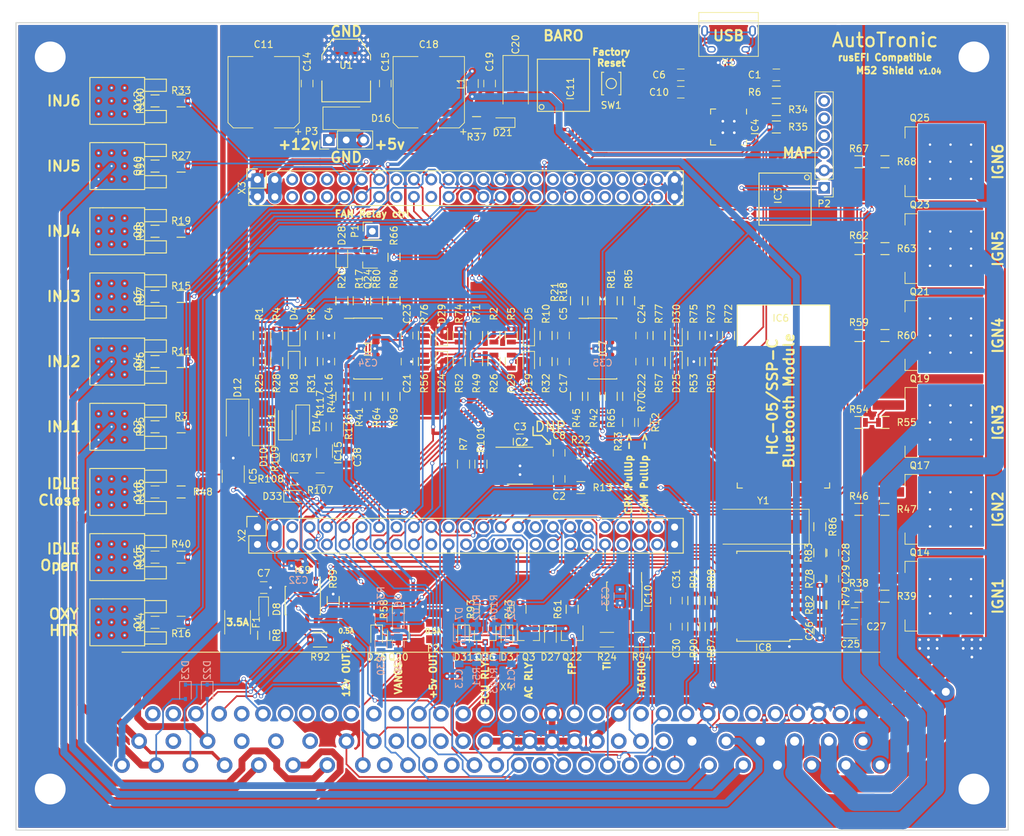
<source format=kicad_pcb>
(kicad_pcb (version 4) (host pcbnew 4.0.6)
  (layers (0 F.Cu signal) (31 B.Cu signal) (34 B.Paste user) (35 F.Paste user) (36 B.SilkS user) (37 F.SilkS user) (38 B.Mask user) (39 F.Mask user) (44 Edge.Cuts user))
  (net 0 "")
  (net 1 GND)
  (net 2 "Net-(C2-Pad1)")
  (net 3 "Net-(C4-Pad1)")
  (net 4 "Net-(C5-Pad1)")
  (net 5 "Net-(C6-Pad1)")
  (net 6 "Net-(C7-Pad1)")
  (net 7 "Net-(C8-Pad1)")
  (net 8 "Net-(C10-Pad1)")
  (net 9 +12V)
  (net 10 +5V)
  (net 11 "Net-(C16-Pad1)")
  (net 12 "Net-(C17-Pad1)")
  (net 13 +5VA)
  (net 14 "Net-(C21-Pad1)")
  (net 15 "Net-(C22-Pad1)")
  (net 16 "Net-(C23-Pad1)")
  (net 17 "Net-(C24-Pad1)")
  (net 18 "Net-(C27-Pad1)")
  (net 19 "Net-(C28-Pad2)")
  (net 20 "Net-(C29-Pad2)")
  (net 21 "Net-(C30-Pad1)")
  (net 22 KNK1)
  (net 23 KNK2)
  (net 24 "Net-(C31-Pad2)")
  (net 25 +3V3)
  (net 26 +12P)
  (net 27 INJ1)
  (net 28 CRK)
  (net 29 "Net-(D4-Pad1)")
  (net 30 "Net-(D5-Pad1)")
  (net 31 "Net-(D8-Pad2)")
  (net 32 INJ2)
  (net 33 "Net-(D10-Pad2)")
  (net 34 INJ3)
  (net 35 INJ4)
  (net 36 INJ5)
  (net 37 "Net-(D18-Pad1)")
  (net 38 "Net-(D19-Pad1)")
  (net 39 INJ6)
  (net 40 "Net-(D21-Pad2)")
  (net 41 IDLo)
  (net 42 IDLc)
  (net 43 "Net-(D24-Pad1)")
  (net 44 "Net-(D25-Pad1)")
  (net 45 VANOS)
  (net 46 FP)
  (net 47 FAN)
  (net 48 "Net-(D29-Pad1)")
  (net 49 "Net-(D30-Pad1)")
  (net 50 ECU)
  (net 51 "Net-(IC1-Pad1)")
  (net 52 "Net-(IC1-Pad6)")
  (net 53 "Net-(IC1-Pad8)")
  (net 54 "Net-(IC1-Pad13)")
  (net 55 "Net-(IC4-Pad1)")
  (net 56 "Net-(IC4-Pad2)")
  (net 57 "Net-(IC4-Pad4)")
  (net 58 "Net-(IC4-Pad5)")
  (net 59 "Net-(IC4-Pad9)")
  (net 60 "Net-(IC4-Pad10)")
  (net 61 "Net-(IC4-Pad11)")
  (net 62 "Net-(IC4-Pad12)")
  (net 63 "Net-(IC4-Pad13)")
  (net 64 "Net-(IC4-Pad14)")
  (net 65 "Net-(IC4-Pad15)")
  (net 66 "Net-(IC4-Pad16)")
  (net 67 "Net-(IC4-Pad17)")
  (net 68 "Net-(IC4-Pad18)")
  (net 69 "Net-(IC4-Pad19)")
  (net 70 "Net-(IC4-Pad20)")
  (net 71 "Net-(IC4-Pad21)")
  (net 72 "Net-(IC4-Pad22)")
  (net 73 "Net-(IC4-Pad23)")
  (net 74 "Net-(IC4-Pad24)")
  (net 75 PC10)
  (net 76 PC11)
  (net 77 "Net-(IC4-Pad27)")
  (net 78 "Net-(IC4-Pad28)")
  (net 79 PD3)
  (net 80 "Net-(IC5-Pad4)")
  (net 81 "Net-(IC6-Pad1)")
  (net 82 "Net-(IC6-Pad2)")
  (net 83 "Net-(IC6-Pad3)")
  (net 84 "Net-(IC6-Pad4)")
  (net 85 "Net-(IC7-Pad1)")
  (net 86 "Net-(IC7-Pad6)")
  (net 87 "Net-(IC7-Pad8)")
  (net 88 "Net-(IC7-Pad13)")
  (net 89 "Net-(IC8-Pad4)")
  (net 90 "Net-(IC8-Pad5)")
  (net 91 "Net-(IC8-Pad6)")
  (net 92 PB11)
  (net 93 PB0)
  (net 94 PB14)
  (net 95 PB15)
  (net 96 PB13)
  (net 97 "Net-(IC8-Pad14)")
  (net 98 "Net-(IC8-Pad16)")
  (net 99 "Net-(IC8-Pad17)")
  (net 100 "Net-(IC8-Pad18)")
  (net 101 "Net-(IC8-Pad19)")
  (net 102 PB6)
  (net 103 PB12)
  (net 104 "Net-(IC9-Pad5)")
  (net 105 CANL)
  (net 106 CANH)
  (net 107 "Net-(IC9-Pad8)")
  (net 108 "Net-(IC10-Pad1)")
  (net 109 PB7)
  (net 110 "Net-(IC10-Pad5)")
  (net 111 "Net-(IC10-Pad7)")
  (net 112 "Net-(IC10-Pad8)")
  (net 113 "Net-(Q1-Pad1)")
  (net 114 GNDPWR)
  (net 115 "Net-(Q10-Pad1)")
  (net 116 "Net-(Q14-Pad1)")
  (net 117 IGN1)
  (net 118 "Net-(Q17-Pad1)")
  (net 119 IGN2)
  (net 120 "Net-(Q19-Pad1)")
  (net 121 IGN3)
  (net 122 "Net-(Q21-Pad1)")
  (net 123 IGN4)
  (net 124 "Net-(Q23-Pad1)")
  (net 125 IGN5)
  (net 126 "Net-(Q25-Pad1)")
  (net 127 IGN6)
  (net 128 CLT)
  (net 129 OXY2)
  (net 130 PE6)
  (net 131 PE5)
  (net 132 PD7)
  (net 133 PC2)
  (net 134 PA1)
  (net 135 PC13)
  (net 136 IAT)
  (net 137 PE3)
  (net 138 PE4)
  (net 139 PC7)
  (net 140 PC1)
  (net 141 PA4)
  (net 142 PE14)
  (net 143 MAF)
  (net 144 PC9)
  (net 145 PE2)
  (net 146 PE12)
  (net 147 PB9)
  (net 148 PE8)
  (net 149 PA0)
  (net 150 PA3)
  (net 151 PD5)
  (net 152 PE10)
  (net 153 TPS)
  (net 154 "Net-(R72-Pad2)")
  (net 155 PC0)
  (net 156 PC3)
  (net 157 PC4)
  (net 158 "Net-(R86-Pad2)")
  (net 159 PB8)
  (net 160 RPM)
  (net 161 PD6)
  (net 162 "Net-(X1-Pad4)")
  (net 163 NRST)
  (net 164 PA2)
  (net 165 PA5)
  (net 166 PA7)
  (net 167 PA6)
  (net 168 PC5)
  (net 169 PB1)
  (net 170 PB2)
  (net 171 PE7)
  (net 172 PE9)
  (net 173 PE11)
  (net 174 PE13)
  (net 175 PE15)
  (net 176 PB10)
  (net 177 PD8)
  (net 178 PD9)
  (net 179 PD10)
  (net 180 PD11)
  (net 181 PD12)
  (net 182 PD13)
  (net 183 PD14)
  (net 184 PD15)
  (net 185 "Net-(X3-Pad5)")
  (net 186 "Net-(X3-Pad6)")
  (net 187 "Net-(X3-Pad7)")
  (net 188 "Net-(X3-Pad8)")
  (net 189 "Net-(X3-Pad9)")
  (net 190 "Net-(X3-Pad10)")
  (net 191 PE0)
  (net 192 PE1)
  (net 193 BOOT0)
  (net 194 PB4)
  (net 195 PB5)
  (net 196 PB3)
  (net 197 PD4)
  (net 198 PD1)
  (net 199 PD2)
  (net 200 PC12)
  (net 201 PD0)
  (net 202 PA14)
  (net 203 PA15)
  (net 204 PA10)
  (net 205 PA13)
  (net 206 PA8)
  (net 207 PA9)
  (net 208 PC8)
  (net 209 PC6)
  (net 210 "Net-(X4-Pad11)")
  (net 211 "Net-(X4-Pad13)")
  (net 212 "Net-(X4-Pad17)")
  (net 213 "Net-(X4-Pad18)")
  (net 214 "Net-(X4-Pad20)")
  (net 215 OXYHTR)
  (net 216 "Net-(X4-Pad35)")
  (net 217 "Net-(X4-Pad37)")
  (net 218 5vOUT)
  (net 219 "Net-(X4-Pad45)")
  (net 220 "Net-(X4-Pad46)")
  (net 221 "Net-(X4-Pad47)")
  (net 222 12vOUT)
  (net 223 "Net-(X4-Pad50)")
  (net 224 "Net-(X4-Pad51)")
  (net 225 "Net-(X4-Pad52)")
  (net 226 "Net-(X4-Pad54)")
  (net 227 "Net-(X4-Pad60)")
  (net 228 "Net-(X4-Pad61)")
  (net 229 "Net-(X4-Pad62)")
  (net 230 "Net-(X4-Pad66)")
  (net 231 "Net-(X4-Pad68)")
  (net 232 "Net-(X4-Pad71)")
  (net 233 "Net-(X4-Pad72)")
  (net 234 OXY1)
  (net 235 "Net-(X4-Pad77)")
  (net 236 "Net-(X4-Pad78)")
  (net 237 "Net-(X4-Pad79)")
  (net 238 "Net-(X4-Pad80)")
  (net 239 "Net-(X4-Pad81)")
  (net 240 "Net-(X4-Pad82)")
  (net 241 "Net-(X4-Pad84)")
  (net 242 "Net-(X4-Pad87)")
  (net 243 "Net-(X4-Pad88)")
  (net 244 BARO)
  (net 245 "Net-(IC11-Pad5)")
  (net 246 "Net-(IC11-Pad6)")
  (net 247 "Net-(IC11-Pad7)")
  (net 248 "Net-(IC11-Pad8)")
  (net 249 "Net-(IC3-Pad8)")
  (net 250 CAM+)
  (net 251 "Net-(C2-Pad2)")
  (net 252 "Net-(C8-Pad2)")
  (net 253 ACreq)
  (net 254 VSS)
  (net 255 ACprSW)
  (net 256 AC)
  (net 257 "Net-(IC2-Pad2)")
  (net 258 "Net-(IC2-Pad7)")
  (net 259 MAP)
  (net 260 "Net-(Q2-Pad1)")
  (net 261 "Net-(Q4-Pad1)")
  (net 262 "Net-(Q6-Pad1)")
  (net 263 "Net-(Q8-Pad1)")
  (net 264 "Net-(Q12-Pad1)")
  (net 265 "Net-(Q15-Pad1)")
  (net 266 "Net-(Q18-Pad1)")
  (net 267 TI)
  (net 268 "Net-(P2-Pad4)")
  (net 269 "Net-(P2-Pad5)")
  (net 270 "Net-(P2-Pad6)")
  (net 271 "Net-(IC3-Pad5)")
  (net 272 "Net-(IC3-Pad6)")
  (net 273 "Net-(IC3-Pad7)")
  (net 274 "Net-(C37-Pad1)")
  (net 275 "Net-(D33-Pad1)")
  (net 276 "Net-(IC15-Pad1)")
  (net 277 "Net-(X2-Pad47)")
  (net 278 BATT)
  (net 279 "Net-(IC3-Pad1)")
  (net 280 "Net-(IC11-Pad1)")
  (net 281 "Net-(Q3-Pad1)")
  (net 282 "Net-(Q20-Pad1)")
  (net 283 "Net-(Q22-Pad1)")
  (net 284 "Net-(Q24-Pad1)")
  (net 285 "Net-(Q26-Pad1)")
  (net 286 "Net-(C1-Pad1)")
  (module Diodes_SMD:D_SOD-323 (layer B.Cu) (at 24.765 97.79 270)
    (fp_text reference D23 (at -3.175 0 450) (layer B.SilkS) (effects (justify mirror)))
    (fp_text value LL4148)
    (pad 1 smd rect (at -1.05 0 270) (size 0.6 0.45) (layers B.Cu B.Paste B.Mask) (net 278 BATT))
    (pad 2 smd rect (at 1.05 0 270) (size 0.6 0.45) (layers B.Cu B.Paste B.Mask) (net 42 IDLc))
  )
  (module Diodes_SMD:D_SOD-323 (layer B.Cu) (at 27.94 97.79 270)
    (fp_text reference D22 (at -3.175 0 270) (layer B.SilkS) (effects (justify mirror)))
    (fp_text value LL4148)
    (pad 1 smd rect (at -1.05 0 270) (size 0.6 0.45) (layers B.Cu B.Paste B.Mask) (net 278 BATT))
    (pad 2 smd rect (at 1.05 0 270) (size 0.6 0.45) (layers B.Cu B.Paste B.Mask) (net 41 IDLo))
  )
  (module Mounting_Holes:MountingHole_5mm (layer F.Cu) (at 140 112)
    (fp_text reference REF** hide)
    (fp_text value MountingHole_5mm)
    (pad 1 thru_hole circle (at 0 0) (size 5.5 5.5) (drill 4.5) (layers *.Cu *.Mask) (net 114 GNDPWR))
  )
  (module Mounting_Holes:MountingHole_5mm (layer F.Cu) (at 5 112)
    (fp_text reference REF** hide)
    (fp_text value MountingHole_5mm)
    (pad 1 thru_hole circle (at 0 0) (size 5.5 5.5) (drill 4.5) (layers *.Cu *.Mask) (net 114 GNDPWR))
  )
  (module Mounting_Holes:MountingHole_5mm (layer F.Cu) (at 140 5)
    (fp_text reference REF** hide)
    (fp_text value MountingHole_5mm)
    (pad 1 thru_hole circle (at 0 0) (size 5.5 5.5) (drill 4.5) (layers *.Cu *.Mask) (net 114 GNDPWR))
  )
  (module Mounting_Holes:MountingHole_5mm (layer F.Cu) (at 5 5)
    (fp_text reference REF** hide)
    (fp_text value MountingHole_5mm)
    (pad 1 thru_hole circle (at 0 0) (size 5.5 5.5) (drill 4.5) (layers *.Cu *.Mask) (net 114 GNDPWR))
  )
  (module Capacitors_SMD:C_0805 (layer F.Cu) (at 111.125 7.62)
    (fp_text reference C1 (at -3.175 0) (layer F.SilkS))
    (fp_text value 100nF)
    (pad 1 smd rect (at -1 0) (size 1 1.25) (layers F.Cu F.Paste F.Mask) (net 286 "Net-(C1-Pad1)"))
    (pad 2 smd rect (at 1 0) (size 1 1.25) (layers F.Cu F.Paste F.Mask) (net 1 GND))
  )
  (module Capacitors_SMD:C_0805 (layer F.Cu) (at 45.72 45.72 90)
    (fp_text reference C4 (at 3.175 0 270) (layer F.SilkS))
    (fp_text value 10nF)
    (pad 1 smd rect (at -1 0 90) (size 1 1.25) (layers F.Cu F.Paste F.Mask) (net 3 "Net-(C4-Pad1)"))
    (pad 2 smd rect (at 1 0 90) (size 1 1.25) (layers F.Cu F.Paste F.Mask) (net 1 GND))
  )
  (module Capacitors_SMD:C_0805 (layer F.Cu) (at 80.01 45.72 90)
    (fp_text reference C5 (at 3.175 0 90) (layer F.SilkS))
    (fp_text value 10nF)
    (pad 1 smd rect (at -1 0 90) (size 1 1.25) (layers F.Cu F.Paste F.Mask) (net 4 "Net-(C5-Pad1)"))
    (pad 2 smd rect (at 1 0 90) (size 1 1.25) (layers F.Cu F.Paste F.Mask) (net 1 GND))
  )
  (module Capacitors_SMD:C_0805 (layer F.Cu) (at 97.155 7.62 180)
    (fp_text reference C6 (at 3.175 0 180) (layer F.SilkS))
    (fp_text value 100nF)
    (pad 1 smd rect (at -1 0 180) (size 1 1.25) (layers F.Cu F.Paste F.Mask) (net 5 "Net-(C6-Pad1)"))
    (pad 2 smd rect (at 1 0 180) (size 1 1.25) (layers F.Cu F.Paste F.Mask) (net 1 GND))
  )
  (module Capacitors_SMD:C_0805 (layer F.Cu) (at 36.195 82.55)
    (fp_text reference C7 (at 0 -2.1) (layer F.SilkS))
    (fp_text value 1nF)
    (pad 1 smd rect (at -1 0) (size 1 1.25) (layers F.Cu F.Paste F.Mask) (net 6 "Net-(C7-Pad1)"))
    (pad 2 smd rect (at 1 0) (size 1 1.25) (layers F.Cu F.Paste F.Mask) (net 1 GND))
  )
  (module Capacitors_SMD:C_0805 (layer F.Cu) (at 97.155 10.16 180)
    (fp_text reference C10 (at 3.175 0 180) (layer F.SilkS))
    (fp_text value 100nF)
    (pad 1 smd rect (at -1 0 180) (size 1 1.25) (layers F.Cu F.Paste F.Mask) (net 8 "Net-(C10-Pad1)"))
    (pad 2 smd rect (at 1 0 180) (size 1 1.25) (layers F.Cu F.Paste F.Mask) (net 1 GND))
  )
  (module Capacitors_SMD:C_0805 (layer F.Cu) (at 42.545 8.89 90)
    (fp_text reference C14 (at 3.175 0 90) (layer F.SilkS))
    (fp_text value 100nF)
    (pad 1 smd rect (at -1 0 90) (size 1 1.25) (layers F.Cu F.Paste F.Mask) (net 9 +12V))
    (pad 2 smd rect (at 1 0 90) (size 1 1.25) (layers F.Cu F.Paste F.Mask) (net 1 GND))
  )
  (module Capacitors_SMD:C_0805 (layer F.Cu) (at 53.975 8.89 90)
    (fp_text reference C15 (at 3.175 0 90) (layer F.SilkS))
    (fp_text value 100nF)
    (pad 1 smd rect (at -1 0 90) (size 1 1.25) (layers F.Cu F.Paste F.Mask) (net 10 +5V))
    (pad 2 smd rect (at 1 0 90) (size 1 1.25) (layers F.Cu F.Paste F.Mask) (net 1 GND))
  )
  (module Capacitors_SMD:C_0805 (layer F.Cu) (at 45.72 49.53 270)
    (fp_text reference C16 (at 3.175 0 270) (layer F.SilkS))
    (fp_text value 10nF)
    (pad 1 smd rect (at -1 0 270) (size 1 1.25) (layers F.Cu F.Paste F.Mask) (net 11 "Net-(C16-Pad1)"))
    (pad 2 smd rect (at 1 0 270) (size 1 1.25) (layers F.Cu F.Paste F.Mask) (net 1 GND))
  )
  (module Capacitors_SMD:C_0805 (layer F.Cu) (at 80.01 49.53 270)
    (fp_text reference C17 (at 3.175 0 270) (layer F.SilkS))
    (fp_text value 10nF)
    (pad 1 smd rect (at -1 0 270) (size 1 1.25) (layers F.Cu F.Paste F.Mask) (net 12 "Net-(C17-Pad1)"))
    (pad 2 smd rect (at 1 0 270) (size 1 1.25) (layers F.Cu F.Paste F.Mask) (net 1 GND))
  )
  (module Capacitors_SMD:C_0805 (layer F.Cu) (at 69.215 8.89 270)
    (fp_text reference C19 (at -3.175 0 270) (layer F.SilkS))
    (fp_text value 100nF)
    (pad 1 smd rect (at -1 0 270) (size 1 1.25) (layers F.Cu F.Paste F.Mask) (net 13 +5VA))
    (pad 2 smd rect (at 1 0 270) (size 1 1.25) (layers F.Cu F.Paste F.Mask) (net 1 GND))
  )
  (module Capacitors_Tantalum_SMD:CP_Tantalum_Case-C_EIA-6032-28_Reflow (layer F.Cu) (at 73.025 8.89 270)
    (fp_text reference C20 (at -5.715 0 270) (layer F.SilkS))
    (fp_text value 10uF)
    (pad 1 smd rect (at -2.525 0 270) (size 2.55 2.5) (layers F.Cu F.Paste F.Mask) (net 13 +5VA))
    (pad 2 smd rect (at 2.525 0 270) (size 2.55 2.5) (layers F.Cu F.Paste F.Mask) (net 1 GND))
  )
  (module Capacitors_SMD:C_0805 (layer F.Cu) (at 57.15 49.53 270)
    (fp_text reference C21 (at 3.175 0 270) (layer F.SilkS))
    (fp_text value 10nF)
    (pad 1 smd rect (at -1 0 270) (size 1 1.25) (layers F.Cu F.Paste F.Mask) (net 14 "Net-(C21-Pad1)"))
    (pad 2 smd rect (at 1 0 270) (size 1 1.25) (layers F.Cu F.Paste F.Mask) (net 1 GND))
  )
  (module Capacitors_SMD:C_0805 (layer F.Cu) (at 91.44 49.53 270)
    (fp_text reference C22 (at 3.175 0 270) (layer F.SilkS))
    (fp_text value 10nF)
    (pad 1 smd rect (at -1 0 270) (size 1 1.25) (layers F.Cu F.Paste F.Mask) (net 15 "Net-(C22-Pad1)"))
    (pad 2 smd rect (at 1 0 270) (size 1 1.25) (layers F.Cu F.Paste F.Mask) (net 1 GND))
  )
  (module Capacitors_SMD:C_0805 (layer F.Cu) (at 57.15 45.72 90)
    (fp_text reference C23 (at 3.175 0 90) (layer F.SilkS))
    (fp_text value 10nF)
    (pad 1 smd rect (at -1 0 90) (size 1 1.25) (layers F.Cu F.Paste F.Mask) (net 16 "Net-(C23-Pad1)"))
    (pad 2 smd rect (at 1 0 90) (size 1 1.25) (layers F.Cu F.Paste F.Mask) (net 1 GND))
  )
  (module Capacitors_SMD:C_0805 (layer F.Cu) (at 91.44 45.72 90)
    (fp_text reference C24 (at 3.175 0 90) (layer F.SilkS))
    (fp_text value 10nF)
    (pad 1 smd rect (at -1 0 90) (size 1 1.25) (layers F.Cu F.Paste F.Mask) (net 17 "Net-(C24-Pad1)"))
    (pad 2 smd rect (at 1 0 90) (size 1 1.25) (layers F.Cu F.Paste F.Mask) (net 1 GND))
  )
  (module Capacitors_SMD:C_1206 (layer F.Cu) (at 121.92 88.9)
    (fp_text reference C25 (at 0 1.905) (layer F.SilkS))
    (fp_text value 4.7uF)
    (pad 1 smd rect (at -1.5 0) (size 1 1.6) (layers F.Cu F.Paste F.Mask) (net 10 +5V))
    (pad 2 smd rect (at 1.5 0) (size 1 1.6) (layers F.Cu F.Paste F.Mask) (net 1 GND))
  )
  (module Capacitors_SMD:C_0805 (layer F.Cu) (at 117.475 88.9 90)
    (fp_text reference C26 (at 0 -1.524 90) (layer F.SilkS))
    (fp_text value 100nF)
    (pad 1 smd rect (at -1 0 90) (size 1 1.25) (layers F.Cu F.Paste F.Mask) (net 10 +5V))
    (pad 2 smd rect (at 1 0 90) (size 1 1.25) (layers F.Cu F.Paste F.Mask) (net 1 GND))
  )
  (module Capacitors_SMD:C_0805 (layer F.Cu) (at 122.555 86.36)
    (fp_text reference C27 (at 3.175 1.905) (layer F.SilkS))
    (fp_text value 220nF)
    (pad 1 smd rect (at -1 0) (size 1 1.25) (layers F.Cu F.Paste F.Mask) (net 18 "Net-(C27-Pad1)"))
    (pad 2 smd rect (at 1 0) (size 1 1.25) (layers F.Cu F.Paste F.Mask) (net 1 GND))
  )
  (module Capacitors_SMD:C_0805 (layer F.Cu) (at 119.38 77.47 90)
    (fp_text reference C28 (at 0 1.905 90) (layer F.SilkS))
    (fp_text value 24pF)
    (pad 1 smd rect (at -1 0 90) (size 1 1.25) (layers F.Cu F.Paste F.Mask) (net 1 GND))
    (pad 2 smd rect (at 1 0 90) (size 1 1.25) (layers F.Cu F.Paste F.Mask) (net 19 "Net-(C28-Pad2)"))
  )
  (module Capacitors_SMD:C_0805 (layer F.Cu) (at 119.38 81.28 90)
    (fp_text reference C29 (at 0.635 1.905 90) (layer F.SilkS))
    (fp_text value 24pF)
    (pad 1 smd rect (at -1 0 90) (size 1 1.25) (layers F.Cu F.Paste F.Mask) (net 1 GND))
    (pad 2 smd rect (at 1 0 90) (size 1 1.25) (layers F.Cu F.Paste F.Mask) (net 20 "Net-(C29-Pad2)"))
  )
  (module Capacitors_SMD:C_0805 (layer F.Cu) (at 96.52 88.265 270)
    (fp_text reference C30 (at 3.175 0 270) (layer F.SilkS))
    (fp_text value 3.3nF)
    (pad 1 smd rect (at -1 0 270) (size 1 1.25) (layers F.Cu F.Paste F.Mask) (net 21 "Net-(C30-Pad1)"))
    (pad 2 smd rect (at 1 0 270) (size 1 1.25) (layers F.Cu F.Paste F.Mask) (net 22 KNK1))
  )
  (module Capacitors_SMD:C_0805 (layer F.Cu) (at 96.52 84.455 90)
    (fp_text reference C31 (at 3.175 0 90) (layer F.SilkS))
    (fp_text value 3.3nF)
    (pad 1 smd rect (at -1 0 90) (size 1 1.25) (layers F.Cu F.Paste F.Mask) (net 23 KNK2))
    (pad 2 smd rect (at 1 0 90) (size 1 1.25) (layers F.Cu F.Paste F.Mask) (net 24 "Net-(C31-Pad2)"))
  )
  (module Capacitors_SMD:C_0805 (layer B.Cu) (at 41.275 79.375)
    (fp_text reference C32 (at 0 2.1) (layer B.SilkS) (effects (justify mirror)))
    (fp_text value 100nF)
    (pad 1 smd rect (at -1 0) (size 1 1.25) (layers B.Cu B.Paste B.Mask) (net 25 +3V3))
    (pad 2 smd rect (at 1 0) (size 1 1.25) (layers B.Cu B.Paste B.Mask) (net 1 GND))
  )
  (module Capacitors_SMD:C_0805 (layer B.Cu) (at 88.265 83.82 270)
    (fp_text reference C33 (at 0 2.1 270) (layer B.SilkS) (effects (justify mirror)))
    (fp_text value 100nF)
    (pad 1 smd rect (at -1 0 270) (size 1 1.25) (layers B.Cu B.Paste B.Mask) (net 114 GNDPWR))
    (pad 2 smd rect (at 1 0 270) (size 1 1.25) (layers B.Cu B.Paste B.Mask) (net 9 +12V))
  )
  (module Capacitors_SMD:C_0805 (layer B.Cu) (at 51.435 47.625)
    (fp_text reference C34 (at 0 2.1) (layer B.SilkS) (effects (justify mirror)))
    (fp_text value 100nF)
    (pad 1 smd rect (at -1 0) (size 1 1.25) (layers B.Cu B.Paste B.Mask) (net 13 +5VA))
    (pad 2 smd rect (at 1 0) (size 1 1.25) (layers B.Cu B.Paste B.Mask) (net 1 GND))
  )
  (module Capacitors_SMD:C_0805 (layer B.Cu) (at 85.725 47.625)
    (fp_text reference C35 (at 0 2.1) (layer B.SilkS) (effects (justify mirror)))
    (fp_text value 100nF)
    (pad 1 smd rect (at -1 0) (size 1 1.25) (layers B.Cu B.Paste B.Mask) (net 13 +5VA))
    (pad 2 smd rect (at 1 0) (size 1 1.25) (layers B.Cu B.Paste B.Mask) (net 1 GND))
  )
  (module Diodes_SMD:D_SOD-323 (layer F.Cu) (at 40.64 45.72 90)
    (fp_text reference D4 (at 3.175 0 270) (layer F.SilkS))
    (fp_text value 5.1v)
    (pad 1 smd rect (at -1.05 0 90) (size 0.6 0.45) (layers F.Cu F.Paste F.Mask) (net 29 "Net-(D4-Pad1)"))
    (pad 2 smd rect (at 1.05 0 90) (size 0.6 0.45) (layers F.Cu F.Paste F.Mask) (net 1 GND))
  )
  (module Diodes_SMD:D_SOD-323 (layer F.Cu) (at 74.93 45.72 90)
    (fp_text reference D5 (at 3.175 0 90) (layer F.SilkS))
    (fp_text value 5.1v)
    (pad 1 smd rect (at -1.05 0 90) (size 0.6 0.45) (layers F.Cu F.Paste F.Mask) (net 30 "Net-(D5-Pad1)"))
    (pad 2 smd rect (at 1.05 0 90) (size 0.6 0.45) (layers F.Cu F.Paste F.Mask) (net 1 GND))
  )
  (module LEDs:LED_0805 (layer F.Cu) (at 36.195 85.725 270)
    (fp_text reference D8 (at 0 -1.905 270) (layer F.SilkS))
    (fp_text value RED)
    (pad 2 smd rect (at 1.1 0 90) (size 1.2 1.2) (layers F.Cu F.Paste F.Mask) (net 31 "Net-(D8-Pad2)"))
    (pad 1 smd rect (at -1.1 0 90) (size 1.2 1.2) (layers F.Cu F.Paste F.Mask) (net 6 "Net-(C7-Pad1)"))
  )
  (module Diodes_SMD:D_SMA_Standard (layer F.Cu) (at 36.195 58.42 90)
    (fp_text reference D10 (at -5.08 0 270) (layer F.SilkS))
    (fp_text value LL4007)
    (pad 1 smd rect (at -2 0 90) (size 2.5 1.8) (layers F.Cu F.Paste F.Mask) (net 6 "Net-(C7-Pad1)"))
    (pad 2 smd rect (at 2 0 90) (size 2.5 1.8) (layers F.Cu F.Paste F.Mask) (net 33 "Net-(D10-Pad2)"))
  )
  (module Diodes_SMD:D_SMA_Standard (layer F.Cu) (at 32.385 58.42 270)
    (fp_text reference D12 (at -5.08 0 450) (layer F.SilkS))
    (fp_text value SS34)
    (pad 1 smd rect (at -2 0 270) (size 2.5 1.8) (layers F.Cu F.Paste F.Mask) (net 9 +12V))
    (pad 2 smd rect (at 2 0 270) (size 2.5 1.8) (layers F.Cu F.Paste F.Mask) (net 6 "Net-(C7-Pad1)"))
  )
  (module Diodes_SMD:D_SMA_Standard (layer F.Cu) (at 48.26 13.97)
    (fp_text reference D16 (at 5.08 0) (layer F.SilkS))
    (fp_text value LL4007)
    (pad 1 smd rect (at -2 0) (size 2.5 1.8) (layers F.Cu F.Paste F.Mask) (net 9 +12V))
    (pad 2 smd rect (at 2 0) (size 2.5 1.8) (layers F.Cu F.Paste F.Mask) (net 10 +5V))
  )
  (module Diodes_SMD:D_SOD-323 (layer F.Cu) (at 40.64 49.53 270)
    (fp_text reference D18 (at 3.175 0 270) (layer F.SilkS))
    (fp_text value 5.1v)
    (pad 1 smd rect (at -1.05 0 270) (size 0.6 0.45) (layers F.Cu F.Paste F.Mask) (net 37 "Net-(D18-Pad1)"))
    (pad 2 smd rect (at 1.05 0 270) (size 0.6 0.45) (layers F.Cu F.Paste F.Mask) (net 1 GND))
  )
  (module Diodes_SMD:D_SOD-323 (layer F.Cu) (at 74.93 49.53 270)
    (fp_text reference D19 (at 3.175 0 270) (layer F.SilkS))
    (fp_text value 5.1v)
    (pad 1 smd rect (at -1.05 0 270) (size 0.6 0.45) (layers F.Cu F.Paste F.Mask) (net 38 "Net-(D19-Pad1)"))
    (pad 2 smd rect (at 1.05 0 270) (size 0.6 0.45) (layers F.Cu F.Paste F.Mask) (net 1 GND))
  )
  (module LEDs:LED_0805 (layer F.Cu) (at 71.12 14.605 180)
    (fp_text reference D21 (at 0 -1.45 180) (layer F.SilkS))
    (fp_text value GREEN)
    (pad 2 smd rect (at 1.1 0) (size 1.2 1.2) (layers F.Cu F.Paste F.Mask) (net 40 "Net-(D21-Pad2)"))
    (pad 1 smd rect (at -1.1 0) (size 1.2 1.2) (layers F.Cu F.Paste F.Mask) (net 1 GND))
  )
  (module Diodes_SMD:D_SOD-323 (layer F.Cu) (at 62.23 49.53 270)
    (fp_text reference D24 (at 3.175 0 270) (layer F.SilkS))
    (fp_text value 5.1v)
    (pad 1 smd rect (at -1.05 0 270) (size 0.6 0.45) (layers F.Cu F.Paste F.Mask) (net 43 "Net-(D24-Pad1)"))
    (pad 2 smd rect (at 1.05 0 270) (size 0.6 0.45) (layers F.Cu F.Paste F.Mask) (net 1 GND))
  )
  (module Diodes_SMD:D_SOD-323 (layer F.Cu) (at 96.52 49.53 270)
    (fp_text reference D25 (at 3.175 0 270) (layer F.SilkS))
    (fp_text value 5.1v)
    (pad 1 smd rect (at -1.05 0 270) (size 0.6 0.45) (layers F.Cu F.Paste F.Mask) (net 44 "Net-(D25-Pad1)"))
    (pad 2 smd rect (at 1.05 0 270) (size 0.6 0.45) (layers F.Cu F.Paste F.Mask) (net 1 GND))
  )
  (module Diodes_SMD:D_SOD-323 (layer F.Cu) (at 52.705 89.535 270)
    (fp_text reference D26 (at 3.175 0 360) (layer F.SilkS))
    (fp_text value LL4148)
    (pad 1 smd rect (at -1.05 0 270) (size 0.6 0.45) (layers F.Cu F.Paste F.Mask) (net 278 BATT))
    (pad 2 smd rect (at 1.05 0 270) (size 0.6 0.45) (layers F.Cu F.Paste F.Mask) (net 45 VANOS))
  )
  (module Diodes_SMD:D_SOD-323 (layer F.Cu) (at 78.105 89.535 270)
    (fp_text reference D27 (at 3.175 0 360) (layer F.SilkS))
    (fp_text value LL4148)
    (pad 1 smd rect (at -1.05 0 270) (size 0.6 0.45) (layers F.Cu F.Paste F.Mask) (net 278 BATT))
    (pad 2 smd rect (at 1.05 0 270) (size 0.6 0.45) (layers F.Cu F.Paste F.Mask) (net 46 FP))
  )
  (module Diodes_SMD:D_SOD-323 (layer F.Cu) (at 47.625 34.29 90)
    (fp_text reference D28 (at 3.175 0 90) (layer F.SilkS))
    (fp_text value LL4148)
    (pad 1 smd rect (at -1.05 0 90) (size 0.6 0.45) (layers F.Cu F.Paste F.Mask) (net 278 BATT))
    (pad 2 smd rect (at 1.05 0 90) (size 0.6 0.45) (layers F.Cu F.Paste F.Mask) (net 47 FAN))
  )
  (module Diodes_SMD:D_SOD-323 (layer F.Cu) (at 62.23 45.72 90)
    (fp_text reference D29 (at 3.175 0 90) (layer F.SilkS))
    (fp_text value 5.1v)
    (pad 1 smd rect (at -1.05 0 90) (size 0.6 0.45) (layers F.Cu F.Paste F.Mask) (net 48 "Net-(D29-Pad1)"))
    (pad 2 smd rect (at 1.05 0 90) (size 0.6 0.45) (layers F.Cu F.Paste F.Mask) (net 1 GND))
  )
  (module Diodes_SMD:D_SOD-323 (layer F.Cu) (at 96.52 45.72 90)
    (fp_text reference D30 (at 3.175 0 90) (layer F.SilkS))
    (fp_text value 5.1v)
    (pad 1 smd rect (at -1.05 0 90) (size 0.6 0.45) (layers F.Cu F.Paste F.Mask) (net 49 "Net-(D30-Pad1)"))
    (pad 2 smd rect (at 1.05 0 90) (size 0.6 0.45) (layers F.Cu F.Paste F.Mask) (net 1 GND))
  )
  (module Diodes_SMD:D_SOD-323 (layer F.Cu) (at 65.405 89.535 270)
    (fp_text reference D31 (at 3.175 0 360) (layer F.SilkS))
    (fp_text value LL4148)
    (pad 1 smd rect (at -1.05 0 270) (size 0.6 0.45) (layers F.Cu F.Paste F.Mask) (net 278 BATT))
    (pad 2 smd rect (at 1.05 0 270) (size 0.6 0.45) (layers F.Cu F.Paste F.Mask) (net 50 ECU))
  )
  (module Housings_SOIC:SOIC-14_3.9x8.7mm_Pitch1.27mm (layer F.Cu) (at 51.435 47.625)
    (fp_text reference IC1 (at 0 0 90) (layer F.SilkS))
    (fp_text value MCP6004)
    (pad 1 smd rect (at -2.7 -3.81) (size 1.5 0.6) (layers F.Cu F.Paste F.Mask) (net 51 "Net-(IC1-Pad1)"))
    (pad 2 smd rect (at -2.7 -2.54) (size 1.5 0.6) (layers F.Cu F.Paste F.Mask) (net 51 "Net-(IC1-Pad1)"))
    (pad 3 smd rect (at -2.7 -1.27) (size 1.5 0.6) (layers F.Cu F.Paste F.Mask) (net 3 "Net-(C4-Pad1)"))
    (pad 4 smd rect (at -2.7 0) (size 1.5 0.6) (layers F.Cu F.Paste F.Mask) (net 13 +5VA))
    (pad 5 smd rect (at -2.7 1.27) (size 1.5 0.6) (layers F.Cu F.Paste F.Mask) (net 11 "Net-(C16-Pad1)"))
    (pad 6 smd rect (at -2.7 2.54) (size 1.5 0.6) (layers F.Cu F.Paste F.Mask) (net 52 "Net-(IC1-Pad6)"))
    (pad 7 smd rect (at -2.7 3.81) (size 1.5 0.6) (layers F.Cu F.Paste F.Mask) (net 52 "Net-(IC1-Pad6)"))
    (pad 8 smd rect (at 2.7 3.81) (size 1.5 0.6) (layers F.Cu F.Paste F.Mask) (net 53 "Net-(IC1-Pad8)"))
    (pad 9 smd rect (at 2.7 2.54) (size 1.5 0.6) (layers F.Cu F.Paste F.Mask) (net 53 "Net-(IC1-Pad8)"))
    (pad 10 smd rect (at 2.7 1.27) (size 1.5 0.6) (layers F.Cu F.Paste F.Mask) (net 14 "Net-(C21-Pad1)"))
    (pad 11 smd rect (at 2.7 0) (size 1.5 0.6) (layers F.Cu F.Paste F.Mask) (net 1 GND))
    (pad 12 smd rect (at 2.7 -1.27) (size 1.5 0.6) (layers F.Cu F.Paste F.Mask) (net 16 "Net-(C23-Pad1)"))
    (pad 13 smd rect (at 2.7 -2.54) (size 1.5 0.6) (layers F.Cu F.Paste F.Mask) (net 54 "Net-(IC1-Pad13)"))
    (pad 14 smd rect (at 2.7 -3.81) (size 1.5 0.6) (layers F.Cu F.Paste F.Mask) (net 54 "Net-(IC1-Pad13)"))
  )
  (module Housings_DFN_QFN:QFN-28-1EP_5x5mm_Pitch0.5mm (layer F.Cu) (at 104.14 15.24 270)
    (fp_text reference IC4 (at 0 -3.875 270) (layer F.SilkS))
    (fp_text value CP21xx)
    (pad 1 smd oval (at -2.45 -1.5 270) (size 0.85 0.3) (layers F.Cu F.Paste F.Mask) (net 55 "Net-(IC4-Pad1)"))
    (pad 2 smd oval (at -2.45 -1 270) (size 0.85 0.3) (layers F.Cu F.Paste F.Mask) (net 56 "Net-(IC4-Pad2)"))
    (pad 3 smd oval (at -2.45 -0.5 270) (size 0.85 0.3) (layers F.Cu F.Paste F.Mask) (net 1 GND))
    (pad 4 smd oval (at -2.45 0 270) (size 0.85 0.3) (layers F.Cu F.Paste F.Mask) (net 57 "Net-(IC4-Pad4)"))
    (pad 5 smd oval (at -2.45 0.5 270) (size 0.85 0.3) (layers F.Cu F.Paste F.Mask) (net 58 "Net-(IC4-Pad5)"))
    (pad 6 smd oval (at -2.45 1 270) (size 0.85 0.3) (layers F.Cu F.Paste F.Mask) (net 5 "Net-(C6-Pad1)"))
    (pad 7 smd oval (at -2.45 1.5 270) (size 0.85 0.3) (layers F.Cu F.Paste F.Mask) (net 8 "Net-(C10-Pad1)"))
    (pad 8 smd oval (at -1.5 2.45) (size 0.85 0.3) (layers F.Cu F.Paste F.Mask) (net 8 "Net-(C10-Pad1)"))
    (pad 9 smd oval (at -1 2.45) (size 0.85 0.3) (layers F.Cu F.Paste F.Mask) (net 59 "Net-(IC4-Pad9)"))
    (pad 10 smd oval (at -0.5 2.45) (size 0.85 0.3) (layers F.Cu F.Paste F.Mask) (net 60 "Net-(IC4-Pad10)"))
    (pad 11 smd oval (at 0 2.45) (size 0.85 0.3) (layers F.Cu F.Paste F.Mask) (net 61 "Net-(IC4-Pad11)"))
    (pad 12 smd oval (at 0.5 2.45) (size 0.85 0.3) (layers F.Cu F.Paste F.Mask) (net 62 "Net-(IC4-Pad12)"))
    (pad 13 smd oval (at 1 2.45) (size 0.85 0.3) (layers F.Cu F.Paste F.Mask) (net 63 "Net-(IC4-Pad13)"))
    (pad 14 smd oval (at 1.5 2.45) (size 0.85 0.3) (layers F.Cu F.Paste F.Mask) (net 64 "Net-(IC4-Pad14)"))
    (pad 15 smd oval (at 2.45 1.5 270) (size 0.85 0.3) (layers F.Cu F.Paste F.Mask) (net 65 "Net-(IC4-Pad15)"))
    (pad 16 smd oval (at 2.45 1 270) (size 0.85 0.3) (layers F.Cu F.Paste F.Mask) (net 66 "Net-(IC4-Pad16)"))
    (pad 17 smd oval (at 2.45 0.5 270) (size 0.85 0.3) (layers F.Cu F.Paste F.Mask) (net 67 "Net-(IC4-Pad17)"))
    (pad 18 smd oval (at 2.45 0 270) (size 0.85 0.3) (layers F.Cu F.Paste F.Mask) (net 68 "Net-(IC4-Pad18)"))
    (pad 19 smd oval (at 2.45 -0.5 270) (size 0.85 0.3) (layers F.Cu F.Paste F.Mask) (net 69 "Net-(IC4-Pad19)"))
    (pad 20 smd oval (at 2.45 -1 270) (size 0.85 0.3) (layers F.Cu F.Paste F.Mask) (net 70 "Net-(IC4-Pad20)"))
    (pad 21 smd oval (at 2.45 -1.5 270) (size 0.85 0.3) (layers F.Cu F.Paste F.Mask) (net 71 "Net-(IC4-Pad21)"))
    (pad 22 smd oval (at 1.5 -2.45) (size 0.85 0.3) (layers F.Cu F.Paste F.Mask) (net 72 "Net-(IC4-Pad22)"))
    (pad 23 smd oval (at 1 -2.45) (size 0.85 0.3) (layers F.Cu F.Paste F.Mask) (net 73 "Net-(IC4-Pad23)"))
    (pad 24 smd oval (at 0.5 -2.45) (size 0.85 0.3) (layers F.Cu F.Paste F.Mask) (net 74 "Net-(IC4-Pad24)"))
    (pad 25 smd oval (at 0 -2.45) (size 0.85 0.3) (layers F.Cu F.Paste F.Mask) (net 75 PC10))
    (pad 26 smd oval (at -0.5 -2.45) (size 0.85 0.3) (layers F.Cu F.Paste F.Mask) (net 76 PC11))
    (pad 27 smd oval (at -1 -2.45) (size 0.85 0.3) (layers F.Cu F.Paste F.Mask) (net 77 "Net-(IC4-Pad27)"))
    (pad 28 smd oval (at -1.5 -2.45) (size 0.85 0.3) (layers F.Cu F.Paste F.Mask) (net 78 "Net-(IC4-Pad28)"))
    (pad 29 smd rect (at 0.8375 0.8375 270) (size 1.675 1.675) (layers F.Cu F.Paste F.Mask) (net 1 GND))
    (pad 29 smd rect (at 0.8375 -0.8375 270) (size 1.675 1.675) (layers F.Cu F.Paste F.Mask) (net 1 GND))
    (pad 29 smd rect (at -0.8375 0.8375 270) (size 1.675 1.675) (layers F.Cu F.Paste F.Mask) (net 1 GND))
    (pad 29 smd rect (at -0.8375 -0.8375 270) (size 1.675 1.675) (layers F.Cu F.Paste F.Mask) (net 1 GND))
  )
  (module Housings_SOIC:SOIC-14_3.9x8.7mm_Pitch1.27mm (layer F.Cu) (at 85.725 47.625)
    (fp_text reference IC7 (at 0 0 90) (layer F.SilkS))
    (fp_text value MCP6004)
    (pad 1 smd rect (at -2.7 -3.81) (size 1.5 0.6) (layers F.Cu F.Paste F.Mask) (net 85 "Net-(IC7-Pad1)"))
    (pad 2 smd rect (at -2.7 -2.54) (size 1.5 0.6) (layers F.Cu F.Paste F.Mask) (net 85 "Net-(IC7-Pad1)"))
    (pad 3 smd rect (at -2.7 -1.27) (size 1.5 0.6) (layers F.Cu F.Paste F.Mask) (net 4 "Net-(C5-Pad1)"))
    (pad 4 smd rect (at -2.7 0) (size 1.5 0.6) (layers F.Cu F.Paste F.Mask) (net 13 +5VA))
    (pad 5 smd rect (at -2.7 1.27) (size 1.5 0.6) (layers F.Cu F.Paste F.Mask) (net 12 "Net-(C17-Pad1)"))
    (pad 6 smd rect (at -2.7 2.54) (size 1.5 0.6) (layers F.Cu F.Paste F.Mask) (net 86 "Net-(IC7-Pad6)"))
    (pad 7 smd rect (at -2.7 3.81) (size 1.5 0.6) (layers F.Cu F.Paste F.Mask) (net 86 "Net-(IC7-Pad6)"))
    (pad 8 smd rect (at 2.7 3.81) (size 1.5 0.6) (layers F.Cu F.Paste F.Mask) (net 87 "Net-(IC7-Pad8)"))
    (pad 9 smd rect (at 2.7 2.54) (size 1.5 0.6) (layers F.Cu F.Paste F.Mask) (net 87 "Net-(IC7-Pad8)"))
    (pad 10 smd rect (at 2.7 1.27) (size 1.5 0.6) (layers F.Cu F.Paste F.Mask) (net 15 "Net-(C22-Pad1)"))
    (pad 11 smd rect (at 2.7 0) (size 1.5 0.6) (layers F.Cu F.Paste F.Mask) (net 1 GND))
    (pad 12 smd rect (at 2.7 -1.27) (size 1.5 0.6) (layers F.Cu F.Paste F.Mask) (net 17 "Net-(C24-Pad1)"))
    (pad 13 smd rect (at 2.7 -2.54) (size 1.5 0.6) (layers F.Cu F.Paste F.Mask) (net 88 "Net-(IC7-Pad13)"))
    (pad 14 smd rect (at 2.7 -3.81) (size 1.5 0.6) (layers F.Cu F.Paste F.Mask) (net 88 "Net-(IC7-Pad13)"))
  )
  (module Housings_SOIC:SOIC-20W_7.5x12.8mm_Pitch1.27mm (layer F.Cu) (at 109.22 83.82 180)
    (fp_text reference IC8 (at 0 -7.5 180) (layer F.SilkS))
    (fp_text value TPIC8101)
    (pad 1 smd rect (at -4.7 -5.715 180) (size 1.95 0.6) (layers F.Cu F.Paste F.Mask) (net 10 +5V))
    (pad 2 smd rect (at -4.7 -4.445 180) (size 1.95 0.6) (layers F.Cu F.Paste F.Mask) (net 1 GND))
    (pad 3 smd rect (at -4.7 -3.175 180) (size 1.95 0.6) (layers F.Cu F.Paste F.Mask) (net 18 "Net-(C27-Pad1)"))
    (pad 4 smd rect (at -4.7 -1.905 180) (size 1.95 0.6) (layers F.Cu F.Paste F.Mask) (net 89 "Net-(IC8-Pad4)"))
    (pad 5 smd rect (at -4.7 -0.635 180) (size 1.95 0.6) (layers F.Cu F.Paste F.Mask) (net 90 "Net-(IC8-Pad5)"))
    (pad 6 smd rect (at -4.7 0.635 180) (size 1.95 0.6) (layers F.Cu F.Paste F.Mask) (net 91 "Net-(IC8-Pad6)"))
    (pad 7 smd rect (at -4.7 1.905 180) (size 1.95 0.6) (layers F.Cu F.Paste F.Mask) (net 92 PB11))
    (pad 8 smd rect (at -4.7 3.175 180) (size 1.95 0.6) (layers F.Cu F.Paste F.Mask) (net 93 PB0))
    (pad 9 smd rect (at -4.7 4.445 180) (size 1.95 0.6) (layers F.Cu F.Paste F.Mask) (net 20 "Net-(C29-Pad2)"))
    (pad 10 smd rect (at -4.7 5.715 180) (size 1.95 0.6) (layers F.Cu F.Paste F.Mask) (net 19 "Net-(C28-Pad2)"))
    (pad 11 smd rect (at 4.7 5.715 180) (size 1.95 0.6) (layers F.Cu F.Paste F.Mask) (net 94 PB14))
    (pad 12 smd rect (at 4.7 4.445 180) (size 1.95 0.6) (layers F.Cu F.Paste F.Mask) (net 95 PB15))
    (pad 13 smd rect (at 4.7 3.175 180) (size 1.95 0.6) (layers F.Cu F.Paste F.Mask) (net 96 PB13))
    (pad 14 smd rect (at 4.7 1.905 180) (size 1.95 0.6) (layers F.Cu F.Paste F.Mask) (net 97 "Net-(IC8-Pad14)"))
    (pad 15 smd rect (at 4.7 0.635 180) (size 1.95 0.6) (layers F.Cu F.Paste F.Mask) (net 18 "Net-(C27-Pad1)"))
    (pad 16 smd rect (at 4.7 -0.635 180) (size 1.95 0.6) (layers F.Cu F.Paste F.Mask) (net 98 "Net-(IC8-Pad16)"))
    (pad 17 smd rect (at 4.7 -1.905 180) (size 1.95 0.6) (layers F.Cu F.Paste F.Mask) (net 99 "Net-(IC8-Pad17)"))
    (pad 18 smd rect (at 4.7 -3.175 180) (size 1.95 0.6) (layers F.Cu F.Paste F.Mask) (net 100 "Net-(IC8-Pad18)"))
    (pad 19 smd rect (at 4.7 -4.445 180) (size 1.95 0.6) (layers F.Cu F.Paste F.Mask) (net 101 "Net-(IC8-Pad19)"))
    (pad 20 smd rect (at 4.7 -5.715 180) (size 1.95 0.6) (layers F.Cu F.Paste F.Mask) (net 18 "Net-(C27-Pad1)"))
  )
  (module Housings_SOIC:SOIC-8_3.9x4.9mm_Pitch1.27mm (layer F.Cu) (at 41.91 84.455 270)
    (fp_text reference IC9 (at -4.445 0 360) (layer F.SilkS))
    (fp_text value SN65HVD230)
    (pad 1 smd rect (at -2.7 -1.905 270) (size 1.55 0.6) (layers F.Cu F.Paste F.Mask) (net 102 PB6))
    (pad 2 smd rect (at -2.7 -0.635 270) (size 1.55 0.6) (layers F.Cu F.Paste F.Mask) (net 1 GND))
    (pad 3 smd rect (at -2.7 0.635 270) (size 1.55 0.6) (layers F.Cu F.Paste F.Mask) (net 25 +3V3))
    (pad 4 smd rect (at -2.7 1.905 270) (size 1.55 0.6) (layers F.Cu F.Paste F.Mask) (net 103 PB12))
    (pad 5 smd rect (at 2.7 1.905 270) (size 1.55 0.6) (layers F.Cu F.Paste F.Mask) (net 104 "Net-(IC9-Pad5)"))
    (pad 6 smd rect (at 2.7 0.635 270) (size 1.55 0.6) (layers F.Cu F.Paste F.Mask) (net 105 CANL))
    (pad 7 smd rect (at 2.7 -0.635 270) (size 1.55 0.6) (layers F.Cu F.Paste F.Mask) (net 106 CANH))
    (pad 8 smd rect (at 2.7 -1.905 270) (size 1.55 0.6) (layers F.Cu F.Paste F.Mask) (net 107 "Net-(IC9-Pad8)"))
  )
  (module Housings_SOIC:SOIC-8_3.9x4.9mm_Pitch1.27mm (layer F.Cu) (at 88.9 83.82 270)
    (fp_text reference IC10 (at 0 -3.5 270) (layer F.SilkS))
    (fp_text value IX4424)
    (pad 1 smd rect (at -2.7 -1.905 270) (size 1.55 0.6) (layers F.Cu F.Paste F.Mask) (net 108 "Net-(IC10-Pad1)"))
    (pad 2 smd rect (at -2.7 -0.635 270) (size 1.55 0.6) (layers F.Cu F.Paste F.Mask) (net 109 PB7))
    (pad 3 smd rect (at -2.7 0.635 270) (size 1.55 0.6) (layers F.Cu F.Paste F.Mask) (net 114 GNDPWR))
    (pad 4 smd rect (at -2.7 1.905 270) (size 1.55 0.6) (layers F.Cu F.Paste F.Mask) (net 178 PD9))
    (pad 5 smd rect (at 2.7 1.905 270) (size 1.55 0.6) (layers F.Cu F.Paste F.Mask) (net 110 "Net-(IC10-Pad5)"))
    (pad 6 smd rect (at 2.7 0.635 270) (size 1.55 0.6) (layers F.Cu F.Paste F.Mask) (net 9 +12V))
    (pad 7 smd rect (at 2.7 -0.635 270) (size 1.55 0.6) (layers F.Cu F.Paste F.Mask) (net 111 "Net-(IC10-Pad7)"))
    (pad 8 smd rect (at 2.7 -1.905 270) (size 1.55 0.6) (layers F.Cu F.Paste F.Mask) (net 112 "Net-(IC10-Pad8)"))
  )
  (module TO_SOT_Packages_SMD:SOT-23 (layer F.Cu) (at 55.88 89.535 270)
    (fp_text reference Q20 (at 3.175 0 360) (layer F.SilkS))
    (fp_text value MMBT2222A)
    (pad 1 smd rect (at -1 -0.95 270) (size 0.9 0.8) (layers F.Cu F.Paste F.Mask) (net 282 "Net-(Q20-Pad1)"))
    (pad 2 smd rect (at -1 0.95 270) (size 0.9 0.8) (layers F.Cu F.Paste F.Mask) (net 114 GNDPWR))
    (pad 3 smd rect (at 1 0 270) (size 0.9 0.8) (layers F.Cu F.Paste F.Mask) (net 45 VANOS))
  )
  (module TO_SOT_Packages_SMD:SOT-23 (layer F.Cu) (at 81.28 89.535 270)
    (fp_text reference Q22 (at 3.175 0 360) (layer F.SilkS))
    (fp_text value MMBT2222A)
    (pad 1 smd rect (at -1 -0.95 270) (size 0.9 0.8) (layers F.Cu F.Paste F.Mask) (net 283 "Net-(Q22-Pad1)"))
    (pad 2 smd rect (at -1 0.95 270) (size 0.9 0.8) (layers F.Cu F.Paste F.Mask) (net 114 GNDPWR))
    (pad 3 smd rect (at 1 0 270) (size 0.9 0.8) (layers F.Cu F.Paste F.Mask) (net 46 FP))
  )
  (module TO_SOT_Packages_SMD:SOT-23 (layer F.Cu) (at 51.435 34.29 180)
    (fp_text reference Q24 (at 0 -3.175 270) (layer F.SilkS))
    (fp_text value MMBT2222A)
    (pad 1 smd rect (at -1 -0.95 180) (size 0.9 0.8) (layers F.Cu F.Paste F.Mask) (net 284 "Net-(Q24-Pad1)"))
    (pad 2 smd rect (at -1 0.95 180) (size 0.9 0.8) (layers F.Cu F.Paste F.Mask) (net 114 GNDPWR))
    (pad 3 smd rect (at 1 0 180) (size 0.9 0.8) (layers F.Cu F.Paste F.Mask) (net 47 FAN))
  )
  (module TO_SOT_Packages_SMD:SOT-23 (layer F.Cu) (at 68.58 89.535 270)
    (fp_text reference Q26 (at 3.175 0 360) (layer F.SilkS))
    (fp_text value MMBT2222A)
    (pad 1 smd rect (at -1 -0.95 270) (size 0.9 0.8) (layers F.Cu F.Paste F.Mask) (net 285 "Net-(Q26-Pad1)"))
    (pad 2 smd rect (at -1 0.95 270) (size 0.9 0.8) (layers F.Cu F.Paste F.Mask) (net 114 GNDPWR))
    (pad 3 smd rect (at 1 0 270) (size 0.9 0.8) (layers F.Cu F.Paste F.Mask) (net 50 ECU))
  )
  (module Resistors_SMD:R_0805 (layer F.Cu) (at 35.56 45.72 90)
    (fp_text reference R1 (at 3.175 0 90) (layer F.SilkS))
    (fp_text value 2.7K)
    (pad 1 smd rect (at -0.95 0 90) (size 0.7 1.3) (layers F.Cu F.Paste F.Mask) (net 13 +5VA))
    (pad 2 smd rect (at 0.95 0 90) (size 0.7 1.3) (layers F.Cu F.Paste F.Mask) (net 128 CLT))
  )
  (module Resistors_SMD:R_0805 (layer F.Cu) (at 69.85 45.72 90)
    (fp_text reference R2 (at 3.175 0 90) (layer F.SilkS))
    (fp_text value 500K)
    (pad 1 smd rect (at -0.95 0 90) (size 0.7 1.3) (layers F.Cu F.Paste F.Mask) (net 129 OXY2))
    (pad 2 smd rect (at 0.95 0 90) (size 0.7 1.3) (layers F.Cu F.Paste F.Mask) (net 1 GND))
  )
  (module Resistors_SMD:R_0805 (layer F.Cu) (at 24.13 59.055 180)
    (fp_text reference R3 (at 0 1.524 360) (layer F.SilkS))
    (fp_text value 1K)
    (pad 1 smd rect (at -0.95 0 180) (size 0.7 1.3) (layers F.Cu F.Paste F.Mask) (net 130 PE6))
    (pad 2 smd rect (at 0.95 0 180) (size 0.7 1.3) (layers F.Cu F.Paste F.Mask) (net 260 "Net-(Q2-Pad1)"))
  )
  (module Resistors_SMD:R_0805 (layer F.Cu) (at 38.1 45.72 270)
    (fp_text reference R4 (at -3.175 0 450) (layer F.SilkS))
    (fp_text value 10K)
    (pad 1 smd rect (at -0.95 0 270) (size 0.7 1.3) (layers F.Cu F.Paste F.Mask) (net 128 CLT))
    (pad 2 smd rect (at 0.95 0 270) (size 0.7 1.3) (layers F.Cu F.Paste F.Mask) (net 29 "Net-(D4-Pad1)"))
  )
  (module Resistors_SMD:R_0805 (layer F.Cu) (at 72.39 45.72 270)
    (fp_text reference R5 (at -3.175 0 270) (layer F.SilkS))
    (fp_text value 10K)
    (pad 1 smd rect (at -0.95 0 270) (size 0.7 1.3) (layers F.Cu F.Paste F.Mask) (net 129 OXY2))
    (pad 2 smd rect (at 0.95 0 270) (size 0.7 1.3) (layers F.Cu F.Paste F.Mask) (net 30 "Net-(D5-Pad1)"))
  )
  (module Resistors_SMD:R_0805 (layer F.Cu) (at 111.125 10.16)
    (fp_text reference R6 (at -3.175 0) (layer F.SilkS))
    (fp_text value 100K)
    (pad 1 smd rect (at -0.95 0) (size 0.7 1.3) (layers F.Cu F.Paste F.Mask) (net 286 "Net-(C1-Pad1)"))
    (pad 2 smd rect (at 0.95 0) (size 0.7 1.3) (layers F.Cu F.Paste F.Mask) (net 1 GND))
  )
  (module Resistors_SMD:R_0805 (layer F.Cu) (at 36.195 89.535 90)
    (fp_text reference R8 (at 0 1.905 270) (layer F.SilkS))
    (fp_text value 10K)
    (pad 1 smd rect (at -0.95 0 90) (size 0.7 1.3) (layers F.Cu F.Paste F.Mask) (net 26 +12P))
    (pad 2 smd rect (at 0.95 0 90) (size 0.7 1.3) (layers F.Cu F.Paste F.Mask) (net 31 "Net-(D8-Pad2)"))
  )
  (module Resistors_SMD:R_0805 (layer F.Cu) (at 43.18 45.72 270)
    (fp_text reference R9 (at -3.175 0 450) (layer F.SilkS))
    (fp_text value 100R)
    (pad 1 smd rect (at -0.95 0 270) (size 0.7 1.3) (layers F.Cu F.Paste F.Mask) (net 29 "Net-(D4-Pad1)"))
    (pad 2 smd rect (at 0.95 0 270) (size 0.7 1.3) (layers F.Cu F.Paste F.Mask) (net 3 "Net-(C4-Pad1)"))
  )
  (module Resistors_SMD:R_0805 (layer F.Cu) (at 77.47 45.72 270)
    (fp_text reference R10 (at -3.175 0 270) (layer F.SilkS))
    (fp_text value 100R)
    (pad 1 smd rect (at -0.95 0 270) (size 0.7 1.3) (layers F.Cu F.Paste F.Mask) (net 30 "Net-(D5-Pad1)"))
    (pad 2 smd rect (at 0.95 0 270) (size 0.7 1.3) (layers F.Cu F.Paste F.Mask) (net 4 "Net-(C5-Pad1)"))
  )
  (module Resistors_SMD:R_0805 (layer F.Cu) (at 24.13 49.53 180)
    (fp_text reference R11 (at 0 1.524 180) (layer F.SilkS))
    (fp_text value 1K)
    (pad 1 smd rect (at -0.95 0 180) (size 0.7 1.3) (layers F.Cu F.Paste F.Mask) (net 131 PE5))
    (pad 2 smd rect (at 0.95 0 180) (size 0.7 1.3) (layers F.Cu F.Paste F.Mask) (net 261 "Net-(Q4-Pad1)"))
  )
  (module Resistors_SMD:R_0805 (layer F.Cu) (at 24.13 40.005 180)
    (fp_text reference R15 (at 0 1.524 180) (layer F.SilkS))
    (fp_text value 1K)
    (pad 1 smd rect (at -0.95 0 180) (size 0.7 1.3) (layers F.Cu F.Paste F.Mask) (net 132 PD7))
    (pad 2 smd rect (at 0.95 0 180) (size 0.7 1.3) (layers F.Cu F.Paste F.Mask) (net 262 "Net-(Q6-Pad1)"))
  )
  (module Resistors_SMD:R_0805 (layer F.Cu) (at 50.165 40.64 90)
    (fp_text reference R17 (at 3.175 0 270) (layer F.SilkS))
    (fp_text value 1.5K)
    (pad 1 smd rect (at -0.95 0 90) (size 0.7 1.3) (layers F.Cu F.Paste F.Mask) (net 51 "Net-(IC1-Pad1)"))
    (pad 2 smd rect (at 0.95 0 90) (size 0.7 1.3) (layers F.Cu F.Paste F.Mask) (net 133 PC2))
  )
  (module Resistors_SMD:R_0805 (layer F.Cu) (at 84.455 40.64 90)
    (fp_text reference R18 (at 1.27 -4.445 90) (layer F.SilkS))
    (fp_text value 1.5K)
    (pad 1 smd rect (at -0.95 0 90) (size 0.7 1.3) (layers F.Cu F.Paste F.Mask) (net 85 "Net-(IC7-Pad1)"))
    (pad 2 smd rect (at 0.95 0 90) (size 0.7 1.3) (layers F.Cu F.Paste F.Mask) (net 134 PA1))
  )
  (module Resistors_SMD:R_0805 (layer F.Cu) (at 24.13 30.48 180)
    (fp_text reference R19 (at 0 1.524 180) (layer F.SilkS))
    (fp_text value 1K)
    (pad 1 smd rect (at -0.95 0 180) (size 0.7 1.3) (layers F.Cu F.Paste F.Mask) (net 135 PC13))
    (pad 2 smd rect (at 0.95 0 180) (size 0.7 1.3) (layers F.Cu F.Paste F.Mask) (net 263 "Net-(Q8-Pad1)"))
  )
  (module Resistors_SMD:R_0805 (layer F.Cu) (at 47.625 40.64 270)
    (fp_text reference R20 (at -3.175 0 450) (layer F.SilkS))
    (fp_text value 1.5K)
    (pad 1 smd rect (at -0.95 0 270) (size 0.7 1.3) (layers F.Cu F.Paste F.Mask) (net 133 PC2))
    (pad 2 smd rect (at 0.95 0 270) (size 0.7 1.3) (layers F.Cu F.Paste F.Mask) (net 1 GND))
  )
  (module Resistors_SMD:R_0805 (layer F.Cu) (at 81.915 40.64 270)
    (fp_text reference R21 (at -1.27 3.175 270) (layer F.SilkS))
    (fp_text value 1.5K)
    (pad 1 smd rect (at -0.95 0 270) (size 0.7 1.3) (layers F.Cu F.Paste F.Mask) (net 134 PA1))
    (pad 2 smd rect (at 0.95 0 270) (size 0.7 1.3) (layers F.Cu F.Paste F.Mask) (net 1 GND))
  )
  (module Resistors_SMD:R_0805 (layer F.Cu) (at 35.56 49.53 270)
    (fp_text reference R25 (at 3.175 0 270) (layer F.SilkS))
    (fp_text value 2.7K)
    (pad 1 smd rect (at -0.95 0 270) (size 0.7 1.3) (layers F.Cu F.Paste F.Mask) (net 13 +5VA))
    (pad 2 smd rect (at 0.95 0 270) (size 0.7 1.3) (layers F.Cu F.Paste F.Mask) (net 136 IAT))
  )
  (module Resistors_SMD:R_0805 (layer F.Cu) (at 69.85 49.53 270)
    (fp_text reference R26 (at 3.175 0 270) (layer F.SilkS))
    (fp_text value 500K)
    (pad 1 smd rect (at -0.95 0 270) (size 0.7 1.3) (layers F.Cu F.Paste F.Mask) (net 244 BARO))
    (pad 2 smd rect (at 0.95 0 270) (size 0.7 1.3) (layers F.Cu F.Paste F.Mask) (net 1 GND))
  )
  (module Resistors_SMD:R_0805 (layer F.Cu) (at 24.13 20.955 180)
    (fp_text reference R27 (at 0 1.524 180) (layer F.SilkS))
    (fp_text value 1K)
    (pad 1 smd rect (at -0.95 0 180) (size 0.7 1.3) (layers F.Cu F.Paste F.Mask) (net 137 PE3))
    (pad 2 smd rect (at 0.95 0 180) (size 0.7 1.3) (layers F.Cu F.Paste F.Mask) (net 115 "Net-(Q10-Pad1)"))
  )
  (module Resistors_SMD:R_0805 (layer F.Cu) (at 38.1 49.53 90)
    (fp_text reference R28 (at -3.175 0 90) (layer F.SilkS))
    (fp_text value 10K)
    (pad 1 smd rect (at -0.95 0 90) (size 0.7 1.3) (layers F.Cu F.Paste F.Mask) (net 136 IAT))
    (pad 2 smd rect (at 0.95 0 90) (size 0.7 1.3) (layers F.Cu F.Paste F.Mask) (net 37 "Net-(D18-Pad1)"))
  )
  (module Resistors_SMD:R_0805 (layer F.Cu) (at 72.39 49.53 90)
    (fp_text reference R29 (at -3.175 0 90) (layer F.SilkS))
    (fp_text value 10K)
    (pad 1 smd rect (at -0.95 0 90) (size 0.7 1.3) (layers F.Cu F.Paste F.Mask) (net 244 BARO))
    (pad 2 smd rect (at 0.95 0 90) (size 0.7 1.3) (layers F.Cu F.Paste F.Mask) (net 38 "Net-(D19-Pad1)"))
  )
  (module Resistors_SMD:R_0805 (layer F.Cu) (at 43.18 49.53 90)
    (fp_text reference R31 (at -3.175 0 90) (layer F.SilkS))
    (fp_text value 100R)
    (pad 1 smd rect (at -0.95 0 90) (size 0.7 1.3) (layers F.Cu F.Paste F.Mask) (net 37 "Net-(D18-Pad1)"))
    (pad 2 smd rect (at 0.95 0 90) (size 0.7 1.3) (layers F.Cu F.Paste F.Mask) (net 11 "Net-(C16-Pad1)"))
  )
  (module Resistors_SMD:R_0805 (layer F.Cu) (at 77.47 49.53 90)
    (fp_text reference R32 (at -3.175 0 90) (layer F.SilkS))
    (fp_text value 100R)
    (pad 1 smd rect (at -0.95 0 90) (size 0.7 1.3) (layers F.Cu F.Paste F.Mask) (net 38 "Net-(D19-Pad1)"))
    (pad 2 smd rect (at 0.95 0 90) (size 0.7 1.3) (layers F.Cu F.Paste F.Mask) (net 12 "Net-(C17-Pad1)"))
  )
  (module Resistors_SMD:R_0805 (layer F.Cu) (at 24.13 11.43 180)
    (fp_text reference R33 (at 0 1.524 180) (layer F.SilkS))
    (fp_text value 1K)
    (pad 1 smd rect (at -0.95 0 180) (size 0.7 1.3) (layers F.Cu F.Paste F.Mask) (net 138 PE4))
    (pad 2 smd rect (at 0.95 0 180) (size 0.7 1.3) (layers F.Cu F.Paste F.Mask) (net 264 "Net-(Q12-Pad1)"))
  )
  (module Resistors_SMD:R_0805 (layer F.Cu) (at 111.125 12.7)
    (fp_text reference R34 (at 3.175 0) (layer F.SilkS))
    (fp_text value 1K)
    (pad 1 smd rect (at -0.95 0) (size 0.7 1.3) (layers F.Cu F.Paste F.Mask) (net 76 PC11))
    (pad 2 smd rect (at 0.95 0) (size 0.7 1.3) (layers F.Cu F.Paste F.Mask) (net 81 "Net-(IC6-Pad1)"))
  )
  (module Resistors_SMD:R_0805 (layer F.Cu) (at 111.125 15.24 180)
    (fp_text reference R35 (at -3.175 0 180) (layer F.SilkS))
    (fp_text value 1K)
    (pad 1 smd rect (at -0.95 0 180) (size 0.7 1.3) (layers F.Cu F.Paste F.Mask) (net 82 "Net-(IC6-Pad2)"))
    (pad 2 smd rect (at 0.95 0 180) (size 0.7 1.3) (layers F.Cu F.Paste F.Mask) (net 75 PC10))
  )
  (module Resistors_SMD:R_0805 (layer F.Cu) (at 67.31 14.605 180)
    (fp_text reference R37 (at 0 -2.1 180) (layer F.SilkS))
    (fp_text value 10K)
    (pad 1 smd rect (at -0.95 0 180) (size 0.7 1.3) (layers F.Cu F.Paste F.Mask) (net 40 "Net-(D21-Pad2)"))
    (pad 2 smd rect (at 0.95 0 180) (size 0.7 1.3) (layers F.Cu F.Paste F.Mask) (net 10 +5V))
  )
  (module Resistors_SMD:R_0805 (layer F.Cu) (at 123.19 83.82)
    (fp_text reference R38 (at 0 -1.905) (layer F.SilkS))
    (fp_text value 1K)
    (pad 1 smd rect (at -0.95 0) (size 0.7 1.3) (layers F.Cu F.Paste F.Mask) (net 139 PC7))
    (pad 2 smd rect (at 0.95 0) (size 0.7 1.3) (layers F.Cu F.Paste F.Mask) (net 116 "Net-(Q14-Pad1)"))
  )
  (module Resistors_SMD:R_0805 (layer F.Cu) (at 127 83.82)
    (fp_text reference R39 (at 3.175 0) (layer F.SilkS))
    (fp_text value 100K)
    (pad 1 smd rect (at -0.95 0) (size 0.7 1.3) (layers F.Cu F.Paste F.Mask) (net 116 "Net-(Q14-Pad1)"))
    (pad 2 smd rect (at 0.95 0) (size 0.7 1.3) (layers F.Cu F.Paste F.Mask) (net 114 GNDPWR))
  )
  (module Resistors_SMD:R_0805 (layer F.Cu) (at 24.13 78.105 180)
    (fp_text reference R40 (at 0 1.905 180) (layer F.SilkS))
    (fp_text value 1K)
    (pad 1 smd rect (at -0.95 0 180) (size 0.7 1.3) (layers F.Cu F.Paste F.Mask) (net 79 PD3))
    (pad 2 smd rect (at 0.95 0 180) (size 0.7 1.3) (layers F.Cu F.Paste F.Mask) (net 265 "Net-(Q15-Pad1)"))
  )
  (module Resistors_SMD:R_0805 (layer F.Cu) (at 50.165 54.61 270)
    (fp_text reference R41 (at 3.048 0 450) (layer F.SilkS))
    (fp_text value 1.5K)
    (pad 1 smd rect (at -0.95 0 270) (size 0.7 1.3) (layers F.Cu F.Paste F.Mask) (net 52 "Net-(IC1-Pad6)"))
    (pad 2 smd rect (at 0.95 0 270) (size 0.7 1.3) (layers F.Cu F.Paste F.Mask) (net 140 PC1))
  )
  (module Resistors_SMD:R_0805 (layer F.Cu) (at 84.455 54.61 270)
    (fp_text reference R42 (at 3.175 0 270) (layer F.SilkS))
    (fp_text value 1.5K)
    (pad 1 smd rect (at -0.95 0 270) (size 0.7 1.3) (layers F.Cu F.Paste F.Mask) (net 86 "Net-(IC7-Pad6)"))
    (pad 2 smd rect (at 0.95 0 270) (size 0.7 1.3) (layers F.Cu F.Paste F.Mask) (net 141 PA4))
  )
  (module Resistors_SMD:R_0805 (layer F.Cu) (at 47.625 54.61 90)
    (fp_text reference R44 (at -1.016 -1.524 90) (layer F.SilkS))
    (fp_text value 1.5K)
    (pad 1 smd rect (at -0.95 0 90) (size 0.7 1.3) (layers F.Cu F.Paste F.Mask) (net 140 PC1))
    (pad 2 smd rect (at 0.95 0 90) (size 0.7 1.3) (layers F.Cu F.Paste F.Mask) (net 1 GND))
  )
  (module Resistors_SMD:R_0805 (layer F.Cu) (at 81.915 54.61 90)
    (fp_text reference R45 (at -3.175 0 90) (layer F.SilkS))
    (fp_text value 1.5K)
    (pad 1 smd rect (at -0.95 0 90) (size 0.7 1.3) (layers F.Cu F.Paste F.Mask) (net 141 PA4))
    (pad 2 smd rect (at 0.95 0 90) (size 0.7 1.3) (layers F.Cu F.Paste F.Mask) (net 1 GND))
  )
  (module Resistors_SMD:R_0805 (layer F.Cu) (at 123.19 71.12)
    (fp_text reference R46 (at 0 -1.905) (layer F.SilkS))
    (fp_text value 1K)
    (pad 1 smd rect (at -0.95 0) (size 0.7 1.3) (layers F.Cu F.Paste F.Mask) (net 142 PE14))
    (pad 2 smd rect (at 0.95 0) (size 0.7 1.3) (layers F.Cu F.Paste F.Mask) (net 118 "Net-(Q17-Pad1)"))
  )
  (module Resistors_SMD:R_0805 (layer F.Cu) (at 127 71.12)
    (fp_text reference R47 (at 3.175 0) (layer F.SilkS))
    (fp_text value 100K)
    (pad 1 smd rect (at -0.95 0) (size 0.7 1.3) (layers F.Cu F.Paste F.Mask) (net 118 "Net-(Q17-Pad1)"))
    (pad 2 smd rect (at 0.95 0) (size 0.7 1.3) (layers F.Cu F.Paste F.Mask) (net 114 GNDPWR))
  )
  (module Resistors_SMD:R_0805 (layer F.Cu) (at 24.13 68.58 180)
    (fp_text reference R48 (at -3.175 0 180) (layer F.SilkS))
    (fp_text value 1K)
    (pad 1 smd rect (at -0.95 0 180) (size 0.7 1.3) (layers F.Cu F.Paste F.Mask) (net 80 "Net-(IC5-Pad4)"))
    (pad 2 smd rect (at 0.95 0 180) (size 0.7 1.3) (layers F.Cu F.Paste F.Mask) (net 266 "Net-(Q18-Pad1)"))
  )
  (module Resistors_SMD:R_0805 (layer F.Cu) (at 67.31 49.53 270)
    (fp_text reference R49 (at 3.175 0 270) (layer F.SilkS))
    (fp_text value 500K)
    (pad 1 smd rect (at -0.95 0 270) (size 0.7 1.3) (layers F.Cu F.Paste F.Mask) (net 143 MAF))
    (pad 2 smd rect (at 0.95 0 270) (size 0.7 1.3) (layers F.Cu F.Paste F.Mask) (net 1 GND))
  )
  (module Resistors_SMD:R_0805 (layer F.Cu) (at 101.6 49.53 270)
    (fp_text reference R50 (at 3.175 0 270) (layer F.SilkS))
    (fp_text value 500K)
    (pad 1 smd rect (at -0.95 0 270) (size 0.7 1.3) (layers F.Cu F.Paste F.Mask) (net 259 MAP))
    (pad 2 smd rect (at 0.95 0 270) (size 0.7 1.3) (layers F.Cu F.Paste F.Mask) (net 1 GND))
  )
  (module Resistors_SMD:R_0805 (layer F.Cu) (at 64.77 49.53 90)
    (fp_text reference R52 (at -3.175 0 90) (layer F.SilkS))
    (fp_text value 10K)
    (pad 1 smd rect (at -0.95 0 90) (size 0.7 1.3) (layers F.Cu F.Paste F.Mask) (net 143 MAF))
    (pad 2 smd rect (at 0.95 0 90) (size 0.7 1.3) (layers F.Cu F.Paste F.Mask) (net 43 "Net-(D24-Pad1)"))
  )
  (module Resistors_SMD:R_0805 (layer F.Cu) (at 99.06 49.53 90)
    (fp_text reference R53 (at -3.175 0 90) (layer F.SilkS))
    (fp_text value 10K)
    (pad 1 smd rect (at -0.95 0 90) (size 0.7 1.3) (layers F.Cu F.Paste F.Mask) (net 259 MAP))
    (pad 2 smd rect (at 0.95 0 90) (size 0.7 1.3) (layers F.Cu F.Paste F.Mask) (net 44 "Net-(D25-Pad1)"))
  )
  (module Resistors_SMD:R_0805 (layer F.Cu) (at 123.19 58.42)
    (fp_text reference R54 (at 0 -1.905) (layer F.SilkS))
    (fp_text value 1K)
    (pad 1 smd rect (at -0.95 0) (size 0.7 1.3) (layers F.Cu F.Paste F.Mask) (net 144 PC9))
    (pad 2 smd rect (at 0.95 0) (size 0.7 1.3) (layers F.Cu F.Paste F.Mask) (net 120 "Net-(Q19-Pad1)"))
  )
  (module Resistors_SMD:R_0805 (layer F.Cu) (at 127 58.42)
    (fp_text reference R55 (at 3.175 0) (layer F.SilkS))
    (fp_text value 100K)
    (pad 1 smd rect (at -0.95 0) (size 0.7 1.3) (layers F.Cu F.Paste F.Mask) (net 120 "Net-(Q19-Pad1)"))
    (pad 2 smd rect (at 0.95 0) (size 0.7 1.3) (layers F.Cu F.Paste F.Mask) (net 114 GNDPWR))
  )
  (module Resistors_SMD:R_0805 (layer F.Cu) (at 59.69 49.53 90)
    (fp_text reference R56 (at -3.175 0 90) (layer F.SilkS))
    (fp_text value 100R)
    (pad 1 smd rect (at -0.95 0 90) (size 0.7 1.3) (layers F.Cu F.Paste F.Mask) (net 43 "Net-(D24-Pad1)"))
    (pad 2 smd rect (at 0.95 0 90) (size 0.7 1.3) (layers F.Cu F.Paste F.Mask) (net 14 "Net-(C21-Pad1)"))
  )
  (module Resistors_SMD:R_0805 (layer F.Cu) (at 93.98 49.53 90)
    (fp_text reference R57 (at -3.175 0 90) (layer F.SilkS))
    (fp_text value 100R)
    (pad 1 smd rect (at -0.95 0 90) (size 0.7 1.3) (layers F.Cu F.Paste F.Mask) (net 44 "Net-(D25-Pad1)"))
    (pad 2 smd rect (at 0.95 0 90) (size 0.7 1.3) (layers F.Cu F.Paste F.Mask) (net 15 "Net-(C22-Pad1)"))
  )
  (module Resistors_SMD:R_0805 (layer F.Cu) (at 55.88 85.725 90)
    (fp_text reference R58 (at 0 -2.1 90) (layer F.SilkS))
    (fp_text value 1K)
    (pad 1 smd rect (at -0.95 0 90) (size 0.7 1.3) (layers F.Cu F.Paste F.Mask) (net 282 "Net-(Q20-Pad1)"))
    (pad 2 smd rect (at 0.95 0 90) (size 0.7 1.3) (layers F.Cu F.Paste F.Mask) (net 145 PE2))
  )
  (module Resistors_SMD:R_0805 (layer F.Cu) (at 123.19 45.72)
    (fp_text reference R59 (at 0 -1.905) (layer F.SilkS))
    (fp_text value 1K)
    (pad 1 smd rect (at -0.95 0) (size 0.7 1.3) (layers F.Cu F.Paste F.Mask) (net 146 PE12))
    (pad 2 smd rect (at 0.95 0) (size 0.7 1.3) (layers F.Cu F.Paste F.Mask) (net 122 "Net-(Q21-Pad1)"))
  )
  (module Resistors_SMD:R_0805 (layer F.Cu) (at 127 45.72)
    (fp_text reference R60 (at 3.175 0) (layer F.SilkS))
    (fp_text value 100K)
    (pad 1 smd rect (at -0.95 0) (size 0.7 1.3) (layers F.Cu F.Paste F.Mask) (net 122 "Net-(Q21-Pad1)"))
    (pad 2 smd rect (at 0.95 0) (size 0.7 1.3) (layers F.Cu F.Paste F.Mask) (net 114 GNDPWR))
  )
  (module Resistors_SMD:R_0805 (layer F.Cu) (at 81.28 85.725 90)
    (fp_text reference R61 (at 0 -2.1 90) (layer F.SilkS))
    (fp_text value 1K)
    (pad 1 smd rect (at -0.95 0 90) (size 0.7 1.3) (layers F.Cu F.Paste F.Mask) (net 283 "Net-(Q22-Pad1)"))
    (pad 2 smd rect (at 0.95 0 90) (size 0.7 1.3) (layers F.Cu F.Paste F.Mask) (net 147 PB9))
  )
  (module Resistors_SMD:R_0805 (layer F.Cu) (at 123.19 33.02)
    (fp_text reference R62 (at 0 -1.905) (layer F.SilkS))
    (fp_text value 1K)
    (pad 1 smd rect (at -0.95 0) (size 0.7 1.3) (layers F.Cu F.Paste F.Mask) (net 148 PE8))
    (pad 2 smd rect (at 0.95 0) (size 0.7 1.3) (layers F.Cu F.Paste F.Mask) (net 124 "Net-(Q23-Pad1)"))
  )
  (module Resistors_SMD:R_0805 (layer F.Cu) (at 127 33.02)
    (fp_text reference R63 (at 3.175 0) (layer F.SilkS))
    (fp_text value 100K)
    (pad 1 smd rect (at -0.95 0) (size 0.7 1.3) (layers F.Cu F.Paste F.Mask) (net 124 "Net-(Q23-Pad1)"))
    (pad 2 smd rect (at 0.95 0) (size 0.7 1.3) (layers F.Cu F.Paste F.Mask) (net 114 GNDPWR))
  )
  (module Resistors_SMD:R_0805 (layer F.Cu) (at 52.705 54.61 270)
    (fp_text reference R64 (at 3.048 0 270) (layer F.SilkS))
    (fp_text value 1.5K)
    (pad 1 smd rect (at -0.95 0 270) (size 0.7 1.3) (layers F.Cu F.Paste F.Mask) (net 53 "Net-(IC1-Pad8)"))
    (pad 2 smd rect (at 0.95 0 270) (size 0.7 1.3) (layers F.Cu F.Paste F.Mask) (net 149 PA0))
  )
  (module Resistors_SMD:R_0805 (layer F.Cu) (at 86.995 54.61 270)
    (fp_text reference R65 (at 3.175 0 270) (layer F.SilkS))
    (fp_text value 1.5K)
    (pad 1 smd rect (at -0.95 0 270) (size 0.7 1.3) (layers F.Cu F.Paste F.Mask) (net 87 "Net-(IC7-Pad8)"))
    (pad 2 smd rect (at 0.95 0 270) (size 0.7 1.3) (layers F.Cu F.Paste F.Mask) (net 150 PA3))
  )
  (module Resistors_SMD:R_0805 (layer F.Cu) (at 55.245 34.29 90)
    (fp_text reference R66 (at 3.175 0 90) (layer F.SilkS))
    (fp_text value 1K)
    (pad 1 smd rect (at -0.95 0 90) (size 0.7 1.3) (layers F.Cu F.Paste F.Mask) (net 284 "Net-(Q24-Pad1)"))
    (pad 2 smd rect (at 0.95 0 90) (size 0.7 1.3) (layers F.Cu F.Paste F.Mask) (net 151 PD5))
  )
  (module Resistors_SMD:R_0805 (layer F.Cu) (at 123.19 20.32)
    (fp_text reference R67 (at 0 -1.905) (layer F.SilkS))
    (fp_text value 1K)
    (pad 1 smd rect (at -0.95 0) (size 0.7 1.3) (layers F.Cu F.Paste F.Mask) (net 152 PE10))
    (pad 2 smd rect (at 0.95 0) (size 0.7 1.3) (layers F.Cu F.Paste F.Mask) (net 126 "Net-(Q25-Pad1)"))
  )
  (module Resistors_SMD:R_0805 (layer F.Cu) (at 127 20.32)
    (fp_text reference R68 (at 3.175 0) (layer F.SilkS))
    (fp_text value 100K)
    (pad 1 smd rect (at -0.95 0) (size 0.7 1.3) (layers F.Cu F.Paste F.Mask) (net 126 "Net-(Q25-Pad1)"))
    (pad 2 smd rect (at 0.95 0) (size 0.7 1.3) (layers F.Cu F.Paste F.Mask) (net 114 GNDPWR))
  )
  (module Resistors_SMD:R_0805 (layer F.Cu) (at 55.245 54.61 90)
    (fp_text reference R69 (at -3.048 0 90) (layer F.SilkS))
    (fp_text value 1.5K)
    (pad 1 smd rect (at -0.95 0 90) (size 0.7 1.3) (layers F.Cu F.Paste F.Mask) (net 149 PA0))
    (pad 2 smd rect (at 0.95 0 90) (size 0.7 1.3) (layers F.Cu F.Paste F.Mask) (net 1 GND))
  )
  (module Resistors_SMD:R_0805 (layer F.Cu) (at 89.535 54.61 90)
    (fp_text reference R70 (at -0.889 1.905 90) (layer F.SilkS))
    (fp_text value 1.5K)
    (pad 1 smd rect (at -0.95 0 90) (size 0.7 1.3) (layers F.Cu F.Paste F.Mask) (net 150 PA3))
    (pad 2 smd rect (at 0.95 0 90) (size 0.7 1.3) (layers F.Cu F.Paste F.Mask) (net 1 GND))
  )
  (module Resistors_SMD:R_0805 (layer F.Cu) (at 67.31 45.72 90)
    (fp_text reference R71 (at 3.175 0 90) (layer F.SilkS))
    (fp_text value 500K)
    (pad 1 smd rect (at -0.95 0 90) (size 0.7 1.3) (layers F.Cu F.Paste F.Mask) (net 153 TPS))
    (pad 2 smd rect (at 0.95 0 90) (size 0.7 1.3) (layers F.Cu F.Paste F.Mask) (net 1 GND))
  )
  (module Resistors_SMD:R_0805 (layer F.Cu) (at 104.14 45.72 270)
    (fp_text reference R72 (at -3.175 0 270) (layer F.SilkS))
    (fp_text value 50K)
    (pad 1 smd rect (at -0.95 0 270) (size 0.7 1.3) (layers F.Cu F.Paste F.Mask) (net 26 +12P))
    (pad 2 smd rect (at 0.95 0 270) (size 0.7 1.3) (layers F.Cu F.Paste F.Mask) (net 154 "Net-(R72-Pad2)"))
  )
  (module Resistors_SMD:R_0805 (layer F.Cu) (at 101.6 45.72 90)
    (fp_text reference R73 (at 3.175 0 90) (layer F.SilkS))
    (fp_text value 10K)
    (pad 1 smd rect (at -0.95 0 90) (size 0.7 1.3) (layers F.Cu F.Paste F.Mask) (net 154 "Net-(R72-Pad2)"))
    (pad 2 smd rect (at 0.95 0 90) (size 0.7 1.3) (layers F.Cu F.Paste F.Mask) (net 1 GND))
  )
  (module Resistors_SMD:R_0805 (layer F.Cu) (at 64.77 45.72 270)
    (fp_text reference R74 (at -3.175 0 270) (layer F.SilkS))
    (fp_text value 10K)
    (pad 1 smd rect (at -0.95 0 270) (size 0.7 1.3) (layers F.Cu F.Paste F.Mask) (net 153 TPS))
    (pad 2 smd rect (at 0.95 0 270) (size 0.7 1.3) (layers F.Cu F.Paste F.Mask) (net 48 "Net-(D29-Pad1)"))
  )
  (module Resistors_SMD:R_0805 (layer F.Cu) (at 99.06 45.72 270)
    (fp_text reference R75 (at -3.175 0 270) (layer F.SilkS))
    (fp_text value 10K)
    (pad 1 smd rect (at -0.95 0 270) (size 0.7 1.3) (layers F.Cu F.Paste F.Mask) (net 154 "Net-(R72-Pad2)"))
    (pad 2 smd rect (at 0.95 0 270) (size 0.7 1.3) (layers F.Cu F.Paste F.Mask) (net 49 "Net-(D30-Pad1)"))
  )
  (module Resistors_SMD:R_0805 (layer F.Cu) (at 59.69 45.72 270)
    (fp_text reference R76 (at -3.175 0 270) (layer F.SilkS))
    (fp_text value 100R)
    (pad 1 smd rect (at -0.95 0 270) (size 0.7 1.3) (layers F.Cu F.Paste F.Mask) (net 48 "Net-(D29-Pad1)"))
    (pad 2 smd rect (at 0.95 0 270) (size 0.7 1.3) (layers F.Cu F.Paste F.Mask) (net 16 "Net-(C23-Pad1)"))
  )
  (module Resistors_SMD:R_0805 (layer F.Cu) (at 93.98 45.72 270)
    (fp_text reference R77 (at -3.175 0 270) (layer F.SilkS))
    (fp_text value 100R)
    (pad 1 smd rect (at -0.95 0 270) (size 0.7 1.3) (layers F.Cu F.Paste F.Mask) (net 49 "Net-(D30-Pad1)"))
    (pad 2 smd rect (at 0.95 0 270) (size 0.7 1.3) (layers F.Cu F.Paste F.Mask) (net 17 "Net-(C24-Pad1)"))
  )
  (module Resistors_SMD:R_0805 (layer F.Cu) (at 117.475 81.28 270)
    (fp_text reference R78 (at 0 1.524 270) (layer F.SilkS))
    (fp_text value 5K)
    (pad 1 smd rect (at -0.95 0 270) (size 0.7 1.3) (layers F.Cu F.Paste F.Mask) (net 92 PB11))
    (pad 2 smd rect (at 0.95 0 270) (size 0.7 1.3) (layers F.Cu F.Paste F.Mask) (net 10 +5V))
  )
  (module Resistors_SMD:R_0805 (layer F.Cu) (at 119.38 85.09 270)
    (fp_text reference R79 (at -1.27 -1.905 270) (layer F.SilkS))
    (fp_text value 10K)
    (pad 1 smd rect (at -0.95 0 270) (size 0.7 1.3) (layers F.Cu F.Paste F.Mask) (net 1 GND))
    (pad 2 smd rect (at 0.95 0 270) (size 0.7 1.3) (layers F.Cu F.Paste F.Mask) (net 155 PC0))
  )
  (module Resistors_SMD:R_0805 (layer F.Cu) (at 52.705 40.64 90)
    (fp_text reference R80 (at 3.175 0 90) (layer F.SilkS))
    (fp_text value 1.5K)
    (pad 1 smd rect (at -0.95 0 90) (size 0.7 1.3) (layers F.Cu F.Paste F.Mask) (net 54 "Net-(IC1-Pad13)"))
    (pad 2 smd rect (at 0.95 0 90) (size 0.7 1.3) (layers F.Cu F.Paste F.Mask) (net 156 PC3))
  )
  (module Resistors_SMD:R_0805 (layer F.Cu) (at 86.995 40.64 90)
    (fp_text reference R81 (at 3.175 0 90) (layer F.SilkS))
    (fp_text value 1.5K)
    (pad 1 smd rect (at -0.95 0 90) (size 0.7 1.3) (layers F.Cu F.Paste F.Mask) (net 88 "Net-(IC7-Pad13)"))
    (pad 2 smd rect (at 0.95 0 90) (size 0.7 1.3) (layers F.Cu F.Paste F.Mask) (net 157 PC4))
  )
  (module Resistors_SMD:R_0805 (layer F.Cu) (at 117.475 85.09 90)
    (fp_text reference R82 (at 0 -1.524 90) (layer F.SilkS))
    (fp_text value 10K)
    (pad 1 smd rect (at -0.95 0 90) (size 0.7 1.3) (layers F.Cu F.Paste F.Mask) (net 89 "Net-(IC8-Pad4)"))
    (pad 2 smd rect (at 0.95 0 90) (size 0.7 1.3) (layers F.Cu F.Paste F.Mask) (net 155 PC0))
  )
  (module Resistors_SMD:R_0805 (layer F.Cu) (at 117.475 77.47 270)
    (fp_text reference R83 (at 0 1.651 270) (layer F.SilkS))
    (fp_text value 2M)
    (pad 1 smd rect (at -0.95 0 270) (size 0.7 1.3) (layers F.Cu F.Paste F.Mask) (net 19 "Net-(C28-Pad2)"))
    (pad 2 smd rect (at 0.95 0 270) (size 0.7 1.3) (layers F.Cu F.Paste F.Mask) (net 20 "Net-(C29-Pad2)"))
  )
  (module Resistors_SMD:R_0805 (layer F.Cu) (at 55.245 40.64 270)
    (fp_text reference R84 (at -3.175 0 270) (layer F.SilkS))
    (fp_text value 1.5K)
    (pad 1 smd rect (at -0.95 0 270) (size 0.7 1.3) (layers F.Cu F.Paste F.Mask) (net 156 PC3))
    (pad 2 smd rect (at 0.95 0 270) (size 0.7 1.3) (layers F.Cu F.Paste F.Mask) (net 1 GND))
  )
  (module Resistors_SMD:R_0805 (layer F.Cu) (at 89.535 40.64 270)
    (fp_text reference R85 (at -3.175 0 270) (layer F.SilkS))
    (fp_text value 1.5K)
    (pad 1 smd rect (at -0.95 0 270) (size 0.7 1.3) (layers F.Cu F.Paste F.Mask) (net 157 PC4))
    (pad 2 smd rect (at 0.95 0 270) (size 0.7 1.3) (layers F.Cu F.Paste F.Mask) (net 1 GND))
  )
  (module Resistors_SMD:R_0805 (layer F.Cu) (at 117.475 73.66 90)
    (fp_text reference R86 (at 0 1.905 90) (layer F.SilkS))
    (fp_text value 820R)
    (pad 1 smd rect (at -0.95 0 90) (size 0.7 1.3) (layers F.Cu F.Paste F.Mask) (net 19 "Net-(C28-Pad2)"))
    (pad 2 smd rect (at 0.95 0 90) (size 0.7 1.3) (layers F.Cu F.Paste F.Mask) (net 158 "Net-(R86-Pad2)"))
  )
  (module Resistors_SMD:R_0805 (layer F.Cu) (at 101.6 88.265 270)
    (fp_text reference R87 (at 3.175 0 270) (layer F.SilkS))
    (fp_text value 39K)
    (pad 1 smd rect (at -0.95 0 270) (size 0.7 1.3) (layers F.Cu F.Paste F.Mask) (net 100 "Net-(IC8-Pad18)"))
    (pad 2 smd rect (at 0.95 0 270) (size 0.7 1.3) (layers F.Cu F.Paste F.Mask) (net 101 "Net-(IC8-Pad19)"))
  )
  (module Resistors_SMD:R_0805 (layer F.Cu) (at 101.6 84.455 270)
    (fp_text reference R88 (at -3.175 0 270) (layer F.SilkS))
    (fp_text value 39K)
    (pad 1 smd rect (at -0.95 0 270) (size 0.7 1.3) (layers F.Cu F.Paste F.Mask) (net 98 "Net-(IC8-Pad16)"))
    (pad 2 smd rect (at 0.95 0 270) (size 0.7 1.3) (layers F.Cu F.Paste F.Mask) (net 99 "Net-(IC8-Pad17)"))
  )
  (module Resistors_SMD:R_0805 (layer F.Cu) (at 46.355 84.455 270)
    (fp_text reference R89 (at -3.175 0 270) (layer F.SilkS))
    (fp_text value 10K)
    (pad 1 smd rect (at -0.95 0 270) (size 0.7 1.3) (layers F.Cu F.Paste F.Mask) (net 1 GND))
    (pad 2 smd rect (at 0.95 0 270) (size 0.7 1.3) (layers F.Cu F.Paste F.Mask) (net 107 "Net-(IC9-Pad8)"))
  )
  (module Resistors_SMD:R_0805 (layer F.Cu) (at 99.06 88.265 270)
    (fp_text reference R90 (at 3.175 0 270) (layer F.SilkS))
    (fp_text value 39K)
    (pad 1 smd rect (at -0.95 0 270) (size 0.7 1.3) (layers F.Cu F.Paste F.Mask) (net 101 "Net-(IC8-Pad19)"))
    (pad 2 smd rect (at 0.95 0 270) (size 0.7 1.3) (layers F.Cu F.Paste F.Mask) (net 21 "Net-(C30-Pad1)"))
  )
  (module Resistors_SMD:R_0805 (layer F.Cu) (at 99.06 84.455 90)
    (fp_text reference R91 (at 3.175 0 90) (layer F.SilkS))
    (fp_text value 39K)
    (pad 1 smd rect (at -0.95 0 90) (size 0.7 1.3) (layers F.Cu F.Paste F.Mask) (net 24 "Net-(C31-Pad2)"))
    (pad 2 smd rect (at 0.95 0 90) (size 0.7 1.3) (layers F.Cu F.Paste F.Mask) (net 98 "Net-(IC8-Pad16)"))
  )
  (module Resistors_SMD:R_1206 (layer F.Cu) (at 44.45 90.17 180)
    (fp_text reference R92 (at 0 -2.54 360) (layer F.SilkS))
    (fp_text value 120R)
    (pad 1 smd rect (at -1.45 0 180) (size 0.9 1.7) (layers F.Cu F.Paste F.Mask) (net 106 CANH))
    (pad 2 smd rect (at 1.45 0 180) (size 0.9 1.7) (layers F.Cu F.Paste F.Mask) (net 105 CANL))
  )
  (module Resistors_SMD:R_0805 (layer F.Cu) (at 68.58 85.725 90)
    (fp_text reference R93 (at 0 -2.1 90) (layer F.SilkS))
    (fp_text value 1K)
    (pad 1 smd rect (at -0.95 0 90) (size 0.7 1.3) (layers F.Cu F.Paste F.Mask) (net 285 "Net-(Q26-Pad1)"))
    (pad 2 smd rect (at 0.95 0 90) (size 0.7 1.3) (layers F.Cu F.Paste F.Mask) (net 159 PB8))
  )
  (module Resistors_SMD:R_1206 (layer F.Cu) (at 91.44 90.17)
    (fp_text reference R94 (at 0 2.54 180) (layer F.SilkS))
    (fp_text value 22R)
    (pad 1 smd rect (at -1.45 0) (size 0.9 1.7) (layers F.Cu F.Paste F.Mask) (net 111 "Net-(IC10-Pad7)"))
    (pad 2 smd rect (at 1.45 0) (size 0.9 1.7) (layers F.Cu F.Paste F.Mask) (net 160 RPM))
  )
  (module Buttons_Switches_SMD:SW_SPST_B3U-1000P (layer F.Cu) (at 86.995 8.89 270)
    (fp_text reference SW1 (at 3.175 0 360) (layer F.SilkS))
    (fp_text value SW_Push)
    (pad 1 smd rect (at -1.7 0 270) (size 0.9 1.7) (layers F.Cu F.Paste F.Mask) (net 1 GND))
    (pad 2 smd rect (at 1.7 0 270) (size 0.9 1.7) (layers F.Cu F.Paste F.Mask) (net 161 PD6))
  )
  (module Socket_Strips:Socket_Strip_Straight_2x25 (layer F.Cu) (at 35.29 73.71)
    (fp_text reference X2 (at -2.27 1.22 90) (layer F.SilkS))
    (fp_text value CONN_02X25)
    (pad 1 thru_hole rect (at 0 0) (size 1.7272 1.7272) (drill 1.016) (layers *.Cu *.Mask) (net 1 GND))
    (pad 2 thru_hole oval (at 0 2.54) (size 1.7272 1.7272) (drill 1.016) (layers *.Cu *.Mask) (net 1 GND))
    (pad 3 thru_hole oval (at 2.54 0) (size 1.7272 1.7272) (drill 1.016) (layers *.Cu *.Mask) (net 25 +3V3))
    (pad 4 thru_hole oval (at 2.54 2.54) (size 1.7272 1.7272) (drill 1.016) (layers *.Cu *.Mask) (net 25 +3V3))
    (pad 5 thru_hole oval (at 5.08 0) (size 1.7272 1.7272) (drill 1.016) (layers *.Cu *.Mask) (net 163 NRST))
    (pad 6 thru_hole oval (at 5.08 2.54) (size 1.7272 1.7272) (drill 1.016) (layers *.Cu *.Mask) (net 1 GND))
    (pad 7 thru_hole oval (at 7.62 0) (size 1.7272 1.7272) (drill 1.016) (layers *.Cu *.Mask) (net 155 PC0))
    (pad 8 thru_hole oval (at 7.62 2.54) (size 1.7272 1.7272) (drill 1.016) (layers *.Cu *.Mask) (net 140 PC1))
    (pad 9 thru_hole oval (at 10.16 0) (size 1.7272 1.7272) (drill 1.016) (layers *.Cu *.Mask) (net 133 PC2))
    (pad 10 thru_hole oval (at 10.16 2.54) (size 1.7272 1.7272) (drill 1.016) (layers *.Cu *.Mask) (net 156 PC3))
    (pad 11 thru_hole oval (at 12.7 0) (size 1.7272 1.7272) (drill 1.016) (layers *.Cu *.Mask) (net 149 PA0))
    (pad 12 thru_hole oval (at 12.7 2.54) (size 1.7272 1.7272) (drill 1.016) (layers *.Cu *.Mask) (net 134 PA1))
    (pad 13 thru_hole oval (at 15.24 0) (size 1.7272 1.7272) (drill 1.016) (layers *.Cu *.Mask) (net 164 PA2))
    (pad 14 thru_hole oval (at 15.24 2.54) (size 1.7272 1.7272) (drill 1.016) (layers *.Cu *.Mask) (net 150 PA3))
    (pad 15 thru_hole oval (at 17.78 0) (size 1.7272 1.7272) (drill 1.016) (layers *.Cu *.Mask) (net 141 PA4))
    (pad 16 thru_hole oval (at 17.78 2.54) (size 1.7272 1.7272) (drill 1.016) (layers *.Cu *.Mask) (net 165 PA5))
    (pad 17 thru_hole oval (at 20.32 0) (size 1.7272 1.7272) (drill 1.016) (layers *.Cu *.Mask) (net 167 PA6))
    (pad 18 thru_hole oval (at 20.32 2.54) (size 1.7272 1.7272) (drill 1.016) (layers *.Cu *.Mask) (net 166 PA7))
    (pad 19 thru_hole oval (at 22.86 0) (size 1.7272 1.7272) (drill 1.016) (layers *.Cu *.Mask) (net 157 PC4))
    (pad 20 thru_hole oval (at 22.86 2.54) (size 1.7272 1.7272) (drill 1.016) (layers *.Cu *.Mask) (net 168 PC5))
    (pad 21 thru_hole oval (at 25.4 0) (size 1.7272 1.7272) (drill 1.016) (layers *.Cu *.Mask) (net 93 PB0))
    (pad 22 thru_hole oval (at 25.4 2.54) (size 1.7272 1.7272) (drill 1.016) (layers *.Cu *.Mask) (net 169 PB1))
    (pad 23 thru_hole oval (at 27.94 0) (size 1.7272 1.7272) (drill 1.016) (layers *.Cu *.Mask) (net 170 PB2))
    (pad 24 thru_hole oval (at 27.94 2.54) (size 1.7272 1.7272) (drill 1.016) (layers *.Cu *.Mask) (net 1 GND))
    (pad 25 thru_hole oval (at 30.48 0) (size 1.7272 1.7272) (drill 1.016) (layers *.Cu *.Mask) (net 148 PE8))
    (pad 26 thru_hole oval (at 30.48 2.54) (size 1.7272 1.7272) (drill 1.016) (layers *.Cu *.Mask) (net 171 PE7))
    (pad 27 thru_hole oval (at 33.02 0) (size 1.7272 1.7272) (drill 1.016) (layers *.Cu *.Mask) (net 152 PE10))
    (pad 28 thru_hole oval (at 33.02 2.54) (size 1.7272 1.7272) (drill 1.016) (layers *.Cu *.Mask) (net 172 PE9))
    (pad 29 thru_hole oval (at 35.56 0) (size 1.7272 1.7272) (drill 1.016) (layers *.Cu *.Mask) (net 146 PE12))
    (pad 30 thru_hole oval (at 35.56 2.54) (size 1.7272 1.7272) (drill 1.016) (layers *.Cu *.Mask) (net 173 PE11))
    (pad 31 thru_hole oval (at 38.1 0) (size 1.7272 1.7272) (drill 1.016) (layers *.Cu *.Mask) (net 142 PE14))
    (pad 32 thru_hole oval (at 38.1 2.54) (size 1.7272 1.7272) (drill 1.016) (layers *.Cu *.Mask) (net 174 PE13))
    (pad 33 thru_hole oval (at 40.64 0) (size 1.7272 1.7272) (drill 1.016) (layers *.Cu *.Mask) (net 176 PB10))
    (pad 34 thru_hole oval (at 40.64 2.54) (size 1.7272 1.7272) (drill 1.016) (layers *.Cu *.Mask) (net 175 PE15))
    (pad 35 thru_hole oval (at 43.18 0) (size 1.7272 1.7272) (drill 1.016) (layers *.Cu *.Mask) (net 103 PB12))
    (pad 36 thru_hole oval (at 43.18 2.54) (size 1.7272 1.7272) (drill 1.016) (layers *.Cu *.Mask) (net 92 PB11))
    (pad 37 thru_hole oval (at 45.72 0) (size 1.7272 1.7272) (drill 1.016) (layers *.Cu *.Mask) (net 94 PB14))
    (pad 38 thru_hole oval (at 45.72 2.54) (size 1.7272 1.7272) (drill 1.016) (layers *.Cu *.Mask) (net 96 PB13))
    (pad 39 thru_hole oval (at 48.26 0) (size 1.7272 1.7272) (drill 1.016) (layers *.Cu *.Mask) (net 177 PD8))
    (pad 40 thru_hole oval (at 48.26 2.54) (size 1.7272 1.7272) (drill 1.016) (layers *.Cu *.Mask) (net 95 PB15))
    (pad 41 thru_hole oval (at 50.8 0) (size 1.7272 1.7272) (drill 1.016) (layers *.Cu *.Mask) (net 179 PD10))
    (pad 42 thru_hole oval (at 50.8 2.54) (size 1.7272 1.7272) (drill 1.016) (layers *.Cu *.Mask) (net 178 PD9))
    (pad 43 thru_hole oval (at 53.34 0) (size 1.7272 1.7272) (drill 1.016) (layers *.Cu *.Mask) (net 181 PD12))
    (pad 44 thru_hole oval (at 53.34 2.54) (size 1.7272 1.7272) (drill 1.016) (layers *.Cu *.Mask) (net 180 PD11))
    (pad 45 thru_hole oval (at 55.88 0) (size 1.7272 1.7272) (drill 1.016) (layers *.Cu *.Mask) (net 183 PD14))
    (pad 46 thru_hole oval (at 55.88 2.54) (size 1.7272 1.7272) (drill 1.016) (layers *.Cu *.Mask) (net 182 PD13))
    (pad 47 thru_hole oval (at 58.42 0) (size 1.7272 1.7272) (drill 1.016) (layers *.Cu *.Mask) (net 277 "Net-(X2-Pad47)"))
    (pad 48 thru_hole oval (at 58.42 2.54) (size 1.7272 1.7272) (drill 1.016) (layers *.Cu *.Mask) (net 184 PD15))
    (pad 49 thru_hole oval (at 60.96 0) (size 1.7272 1.7272) (drill 1.016) (layers *.Cu *.Mask) (net 1 GND))
    (pad 50 thru_hole oval (at 60.96 2.54) (size 1.7272 1.7272) (drill 1.016) (layers *.Cu *.Mask) (net 1 GND))
  )
  (module Socket_Strips:Socket_Strip_Straight_2x25 (layer F.Cu) (at 35.29 22.91)
    (fp_text reference X3 (at -2.27 1.22 90) (layer F.SilkS))
    (fp_text value CONN_02X25)
    (pad 1 thru_hole rect (at 0 0) (size 1.7272 1.7272) (drill 1.016) (layers *.Cu *.Mask) (net 1 GND))
    (pad 2 thru_hole oval (at 0 2.54) (size 1.7272 1.7272) (drill 1.016) (layers *.Cu *.Mask) (net 1 GND))
    (pad 3 thru_hole oval (at 2.54 0) (size 1.7272 1.7272) (drill 1.016) (layers *.Cu *.Mask) (net 10 +5V))
    (pad 4 thru_hole oval (at 2.54 2.54) (size 1.7272 1.7272) (drill 1.016) (layers *.Cu *.Mask) (net 10 +5V))
    (pad 5 thru_hole oval (at 5.08 0) (size 1.7272 1.7272) (drill 1.016) (layers *.Cu *.Mask) (net 185 "Net-(X3-Pad5)"))
    (pad 6 thru_hole oval (at 5.08 2.54) (size 1.7272 1.7272) (drill 1.016) (layers *.Cu *.Mask) (net 186 "Net-(X3-Pad6)"))
    (pad 7 thru_hole oval (at 7.62 0) (size 1.7272 1.7272) (drill 1.016) (layers *.Cu *.Mask) (net 187 "Net-(X3-Pad7)"))
    (pad 8 thru_hole oval (at 7.62 2.54) (size 1.7272 1.7272) (drill 1.016) (layers *.Cu *.Mask) (net 188 "Net-(X3-Pad8)"))
    (pad 9 thru_hole oval (at 10.16 0) (size 1.7272 1.7272) (drill 1.016) (layers *.Cu *.Mask) (net 189 "Net-(X3-Pad9)"))
    (pad 10 thru_hole oval (at 10.16 2.54) (size 1.7272 1.7272) (drill 1.016) (layers *.Cu *.Mask) (net 190 "Net-(X3-Pad10)"))
    (pad 11 thru_hole oval (at 12.7 0) (size 1.7272 1.7272) (drill 1.016) (layers *.Cu *.Mask) (net 135 PC13))
    (pad 12 thru_hole oval (at 12.7 2.54) (size 1.7272 1.7272) (drill 1.016) (layers *.Cu *.Mask) (net 130 PE6))
    (pad 13 thru_hole oval (at 15.24 0) (size 1.7272 1.7272) (drill 1.016) (layers *.Cu *.Mask) (net 131 PE5))
    (pad 14 thru_hole oval (at 15.24 2.54) (size 1.7272 1.7272) (drill 1.016) (layers *.Cu *.Mask) (net 138 PE4))
    (pad 15 thru_hole oval (at 17.78 0) (size 1.7272 1.7272) (drill 1.016) (layers *.Cu *.Mask) (net 137 PE3))
    (pad 16 thru_hole oval (at 17.78 2.54) (size 1.7272 1.7272) (drill 1.016) (layers *.Cu *.Mask) (net 145 PE2))
    (pad 17 thru_hole oval (at 20.32 0) (size 1.7272 1.7272) (drill 1.016) (layers *.Cu *.Mask) (net 192 PE1))
    (pad 18 thru_hole oval (at 20.32 2.54) (size 1.7272 1.7272) (drill 1.016) (layers *.Cu *.Mask) (net 191 PE0))
    (pad 19 thru_hole oval (at 22.86 0) (size 1.7272 1.7272) (drill 1.016) (layers *.Cu *.Mask) (net 147 PB9))
    (pad 20 thru_hole oval (at 22.86 2.54) (size 1.7272 1.7272) (drill 1.016) (layers *.Cu *.Mask) (net 159 PB8))
    (pad 21 thru_hole oval (at 25.4 0) (size 1.7272 1.7272) (drill 1.016) (layers *.Cu *.Mask) (net 25 +3V3))
    (pad 22 thru_hole oval (at 25.4 2.54) (size 1.7272 1.7272) (drill 1.016) (layers *.Cu *.Mask) (net 193 BOOT0))
    (pad 23 thru_hole oval (at 27.94 0) (size 1.7272 1.7272) (drill 1.016) (layers *.Cu *.Mask) (net 109 PB7))
    (pad 24 thru_hole oval (at 27.94 2.54) (size 1.7272 1.7272) (drill 1.016) (layers *.Cu *.Mask) (net 102 PB6))
    (pad 25 thru_hole oval (at 30.48 0) (size 1.7272 1.7272) (drill 1.016) (layers *.Cu *.Mask) (net 195 PB5))
    (pad 26 thru_hole oval (at 30.48 2.54) (size 1.7272 1.7272) (drill 1.016) (layers *.Cu *.Mask) (net 194 PB4))
    (pad 27 thru_hole oval (at 33.02 0) (size 1.7272 1.7272) (drill 1.016) (layers *.Cu *.Mask) (net 196 PB3))
    (pad 28 thru_hole oval (at 33.02 2.54) (size 1.7272 1.7272) (drill 1.016) (layers *.Cu *.Mask) (net 132 PD7))
    (pad 29 thru_hole oval (at 35.56 0) (size 1.7272 1.7272) (drill 1.016) (layers *.Cu *.Mask) (net 161 PD6))
    (pad 30 thru_hole oval (at 35.56 2.54) (size 1.7272 1.7272) (drill 1.016) (layers *.Cu *.Mask) (net 151 PD5))
    (pad 31 thru_hole oval (at 38.1 0) (size 1.7272 1.7272) (drill 1.016) (layers *.Cu *.Mask) (net 197 PD4))
    (pad 32 thru_hole oval (at 38.1 2.54) (size 1.7272 1.7272) (drill 1.016) (layers *.Cu *.Mask) (net 79 PD3))
    (pad 33 thru_hole oval (at 40.64 0) (size 1.7272 1.7272) (drill 1.016) (layers *.Cu *.Mask) (net 199 PD2))
    (pad 34 thru_hole oval (at 40.64 2.54) (size 1.7272 1.7272) (drill 1.016) (layers *.Cu *.Mask) (net 198 PD1))
    (pad 35 thru_hole oval (at 43.18 0) (size 1.7272 1.7272) (drill 1.016) (layers *.Cu *.Mask) (net 201 PD0))
    (pad 36 thru_hole oval (at 43.18 2.54) (size 1.7272 1.7272) (drill 1.016) (layers *.Cu *.Mask) (net 200 PC12))
    (pad 37 thru_hole oval (at 45.72 0) (size 1.7272 1.7272) (drill 1.016) (layers *.Cu *.Mask) (net 76 PC11))
    (pad 38 thru_hole oval (at 45.72 2.54) (size 1.7272 1.7272) (drill 1.016) (layers *.Cu *.Mask) (net 75 PC10))
    (pad 39 thru_hole oval (at 48.26 0) (size 1.7272 1.7272) (drill 1.016) (layers *.Cu *.Mask) (net 203 PA15))
    (pad 40 thru_hole oval (at 48.26 2.54) (size 1.7272 1.7272) (drill 1.016) (layers *.Cu *.Mask) (net 202 PA14))
    (pad 41 thru_hole oval (at 50.8 0) (size 1.7272 1.7272) (drill 1.016) (layers *.Cu *.Mask) (net 205 PA13))
    (pad 42 thru_hole oval (at 50.8 2.54) (size 1.7272 1.7272) (drill 1.016) (layers *.Cu *.Mask) (net 204 PA10))
    (pad 43 thru_hole oval (at 53.34 0) (size 1.7272 1.7272) (drill 1.016) (layers *.Cu *.Mask) (net 207 PA9))
    (pad 44 thru_hole oval (at 53.34 2.54) (size 1.7272 1.7272) (drill 1.016) (layers *.Cu *.Mask) (net 206 PA8))
    (pad 45 thru_hole oval (at 55.88 0) (size 1.7272 1.7272) (drill 1.016) (layers *.Cu *.Mask) (net 144 PC9))
    (pad 46 thru_hole oval (at 55.88 2.54) (size 1.7272 1.7272) (drill 1.016) (layers *.Cu *.Mask) (net 208 PC8))
    (pad 47 thru_hole oval (at 58.42 0) (size 1.7272 1.7272) (drill 1.016) (layers *.Cu *.Mask) (net 139 PC7))
    (pad 48 thru_hole oval (at 58.42 2.54) (size 1.7272 1.7272) (drill 1.016) (layers *.Cu *.Mask) (net 209 PC6))
    (pad 49 thru_hole oval (at 60.96 0) (size 1.7272 1.7272) (drill 1.016) (layers *.Cu *.Mask) (net 1 GND))
    (pad 50 thru_hole oval (at 60.96 2.54) (size 1.7272 1.7272) (drill 1.016) (layers *.Cu *.Mask) (net 1 GND))
  )
  (module Crystals:Crystal_SMD_HC49-SD (layer F.Cu) (at 109.22 73.66 180)
    (fp_text reference Y1 (at 0 3.81 180) (layer F.SilkS))
    (fp_text value 8MHz)
    (pad 1 smd rect (at -4.25 0 180) (size 4.5 2) (layers F.Cu F.Mask) (net 158 "Net-(R86-Pad2)"))
    (pad 2 smd rect (at 4.25 0 180) (size 4.5 2) (layers F.Cu F.Mask) (net 20 "Net-(C29-Pad2)"))
  )
  (module Fuse_Holders_and_Fuses:Fuse_SMD1206_Reflow (layer F.Cu) (at 60.96 88.9 90)
    (fp_text reference F2 (at -2.54 0 180) (layer F.SilkS))
    (fp_text value 500mA)
    (pad 1 smd rect (at -1.20396 0 180) (size 2.02946 1.14046) (layers F.Cu F.Paste F.Mask) (net 218 5vOUT))
    (pad 2 smd rect (at 1.20396 0 180) (size 2.02946 1.14046) (layers F.Cu F.Paste F.Mask) (net 13 +5VA))
  )
  (module Fuse_Holders_and_Fuses:Fuse_SMD1206_Reflow (layer F.Cu) (at 48.26 88.9 90)
    (fp_text reference F3 (at -2.54 0 180) (layer F.SilkS))
    (fp_text value 500mA)
    (pad 1 smd rect (at -1.20396 0 180) (size 2.02946 1.14046) (layers F.Cu F.Paste F.Mask) (net 222 12vOUT))
    (pad 2 smd rect (at 1.20396 0 180) (size 2.02946 1.14046) (layers F.Cu F.Paste F.Mask) (net 9 +12V))
  )
  (module Resistors_SMD:R_0805 (layer F.Cu) (at 20.32 59.055)
    (fp_text reference R95 (at -2.159 0 90) (layer F.SilkS))
    (fp_text value 100K)
    (pad 1 smd rect (at -0.95 0) (size 0.7 1.3) (layers F.Cu F.Paste F.Mask) (net 260 "Net-(Q2-Pad1)"))
    (pad 2 smd rect (at 0.95 0) (size 0.7 1.3) (layers F.Cu F.Paste F.Mask) (net 114 GNDPWR))
  )
  (module Resistors_SMD:R_0805 (layer F.Cu) (at 20.32 49.53)
    (fp_text reference R96 (at -2.159 0 90) (layer F.SilkS))
    (fp_text value 100K)
    (pad 1 smd rect (at -0.95 0) (size 0.7 1.3) (layers F.Cu F.Paste F.Mask) (net 261 "Net-(Q4-Pad1)"))
    (pad 2 smd rect (at 0.95 0) (size 0.7 1.3) (layers F.Cu F.Paste F.Mask) (net 114 GNDPWR))
  )
  (module Resistors_SMD:R_0805 (layer F.Cu) (at 20.32 40.005)
    (fp_text reference R97 (at -2.159 0 90) (layer F.SilkS))
    (fp_text value 100K)
    (pad 1 smd rect (at -0.95 0) (size 0.7 1.3) (layers F.Cu F.Paste F.Mask) (net 262 "Net-(Q6-Pad1)"))
    (pad 2 smd rect (at 0.95 0) (size 0.7 1.3) (layers F.Cu F.Paste F.Mask) (net 114 GNDPWR))
  )
  (module Resistors_SMD:R_0805 (layer F.Cu) (at 20.32 30.48)
    (fp_text reference R98 (at -2.159 0 90) (layer F.SilkS))
    (fp_text value 100K)
    (pad 1 smd rect (at -0.95 0) (size 0.7 1.3) (layers F.Cu F.Paste F.Mask) (net 263 "Net-(Q8-Pad1)"))
    (pad 2 smd rect (at 0.95 0) (size 0.7 1.3) (layers F.Cu F.Paste F.Mask) (net 114 GNDPWR))
  )
  (module Resistors_SMD:R_0805 (layer F.Cu) (at 20.32 20.955)
    (fp_text reference R99 (at -2.159 0 90) (layer F.SilkS))
    (fp_text value 100K)
    (pad 1 smd rect (at -0.95 0) (size 0.7 1.3) (layers F.Cu F.Paste F.Mask) (net 115 "Net-(Q10-Pad1)"))
    (pad 2 smd rect (at 0.95 0) (size 0.7 1.3) (layers F.Cu F.Paste F.Mask) (net 114 GNDPWR))
  )
  (module Resistors_SMD:R_0805 (layer F.Cu) (at 20.32 11.43)
    (fp_text reference R100 (at -2.159 0 90) (layer F.SilkS))
    (fp_text value 100K)
    (pad 1 smd rect (at -0.95 0) (size 0.7 1.3) (layers F.Cu F.Paste F.Mask) (net 264 "Net-(Q12-Pad1)"))
    (pad 2 smd rect (at 0.95 0) (size 0.7 1.3) (layers F.Cu F.Paste F.Mask) (net 114 GNDPWR))
  )
  (module Capacitors_SMD:C_0805 (layer F.Cu) (at 79.375 66.675 270)
    (fp_text reference C2 (at 2.54 0 360) (layer F.SilkS))
    (fp_text value 1nF)
    (pad 1 smd rect (at -1 0 270) (size 1 1.25) (layers F.Cu F.Paste F.Mask) (net 2 "Net-(C2-Pad1)"))
    (pad 2 smd rect (at 1 0 270) (size 1 1.25) (layers F.Cu F.Paste F.Mask) (net 251 "Net-(C2-Pad2)"))
  )
  (module Capacitors_SMD:C_0805 (layer F.Cu) (at 73.66 60.96 180)
    (fp_text reference C3 (at 0 1.905 180) (layer F.SilkS))
    (fp_text value 100nF)
    (pad 1 smd rect (at -1 0 180) (size 1 1.25) (layers F.Cu F.Paste F.Mask) (net 1 GND))
    (pad 2 smd rect (at 1 0 180) (size 1 1.25) (layers F.Cu F.Paste F.Mask) (net 10 +5V))
  )
  (module Capacitors_SMD:C_0805 (layer F.Cu) (at 79.375 62.865 270)
    (fp_text reference C8 (at -2.54 0 360) (layer F.SilkS))
    (fp_text value 1nF)
    (pad 1 smd rect (at -1 0 270) (size 1 1.25) (layers F.Cu F.Paste F.Mask) (net 7 "Net-(C8-Pad1)"))
    (pad 2 smd rect (at 1 0 270) (size 1 1.25) (layers F.Cu F.Paste F.Mask) (net 252 "Net-(C8-Pad2)"))
  )
  (module Capacitors_SMD:C_0805 (layer B.Cu) (at 55.88 90.805 90)
    (fp_text reference C9 (at -3.175 0 90) (layer B.SilkS) (effects (justify mirror)))
    (fp_text value 1nF)
    (pad 1 smd rect (at -1 0 90) (size 1 1.25) (layers B.Cu B.Paste B.Mask) (net 253 ACreq))
    (pad 2 smd rect (at 1 0 90) (size 1 1.25) (layers B.Cu B.Paste B.Mask) (net 1 GND))
  )
  (module Capacitors_SMD:C_0805 (layer B.Cu) (at 72.39 92.71 90)
    (fp_text reference C12 (at -3.175 0 90) (layer B.SilkS) (effects (justify mirror)))
    (fp_text value 10nF)
    (pad 1 smd rect (at -1 0 90) (size 1 1.25) (layers B.Cu B.Paste B.Mask) (net 254 VSS))
    (pad 2 smd rect (at 1 0 90) (size 1 1.25) (layers B.Cu B.Paste B.Mask) (net 1 GND))
  )
  (module Capacitors_SMD:C_0805 (layer B.Cu) (at 64.77 92.71 90)
    (fp_text reference C13 (at -3.175 0 90) (layer B.SilkS) (effects (justify mirror)))
    (fp_text value 10nF)
    (pad 1 smd rect (at -1 0 90) (size 1 1.25) (layers B.Cu B.Paste B.Mask) (net 255 ACprSW))
    (pad 2 smd rect (at 1 0 90) (size 1 1.25) (layers B.Cu B.Paste B.Mask) (net 1 GND))
  )
  (module Diodes_SMD:D_SOD-323 (layer F.Cu) (at 71.755 89.535 270)
    (fp_text reference D3 (at 3.175 0 360) (layer F.SilkS))
    (fp_text value LL4148)
    (pad 1 smd rect (at -1.05 0 270) (size 0.6 0.45) (layers F.Cu F.Paste F.Mask) (net 278 BATT))
    (pad 2 smd rect (at 1.05 0 270) (size 0.6 0.45) (layers F.Cu F.Paste F.Mask) (net 256 AC))
  )
  (module Diodes_SMD:D_SOD-323 (layer B.Cu) (at 55.88 86.995 90)
    (fp_text reference D6 (at 2.54 0 90) (layer B.SilkS) (effects (justify mirror)))
    (fp_text value 3.3v)
    (pad 1 smd rect (at -1.05 0 90) (size 0.6 0.45) (layers B.Cu B.Paste B.Mask) (net 164 PA2))
    (pad 2 smd rect (at 1.05 0 90) (size 0.6 0.45) (layers B.Cu B.Paste B.Mask) (net 1 GND))
  )
  (module Diodes_SMD:D_SOD-323 (layer B.Cu) (at 64.77 88.9 90)
    (fp_text reference D7 (at 2.54 0 90) (layer B.SilkS) (effects (justify mirror)))
    (fp_text value 3.3v)
    (pad 1 smd rect (at -1.05 0 90) (size 0.6 0.45) (layers B.Cu B.Paste B.Mask) (net 174 PE13))
    (pad 2 smd rect (at 1.05 0 90) (size 0.6 0.45) (layers B.Cu B.Paste B.Mask) (net 1 GND))
  )
  (module Diodes_SMD:D_SOD-323 (layer B.Cu) (at 72.39 88.9 90)
    (fp_text reference D32 (at 3.048 0 90) (layer B.SilkS) (effects (justify mirror)))
    (fp_text value 3.3v)
    (pad 1 smd rect (at -1.05 0 90) (size 0.6 0.45) (layers B.Cu B.Paste B.Mask) (net 172 PE9))
    (pad 2 smd rect (at 1.05 0 90) (size 0.6 0.45) (layers B.Cu B.Paste B.Mask) (net 1 GND))
  )
  (module Pin_Headers:Pin_Header_Straight_1x01_Pitch2.54mm (layer F.Cu) (at 52.07 30.48)
    (fp_text reference P1 (at -2.54 0 90) (layer F.SilkS))
    (fp_text value FAN)
    (pad 1 thru_hole rect (at 0 0) (size 1.7 1.7) (drill 1) (layers *.Cu *.Mask) (net 47 FAN))
  )
  (module TO_SOT_Packages_SMD:SOT-23 (layer F.Cu) (at 74.93 89.535 270)
    (fp_text reference Q3 (at 3.175 0 360) (layer F.SilkS))
    (fp_text value MMBT2222A)
    (pad 1 smd rect (at -1 -0.95 270) (size 0.9 0.8) (layers F.Cu F.Paste F.Mask) (net 281 "Net-(Q3-Pad1)"))
    (pad 2 smd rect (at -1 0.95 270) (size 0.9 0.8) (layers F.Cu F.Paste F.Mask) (net 114 GNDPWR))
    (pad 3 smd rect (at 1 0 270) (size 0.9 0.8) (layers F.Cu F.Paste F.Mask) (net 256 AC))
  )
  (module Resistors_SMD:R_0805 (layer F.Cu) (at 65.405 64.516 90)
    (fp_text reference R7 (at 2.921 0 90) (layer F.SilkS))
    (fp_text value 10K)
    (pad 1 smd rect (at -0.95 0 90) (size 0.7 1.3) (layers F.Cu F.Paste F.Mask) (net 165 PA5))
    (pad 2 smd rect (at 0.95 0 90) (size 0.7 1.3) (layers F.Cu F.Paste F.Mask) (net 10 +5V))
  )
  (module Resistors_SMD:R_0805 (layer F.Cu) (at 82.55 67.945)
    (fp_text reference R13 (at 3.175 0) (layer F.SilkS))
    (fp_text value 10K)
    (pad 1 smd rect (at -0.95 0) (size 0.7 1.3) (layers F.Cu F.Paste F.Mask) (net 251 "Net-(C2-Pad2)"))
    (pad 2 smd rect (at 0.95 0) (size 0.7 1.3) (layers F.Cu F.Paste F.Mask) (net 250 CAM+))
  )
  (module Resistors_SMD:R_0805 (layer F.Cu) (at 20.32 87.63)
    (fp_text reference R14 (at -2.159 0 90) (layer F.SilkS))
    (fp_text value 100K)
    (pad 1 smd rect (at -0.95 0) (size 0.7 1.3) (layers F.Cu F.Paste F.Mask) (net 113 "Net-(Q1-Pad1)"))
    (pad 2 smd rect (at 0.95 0) (size 0.7 1.3) (layers F.Cu F.Paste F.Mask) (net 114 GNDPWR))
  )
  (module Resistors_SMD:R_0805 (layer F.Cu) (at 24.13 87.63 180)
    (fp_text reference R16 (at 0 -1.65 180) (layer F.SilkS))
    (fp_text value 1K)
    (pad 1 smd rect (at -0.95 0 180) (size 0.7 1.3) (layers F.Cu F.Paste F.Mask) (net 196 PB3))
    (pad 2 smd rect (at 0.95 0 180) (size 0.7 1.3) (layers F.Cu F.Paste F.Mask) (net 113 "Net-(Q1-Pad1)"))
  )
  (module Resistors_SMD:R_0805 (layer F.Cu) (at 82.55 62.865)
    (fp_text reference R22 (at 0 -1.905) (layer F.SilkS))
    (fp_text value 10K)
    (pad 1 smd rect (at -0.95 0) (size 0.7 1.3) (layers F.Cu F.Paste F.Mask) (net 7 "Net-(C8-Pad1)"))
    (pad 2 smd rect (at 0.95 0) (size 0.7 1.3) (layers F.Cu F.Paste F.Mask) (net 28 CRK))
  )
  (module Resistors_SMD:R_0805 (layer F.Cu) (at 89.535 58.42 270)
    (fp_text reference R23 (at 2.794 1.524 270) (layer F.SilkS))
    (fp_text value 4.7K)
    (pad 1 smd rect (at -0.95 0 270) (size 0.7 1.3) (layers F.Cu F.Paste F.Mask) (net 9 +12V))
    (pad 2 smd rect (at 0.95 0 270) (size 0.7 1.3) (layers F.Cu F.Paste F.Mask) (net 28 CRK))
  )
  (module Resistors_SMD:R_1206 (layer F.Cu) (at 86.36 90.17 180)
    (fp_text reference R24 (at 0 -2.54 180) (layer F.SilkS))
    (fp_text value 22R)
    (pad 1 smd rect (at -1.45 0 180) (size 0.9 1.7) (layers F.Cu F.Paste F.Mask) (net 110 "Net-(IC10-Pad5)"))
    (pad 2 smd rect (at 1.45 0 180) (size 0.9 1.7) (layers F.Cu F.Paste F.Mask) (net 267 TI))
  )
  (module Resistors_SMD:R_0805 (layer B.Cu) (at 53.34 90.805 90)
    (fp_text reference R30 (at -3.175 0 90) (layer B.SilkS) (effects (justify mirror)))
    (fp_text value 2.7K)
    (pad 1 smd rect (at -0.95 0 90) (size 0.7 1.3) (layers B.Cu B.Paste B.Mask) (net 253 ACreq))
    (pad 2 smd rect (at 0.95 0 90) (size 0.7 1.3) (layers B.Cu B.Paste B.Mask) (net 164 PA2))
  )
  (module Resistors_SMD:R_0805 (layer B.Cu) (at 53.34 86.995 90)
    (fp_text reference R36 (at 3.175 0 90) (layer B.SilkS) (effects (justify mirror)))
    (fp_text value 1K)
    (pad 1 smd rect (at -0.95 0 90) (size 0.7 1.3) (layers B.Cu B.Paste B.Mask) (net 164 PA2))
    (pad 2 smd rect (at 0.95 0 90) (size 0.7 1.3) (layers B.Cu B.Paste B.Mask) (net 1 GND))
  )
  (module Resistors_SMD:R_0805 (layer F.Cu) (at 73.66 85.725 90)
    (fp_text reference R43 (at 0 -1.65 90) (layer F.SilkS))
    (fp_text value 1K)
    (pad 1 smd rect (at -0.95 0 90) (size 0.7 1.3) (layers F.Cu F.Paste F.Mask) (net 281 "Net-(Q3-Pad1)"))
    (pad 2 smd rect (at 0.95 0 90) (size 0.7 1.3) (layers F.Cu F.Paste F.Mask) (net 177 PD8))
  )
  (module Resistors_SMD:R_0805 (layer B.Cu) (at 67.31 92.71 90)
    (fp_text reference R51 (at -2.921 0 90) (layer B.SilkS) (effects (justify mirror)))
    (fp_text value 2.7K)
    (pad 1 smd rect (at -0.95 0 90) (size 0.7 1.3) (layers B.Cu B.Paste B.Mask) (net 255 ACprSW))
    (pad 2 smd rect (at 0.95 0 90) (size 0.7 1.3) (layers B.Cu B.Paste B.Mask) (net 174 PE13))
  )
  (module Resistors_SMD:R_0805 (layer F.Cu) (at 67.945 64.516 90)
    (fp_text reference R101 (at 3.556 0 90) (layer F.SilkS))
    (fp_text value 10K)
    (pad 1 smd rect (at -0.95 0 90) (size 0.7 1.3) (layers F.Cu F.Paste F.Mask) (net 209 PC6))
    (pad 2 smd rect (at 0.95 0 90) (size 0.7 1.3) (layers F.Cu F.Paste F.Mask) (net 10 +5V))
  )
  (module Resistors_SMD:R_0805 (layer B.Cu) (at 67.31 88.9 90)
    (fp_text reference R102 (at 3.429 0 90) (layer B.SilkS) (effects (justify mirror)))
    (fp_text value 1K)
    (pad 1 smd rect (at -0.95 0 90) (size 0.7 1.3) (layers B.Cu B.Paste B.Mask) (net 174 PE13))
    (pad 2 smd rect (at 0.95 0 90) (size 0.7 1.3) (layers B.Cu B.Paste B.Mask) (net 1 GND))
  )
  (module Resistors_SMD:R_0805 (layer B.Cu) (at 69.85 92.71 90)
    (fp_text reference R103 (at -3.429 0 90) (layer B.SilkS) (effects (justify mirror)))
    (fp_text value 2.7K)
    (pad 1 smd rect (at -0.95 0 90) (size 0.7 1.3) (layers B.Cu B.Paste B.Mask) (net 254 VSS))
    (pad 2 smd rect (at 0.95 0 90) (size 0.7 1.3) (layers B.Cu B.Paste B.Mask) (net 172 PE9))
  )
  (module Resistors_SMD:R_0805 (layer B.Cu) (at 69.85 88.9 90)
    (fp_text reference R104 (at 3.429 0 90) (layer B.SilkS) (effects (justify mirror)))
    (fp_text value 1K)
    (pad 1 smd rect (at -0.95 0 90) (size 0.7 1.3) (layers B.Cu B.Paste B.Mask) (net 172 PE9))
    (pad 2 smd rect (at 0.95 0 90) (size 0.7 1.3) (layers B.Cu B.Paste B.Mask) (net 1 GND))
  )
  (module Resistors_SMD:R_0805 (layer F.Cu) (at 20.32 78.105)
    (fp_text reference R105 (at -2.159 0 90) (layer F.SilkS))
    (fp_text value 100K)
    (pad 1 smd rect (at -0.95 0) (size 0.7 1.3) (layers F.Cu F.Paste F.Mask) (net 265 "Net-(Q15-Pad1)"))
    (pad 2 smd rect (at 0.95 0) (size 0.7 1.3) (layers F.Cu F.Paste F.Mask) (net 114 GNDPWR))
  )
  (module Resistors_SMD:R_0805 (layer F.Cu) (at 20.32 68.58)
    (fp_text reference R106 (at -2.159 0 90) (layer F.SilkS))
    (fp_text value 100K)
    (pad 1 smd rect (at -0.95 0) (size 0.7 1.3) (layers F.Cu F.Paste F.Mask) (net 266 "Net-(Q18-Pad1)"))
    (pad 2 smd rect (at 0.95 0) (size 0.7 1.3) (layers F.Cu F.Paste F.Mask) (net 114 GNDPWR))
  )
  (module Pin_Headers:Pin_Header_Straight_1x06_Pitch2.54mm (layer F.Cu) (at 118.11 24.13 180)
    (fp_text reference P2 (at 0 -2.33 180) (layer F.SilkS))
    (fp_text value MAP)
    (pad 1 thru_hole rect (at 0 0 180) (size 1.7 1.7) (drill 1) (layers *.Cu *.Mask) (net 259 MAP))
    (pad 2 thru_hole oval (at 0 2.54 180) (size 1.7 1.7) (drill 1) (layers *.Cu *.Mask) (net 1 GND))
    (pad 3 thru_hole oval (at 0 5.08 180) (size 1.7 1.7) (drill 1) (layers *.Cu *.Mask) (net 13 +5VA))
    (pad 4 thru_hole oval (at 0 7.62 180) (size 1.7 1.7) (drill 1) (layers *.Cu *.Mask) (net 268 "Net-(P2-Pad4)"))
    (pad 5 thru_hole oval (at 0 10.16 180) (size 1.7 1.7) (drill 1) (layers *.Cu *.Mask) (net 269 "Net-(P2-Pad5)"))
    (pad 6 thru_hole oval (at 0 12.7 180) (size 1.7 1.7) (drill 1) (layers *.Cu *.Mask) (net 270 "Net-(P2-Pad6)"))
  )
  (module Capacitors_SMD:C_0805 (layer F.Cu) (at 41.91 63.5 270)
    (fp_text reference C37 (at 0.127 0.127 360) (layer F.SilkS))
    (fp_text value 10nF)
    (pad 1 smd rect (at -1 0 270) (size 1 1.25) (layers F.Cu F.Paste F.Mask) (net 274 "Net-(C37-Pad1)"))
    (pad 2 smd rect (at 1 0 270) (size 1 1.25) (layers F.Cu F.Paste F.Mask) (net 1 GND))
  )
  (module Capacitors_SMD:C_0805 (layer F.Cu) (at 48.26 63.5 90)
    (fp_text reference C38 (at 0 1.651 270) (layer F.SilkS))
    (fp_text value 100nF)
    (pad 1 smd rect (at -1 0 90) (size 1 1.25) (layers F.Cu F.Paste F.Mask) (net 13 +5VA))
    (pad 2 smd rect (at 1 0 90) (size 1 1.25) (layers F.Cu F.Paste F.Mask) (net 1 GND))
  )
  (module Diodes_SMD:D_SOD-323 (layer F.Cu) (at 40.64 69.215)
    (fp_text reference D33 (at -3.175 0) (layer F.SilkS))
    (fp_text value 5.1v)
    (pad 1 smd rect (at -1.05 0) (size 0.6 0.45) (layers F.Cu F.Paste F.Mask) (net 275 "Net-(D33-Pad1)"))
    (pad 2 smd rect (at 1.05 0) (size 0.6 0.45) (layers F.Cu F.Paste F.Mask) (net 1 GND))
  )
  (module Resistors_SMD:R_0805 (layer F.Cu) (at 44.45 66.675)
    (fp_text reference R107 (at 0 1.651) (layer F.SilkS))
    (fp_text value 500K)
    (pad 1 smd rect (at -0.95 0) (size 0.7 1.3) (layers F.Cu F.Paste F.Mask) (net 234 OXY1))
    (pad 2 smd rect (at 0.95 0) (size 0.7 1.3) (layers F.Cu F.Paste F.Mask) (net 1 GND))
  )
  (module Resistors_SMD:R_0805 (layer F.Cu) (at 40.64 66.675 180)
    (fp_text reference R108 (at 3.429 0 180) (layer F.SilkS))
    (fp_text value 10K)
    (pad 1 smd rect (at -0.95 0 180) (size 0.7 1.3) (layers F.Cu F.Paste F.Mask) (net 234 OXY1))
    (pad 2 smd rect (at 0.95 0 180) (size 0.7 1.3) (layers F.Cu F.Paste F.Mask) (net 275 "Net-(D33-Pad1)"))
  )
  (module Resistors_SMD:R_0805 (layer F.Cu) (at 39.37 63.5 90)
    (fp_text reference R109 (at -0.254 -1.524 90) (layer F.SilkS))
    (fp_text value 100R)
    (pad 1 smd rect (at -0.95 0 90) (size 0.7 1.3) (layers F.Cu F.Paste F.Mask) (net 275 "Net-(D33-Pad1)"))
    (pad 2 smd rect (at 0.95 0 90) (size 0.7 1.3) (layers F.Cu F.Paste F.Mask) (net 274 "Net-(C37-Pad1)"))
  )
  (module Resistors_SMD:R_0805 (layer F.Cu) (at 46.99 59.055 90)
    (fp_text reference R116 (at 0 1.651 90) (layer F.SilkS))
    (fp_text value 1.5K)
    (pad 1 smd rect (at -0.95 0 90) (size 0.7 1.3) (layers F.Cu F.Paste F.Mask) (net 276 "Net-(IC15-Pad1)"))
    (pad 2 smd rect (at 0.95 0 90) (size 0.7 1.3) (layers F.Cu F.Paste F.Mask) (net 168 PC5))
  )
  (module Resistors_SMD:R_0805 (layer F.Cu) (at 44.45 59.055 270)
    (fp_text reference R117 (at -3.429 0 270) (layer F.SilkS))
    (fp_text value 1.5K)
    (pad 1 smd rect (at -0.95 0 270) (size 0.7 1.3) (layers F.Cu F.Paste F.Mask) (net 168 PC5))
    (pad 2 smd rect (at 0.95 0 270) (size 0.7 1.3) (layers F.Cu F.Paste F.Mask) (net 1 GND))
  )
  (module Capacitors_SMD:CP_Elec_10x10 (layer F.Cu) (at 36.195 10.16 90)
    (fp_text reference C11 (at 6.985 0 180) (layer F.SilkS))
    (fp_text value 470uF)
    (fp_text user + (at -5.78 4.97 90) (layer F.SilkS))
    (pad 1 smd rect (at -4 0 270) (size 4 2.5) (layers F.Cu F.Paste F.Mask) (net 9 +12V))
    (pad 2 smd rect (at 4 0 270) (size 4 2.5) (layers F.Cu F.Paste F.Mask) (net 1 GND))
  )
  (module Capacitors_SMD:CP_Elec_10x10 (layer F.Cu) (at 60.325 10.16 90)
    (fp_text reference C18 (at 6.985 0 180) (layer F.SilkS))
    (fp_text value 470uF)
    (fp_text user + (at -5.78 4.97 90) (layer F.SilkS))
    (pad 1 smd rect (at -4 0 270) (size 4 2.5) (layers F.Cu F.Paste F.Mask) (net 10 +5V))
    (pad 2 smd rect (at 4 0 270) (size 4 2.5) (layers F.Cu F.Paste F.Mask) (net 1 GND))
  )
  (module Housings_SSOP:QSOP-16_3.9x4.9mm_Pitch0.635mm (layer F.Cu) (at 73.66 64.77)
    (fp_text reference IC2 (at 0 -3.5) (layer F.SilkS))
    (fp_text value MAX9926)
    (pad 1 smd rect (at -2.6543 -2.2225) (size 1.6 0.41) (layers F.Cu F.Paste F.Mask) (net 1 GND))
    (pad 2 smd rect (at -2.6543 -1.5875) (size 1.6 0.41) (layers F.Cu F.Paste F.Mask) (net 257 "Net-(IC2-Pad2)"))
    (pad 3 smd rect (at -2.6543 -0.9525) (size 1.6 0.41) (layers F.Cu F.Paste F.Mask) (net 1 GND))
    (pad 4 smd rect (at -2.6543 -0.3175) (size 1.6 0.41) (layers F.Cu F.Paste F.Mask) (net 165 PA5))
    (pad 5 smd rect (at -2.6543 0.3175) (size 1.6 0.41) (layers F.Cu F.Paste F.Mask) (net 209 PC6))
    (pad 6 smd rect (at -2.6543 0.9525) (size 1.6 0.41) (layers F.Cu F.Paste F.Mask) (net 1 GND))
    (pad 7 smd rect (at -2.6543 1.5875) (size 1.6 0.41) (layers F.Cu F.Paste F.Mask) (net 258 "Net-(IC2-Pad7)"))
    (pad 8 smd rect (at -2.6543 2.2225) (size 1.6 0.41) (layers F.Cu F.Paste F.Mask) (net 1 GND))
    (pad 9 smd rect (at 2.6543 2.2225) (size 1.6 0.41) (layers F.Cu F.Paste F.Mask) (net 251 "Net-(C2-Pad2)"))
    (pad 10 smd rect (at 2.6543 1.5875) (size 1.6 0.41) (layers F.Cu F.Paste F.Mask) (net 2 "Net-(C2-Pad1)"))
    (pad 11 smd rect (at 2.6543 0.9525) (size 1.6 0.41) (layers F.Cu F.Paste F.Mask) (net 1 GND))
    (pad 12 smd rect (at 2.6543 0.3175) (size 1.6 0.41) (layers F.Cu F.Paste F.Mask) (net 1 GND))
    (pad 13 smd rect (at 2.6543 -0.3175) (size 1.6 0.41) (layers F.Cu F.Paste F.Mask) (net 1 GND))
    (pad 14 smd rect (at 2.6543 -0.9525) (size 1.6 0.41) (layers F.Cu F.Paste F.Mask) (net 10 +5V))
    (pad 15 smd rect (at 2.6543 -1.5875) (size 1.6 0.41) (layers F.Cu F.Paste F.Mask) (net 252 "Net-(C8-Pad2)"))
    (pad 16 smd rect (at 2.6543 -2.2225) (size 1.6 0.41) (layers F.Cu F.Paste F.Mask) (net 7 "Net-(C8-Pad1)"))
  )
  (module TO_SOT_Packages_SMD:SOT-353_SC-70-5 (layer F.Cu) (at 45.085 62.865 270)
    (fp_text reference IC15 (at 0 -2 270) (layer F.SilkS))
    (fp_text value MCP6001)
    (pad 1 smd rect (at -0.95 -0.65 270) (size 0.65 0.4) (layers F.Cu F.Paste F.Mask) (net 276 "Net-(IC15-Pad1)"))
    (pad 3 smd rect (at -0.95 0.65 270) (size 0.65 0.4) (layers F.Cu F.Paste F.Mask) (net 274 "Net-(C37-Pad1)"))
    (pad 2 smd rect (at -0.95 0 270) (size 0.65 0.4) (layers F.Cu F.Paste F.Mask) (net 1 GND))
    (pad 4 smd rect (at 0.95 0.65 270) (size 0.65 0.4) (layers F.Cu F.Paste F.Mask) (net 276 "Net-(IC15-Pad1)"))
    (pad 5 smd rect (at 0.95 -0.65 270) (size 0.65 0.4) (layers F.Cu F.Paste F.Mask) (net 13 +5VA))
  )
  (module Resistors_SMD:R_0805 (layer F.Cu) (at 91.821 58.42 270)
    (fp_text reference R12 (at 0 -1.65 270) (layer F.SilkS))
    (fp_text value 4.7K)
    (pad 1 smd rect (at -0.95 0 270) (size 0.7 1.3) (layers F.Cu F.Paste F.Mask) (net 9 +12V))
    (pad 2 smd rect (at 0.95 0 270) (size 0.7 1.3) (layers F.Cu F.Paste F.Mask) (net 250 CAM+))
  )
  (module Pin_Headers:Pin_Header_Straight_1x03_Pitch2.54mm (layer F.Cu) (at 45.72 17.145 90)
    (fp_text reference P3 (at 1.27 -2.54 180) (layer F.SilkS))
    (fp_text value CONN_01X03)
    (pad 1 thru_hole rect (at 0 0 90) (size 1.7 1.7) (drill 1) (layers *.Cu *.Mask) (net 9 +12V))
    (pad 2 thru_hole oval (at 0 2.54 90) (size 1.7 1.7) (drill 1) (layers *.Cu *.Mask) (net 1 GND))
    (pad 3 thru_hole oval (at 0 5.08 90) (size 1.7 1.7) (drill 1) (layers *.Cu *.Mask) (net 10 +5V))
  )
  (module TO_SOT_Packages_SMD:SOT-23-5 (layer F.Cu) (at 31.75 66.294 270)
    (fp_text reference IC5 (at 0 -2.9 270) (layer F.SilkS))
    (fp_text value 74AHC1G14)
    (pad 1 smd rect (at -1.1 -0.95 270) (size 1.06 0.65) (layers F.Cu F.Paste F.Mask))
    (pad 2 smd rect (at -1.1 0 270) (size 1.06 0.65) (layers F.Cu F.Paste F.Mask) (net 79 PD3))
    (pad 3 smd rect (at -1.1 0.95 270) (size 1.06 0.65) (layers F.Cu F.Paste F.Mask) (net 1 GND))
    (pad 4 smd rect (at 1.1 0.95 270) (size 1.06 0.65) (layers F.Cu F.Paste F.Mask) (net 80 "Net-(IC5-Pad4)"))
    (pad 5 smd rect (at 1.1 -0.95 270) (size 1.06 0.65) (layers F.Cu F.Paste F.Mask) (net 25 +3V3))
  )
  (module Diodes_SMD:D_MiniMELF (layer F.Cu) (at 39.37 58.42 90)
    (fp_text reference D11 (at 0 -2 90) (layer F.SilkS))
    (fp_text value 12v)
    (pad 1 smd rect (at -1.75 0 90) (size 1.3 1.7) (layers F.Cu F.Paste F.Mask) (net 1 GND))
    (pad 2 smd rect (at 1.75 0 90) (size 1.3 1.7) (layers F.Cu F.Paste F.Mask) (net 33 "Net-(D10-Pad2)"))
  )
  (module Diodes_SMD:D_MiniMELF (layer F.Cu) (at 41.91 58.42 270)
    (fp_text reference D14 (at 0 -2 270) (layer F.SilkS))
    (fp_text value 22v)
    (pad 1 smd rect (at -1.75 0 270) (size 1.3 1.7) (layers F.Cu F.Paste F.Mask) (net 9 +12V))
    (pad 2 smd rect (at 1.75 0 270) (size 1.3 1.7) (layers F.Cu F.Paste F.Mask) (net 1 GND))
  )
  (module M52rusEFI:MPXH6xxx (layer F.Cu) (at 114.3 20.955 270)
    (fp_text reference IC3 (at 4.318 2.921 270) (layer F.SilkS))
    (fp_text value MPXH6400)
    (pad 1 smd rect (at -0.051 0 270) (size 1.35 0.69) (layers F.Cu F.Paste F.Mask) (net 279 "Net-(IC3-Pad1)"))
    (pad 2 smd rect (at -0.051 1.27 270) (size 1.35 0.69) (layers F.Cu F.Paste F.Mask) (net 13 +5VA))
    (pad 3 smd rect (at -0.051 2.54 270) (size 1.35 0.69) (layers F.Cu F.Paste F.Mask) (net 1 GND))
    (pad 4 smd rect (at -0.051 3.81 270) (size 1.35 0.69) (layers F.Cu F.Paste F.Mask) (net 259 MAP))
    (pad 5 smd rect (at 9.779 3.81 270) (size 1.35 0.69) (layers F.Cu F.Paste F.Mask) (net 271 "Net-(IC3-Pad5)"))
    (pad 6 smd rect (at 9.779 2.54 270) (size 1.35 0.69) (layers F.Cu F.Paste F.Mask) (net 272 "Net-(IC3-Pad6)"))
    (pad 7 smd rect (at 9.779 1.27 270) (size 1.35 0.69) (layers F.Cu F.Paste F.Mask) (net 273 "Net-(IC3-Pad7)"))
    (pad 8 smd rect (at 9.779 0 270) (size 1.35 0.69) (layers F.Cu F.Paste F.Mask) (net 249 "Net-(IC3-Pad8)"))
  )
  (module M52rusEFI:HC-05 (layer F.Cu) (at 111.76 55.88)
    (fp_text reference IC6 (at 0 -12.7) (layer F.SilkS))
    (fp_text value HC-05)
    (pad 1 smd rect (at -6.35 -7.62) (size 2 1) (layers F.Cu F.Paste F.Mask) (net 81 "Net-(IC6-Pad1)"))
    (pad 2 smd rect (at -6.35 -6.12) (size 2 1) (layers F.Cu F.Paste F.Mask) (net 82 "Net-(IC6-Pad2)"))
    (pad 3 smd rect (at -6.35 -4.62) (size 2 1) (layers F.Cu F.Paste F.Mask) (net 83 "Net-(IC6-Pad3)"))
    (pad 4 smd rect (at -6.35 -3.12) (size 2 1) (layers F.Cu F.Paste F.Mask) (net 84 "Net-(IC6-Pad4)"))
    (pad 5 smd rect (at -6.35 -1.62) (size 2 1) (layers F.Cu F.Paste F.Mask))
    (pad 6 smd rect (at -6.35 -0.12) (size 2 1) (layers F.Cu F.Paste F.Mask))
    (pad 7 smd rect (at -6.35 1.38) (size 2 1) (layers F.Cu F.Paste F.Mask))
    (pad 8 smd rect (at -6.35 2.88) (size 2 1) (layers F.Cu F.Paste F.Mask))
    (pad 9 smd rect (at -6.35 4.38) (size 2 1) (layers F.Cu F.Paste F.Mask))
    (pad 10 smd rect (at -6.35 5.88) (size 2 1) (layers F.Cu F.Paste F.Mask))
    (pad 11 smd rect (at -6.35 7.38) (size 2 1) (layers F.Cu F.Paste F.Mask))
    (pad 12 smd rect (at -6.35 8.88) (size 2 1) (layers F.Cu F.Paste F.Mask) (net 25 +3V3))
    (pad 13 smd rect (at -6.35 10.38) (size 2 1) (layers F.Cu F.Paste F.Mask) (net 1 GND))
    (pad 14 smd rect (at -4.85 12.38) (size 1 2) (layers F.Cu F.Paste F.Mask))
    (pad 15 smd rect (at -3.35 12.38) (size 1 2) (layers F.Cu F.Paste F.Mask))
    (pad 16 smd rect (at -1.85 12.38) (size 1 2) (layers F.Cu F.Paste F.Mask))
    (pad 17 smd rect (at -0.35 12.38) (size 1 2) (layers F.Cu F.Paste F.Mask))
    (pad 18 smd rect (at 1.15 12.38) (size 1 2) (layers F.Cu F.Paste F.Mask))
    (pad 19 smd rect (at 2.65 12.38) (size 1 2) (layers F.Cu F.Paste F.Mask))
    (pad 20 smd rect (at 4.15 12.38) (size 1 2) (layers F.Cu F.Paste F.Mask))
    (pad 21 smd rect (at 5.65 12.38) (size 1 2) (layers F.Cu F.Paste F.Mask))
    (pad 22 smd rect (at 7.15 10.38) (size 2 1) (layers F.Cu F.Paste F.Mask))
    (pad 23 smd rect (at 7.15 8.88) (size 2 1) (layers F.Cu F.Paste F.Mask))
    (pad 24 smd rect (at 7.15 7.38) (size 2 1) (layers F.Cu F.Paste F.Mask))
    (pad 25 smd rect (at 7.15 5.88) (size 2 1) (layers F.Cu F.Paste F.Mask))
    (pad 26 smd rect (at 7.15 4.38) (size 2 1) (layers F.Cu F.Paste F.Mask))
    (pad 27 smd rect (at 7.15 2.88) (size 2 1) (layers F.Cu F.Paste F.Mask))
    (pad 28 smd rect (at 7.15 1.38) (size 2 1) (layers F.Cu F.Paste F.Mask))
    (pad 29 smd rect (at 7.15 -0.12) (size 2 1) (layers F.Cu F.Paste F.Mask))
    (pad 30 smd rect (at 7.15 -1.62) (size 2 1) (layers F.Cu F.Paste F.Mask))
    (pad 31 smd rect (at 7.15 -3.12) (size 2 1) (layers F.Cu F.Paste F.Mask))
    (pad 32 smd rect (at 7.15 -4.62) (size 2 1) (layers F.Cu F.Paste F.Mask))
    (pad 33 smd rect (at 7.15 -6.12) (size 2 1) (layers F.Cu F.Paste F.Mask))
    (pad 34 smd rect (at 7.15 -7.62) (size 2 1) (layers F.Cu F.Paste F.Mask))
  )
  (module M52rusEFI:MPXH6xxx (layer F.Cu) (at 78.105 13.97 90)
    (fp_text reference IC11 (at 4.318 2.921 90) (layer F.SilkS))
    (fp_text value MPXH6400)
    (pad 1 smd rect (at -0.051 0 90) (size 1.35 0.69) (layers F.Cu F.Paste F.Mask) (net 280 "Net-(IC11-Pad1)"))
    (pad 2 smd rect (at -0.051 1.27 90) (size 1.35 0.69) (layers F.Cu F.Paste F.Mask) (net 13 +5VA))
    (pad 3 smd rect (at -0.051 2.54 90) (size 1.35 0.69) (layers F.Cu F.Paste F.Mask) (net 1 GND))
    (pad 4 smd rect (at -0.051 3.81 90) (size 1.35 0.69) (layers F.Cu F.Paste F.Mask) (net 244 BARO))
    (pad 5 smd rect (at 9.779 3.81 90) (size 1.35 0.69) (layers F.Cu F.Paste F.Mask) (net 245 "Net-(IC11-Pad5)"))
    (pad 6 smd rect (at 9.779 2.54 90) (size 1.35 0.69) (layers F.Cu F.Paste F.Mask) (net 246 "Net-(IC11-Pad6)"))
    (pad 7 smd rect (at 9.779 1.27 90) (size 1.35 0.69) (layers F.Cu F.Paste F.Mask) (net 247 "Net-(IC11-Pad7)"))
    (pad 8 smd rect (at 9.779 0 90) (size 1.35 0.69) (layers F.Cu F.Paste F.Mask) (net 248 "Net-(IC11-Pad8)"))
  )
  (module Resistors_SMD:R_0805 (layer F.Cu) (at 66.675 8.89 90)
    (fp_text reference L1 (at 0 -1.65 90) (layer F.SilkS))
    (fp_text value 1uH)
    (pad 1 smd rect (at -0.95 0 90) (size 0.7 1.3) (layers F.Cu F.Paste F.Mask) (net 10 +5V))
    (pad 2 smd rect (at 0.95 0 90) (size 0.7 1.3) (layers F.Cu F.Paste F.Mask) (net 13 +5VA))
  )
  (module M52rusEFI:IRLR3103 (layer F.Cu) (at 20.32 87.63 90)
    (fp_text reference Q1 (at 0 -2.54 90) (layer F.SilkS))
    (fp_text value IRLR3103)
    (pad 1 smd rect (at -2.286 0 90) (size 1.651 3.048) (layers F.Cu F.Paste F.Mask) (net 113 "Net-(Q1-Pad1)"))
    (pad 2 smd rect (at 0 -6.35 90) (size 6.096 6.096) (layers F.Cu F.Paste F.Mask) (net 215 OXYHTR))
    (pad 3 smd rect (at 2.286 0 90) (size 1.651 3.048) (layers F.Cu F.Paste F.Mask) (net 114 GNDPWR))
    (pad 2 thru_hole circle (at -1.905 -4.445 90) (size 0.6 0.6) (drill 0.3) (layers *.Cu) (net 215 OXYHTR))
    (pad 2 thru_hole circle (at 0 -4.445 90) (size 0.6 0.6) (drill 0.3) (layers *.Cu) (net 215 OXYHTR))
    (pad 2 thru_hole circle (at 1.905 -4.445 90) (size 0.6 0.6) (drill 0.3) (layers *.Cu) (net 215 OXYHTR))
    (pad 2 thru_hole circle (at 1.905 -8.255 90) (size 0.6 0.6) (drill 0.3) (layers *.Cu) (net 215 OXYHTR))
    (pad 2 thru_hole circle (at -1.905 -8.255 90) (size 0.6 0.6) (drill 0.3) (layers *.Cu) (net 215 OXYHTR))
    (pad 2 thru_hole circle (at 0 -8.255 90) (size 0.6 0.6) (drill 0.3) (layers *.Cu) (net 215 OXYHTR))
    (pad 2 thru_hole circle (at -1.905 -6.35 90) (size 0.6 0.6) (drill 0.3) (layers *.Cu) (net 215 OXYHTR))
    (pad 2 thru_hole circle (at 0 -6.35 90) (size 0.6 0.6) (drill 0.3) (layers *.Cu) (net 215 OXYHTR))
    (pad 2 thru_hole circle (at 1.905 -6.35 90) (size 0.6 0.6) (drill 0.3) (layers *.Cu) (net 215 OXYHTR))
  )
  (module M52rusEFI:IRLR3103 (layer F.Cu) (at 20.32 59.055 90)
    (fp_text reference Q2 (at 0 -2.54 90) (layer F.SilkS))
    (fp_text value IRLR3103)
    (pad 1 smd rect (at -2.286 0 90) (size 1.651 3.048) (layers F.Cu F.Paste F.Mask) (net 260 "Net-(Q2-Pad1)"))
    (pad 2 smd rect (at 0 -6.35 90) (size 6.096 6.096) (layers F.Cu F.Paste F.Mask) (net 27 INJ1))
    (pad 3 smd rect (at 2.286 0 90) (size 1.651 3.048) (layers F.Cu F.Paste F.Mask) (net 114 GNDPWR))
    (pad 2 thru_hole circle (at -1.905 -4.445 90) (size 0.6 0.6) (drill 0.3) (layers *.Cu) (net 27 INJ1))
    (pad 2 thru_hole circle (at 0 -4.445 90) (size 0.6 0.6) (drill 0.3) (layers *.Cu) (net 27 INJ1))
    (pad 2 thru_hole circle (at 1.905 -4.445 90) (size 0.6 0.6) (drill 0.3) (layers *.Cu) (net 27 INJ1))
    (pad 2 thru_hole circle (at 1.905 -8.255 90) (size 0.6 0.6) (drill 0.3) (layers *.Cu) (net 27 INJ1))
    (pad 2 thru_hole circle (at -1.905 -8.255 90) (size 0.6 0.6) (drill 0.3) (layers *.Cu) (net 27 INJ1))
    (pad 2 thru_hole circle (at 0 -8.255 90) (size 0.6 0.6) (drill 0.3) (layers *.Cu) (net 27 INJ1))
    (pad 2 thru_hole circle (at -1.905 -6.35 90) (size 0.6 0.6) (drill 0.3) (layers *.Cu) (net 27 INJ1))
    (pad 2 thru_hole circle (at 0 -6.35 90) (size 0.6 0.6) (drill 0.3) (layers *.Cu) (net 27 INJ1))
    (pad 2 thru_hole circle (at 1.905 -6.35 90) (size 0.6 0.6) (drill 0.3) (layers *.Cu) (net 27 INJ1))
  )
  (module M52rusEFI:IRLR3103 (layer F.Cu) (at 20.32 49.53 90)
    (fp_text reference Q4 (at 0 -2.54 90) (layer F.SilkS))
    (fp_text value IRLR3103)
    (pad 1 smd rect (at -2.286 0 90) (size 1.651 3.048) (layers F.Cu F.Paste F.Mask) (net 261 "Net-(Q4-Pad1)"))
    (pad 2 smd rect (at 0 -6.35 90) (size 6.096 6.096) (layers F.Cu F.Paste F.Mask) (net 32 INJ2))
    (pad 3 smd rect (at 2.286 0 90) (size 1.651 3.048) (layers F.Cu F.Paste F.Mask) (net 114 GNDPWR))
    (pad 2 thru_hole circle (at -1.905 -4.445 90) (size 0.6 0.6) (drill 0.3) (layers *.Cu) (net 32 INJ2))
    (pad 2 thru_hole circle (at 0 -4.445 90) (size 0.6 0.6) (drill 0.3) (layers *.Cu) (net 32 INJ2))
    (pad 2 thru_hole circle (at 1.905 -4.445 90) (size 0.6 0.6) (drill 0.3) (layers *.Cu) (net 32 INJ2))
    (pad 2 thru_hole circle (at 1.905 -8.255 90) (size 0.6 0.6) (drill 0.3) (layers *.Cu) (net 32 INJ2))
    (pad 2 thru_hole circle (at -1.905 -8.255 90) (size 0.6 0.6) (drill 0.3) (layers *.Cu) (net 32 INJ2))
    (pad 2 thru_hole circle (at 0 -8.255 90) (size 0.6 0.6) (drill 0.3) (layers *.Cu) (net 32 INJ2))
    (pad 2 thru_hole circle (at -1.905 -6.35 90) (size 0.6 0.6) (drill 0.3) (layers *.Cu) (net 32 INJ2))
    (pad 2 thru_hole circle (at 0 -6.35 90) (size 0.6 0.6) (drill 0.3) (layers *.Cu) (net 32 INJ2))
    (pad 2 thru_hole circle (at 1.905 -6.35 90) (size 0.6 0.6) (drill 0.3) (layers *.Cu) (net 32 INJ2))
  )
  (module M52rusEFI:IRLR3103 (layer F.Cu) (at 20.32 40.005 90)
    (fp_text reference Q6 (at 0 -2.54 90) (layer F.SilkS))
    (fp_text value IRLR3103)
    (pad 1 smd rect (at -2.286 0 90) (size 1.651 3.048) (layers F.Cu F.Paste F.Mask) (net 262 "Net-(Q6-Pad1)"))
    (pad 2 smd rect (at 0 -6.35 90) (size 6.096 6.096) (layers F.Cu F.Paste F.Mask) (net 34 INJ3))
    (pad 3 smd rect (at 2.286 0 90) (size 1.651 3.048) (layers F.Cu F.Paste F.Mask) (net 114 GNDPWR))
    (pad 2 thru_hole circle (at -1.905 -4.445 90) (size 0.6 0.6) (drill 0.3) (layers *.Cu) (net 34 INJ3))
    (pad 2 thru_hole circle (at 0 -4.445 90) (size 0.6 0.6) (drill 0.3) (layers *.Cu) (net 34 INJ3))
    (pad 2 thru_hole circle (at 1.905 -4.445 90) (size 0.6 0.6) (drill 0.3) (layers *.Cu) (net 34 INJ3))
    (pad 2 thru_hole circle (at 1.905 -8.255 90) (size 0.6 0.6) (drill 0.3) (layers *.Cu) (net 34 INJ3))
    (pad 2 thru_hole circle (at -1.905 -8.255 90) (size 0.6 0.6) (drill 0.3) (layers *.Cu) (net 34 INJ3))
    (pad 2 thru_hole circle (at 0 -8.255 90) (size 0.6 0.6) (drill 0.3) (layers *.Cu) (net 34 INJ3))
    (pad 2 thru_hole circle (at -1.905 -6.35 90) (size 0.6 0.6) (drill 0.3) (layers *.Cu) (net 34 INJ3))
    (pad 2 thru_hole circle (at 0 -6.35 90) (size 0.6 0.6) (drill 0.3) (layers *.Cu) (net 34 INJ3))
    (pad 2 thru_hole circle (at 1.905 -6.35 90) (size 0.6 0.6) (drill 0.3) (layers *.Cu) (net 34 INJ3))
  )
  (module M52rusEFI:IRLR3103 (layer F.Cu) (at 20.32 30.48 90)
    (fp_text reference Q8 (at 0 -2.54 90) (layer F.SilkS))
    (fp_text value IRLR3103)
    (pad 1 smd rect (at -2.286 0 90) (size 1.651 3.048) (layers F.Cu F.Paste F.Mask) (net 263 "Net-(Q8-Pad1)"))
    (pad 2 smd rect (at 0 -6.35 90) (size 6.096 6.096) (layers F.Cu F.Paste F.Mask) (net 35 INJ4))
    (pad 3 smd rect (at 2.286 0 90) (size 1.651 3.048) (layers F.Cu F.Paste F.Mask) (net 114 GNDPWR))
    (pad 2 thru_hole circle (at -1.905 -4.445 90) (size 0.6 0.6) (drill 0.3) (layers *.Cu) (net 35 INJ4))
    (pad 2 thru_hole circle (at 0 -4.445 90) (size 0.6 0.6) (drill 0.3) (layers *.Cu) (net 35 INJ4))
    (pad 2 thru_hole circle (at 1.905 -4.445 90) (size 0.6 0.6) (drill 0.3) (layers *.Cu) (net 35 INJ4))
    (pad 2 thru_hole circle (at 1.905 -8.255 90) (size 0.6 0.6) (drill 0.3) (layers *.Cu) (net 35 INJ4))
    (pad 2 thru_hole circle (at -1.905 -8.255 90) (size 0.6 0.6) (drill 0.3) (layers *.Cu) (net 35 INJ4))
    (pad 2 thru_hole circle (at 0 -8.255 90) (size 0.6 0.6) (drill 0.3) (layers *.Cu) (net 35 INJ4))
    (pad 2 thru_hole circle (at -1.905 -6.35 90) (size 0.6 0.6) (drill 0.3) (layers *.Cu) (net 35 INJ4))
    (pad 2 thru_hole circle (at 0 -6.35 90) (size 0.6 0.6) (drill 0.3) (layers *.Cu) (net 35 INJ4))
    (pad 2 thru_hole circle (at 1.905 -6.35 90) (size 0.6 0.6) (drill 0.3) (layers *.Cu) (net 35 INJ4))
  )
  (module M52rusEFI:IRLR3103 (layer F.Cu) (at 20.32 20.955 90)
    (fp_text reference Q10 (at 0 -2.54 90) (layer F.SilkS))
    (fp_text value IRLR3103)
    (pad 1 smd rect (at -2.286 0 90) (size 1.651 3.048) (layers F.Cu F.Paste F.Mask) (net 115 "Net-(Q10-Pad1)"))
    (pad 2 smd rect (at 0 -6.35 90) (size 6.096 6.096) (layers F.Cu F.Paste F.Mask) (net 36 INJ5))
    (pad 3 smd rect (at 2.286 0 90) (size 1.651 3.048) (layers F.Cu F.Paste F.Mask) (net 114 GNDPWR))
    (pad 2 thru_hole circle (at -1.905 -4.445 90) (size 0.6 0.6) (drill 0.3) (layers *.Cu) (net 36 INJ5))
    (pad 2 thru_hole circle (at 0 -4.445 90) (size 0.6 0.6) (drill 0.3) (layers *.Cu) (net 36 INJ5))
    (pad 2 thru_hole circle (at 1.905 -4.445 90) (size 0.6 0.6) (drill 0.3) (layers *.Cu) (net 36 INJ5))
    (pad 2 thru_hole circle (at 1.905 -8.255 90) (size 0.6 0.6) (drill 0.3) (layers *.Cu) (net 36 INJ5))
    (pad 2 thru_hole circle (at -1.905 -8.255 90) (size 0.6 0.6) (drill 0.3) (layers *.Cu) (net 36 INJ5))
    (pad 2 thru_hole circle (at 0 -8.255 90) (size 0.6 0.6) (drill 0.3) (layers *.Cu) (net 36 INJ5))
    (pad 2 thru_hole circle (at -1.905 -6.35 90) (size 0.6 0.6) (drill 0.3) (layers *.Cu) (net 36 INJ5))
    (pad 2 thru_hole circle (at 0 -6.35 90) (size 0.6 0.6) (drill 0.3) (layers *.Cu) (net 36 INJ5))
    (pad 2 thru_hole circle (at 1.905 -6.35 90) (size 0.6 0.6) (drill 0.3) (layers *.Cu) (net 36 INJ5))
  )
  (module M52rusEFI:IRLR3103 (layer F.Cu) (at 20.32 11.43 90)
    (fp_text reference Q12 (at 0 -2.54 90) (layer F.SilkS))
    (fp_text value IRLR3103)
    (pad 1 smd rect (at -2.286 0 90) (size 1.651 3.048) (layers F.Cu F.Paste F.Mask) (net 264 "Net-(Q12-Pad1)"))
    (pad 2 smd rect (at 0 -6.35 90) (size 6.096 6.096) (layers F.Cu F.Paste F.Mask) (net 39 INJ6))
    (pad 3 smd rect (at 2.286 0 90) (size 1.651 3.048) (layers F.Cu F.Paste F.Mask) (net 114 GNDPWR))
    (pad 2 thru_hole circle (at -1.905 -4.445 90) (size 0.6 0.6) (drill 0.3) (layers *.Cu) (net 39 INJ6))
    (pad 2 thru_hole circle (at 0 -4.445 90) (size 0.6 0.6) (drill 0.3) (layers *.Cu) (net 39 INJ6))
    (pad 2 thru_hole circle (at 1.905 -4.445 90) (size 0.6 0.6) (drill 0.3) (layers *.Cu) (net 39 INJ6))
    (pad 2 thru_hole circle (at 1.905 -8.255 90) (size 0.6 0.6) (drill 0.3) (layers *.Cu) (net 39 INJ6))
    (pad 2 thru_hole circle (at -1.905 -8.255 90) (size 0.6 0.6) (drill 0.3) (layers *.Cu) (net 39 INJ6))
    (pad 2 thru_hole circle (at 0 -8.255 90) (size 0.6 0.6) (drill 0.3) (layers *.Cu) (net 39 INJ6))
    (pad 2 thru_hole circle (at -1.905 -6.35 90) (size 0.6 0.6) (drill 0.3) (layers *.Cu) (net 39 INJ6))
    (pad 2 thru_hole circle (at 0 -6.35 90) (size 0.6 0.6) (drill 0.3) (layers *.Cu) (net 39 INJ6))
    (pad 2 thru_hole circle (at 1.905 -6.35 90) (size 0.6 0.6) (drill 0.3) (layers *.Cu) (net 39 INJ6))
  )
  (module M52rusEFI:TO-263-3LeadThermal (layer F.Cu) (at 132.08 83.82)
    (fp_text reference Q14 (at 0 -6.4 180) (layer F.SilkS))
    (fp_text value NGD8201)
    (pad 2 smd rect (at 4.58 0) (size 9.4 10.8) (layers F.Cu F.Paste F.Mask) (net 117 IGN1))
    (pad 3 smd rect (at -4.58 2.54) (size 4.6 1.39) (layers F.Cu F.Paste F.Mask) (net 114 GNDPWR))
    (pad 1 smd rect (at -4.58 -2.54) (size 4.6 1.39) (layers F.Cu F.Paste F.Mask) (net 116 "Net-(Q14-Pad1)"))
    (pad 2 thru_hole circle (at 4.5 0) (size 0.806 0.806) (drill 0.356) (layers *.Cu *.Mask) (net 117 IGN1))
    (pad 2 thru_hole circle (at 7.5 0) (size 0.806 0.806) (drill 0.356) (layers *.Cu *.Mask) (net 117 IGN1))
    (pad 2 thru_hole circle (at 1.5 0) (size 0.806 0.806) (drill 0.356) (layers *.Cu *.Mask) (net 117 IGN1))
    (pad 2 thru_hole circle (at 1.5 -2.5) (size 0.806 0.806) (drill 0.356) (layers *.Cu *.Mask) (net 117 IGN1))
    (pad 2 thru_hole circle (at 4.5 -2.5) (size 0.806 0.806) (drill 0.356) (layers *.Cu *.Mask) (net 117 IGN1))
    (pad 2 thru_hole circle (at 7.5 -2.5) (size 0.806 0.806) (drill 0.356) (layers *.Cu *.Mask) (net 117 IGN1))
    (pad 2 thru_hole circle (at 1.5 2.5) (size 0.806 0.806) (drill 0.356) (layers *.Cu *.Mask) (net 117 IGN1))
    (pad 2 thru_hole circle (at 4.5 2.5) (size 0.806 0.806) (drill 0.356) (layers *.Cu *.Mask) (net 117 IGN1))
    (pad 2 thru_hole circle (at 7.5 2.5) (size 0.806 0.806) (drill 0.356) (layers *.Cu *.Mask) (net 117 IGN1))
  )
  (module M52rusEFI:IRLR3103 (layer F.Cu) (at 20.32 78.105 90)
    (fp_text reference Q15 (at 0 -2.54 90) (layer F.SilkS))
    (fp_text value IRLR3103)
    (pad 1 smd rect (at -2.286 0 90) (size 1.651 3.048) (layers F.Cu F.Paste F.Mask) (net 265 "Net-(Q15-Pad1)"))
    (pad 2 smd rect (at 0 -6.35 90) (size 6.096 6.096) (layers F.Cu F.Paste F.Mask) (net 41 IDLo))
    (pad 3 smd rect (at 2.286 0 90) (size 1.651 3.048) (layers F.Cu F.Paste F.Mask) (net 114 GNDPWR))
    (pad 2 thru_hole circle (at -1.905 -4.445 90) (size 0.6 0.6) (drill 0.3) (layers *.Cu) (net 41 IDLo))
    (pad 2 thru_hole circle (at 0 -4.445 90) (size 0.6 0.6) (drill 0.3) (layers *.Cu) (net 41 IDLo))
    (pad 2 thru_hole circle (at 1.905 -4.445 90) (size 0.6 0.6) (drill 0.3) (layers *.Cu) (net 41 IDLo))
    (pad 2 thru_hole circle (at 1.905 -8.255 90) (size 0.6 0.6) (drill 0.3) (layers *.Cu) (net 41 IDLo))
    (pad 2 thru_hole circle (at -1.905 -8.255 90) (size 0.6 0.6) (drill 0.3) (layers *.Cu) (net 41 IDLo))
    (pad 2 thru_hole circle (at 0 -8.255 90) (size 0.6 0.6) (drill 0.3) (layers *.Cu) (net 41 IDLo))
    (pad 2 thru_hole circle (at -1.905 -6.35 90) (size 0.6 0.6) (drill 0.3) (layers *.Cu) (net 41 IDLo))
    (pad 2 thru_hole circle (at 0 -6.35 90) (size 0.6 0.6) (drill 0.3) (layers *.Cu) (net 41 IDLo))
    (pad 2 thru_hole circle (at 1.905 -6.35 90) (size 0.6 0.6) (drill 0.3) (layers *.Cu) (net 41 IDLo))
  )
  (module M52rusEFI:TO-263-3LeadThermal (layer F.Cu) (at 132.08 71.12)
    (fp_text reference Q17 (at 0 -6.4 180) (layer F.SilkS))
    (fp_text value NGD8201)
    (pad 2 smd rect (at 4.58 0) (size 9.4 10.8) (layers F.Cu F.Paste F.Mask) (net 119 IGN2))
    (pad 3 smd rect (at -4.58 2.54) (size 4.6 1.39) (layers F.Cu F.Paste F.Mask) (net 114 GNDPWR))
    (pad 1 smd rect (at -4.58 -2.54) (size 4.6 1.39) (layers F.Cu F.Paste F.Mask) (net 118 "Net-(Q17-Pad1)"))
    (pad 2 thru_hole circle (at 4.5 0) (size 0.806 0.806) (drill 0.356) (layers *.Cu *.Mask) (net 119 IGN2))
    (pad 2 thru_hole circle (at 7.5 0) (size 0.806 0.806) (drill 0.356) (layers *.Cu *.Mask) (net 119 IGN2))
    (pad 2 thru_hole circle (at 1.5 0) (size 0.806 0.806) (drill 0.356) (layers *.Cu *.Mask) (net 119 IGN2))
    (pad 2 thru_hole circle (at 1.5 -2.5) (size 0.806 0.806) (drill 0.356) (layers *.Cu *.Mask) (net 119 IGN2))
    (pad 2 thru_hole circle (at 4.5 -2.5) (size 0.806 0.806) (drill 0.356) (layers *.Cu *.Mask) (net 119 IGN2))
    (pad 2 thru_hole circle (at 7.5 -2.5) (size 0.806 0.806) (drill 0.356) (layers *.Cu *.Mask) (net 119 IGN2))
    (pad 2 thru_hole circle (at 1.5 2.5) (size 0.806 0.806) (drill 0.356) (layers *.Cu *.Mask) (net 119 IGN2))
    (pad 2 thru_hole circle (at 4.5 2.5) (size 0.806 0.806) (drill 0.356) (layers *.Cu *.Mask) (net 119 IGN2))
    (pad 2 thru_hole circle (at 7.5 2.5) (size 0.806 0.806) (drill 0.356) (layers *.Cu *.Mask) (net 119 IGN2))
  )
  (module M52rusEFI:IRLR3103 (layer F.Cu) (at 20.32 68.58 90)
    (fp_text reference Q18 (at 0 -2.54 90) (layer F.SilkS))
    (fp_text value IRLR3103)
    (pad 1 smd rect (at -2.286 0 90) (size 1.651 3.048) (layers F.Cu F.Paste F.Mask) (net 266 "Net-(Q18-Pad1)"))
    (pad 2 smd rect (at 0 -6.35 90) (size 6.096 6.096) (layers F.Cu F.Paste F.Mask) (net 42 IDLc))
    (pad 3 smd rect (at 2.286 0 90) (size 1.651 3.048) (layers F.Cu F.Paste F.Mask) (net 114 GNDPWR))
    (pad 2 thru_hole circle (at -1.905 -4.445 90) (size 0.6 0.6) (drill 0.3) (layers *.Cu) (net 42 IDLc))
    (pad 2 thru_hole circle (at 0 -4.445 90) (size 0.6 0.6) (drill 0.3) (layers *.Cu) (net 42 IDLc))
    (pad 2 thru_hole circle (at 1.905 -4.445 90) (size 0.6 0.6) (drill 0.3) (layers *.Cu) (net 42 IDLc))
    (pad 2 thru_hole circle (at 1.905 -8.255 90) (size 0.6 0.6) (drill 0.3) (layers *.Cu) (net 42 IDLc))
    (pad 2 thru_hole circle (at -1.905 -8.255 90) (size 0.6 0.6) (drill 0.3) (layers *.Cu) (net 42 IDLc))
    (pad 2 thru_hole circle (at 0 -8.255 90) (size 0.6 0.6) (drill 0.3) (layers *.Cu) (net 42 IDLc))
    (pad 2 thru_hole circle (at -1.905 -6.35 90) (size 0.6 0.6) (drill 0.3) (layers *.Cu) (net 42 IDLc))
    (pad 2 thru_hole circle (at 0 -6.35 90) (size 0.6 0.6) (drill 0.3) (layers *.Cu) (net 42 IDLc))
    (pad 2 thru_hole circle (at 1.905 -6.35 90) (size 0.6 0.6) (drill 0.3) (layers *.Cu) (net 42 IDLc))
  )
  (module M52rusEFI:TO-263-3LeadThermal (layer F.Cu) (at 132.08 58.42)
    (fp_text reference Q19 (at 0 -6.4 180) (layer F.SilkS))
    (fp_text value NGD8201)
    (pad 2 smd rect (at 4.58 0) (size 9.4 10.8) (layers F.Cu F.Paste F.Mask) (net 121 IGN3))
    (pad 3 smd rect (at -4.58 2.54) (size 4.6 1.39) (layers F.Cu F.Paste F.Mask) (net 114 GNDPWR))
    (pad 1 smd rect (at -4.58 -2.54) (size 4.6 1.39) (layers F.Cu F.Paste F.Mask) (net 120 "Net-(Q19-Pad1)"))
    (pad 2 thru_hole circle (at 4.5 0) (size 0.806 0.806) (drill 0.356) (layers *.Cu *.Mask) (net 121 IGN3))
    (pad 2 thru_hole circle (at 7.5 0) (size 0.806 0.806) (drill 0.356) (layers *.Cu *.Mask) (net 121 IGN3))
    (pad 2 thru_hole circle (at 1.5 0) (size 0.806 0.806) (drill 0.356) (layers *.Cu *.Mask) (net 121 IGN3))
    (pad 2 thru_hole circle (at 1.5 -2.5) (size 0.806 0.806) (drill 0.356) (layers *.Cu *.Mask) (net 121 IGN3))
    (pad 2 thru_hole circle (at 4.5 -2.5) (size 0.806 0.806) (drill 0.356) (layers *.Cu *.Mask) (net 121 IGN3))
    (pad 2 thru_hole circle (at 7.5 -2.5) (size 0.806 0.806) (drill 0.356) (layers *.Cu *.Mask) (net 121 IGN3))
    (pad 2 thru_hole circle (at 1.5 2.5) (size 0.806 0.806) (drill 0.356) (layers *.Cu *.Mask) (net 121 IGN3))
    (pad 2 thru_hole circle (at 4.5 2.5) (size 0.806 0.806) (drill 0.356) (layers *.Cu *.Mask) (net 121 IGN3))
    (pad 2 thru_hole circle (at 7.5 2.5) (size 0.806 0.806) (drill 0.356) (layers *.Cu *.Mask) (net 121 IGN3))
  )
  (module M52rusEFI:TO-263-3LeadThermal (layer F.Cu) (at 132.08 45.72)
    (fp_text reference Q21 (at 0 -6.4 180) (layer F.SilkS))
    (fp_text value NGD8201)
    (pad 2 smd rect (at 4.58 0) (size 9.4 10.8) (layers F.Cu F.Paste F.Mask) (net 123 IGN4))
    (pad 3 smd rect (at -4.58 2.54) (size 4.6 1.39) (layers F.Cu F.Paste F.Mask) (net 114 GNDPWR))
    (pad 1 smd rect (at -4.58 -2.54) (size 4.6 1.39) (layers F.Cu F.Paste F.Mask) (net 122 "Net-(Q21-Pad1)"))
    (pad 2 thru_hole circle (at 4.5 0) (size 0.806 0.806) (drill 0.356) (layers *.Cu *.Mask) (net 123 IGN4))
    (pad 2 thru_hole circle (at 7.5 0) (size 0.806 0.806) (drill 0.356) (layers *.Cu *.Mask) (net 123 IGN4))
    (pad 2 thru_hole circle (at 1.5 0) (size 0.806 0.806) (drill 0.356) (layers *.Cu *.Mask) (net 123 IGN4))
    (pad 2 thru_hole circle (at 1.5 -2.5) (size 0.806 0.806) (drill 0.356) (layers *.Cu *.Mask) (net 123 IGN4))
    (pad 2 thru_hole circle (at 4.5 -2.5) (size 0.806 0.806) (drill 0.356) (layers *.Cu *.Mask) (net 123 IGN4))
    (pad 2 thru_hole circle (at 7.5 -2.5) (size 0.806 0.806) (drill 0.356) (layers *.Cu *.Mask) (net 123 IGN4))
    (pad 2 thru_hole circle (at 1.5 2.5) (size 0.806 0.806) (drill 0.356) (layers *.Cu *.Mask) (net 123 IGN4))
    (pad 2 thru_hole circle (at 4.5 2.5) (size 0.806 0.806) (drill 0.356) (layers *.Cu *.Mask) (net 123 IGN4))
    (pad 2 thru_hole circle (at 7.5 2.5) (size 0.806 0.806) (drill 0.356) (layers *.Cu *.Mask) (net 123 IGN4))
  )
  (module M52rusEFI:TO-263-3LeadThermal (layer F.Cu) (at 132.08 33.02)
    (fp_text reference Q23 (at 0 -6.4 180) (layer F.SilkS))
    (fp_text value NGD8201)
    (pad 2 smd rect (at 4.58 0) (size 9.4 10.8) (layers F.Cu F.Paste F.Mask) (net 125 IGN5))
    (pad 3 smd rect (at -4.58 2.54) (size 4.6 1.39) (layers F.Cu F.Paste F.Mask) (net 114 GNDPWR))
    (pad 1 smd rect (at -4.58 -2.54) (size 4.6 1.39) (layers F.Cu F.Paste F.Mask) (net 124 "Net-(Q23-Pad1)"))
    (pad 2 thru_hole circle (at 4.5 0) (size 0.806 0.806) (drill 0.356) (layers *.Cu *.Mask) (net 125 IGN5))
    (pad 2 thru_hole circle (at 7.5 0) (size 0.806 0.806) (drill 0.356) (layers *.Cu *.Mask) (net 125 IGN5))
    (pad 2 thru_hole circle (at 1.5 0) (size 0.806 0.806) (drill 0.356) (layers *.Cu *.Mask) (net 125 IGN5))
    (pad 2 thru_hole circle (at 1.5 -2.5) (size 0.806 0.806) (drill 0.356) (layers *.Cu *.Mask) (net 125 IGN5))
    (pad 2 thru_hole circle (at 4.5 -2.5) (size 0.806 0.806) (drill 0.356) (layers *.Cu *.Mask) (net 125 IGN5))
    (pad 2 thru_hole circle (at 7.5 -2.5) (size 0.806 0.806) (drill 0.356) (layers *.Cu *.Mask) (net 125 IGN5))
    (pad 2 thru_hole circle (at 1.5 2.5) (size 0.806 0.806) (drill 0.356) (layers *.Cu *.Mask) (net 125 IGN5))
    (pad 2 thru_hole circle (at 4.5 2.5) (size 0.806 0.806) (drill 0.356) (layers *.Cu *.Mask) (net 125 IGN5))
    (pad 2 thru_hole circle (at 7.5 2.5) (size 0.806 0.806) (drill 0.356) (layers *.Cu *.Mask) (net 125 IGN5))
  )
  (module M52rusEFI:TO-263-3LeadThermal (layer F.Cu) (at 132.08 20.32)
    (fp_text reference Q25 (at 0 -6.4 180) (layer F.SilkS))
    (fp_text value NGD8201)
    (pad 2 smd rect (at 4.58 0) (size 9.4 10.8) (layers F.Cu F.Paste F.Mask) (net 127 IGN6))
    (pad 3 smd rect (at -4.58 2.54) (size 4.6 1.39) (layers F.Cu F.Paste F.Mask) (net 114 GNDPWR))
    (pad 1 smd rect (at -4.58 -2.54) (size 4.6 1.39) (layers F.Cu F.Paste F.Mask) (net 126 "Net-(Q25-Pad1)"))
    (pad 2 thru_hole circle (at 4.5 0) (size 0.806 0.806) (drill 0.356) (layers *.Cu *.Mask) (net 127 IGN6))
    (pad 2 thru_hole circle (at 7.5 0) (size 0.806 0.806) (drill 0.356) (layers *.Cu *.Mask) (net 127 IGN6))
    (pad 2 thru_hole circle (at 1.5 0) (size 0.806 0.806) (drill 0.356) (layers *.Cu *.Mask) (net 127 IGN6))
    (pad 2 thru_hole circle (at 1.5 -2.5) (size 0.806 0.806) (drill 0.356) (layers *.Cu *.Mask) (net 127 IGN6))
    (pad 2 thru_hole circle (at 4.5 -2.5) (size 0.806 0.806) (drill 0.356) (layers *.Cu *.Mask) (net 127 IGN6))
    (pad 2 thru_hole circle (at 7.5 -2.5) (size 0.806 0.806) (drill 0.356) (layers *.Cu *.Mask) (net 127 IGN6))
    (pad 2 thru_hole circle (at 1.5 2.5) (size 0.806 0.806) (drill 0.356) (layers *.Cu *.Mask) (net 127 IGN6))
    (pad 2 thru_hole circle (at 4.5 2.5) (size 0.806 0.806) (drill 0.356) (layers *.Cu *.Mask) (net 127 IGN6))
    (pad 2 thru_hole circle (at 7.5 2.5) (size 0.806 0.806) (drill 0.356) (layers *.Cu *.Mask) (net 127 IGN6))
  )
  (module Connectors:USB_Micro-B (layer F.Cu) (at 104.14 2.54 180)
    (fp_text reference X1 (at 0 -3.24 180) (layer F.SilkS))
    (fp_text value USB_OTG)
    (pad 1 smd rect (at -1.3 -1.35 270) (size 1.35 0.4) (layers F.Cu F.Paste F.Mask) (net 8 "Net-(C10-Pad1)"))
    (pad 2 smd rect (at -0.65 -1.35 270) (size 1.35 0.4) (layers F.Cu F.Paste F.Mask) (net 58 "Net-(IC4-Pad5)"))
    (pad 3 smd rect (at 0 -1.35 270) (size 1.35 0.4) (layers F.Cu F.Paste F.Mask) (net 57 "Net-(IC4-Pad4)"))
    (pad 4 smd rect (at 0.65 -1.35 270) (size 1.35 0.4) (layers F.Cu F.Paste F.Mask) (net 162 "Net-(X1-Pad4)"))
    (pad 5 smd rect (at 1.3 -1.35 270) (size 1.35 0.4) (layers F.Cu F.Paste F.Mask) (net 1 GND))
    (pad 6 thru_hole oval (at -2.5 -1.35 270) (size 0.95 1.25) (drill oval 0.55 0.85) (layers *.Cu *.Mask) (net 286 "Net-(C1-Pad1)"))
    (pad 6 thru_hole oval (at 2.5 -1.35 270) (size 0.95 1.25) (drill oval 0.55 0.85) (layers *.Cu *.Mask) (net 286 "Net-(C1-Pad1)"))
    (pad 6 thru_hole oval (at -3.5 1.35 270) (size 1.55 1) (drill oval 1.15 0.5) (layers *.Cu *.Mask) (net 286 "Net-(C1-Pad1)"))
    (pad 6 thru_hole oval (at 3.5 1.35 270) (size 1.55 1) (drill oval 1.15 0.5) (layers *.Cu *.Mask) (net 286 "Net-(C1-Pad1)"))
  )
  (module M52rusEFI:BOSCH-88pin (layer F.Cu) (at 71.682 108.5 180)
    (fp_text reference X4 (at 0 11.43 180) (layer F.SilkS))
    (fp_text value BOSCH_88PIN_02X44)
    (pad 1 thru_hole circle (at -54.61 0 180) (size 2.286 2.286) (drill 1.321) (layers *.Cu *.Mask) (net 119 IGN2))
    (pad 2 thru_hole circle (at -49.61 0 180) (size 2.286 2.286) (drill 1.321) (layers *.Cu *.Mask) (net 123 IGN4))
    (pad 3 thru_hole circle (at -44.61 0 180) (size 2.286 2.286) (drill 1.321) (layers *.Cu *.Mask) (net 127 IGN6))
    (pad 4 thru_hole circle (at -39.61 0 180) (size 2.286 2.286) (drill 1.321) (layers *.Cu *.Mask) (net 114 GNDPWR))
    (pad 5 thru_hole circle (at -34.61 0 180) (size 2.286 2.286) (drill 1.321) (layers *.Cu *.Mask) (net 32 INJ2))
    (pad 6 thru_hole circle (at -29.61 0 180) (size 2.286 2.286) (drill 1.321) (layers *.Cu *.Mask) (net 27 INJ1))
    (pad 7 thru_hole circle (at -24.61 0 180) (size 2.286 2.286) (drill 1.321) (layers *.Cu *.Mask) (net 1 GND))
    (pad 8 thru_hole circle (at -21.31 0 180) (size 2.286 2.286) (drill 1.321) (layers *.Cu *.Mask) (net 143 MAF))
    (pad 9 thru_hole circle (at -18.01 0 180) (size 2.286 2.286) (drill 1.321) (layers *.Cu *.Mask) (net 267 TI))
    (pad 10 thru_hole circle (at -14.81 0 180) (size 2.286 2.286) (drill 1.321) (layers *.Cu *.Mask) (net 128 CLT))
    (pad 11 thru_hole circle (at -11.61 0 180) (size 2.286 2.286) (drill 1.321) (layers *.Cu *.Mask) (net 210 "Net-(X4-Pad11)"))
    (pad 12 thru_hole circle (at -8.31 0 180) (size 2.286 2.286) (drill 1.321) (layers *.Cu *.Mask) (net 153 TPS))
    (pad 13 thru_hole circle (at -5.01 0 180) (size 2.286 2.286) (drill 1.321) (layers *.Cu *.Mask) (net 211 "Net-(X4-Pad13)"))
    (pad 14 thru_hole circle (at -1.81 0 180) (size 2.286 2.286) (drill 1.321) (layers *.Cu *.Mask) (net 136 IAT))
    (pad 15 thru_hole circle (at 1.49 0 180) (size 2.286 2.286) (drill 1.321) (layers *.Cu *.Mask) (net 254 VSS))
    (pad 16 thru_hole circle (at 4.69 0 180) (size 2.286 2.286) (drill 1.321) (layers *.Cu *.Mask) (net 255 ACprSW))
    (pad 17 thru_hole circle (at 7.99 0 180) (size 2.286 2.286) (drill 1.321) (layers *.Cu *.Mask) (net 212 "Net-(X4-Pad17)"))
    (pad 18 thru_hole circle (at 11.19 0 180) (size 2.286 2.286) (drill 1.321) (layers *.Cu *.Mask) (net 213 "Net-(X4-Pad18)"))
    (pad 19 thru_hole circle (at 14.39 0 180) (size 2.286 2.286) (drill 1.321) (layers *.Cu *.Mask) (net 253 ACreq))
    (pad 20 thru_hole circle (at 17.79 0 180) (size 2.286 2.286) (drill 1.321) (layers *.Cu *.Mask) (net 214 "Net-(X4-Pad20)"))
    (pad 21 thru_hole circle (at 20.99 0 180) (size 2.286 2.286) (drill 1.321) (layers *.Cu *.Mask) (net 45 VANOS))
    (pad 22 thru_hole circle (at 26.19 0 180) (size 2.286 2.286) (drill 1.321) (layers *.Cu *.Mask) (net 34 INJ3))
    (pad 23 thru_hole circle (at 31.19 0 180) (size 2.286 2.286) (drill 1.321) (layers *.Cu *.Mask) (net 39 INJ6))
    (pad 24 thru_hole circle (at 36.19 0 180) (size 2.286 2.286) (drill 1.321) (layers *.Cu *.Mask) (net 35 INJ4))
    (pad 25 thru_hole circle (at 41.19 0 180) (size 2.286 2.286) (drill 1.321) (layers *.Cu *.Mask) (net 215 OXYHTR))
    (pad 26 thru_hole circle (at 46.19 0 180) (size 2.286 2.286) (drill 1.321) (layers *.Cu *.Mask) (net 278 BATT))
    (pad 27 thru_hole circle (at 51.19 0 180) (size 2.286 2.286) (drill 1.321) (layers *.Cu *.Mask) (net 42 IDLc))
    (pad 28 thru_hole circle (at 56.19 0 180) (size 2.286 2.286) (drill 1.321) (layers *.Cu *.Mask) (net 1 GND))
    (pad 29 thru_hole circle (at -52.11 3.5 180) (size 2.286 2.286) (drill 1.321) (layers *.Cu *.Mask) (net 117 IGN1))
    (pad 30 thru_hole circle (at -47.11 3.5 180) (size 2.286 2.286) (drill 1.321) (layers *.Cu *.Mask) (net 121 IGN3))
    (pad 31 thru_hole circle (at -42.11 3.5 180) (size 2.286 2.286) (drill 1.321) (layers *.Cu *.Mask) (net 125 IGN5))
    (pad 32 thru_hole circle (at -37.11 3.5 180) (size 2.286 2.286) (drill 1.321) (layers *.Cu *.Mask) (net 114 GNDPWR))
    (pad 33 thru_hole circle (at -32.11 3.5 180) (size 2.286 2.286) (drill 1.321) (layers *.Cu *.Mask) (net 36 INJ5))
    (pad 34 thru_hole circle (at -27.11 3.5 180) (size 2.286 2.286) (drill 1.321) (layers *.Cu *.Mask) (net 114 GNDPWR))
    (pad 35 thru_hole circle (at -22.96 3.5 180) (size 2.286 2.286) (drill 1.321) (layers *.Cu *.Mask) (net 216 "Net-(X4-Pad35)"))
    (pad 36 thru_hole circle (at -19.66 3.5 180) (size 2.286 2.286) (drill 1.321) (layers *.Cu *.Mask) (net 160 RPM))
    (pad 37 thru_hole circle (at -16.41 3.5 180) (size 2.286 2.286) (drill 1.321) (layers *.Cu *.Mask) (net 217 "Net-(X4-Pad37)"))
    (pad 38 thru_hole circle (at -13.21 3.5 180) (size 2.286 2.286) (drill 1.321) (layers *.Cu *.Mask) (net 1 GND))
    (pad 39 thru_hole circle (at -9.96 3.5 180) (size 2.286 2.286) (drill 1.321) (layers *.Cu *.Mask) (net 1 GND))
    (pad 40 thru_hole circle (at -6.66 3.5 180) (size 2.286 2.286) (drill 1.321) (layers *.Cu *.Mask) (net 1 GND))
    (pad 41 thru_hole circle (at -3.41 3.5 180) (size 2.286 2.286) (drill 1.321) (layers *.Cu *.Mask) (net 1 GND))
    (pad 42 thru_hole circle (at -0.16 3.5 180) (size 2.286 2.286) (drill 1.321) (layers *.Cu *.Mask) (net 1 GND))
    (pad 43 thru_hole circle (at 3.09 3.5 180) (size 2.286 2.286) (drill 1.321) (layers *.Cu *.Mask) (net 1 GND))
    (pad 44 thru_hole circle (at 6.34 3.5 180) (size 2.286 2.286) (drill 1.321) (layers *.Cu *.Mask) (net 218 5vOUT))
    (pad 45 thru_hole circle (at 9.59 3.5 180) (size 2.286 2.286) (drill 1.321) (layers *.Cu *.Mask) (net 219 "Net-(X4-Pad45)"))
    (pad 46 thru_hole circle (at 12.79 3.5 180) (size 2.286 2.286) (drill 1.321) (layers *.Cu *.Mask) (net 220 "Net-(X4-Pad46)"))
    (pad 47 thru_hole circle (at 16.09 3.5 180) (size 2.286 2.286) (drill 1.321) (layers *.Cu *.Mask) (net 221 "Net-(X4-Pad47)"))
    (pad 48 thru_hole circle (at 19.39 3.5 180) (size 2.286 2.286) (drill 1.321) (layers *.Cu *.Mask) (net 222 12vOUT))
    (pad 49 thru_hole circle (at 23.39 3.5 180) (size 2.286 2.286) (drill 1.321) (layers *.Cu *.Mask) (net 26 +12P))
    (pad 50 thru_hole circle (at 28.69 3.5 180) (size 2.286 2.286) (drill 1.321) (layers *.Cu *.Mask) (net 223 "Net-(X4-Pad50)"))
    (pad 51 thru_hole circle (at 33.69 3.5 180) (size 2.286 2.286) (drill 1.321) (layers *.Cu *.Mask) (net 224 "Net-(X4-Pad51)"))
    (pad 52 thru_hole circle (at 38.69 3.5 180) (size 2.286 2.286) (drill 1.321) (layers *.Cu *.Mask) (net 225 "Net-(X4-Pad52)"))
    (pad 53 thru_hole circle (at 43.69 3.5 180) (size 2.286 2.286) (drill 1.321) (layers *.Cu *.Mask) (net 41 IDLo))
    (pad 54 thru_hole circle (at 48.69 3.5 180) (size 2.286 2.286) (drill 1.321) (layers *.Cu *.Mask) (net 226 "Net-(X4-Pad54)"))
    (pad 55 thru_hole circle (at 53.69 3.5 180) (size 2.286 2.286) (drill 1.321) (layers *.Cu *.Mask) (net 215 OXYHTR))
    (pad 56 thru_hole circle (at -52.11 7.5 180) (size 2.286 2.286) (drill 1.321) (layers *.Cu *.Mask) (net 114 GNDPWR))
    (pad 57 thru_hole circle (at -48.81 7.5 180) (size 2.286 2.286) (drill 1.321) (layers *.Cu *.Mask) (net 22 KNK1))
    (pad 58 thru_hole circle (at -45.61 7.5 180) (size 2.286 2.286) (drill 1.321) (layers *.Cu *.Mask) (net 1 GND))
    (pad 59 thru_hole circle (at -42.51 7.5 180) (size 2.286 2.286) (drill 1.321) (layers *.Cu *.Mask) (net 23 KNK2))
    (pad 60 thru_hole circle (at -39.31 7.5 180) (size 2.286 2.286) (drill 1.321) (layers *.Cu *.Mask) (net 227 "Net-(X4-Pad60)"))
    (pad 61 thru_hole circle (at -36.01 7.5 180) (size 2.286 2.286) (drill 1.321) (layers *.Cu *.Mask) (net 228 "Net-(X4-Pad61)"))
    (pad 62 thru_hole circle (at -32.71 7.5 180) (size 2.286 2.286) (drill 1.321) (layers *.Cu *.Mask) (net 229 "Net-(X4-Pad62)"))
    (pad 63 thru_hole circle (at -29.41 7.5 180) (size 2.286 2.286) (drill 1.321) (layers *.Cu *.Mask) (net 1 GND))
    (pad 64 thru_hole circle (at -26.31 7.5 180) (size 2.286 2.286) (drill 1.321) (layers *.Cu *.Mask) (net 250 CAM+))
    (pad 65 thru_hole circle (at -22.96 7.5 180) (size 2.286 2.286) (drill 1.321) (layers *.Cu *.Mask) (net 222 12vOUT))
    (pad 66 thru_hole circle (at -19.66 7.5 180) (size 2.286 2.286) (drill 1.321) (layers *.Cu *.Mask) (net 230 "Net-(X4-Pad66)"))
    (pad 67 thru_hole circle (at -16.41 7.5 180) (size 2.286 2.286) (drill 1.321) (layers *.Cu *.Mask) (net 1 GND))
    (pad 68 thru_hole circle (at -13.21 7.5 180) (size 2.286 2.286) (drill 1.321) (layers *.Cu *.Mask) (net 231 "Net-(X4-Pad68)"))
    (pad 69 thru_hole circle (at -9.96 7.5 180) (size 2.286 2.286) (drill 1.321) (layers *.Cu *.Mask) (net 46 FP))
    (pad 70 thru_hole circle (at -6.66 7.5 180) (size 2.286 2.286) (drill 1.321) (layers *.Cu *.Mask) (net 1 GND))
    (pad 71 thru_hole circle (at -3.41 7.5 180) (size 2.286 2.286) (drill 1.321) (layers *.Cu *.Mask) (net 232 "Net-(X4-Pad71)"))
    (pad 72 thru_hole circle (at -0.16 7.5 180) (size 2.286 2.286) (drill 1.321) (layers *.Cu *.Mask) (net 233 "Net-(X4-Pad72)"))
    (pad 73 thru_hole circle (at 3.09 7.5 180) (size 2.286 2.286) (drill 1.321) (layers *.Cu *.Mask) (net 50 ECU))
    (pad 74 thru_hole circle (at 6.34 7.5 180) (size 2.286 2.286) (drill 1.321) (layers *.Cu *.Mask) (net 256 AC))
    (pad 75 thru_hole circle (at 9.59 7.5 180) (size 2.286 2.286) (drill 1.321) (layers *.Cu *.Mask) (net 234 OXY1))
    (pad 76 thru_hole circle (at 12.79 7.5 180) (size 2.286 2.286) (drill 1.321) (layers *.Cu *.Mask) (net 129 OXY2))
    (pad 77 thru_hole circle (at 16.09 7.5 180) (size 2.286 2.286) (drill 1.321) (layers *.Cu *.Mask) (net 235 "Net-(X4-Pad77)"))
    (pad 78 thru_hole circle (at 19.39 7.5 180) (size 2.286 2.286) (drill 1.321) (layers *.Cu *.Mask) (net 236 "Net-(X4-Pad78)"))
    (pad 79 thru_hole circle (at 22.69 7.5 180) (size 2.286 2.286) (drill 1.321) (layers *.Cu *.Mask) (net 237 "Net-(X4-Pad79)"))
    (pad 80 thru_hole circle (at 25.89 7.5 180) (size 2.286 2.286) (drill 1.321) (layers *.Cu *.Mask) (net 238 "Net-(X4-Pad80)"))
    (pad 81 thru_hole circle (at 29.19 7.5 180) (size 2.286 2.286) (drill 1.321) (layers *.Cu *.Mask) (net 239 "Net-(X4-Pad81)"))
    (pad 82 thru_hole circle (at 32.29 7.5 180) (size 2.286 2.286) (drill 1.321) (layers *.Cu *.Mask) (net 240 "Net-(X4-Pad82)"))
    (pad 83 thru_hole circle (at 35.59 7.5 180) (size 2.286 2.286) (drill 1.321) (layers *.Cu *.Mask) (net 28 CRK))
    (pad 84 thru_hole circle (at 38.69 7.5 180) (size 2.286 2.286) (drill 1.321) (layers *.Cu *.Mask) (net 241 "Net-(X4-Pad84)"))
    (pad 85 thru_hole circle (at 41.99 7.5 180) (size 2.286 2.286) (drill 1.321) (layers *.Cu *.Mask) (net 105 CANL))
    (pad 86 thru_hole circle (at 45.39 7.5 180) (size 2.286 2.286) (drill 1.321) (layers *.Cu *.Mask) (net 106 CANH))
    (pad 87 thru_hole circle (at 48.69 7.5 180) (size 2.286 2.286) (drill 1.321) (layers *.Cu *.Mask) (net 242 "Net-(X4-Pad87)"))
    (pad 88 thru_hole circle (at 51.69 7.5 180) (size 2.286 2.286) (drill 1.321) (layers *.Cu *.Mask) (net 243 "Net-(X4-Pad88)"))
  )
  (module M52rusEFI:SOT-223Th.Relief (layer F.Cu) (at 48.26 6.985)
    (fp_text reference U1 (at 0 -0.762) (layer F.SilkS))
    (fp_text value LM340MP-5.0)
    (pad 2 smd rect (at 0 -3.302) (size 3.6576 2.032) (layers F.Cu F.Paste F.Mask) (net 1 GND))
    (pad 2 smd rect (at 0 3.302) (size 1.016 2.032) (layers F.Cu F.Paste F.Mask) (net 1 GND))
    (pad 3 smd rect (at 2.286 3.302) (size 1.016 2.032) (layers F.Cu F.Paste F.Mask) (net 10 +5V))
    (pad 1 smd rect (at -2.286 3.302) (size 1.016 2.032) (layers F.Cu F.Paste F.Mask) (net 9 +12V))
    (pad 2 thru_hole circle (at 2.54 -4.445) (size 0.6 0.6) (drill 0.3) (layers *.Cu) (net 1 GND))
    (pad 2 thru_hole circle (at 2.54 -1.905) (size 0.6 0.6) (drill 0.3) (layers *.Cu) (net 1 GND))
    (pad 2 thru_hole circle (at 2.54 -3.175) (size 0.6 0.6) (drill 0.3) (layers *.Cu) (net 1 GND))
    (pad 2 thru_hole circle (at -2.54 -4.445) (size 0.6 0.6) (drill 0.3) (layers *.Cu) (net 1 GND))
    (pad 2 thru_hole circle (at -2.54 -3.175) (size 0.6 0.6) (drill 0.3) (layers *.Cu) (net 1 GND))
    (pad 2 thru_hole circle (at -2.54 -1.905) (size 0.6 0.6) (drill 0.3) (layers *.Cu) (net 1 GND))
    (pad 2 thru_hole circle (at -1.27 -1.905) (size 0.6 0.6) (drill 0.3) (layers *.Cu) (net 1 GND))
    (pad 2 thru_hole circle (at 0 -1.905) (size 0.6 0.6) (drill 0.3) (layers *.Cu) (net 1 GND))
    (pad 2 thru_hole circle (at 1.27 -1.905) (size 0.6 0.6) (drill 0.3) (layers *.Cu) (net 1 GND))
  )
  (module Resistors_SMD:R_1812 (layer F.Cu) (at 32.385 87.63 270)
    (fp_text reference F1 (at 0 -2.72 270) (layer F.SilkS))
    (fp_text value 3.5A)
    (pad 1 smd rect (at -2.44 0 270) (size 1.6 3.5) (layers F.Cu F.Paste F.Mask) (net 6 "Net-(C7-Pad1)"))
    (pad 2 smd rect (at 2.44 0 270) (size 1.6 3.5) (layers F.Cu F.Paste F.Mask) (net 26 +12P))
  )
  (gr_text "12v OUT" (at 48.26 95.377 90) (layer F.SilkS) (effects (font (size 1 1) (thickness 0.25))))
  (gr_text VANOS (at 55.88 95.758 90) (layer F.SilkS) (effects (font (size 1 1) (thickness 0.25))))
  (gr_text "+5v OUT" (at 60.96 95.504 90) (layer F.SilkS) (effects (font (size 1 1) (thickness 0.25))))
  (gr_text "ECU RLY" (at 68.58 96.52 90) (layer F.SilkS) (effects (font (size 1 1) (thickness 0.25))))
  (gr_text "AC RLY" (at 74.93 96.139 90) (layer F.SilkS) (effects (font (size 1 1) (thickness 0.25))))
  (gr_text FP (at 81.28 94.361 90) (layer F.SilkS) (effects (font (size 1 1) (thickness 0.25))))
  (gr_text TI (at 86.36 93.98 90) (layer F.SilkS) (effects (font (size 1 1) (thickness 0.25))))
  (gr_text TACHO (at 91.44 95.631 90) (layer F.SilkS) (effects (font (size 1 1) (thickness 0.25))))
  (gr_text "Factory\nReset" (at 86.995 5.08) (layer F.SilkS) (effects (font (size 1 1) (thickness 0.25))))
  (gr_text GND (at 48.26 19.685) (layer F.SilkS) (effects (font (size 1.5 1.5) (thickness 0.3))))
  (gr_text "CAM PullUp ->" (at 91.821 65.913 90) (layer F.SilkS) (effects (font (size 1 1) (thickness 0.25))))
  (gr_text "CRK PullUp ->" (at 89.535 65.913 90) (layer F.SilkS) (effects (font (size 1 1) (thickness 0.25))))
  (gr_text v1.04 (at 133.604 7.112) (layer F.SilkS) (effects (font (size 0.8 0.8) (thickness 0.2))))
  (gr_line (start 75.565 60.325) (end 75.565 59.055) (angle 90) (layer F.SilkS) (width 0.2))
  (gr_line (start 76.835 60.325) (end 75.565 60.325) (angle 90) (layer F.SilkS) (width 0.2))
  (gr_line (start 78.105 61.595) (end 77.47 61.595) (angle 90) (layer F.SilkS) (width 0.2))
  (gr_line (start 78.105 61.595) (end 78.105 60.96) (angle 90) (layer F.SilkS) (width 0.2))
  (gr_line (start 76.835 60.325) (end 78.105 61.595) (angle 90) (layer F.SilkS) (width 0.2))
  (gr_text DNP (at 78.105 59.055) (layer F.SilkS) (effects (font (size 1.5 1.5) (thickness 0.2))))
  (gr_text 0.5A (at 60.96 88.9) (layer F.SilkS) (effects (font (size 0.7 0.7) (thickness 0.175))))
  (gr_text 0.5A (at 48.26 88.9) (layer F.SilkS) (effects (font (size 0.7 0.7) (thickness 0.175))))
  (gr_text 3.5A (at 32.385 87.63) (layer F.SilkS) (effects (font (size 1 1) (thickness 0.25))))
  (gr_text GND (at 48.26 1.27) (layer F.SilkS) (effects (font (size 1.5 1.5) (thickness 0.3))))
  (gr_text +12v (at 41.275 17.78) (layer F.SilkS) (effects (font (size 1.5 1.5) (thickness 0.3))))
  (gr_text +5v (at 54.61 17.78) (layer F.SilkS) (effects (font (size 1.5 1.5) (thickness 0.3))))
  (gr_text USB (at 104.14 1.905) (layer F.SilkS) (effects (font (size 1.5 1.5) (thickness 0.3))))
  (gr_text BARO (at 80.01 1.905) (layer F.SilkS) (effects (font (size 1.5 1.5) (thickness 0.3))))
  (gr_text IGN1 (at 143.51 83.82 90) (layer F.SilkS) (effects (font (size 1.5 1.5) (thickness 0.3))))
  (gr_text IGN2 (at 143.51 71.12 90) (layer F.SilkS) (effects (font (size 1.5 1.5) (thickness 0.3))))
  (gr_text IGN3 (at 143.51 58.42 90) (layer F.SilkS) (effects (font (size 1.5 1.5) (thickness 0.3))))
  (gr_text IGN4 (at 143.51 45.72 90) (layer F.SilkS) (effects (font (size 1.5 1.5) (thickness 0.3))))
  (gr_text IGN5 (at 143.51 33.02 90) (layer F.SilkS) (effects (font (size 1.5 1.5) (thickness 0.3))))
  (gr_text IGN6 (at 143.51 20.32 90) (layer F.SilkS) (effects (font (size 1.5 1.5) (thickness 0.3))))
  (gr_text "OXY\nHTR" (at 6.985 87.63) (layer F.SilkS) (effects (font (size 1.5 1.5) (thickness 0.3))))
  (gr_text " IDLE\nOpen" (at 6.35 78.105) (layer F.SilkS) (effects (font (size 1.5 1.5) (thickness 0.3))))
  (gr_text " IDLE\nClose" (at 6.35 68.58) (layer F.SilkS) (effects (font (size 1.5 1.5) (thickness 0.3))))
  (gr_text INJ1 (at 6.985 59.055) (layer F.SilkS) (effects (font (size 1.5 1.5) (thickness 0.3))))
  (gr_text INJ2 (at 6.985 49.53) (layer F.SilkS) (effects (font (size 1.5 1.5) (thickness 0.3))))
  (gr_text INJ3 (at 6.985 40.005) (layer F.SilkS) (effects (font (size 1.5 1.5) (thickness 0.3))))
  (gr_text INJ4 (at 6.985 30.48) (layer F.SilkS) (effects (font (size 1.5 1.5) (thickness 0.3))))
  (gr_text INJ5 (at 6.985 20.955) (layer F.SilkS) (effects (font (size 1.5 1.5) (thickness 0.3))))
  (gr_text INJ6 (at 6.985 11.43) (layer F.SilkS) (effects (font (size 1.5 1.5) (thickness 0.3))))
  (gr_text " HC-05/SSP-C\nBluetooth Module" (at 111.76 55.245 90) (layer F.SilkS) (effects (font (size 1.5 1.5) (thickness 0.3))))
  (gr_text "FAN Relay ctrl" (at 52.07 27.94) (layer F.SilkS) (effects (font (size 1 1) (thickness 0.25))))
  (gr_text MAP (at 114.3 19.05) (layer F.SilkS) (effects (font (size 1.5 1.5) (thickness 0.3))))
  (gr_text "M52 Shield" (at 127 6.985) (layer F.SilkS) (effects (font (size 1 1) (thickness 0.25))))
  (gr_text "rusEFI Compatible" (at 127 5.08) (layer F.SilkS) (effects (font (size 1 1) (thickness 0.25))))
  (gr_text AutoTronic (at 127 2.54) (layer F.SilkS) (effects (font (size 2 2) (thickness 0.3))))
  (gr_line (start 0 0) (end 0 118) (angle 90) (layer Edge.Cuts) (width 0.15))
  (gr_line (start 0 118) (end 145 118) (angle 90) (layer Edge.Cuts) (width 0.15))
  (gr_line (start 145 0) (end 145 118) (angle 90) (layer Edge.Cuts) (width 0.15))
  (gr_line (start 0 0) (end 145 0) (angle 90) (layer Edge.Cuts) (width 0.15))
  (segment (start 49.9745 21.5265) (end 51.181 20.32) (width 0.25) (layer F.Cu) (net 0))
  (via (at 51.181 20.32) (size 0.6) (drill 0.4) (layers F.Cu B.Cu) (net 0))
  (segment (start 50.8 20.701) (end 49.9745 21.5265) (width 0.25) (layer F.Cu) (net 0))
  (segment (start 30.8 65.194) (end 30.8 64.577) (width 0.25) (layer F.Cu) (net 1))
  (via (at 31.75 63.627) (size 0.6) (drill 0.4) (layers F.Cu B.Cu) (net 1))
  (segment (start 30.8 64.577) (end 31.75 63.627) (width 0.25) (layer F.Cu) (net 1))
  (segment (start 44.069 19.05) (end 39.15 19.05) (width 1) (layer F.Cu) (net 1))
  (segment (start 47.117 19.05) (end 44.069 19.05) (width 1) (layer F.Cu) (net 1))
  (segment (start 48.26 17.907) (end 47.117 19.05) (width 1) (layer F.Cu) (net 1))
  (segment (start 39.15 19.05) (end 35.29 22.91) (width 1) (layer F.Cu) (net 1))
  (segment (start 48.26 17.145) (end 48.26 17.907) (width 1) (layer F.Cu) (net 1))
  (segment (start 48.26 10.287) (end 48.26 17.145) (width 1) (layer F.Cu) (net 1))
  (segment (start 71.842 105) (end 68.592 105) (width 1) (layer F.Cu) (net 1))
  (segment (start 96.012 99.06) (end 99.152 99.06) (width 1) (layer F.Cu) (net 1))
  (segment (start 99.152 99.06) (end 101.092 101) (width 1) (layer F.Cu) (net 1))
  (segment (start 59.436 85.344) (end 62.611 85.344) (width 0.25) (layer F.Cu) (net 1))
  (segment (start 63.119 90.059) (end 63.119 85.852) (width 0.25) (layer B.Cu) (net 1))
  (via (at 63.119 85.852) (size 0.6) (drill 0.4) (layers F.Cu B.Cu) (net 1))
  (segment (start 64.77 91.71) (end 63.119 90.059) (width 0.25) (layer B.Cu) (net 1))
  (segment (start 58.835 85.945) (end 59.436 85.344) (width 0.25) (layer B.Cu) (net 1))
  (via (at 59.436 85.344) (size 0.6) (drill 0.4) (layers F.Cu B.Cu) (net 1))
  (segment (start 58.835 85.945) (end 55.88 85.945) (width 0.25) (layer B.Cu) (net 1))
  (segment (start 62.611 85.344) (end 63.119 85.852) (width 0.25) (layer F.Cu) (net 1))
  (segment (start 55.88 89.805) (end 55.356 89.805) (width 0.25) (layer B.Cu) (net 1))
  (segment (start 55.356 89.805) (end 54.356 90.805) (width 0.25) (layer B.Cu) (net 1))
  (segment (start 54.703 87.122) (end 55.88 85.945) (width 0.25) (layer B.Cu) (net 1))
  (segment (start 52.07 87.122) (end 54.703 87.122) (width 0.25) (layer B.Cu) (net 1))
  (segment (start 51.562 87.63) (end 52.07 87.122) (width 0.25) (layer B.Cu) (net 1))
  (segment (start 51.562 90.17) (end 51.562 87.63) (width 0.25) (layer B.Cu) (net 1))
  (segment (start 52.197 90.805) (end 51.562 90.17) (width 0.25) (layer B.Cu) (net 1))
  (segment (start 54.356 90.805) (end 52.197 90.805) (width 0.25) (layer B.Cu) (net 1))
  (segment (start 101.092 101) (end 99.476 102.616) (width 0.25) (layer F.Cu) (net 1))
  (segment (start 99.476 102.616) (end 97.409 102.616) (width 0.25) (layer F.Cu) (net 1))
  (segment (start 97.409 102.616) (end 96.266 103.759) (width 0.25) (layer F.Cu) (net 1))
  (segment (start 96.266 103.759) (end 96.266 108.474) (width 0.25) (layer F.Cu) (net 1))
  (segment (start 96.266 108.474) (end 96.292 108.5) (width 0.25) (layer F.Cu) (net 1))
  (segment (start 45.085 61.915) (end 45.085 60.64) (width 0.25) (layer F.Cu) (net 1))
  (segment (start 45.085 60.64) (end 44.45 60.005) (width 0.25) (layer F.Cu) (net 1))
  (segment (start 73.66 66.04) (end 75.2475 64.4525) (width 0.25) (layer F.Cu) (net 1))
  (segment (start 75.2475 64.4525) (end 76.3143 64.4525) (width 0.25) (layer F.Cu) (net 1))
  (segment (start 73.66 66.04) (end 74.6125 65.0875) (width 0.25) (layer F.Cu) (net 1))
  (segment (start 74.6125 65.0875) (end 76.3143 65.0875) (width 0.25) (layer F.Cu) (net 1))
  (segment (start 73.66 66.04) (end 73.9775 65.7225) (width 0.25) (layer F.Cu) (net 1))
  (segment (start 73.9775 65.7225) (end 76.3143 65.7225) (width 0.25) (layer F.Cu) (net 1))
  (segment (start 73.66 66.04) (end 72.7075 66.9925) (width 0.25) (layer F.Cu) (net 1))
  (segment (start 72.7075 66.9925) (end 71.0057 66.9925) (width 0.25) (layer F.Cu) (net 1))
  (segment (start 73.66 66.04) (end 73.3425 65.7225) (width 0.25) (layer F.Cu) (net 1))
  (segment (start 73.3425 65.7225) (end 71.0057 65.7225) (width 0.25) (layer F.Cu) (net 1))
  (segment (start 71.0057 62.5475) (end 72.0725 62.5475) (width 0.25) (layer F.Cu) (net 1))
  (segment (start 73.66 64.135) (end 73.66 64.77) (width 0.25) (layer F.Cu) (net 1))
  (segment (start 72.0725 62.5475) (end 73.66 64.135) (width 0.25) (layer F.Cu) (net 1))
  (segment (start 73.66 66.04) (end 73.66 64.77) (width 0.25) (layer B.Cu) (net 1))
  (via (at 73.66 66.04) (size 0.6) (drill 0.4) (layers F.Cu B.Cu) (net 1))
  (segment (start 72.7075 63.8175) (end 71.0057 63.8175) (width 0.25) (layer F.Cu) (net 1))
  (segment (start 73.66 64.77) (end 72.7075 63.8175) (width 0.25) (layer F.Cu) (net 1))
  (via (at 73.66 64.77) (size 0.6) (drill 0.4) (layers F.Cu B.Cu) (net 1))
  (segment (start 42.275 79.375) (end 42.275 79.105) (width 0.25) (layer B.Cu) (net 1))
  (segment (start 42.275 79.105) (end 41.91 78.74) (width 0.25) (layer B.Cu) (net 1))
  (segment (start 42.545 81.755) (end 42.545 79.375) (width 0.25) (layer F.Cu) (net 1))
  (segment (start 42.545 79.375) (end 41.91 78.74) (width 0.25) (layer F.Cu) (net 1))
  (via (at 41.91 78.74) (size 0.6) (drill 0.4) (layers F.Cu B.Cu) (net 1))
  (segment (start 42.545 79.375) (end 41.91 78.74) (width 0.25) (layer F.Cu) (net 1))
  (segment (start 44.45 60.005) (end 42.075 60.005) (width 0.75) (layer F.Cu) (net 1))
  (segment (start 42.075 60.005) (end 41.91 60.17) (width 0.75) (layer F.Cu) (net 1))
  (segment (start 41.91 60.17) (end 39.37 60.17) (width 0.75) (layer F.Cu) (net 1))
  (via (at 46.355 83.505) (size 0.6) (drill 0.4) (layers F.Cu B.Cu) (net 1))
  (segment (start 42.545 82.423) (end 43.627 83.505) (width 0.25) (layer F.Cu) (net 1))
  (segment (start 46.355 83.505) (end 43.627 83.505) (width 0.25) (layer F.Cu) (net 1))
  (via (at 53.34 83.693) (size 0.6) (drill 0.4) (layers F.Cu B.Cu) (net 1))
  (segment (start 46.543 83.693) (end 53.34 83.693) (width 0.25) (layer B.Cu) (net 1))
  (segment (start 46.355 83.505) (end 46.543 83.693) (width 0.25) (layer B.Cu) (net 1))
  (segment (start 101.6 44.77) (end 101.6 45.72) (width 0.25) (layer F.Cu) (net 1))
  (segment (start 97.57 49.53) (end 96.52 50.58) (width 0.25) (layer F.Cu) (net 1))
  (segment (start 99.06 49.53) (end 97.57 49.53) (width 0.25) (layer F.Cu) (net 1))
  (via (at 99.06 49.53) (size 0.6) (drill 0.4) (layers F.Cu B.Cu) (net 1))
  (segment (start 101.6 46.99) (end 99.06 49.53) (width 0.25) (layer B.Cu) (net 1))
  (segment (start 101.6 45.72) (end 101.6 46.99) (width 0.25) (layer B.Cu) (net 1))
  (via (at 101.6 45.72) (size 0.6) (drill 0.4) (layers F.Cu B.Cu) (net 1))
  (segment (start 123.555 86.36) (end 123.42 86.495) (width 0.25) (layer F.Cu) (net 1))
  (segment (start 123.42 86.495) (end 123.42 88.9) (width 0.25) (layer F.Cu) (net 1))
  (segment (start 72.39 91.71) (end 71.39 92.71) (width 0.25) (layer B.Cu) (net 1))
  (segment (start 65.77 92.71) (end 64.77 91.71) (width 0.25) (layer B.Cu) (net 1))
  (segment (start 67.31 92.71) (end 65.77 92.71) (width 0.25) (layer B.Cu) (net 1))
  (via (at 67.31 92.71) (size 0.6) (drill 0.4) (layers F.Cu B.Cu) (net 1))
  (segment (start 69.85 92.71) (end 67.31 92.71) (width 0.25) (layer F.Cu) (net 1))
  (via (at 69.85 92.71) (size 0.6) (drill 0.4) (layers F.Cu B.Cu) (net 1))
  (segment (start 71.39 92.71) (end 69.85 92.71) (width 0.25) (layer B.Cu) (net 1))
  (segment (start 15.492 108.5) (end 15.492 102.491) (width 1) (layer B.Cu) (net 1))
  (segment (start 35.433 82.55) (end 37.195 82.55) (width 1) (layer B.Cu) (net 1))
  (segment (start 15.492 102.491) (end 35.433 82.55) (width 1) (layer B.Cu) (net 1))
  (via (at 74.66 60.96) (size 0.6) (drill 0.4) (layers F.Cu B.Cu) (net 1))
  (segment (start 74.66 60.96) (end 74.676 60.96) (width 0.25) (layer B.Cu) (net 1))
  (segment (start 117.292 101) (end 118.908 102.616) (width 0.5) (layer F.Cu) (net 1))
  (via (at 113.03 91.186) (size 0.6) (drill 0.4) (layers F.Cu B.Cu) (net 1))
  (segment (start 122.174 100.33) (end 113.03 91.186) (width 0.5) (layer F.Cu) (net 1))
  (segment (start 122.174 101.6) (end 122.174 100.33) (width 0.5) (layer F.Cu) (net 1))
  (segment (start 121.158 102.616) (end 122.174 101.6) (width 0.5) (layer F.Cu) (net 1))
  (segment (start 118.908 102.616) (end 121.158 102.616) (width 0.5) (layer F.Cu) (net 1))
  (segment (start 117.292 101) (end 115.803 102.489) (width 0.25) (layer F.Cu) (net 1))
  (segment (start 115.803 102.489) (end 102.87 102.489) (width 0.25) (layer F.Cu) (net 1))
  (segment (start 102.87 102.489) (end 102.108 103.251) (width 0.25) (layer F.Cu) (net 1))
  (via (at 102.108 103.251) (size 0.6) (drill 0.4) (layers F.Cu B.Cu) (net 1))
  (segment (start 102.108 103.251) (end 101.092 102.235) (width 0.25) (layer B.Cu) (net 1))
  (segment (start 101.092 102.235) (end 101.092 101) (width 0.25) (layer B.Cu) (net 1))
  (via (at 37.195 82.55) (size 0.6) (drill 0.4) (layers F.Cu B.Cu) (net 1))
  (segment (start 78.342 105) (end 78.342 101) (width 1) (layer F.Cu) (net 1))
  (segment (start 81.642 105) (end 78.342 105) (width 1) (layer F.Cu) (net 1))
  (segment (start 78.342 105) (end 75.092 105) (width 1) (layer F.Cu) (net 1))
  (segment (start 75.092 105) (end 71.842 105) (width 1) (layer F.Cu) (net 1))
  (segment (start 88.092 101) (end 84.892 104.2) (width 1) (layer F.Cu) (net 1))
  (segment (start 84.892 104.2) (end 84.892 105) (width 1) (layer F.Cu) (net 1))
  (segment (start 90.032 99.06) (end 88.092 101) (width 1) (layer F.Cu) (net 1))
  (segment (start 42.545 82.423) (end 42.545 81.755) (width 0.25) (layer F.Cu) (net 1))
  (via (at 86.725 47.625) (size 0.6) (drill 0.4) (layers F.Cu B.Cu) (net 1))
  (segment (start 86.725 47.625) (end 88.425 47.625) (width 0.25) (layer F.Cu) (net 1))
  (segment (start 45.72 44.72) (end 45.72 45.72) (width 0.25) (layer F.Cu) (net 1))
  (via (at 45.72 45.72) (size 0.6) (drill 0.4) (layers F.Cu B.Cu) (net 1))
  (segment (start 45.72 50.53) (end 45.72 49.53) (width 0.25) (layer F.Cu) (net 1))
  (via (at 45.72 49.53) (size 0.6) (drill 0.4) (layers F.Cu B.Cu) (net 1))
  (segment (start 57.15 50.53) (end 57.785 49.895) (width 0.25) (layer F.Cu) (net 1))
  (via (at 57.785 49.53) (size 0.6) (drill 0.4) (layers F.Cu B.Cu) (net 1))
  (segment (start 57.785 49.895) (end 57.785 49.53) (width 0.25) (layer F.Cu) (net 1))
  (segment (start 57.15 44.72) (end 57.15 45.72) (width 0.25) (layer F.Cu) (net 1))
  (via (at 57.15 45.72) (size 0.6) (drill 0.4) (layers F.Cu B.Cu) (net 1))
  (via (at 52.435 47.625) (size 0.6) (drill 0.4) (layers F.Cu B.Cu) (net 1))
  (segment (start 52.435 47.625) (end 54.135 47.625) (width 0.25) (layer F.Cu) (net 1))
  (segment (start 35.29 76.25) (end 35.29 80.645) (width 0.25) (layer F.Cu) (net 1))
  (segment (start 35.29 80.645) (end 37.195 82.55) (width 0.25) (layer F.Cu) (net 1))
  (segment (start 102.8409 4.10254) (end 102.8409 5.6171) (width 0.25) (layer F.Cu) (net 1))
  (via (at 102.616 5.842) (size 0.6) (drill 0.4) (layers F.Cu B.Cu) (net 1))
  (segment (start 102.8409 5.6171) (end 102.616 5.842) (width 0.25) (layer F.Cu) (net 1))
  (via (at 103.3025 14.4025) (size 0.6) (drill 0.4) (layers F.Cu B.Cu) (net 1))
  (via (at 103.3025 16.0775) (size 0.6) (drill 0.4) (layers F.Cu B.Cu) (net 1))
  (via (at 104.9775 16.0775) (size 0.6) (drill 0.4) (layers F.Cu B.Cu) (net 1))
  (via (at 104.9775 14.4025) (size 0.6) (drill 0.4) (layers F.Cu B.Cu) (net 1))
  (segment (start 104.64 14.065) (end 104.9775 14.4025) (width 0.25) (layer F.Cu) (net 1))
  (segment (start 104.64 12.79) (end 104.64 14.065) (width 0.25) (layer F.Cu) (net 1))
  (segment (start 35.29 25.45) (end 35.29 22.91) (width 2) (layer B.Cu) (net 1))
  (segment (start 96.25 25.45) (end 96.25 22.91) (width 2) (layer B.Cu) (net 1))
  (segment (start 96.25 76.25) (end 96.25 73.71) (width 2) (layer B.Cu) (net 1))
  (segment (start 35.29 76.25) (end 35.29 73.71) (width 2) (layer B.Cu) (net 1))
  (segment (start 72.29 87.945) (end 72.39 88.045) (width 0.25) (layer B.Cu) (net 1))
  (segment (start 96.052 99.06) (end 96.012 99.06) (width 1) (layer F.Cu) (net 1))
  (segment (start 96.012 99.06) (end 90.032 99.06) (width 1) (layer F.Cu) (net 1))
  (segment (start 79.375 65.675) (end 78.6925 66.3575) (width 0.25) (layer F.Cu) (net 2))
  (segment (start 78.6925 66.3575) (end 76.3143 66.3575) (width 0.25) (layer F.Cu) (net 2))
  (segment (start 79.375 65.675) (end 79.03 66.02) (width 0.25) (layer F.Cu) (net 2))
  (segment (start 45.72 46.72) (end 45.67 46.67) (width 0.25) (layer F.Cu) (net 3))
  (segment (start 45.67 46.67) (end 43.18 46.67) (width 0.25) (layer F.Cu) (net 3))
  (segment (start 45.72 46.72) (end 46.085 46.355) (width 0.25) (layer F.Cu) (net 3))
  (segment (start 46.085 46.355) (end 48.735 46.355) (width 0.25) (layer F.Cu) (net 3))
  (segment (start 80.01 46.72) (end 80.375 46.355) (width 0.25) (layer F.Cu) (net 4))
  (segment (start 80.375 46.355) (end 83.025 46.355) (width 0.25) (layer F.Cu) (net 4))
  (segment (start 77.47 46.67) (end 77.52 46.72) (width 0.25) (layer F.Cu) (net 4))
  (segment (start 77.52 46.72) (end 80.01 46.72) (width 0.25) (layer F.Cu) (net 4))
  (segment (start 103.14 12.79) (end 103.14 12.081) (width 0.25) (layer F.Cu) (net 5))
  (segment (start 98.679 7.62) (end 98.155 7.62) (width 0.25) (layer F.Cu) (net 5))
  (segment (start 103.14 12.081) (end 98.679 7.62) (width 0.25) (layer F.Cu) (net 5))
  (segment (start 35.195 82.55) (end 35.0266 82.55) (width 0.25) (layer F.Cu) (net 6))
  (segment (start 35.56 63.595) (end 32.385 60.42) (width 3) (layer F.Cu) (net 6))
  (segment (start 35.56 69.215) (end 35.56 63.595) (width 3) (layer F.Cu) (net 6))
  (segment (start 32.385 60.42) (end 36.195 60.42) (width 1.5) (layer F.Cu) (net 6))
  (segment (start 36.195 84.625) (end 35.6284 85.1916) (width 0.25) (layer F.Cu) (net 6))
  (segment (start 32.385 72.39) (end 35.56 69.215) (width 3) (layer F.Cu) (net 6))
  (segment (start 35.0266 82.55) (end 32.385 85.1916) (width 0.25) (layer F.Cu) (net 6))
  (segment (start 32.385 85.1916) (end 32.385 72.39) (width 3) (layer F.Cu) (net 6))
  (segment (start 35.6284 85.1916) (end 32.385 85.1916) (width 0.25) (layer F.Cu) (net 6))
  (segment (start 79.375 61.865) (end 78.6925 62.5475) (width 0.25) (layer F.Cu) (net 7))
  (segment (start 78.6925 62.5475) (end 76.3143 62.5475) (width 0.25) (layer F.Cu) (net 7))
  (segment (start 81.6 62.865) (end 80.6 61.865) (width 0.25) (layer F.Cu) (net 7))
  (segment (start 80.6 61.865) (end 79.375 61.865) (width 0.25) (layer F.Cu) (net 7))
  (segment (start 105.4409 4.10254) (end 105.4409 3.0789) (width 0.25) (layer F.Cu) (net 8))
  (segment (start 97.155 9.16) (end 98.155 10.16) (width 0.25) (layer F.Cu) (net 8))
  (segment (start 97.155 6.604) (end 97.155 9.16) (width 0.25) (layer F.Cu) (net 8))
  (segment (start 100.838 2.921) (end 97.155 6.604) (width 0.25) (layer F.Cu) (net 8))
  (segment (start 105.283 2.921) (end 100.838 2.921) (width 0.25) (layer F.Cu) (net 8))
  (segment (start 105.4409 3.0789) (end 105.283 2.921) (width 0.25) (layer F.Cu) (net 8))
  (segment (start 102.64 12.79) (end 102.64 12.343) (width 0.25) (layer F.Cu) (net 8))
  (segment (start 100.457 10.16) (end 98.155 10.16) (width 0.25) (layer F.Cu) (net 8))
  (segment (start 102.64 12.343) (end 100.457 10.16) (width 0.25) (layer F.Cu) (net 8))
  (segment (start 101.69 13.74) (end 102.64 12.79) (width 0.25) (layer F.Cu) (net 8))
  (segment (start 42.545 9.89) (end 42.545 12.704) (width 1) (layer F.Cu) (net 9))
  (segment (start 46.26 13.97) (end 46.26 16.605) (width 1) (layer F.Cu) (net 9))
  (segment (start 46.26 16.605) (end 45.72 17.145) (width 1) (layer F.Cu) (net 9))
  (segment (start 89.535 57.47) (end 91.821 57.47) (width 0.25) (layer F.Cu) (net 9))
  (segment (start 65.405 55.245) (end 64.643 55.245) (width 0.4) (layer F.Cu) (net 9))
  (segment (start 62.103 57.785) (end 64.643 55.245) (width 0.4) (layer F.Cu) (net 9))
  (segment (start 55.499 57.785) (end 62.103 57.785) (width 0.4) (layer F.Cu) (net 9))
  (segment (start 65.405 55.245) (end 67.31 55.245) (width 0.25) (layer B.Cu) (net 9))
  (segment (start 67.31 55.245) (end 69.215 57.15) (width 0.25) (layer B.Cu) (net 9))
  (segment (start 69.215 57.15) (end 80.391 57.15) (width 0.25) (layer F.Cu) (net 9))
  (segment (start 80.391 57.15) (end 80.645 57.404) (width 0.25) (layer F.Cu) (net 9))
  (segment (start 80.645 57.404) (end 89.469 57.404) (width 0.25) (layer F.Cu) (net 9))
  (via (at 69.215 57.15) (size 0.6) (drill 0.4) (layers F.Cu B.Cu) (net 9))
  (via (at 65.405 55.245) (size 0.6) (drill 0.4) (layers F.Cu B.Cu) (net 9))
  (segment (start 89.469 57.404) (end 89.535 57.47) (width 0.25) (layer F.Cu) (net 9))
  (via (at 88.265 84.82) (size 0.6) (drill 0.4) (layers F.Cu B.Cu) (net 9))
  (segment (start 88.265 84.82) (end 88.265 86.52) (width 0.25) (layer F.Cu) (net 9))
  (segment (start 41.91 56.67) (end 41.91 56.134) (width 1) (layer F.Cu) (net 9))
  (segment (start 41.91 56.134) (end 40.132 54.356) (width 1) (layer F.Cu) (net 9))
  (segment (start 40.132 54.356) (end 32.385 54.356) (width 1) (layer F.Cu) (net 9))
  (segment (start 88.265 86.52) (end 88.265 85.979) (width 0.4) (layer F.Cu) (net 9))
  (segment (start 88.265 85.979) (end 87.503 85.217) (width 0.4) (layer F.Cu) (net 9))
  (segment (start 87.503 85.217) (end 86.487 85.217) (width 0.4) (layer F.Cu) (net 9))
  (segment (start 86.487 85.217) (end 80.01 78.74) (width 0.4) (layer F.Cu) (net 9))
  (segment (start 48.768 56.642) (end 41.938 56.642) (width 0.5) (layer F.Cu) (net 9))
  (segment (start 41.938 56.642) (end 41.91 56.67) (width 0.4) (layer F.Cu) (net 9))
  (segment (start 42.545 12.704) (end 43.051 13.21) (width 1) (layer F.Cu) (net 9))
  (segment (start 45.974 10.287) (end 45.974 13.684) (width 1) (layer F.Cu) (net 9))
  (segment (start 45.974 13.684) (end 46.26 13.97) (width 1) (layer F.Cu) (net 9))
  (segment (start 45.974 10.287) (end 43.051 13.21) (width 3) (layer F.Cu) (net 9))
  (segment (start 43.051 13.21) (end 36.195 13.21) (width 3) (layer F.Cu) (net 9))
  (segment (start 32.385 56.42) (end 32.385 54.356) (width 3) (layer F.Cu) (net 9))
  (segment (start 32.385 54.356) (end 32.385 17.02) (width 3) (layer F.Cu) (net 9))
  (segment (start 32.385 17.02) (end 36.195 13.21) (width 3) (layer F.Cu) (net 9))
  (segment (start 49.657 56.642) (end 48.768 56.642) (width 0.5) (layer F.Cu) (net 9))
  (segment (start 80.01 78.74) (end 43.434 78.74) (width 0.4) (layer F.Cu) (net 9))
  (segment (start 48.26 83.566) (end 43.434 78.74) (width 0.5) (layer F.Cu) (net 9))
  (via (at 51.689 58.674) (size 0.6) (drill 0.4) (layers F.Cu B.Cu) (net 9))
  (segment (start 54.61 58.674) (end 55.499 57.785) (width 0.4) (layer F.Cu) (net 9))
  (via (at 54.61 58.674) (size 0.6) (drill 0.4) (layers F.Cu B.Cu) (net 9))
  (segment (start 54.61 58.674) (end 51.689 58.674) (width 0.4) (layer B.Cu) (net 9))
  (segment (start 41.656 73.025) (end 42.37709 72.30391) (width 0.5) (layer F.Cu) (net 9))
  (segment (start 43.434 78.74) (end 41.656 76.962) (width 0.5) (layer F.Cu) (net 9))
  (segment (start 41.656 76.962) (end 41.656 73.025) (width 0.4) (layer F.Cu) (net 9))
  (segment (start 42.37709 72.30391) (end 43.26609 72.30391) (width 0.5) (layer F.Cu) (net 9))
  (segment (start 43.26609 72.30391) (end 45.466 70.104) (width 0.5) (layer F.Cu) (net 9))
  (segment (start 45.466 70.104) (end 47.371 70.104) (width 0.5) (layer F.Cu) (net 9))
  (segment (start 47.371 70.104) (end 51.689 65.786) (width 0.5) (layer F.Cu) (net 9))
  (segment (start 51.689 65.786) (end 51.689 58.674) (width 0.5) (layer F.Cu) (net 9))
  (segment (start 51.689 58.674) (end 49.657 56.642) (width 0.5) (layer F.Cu) (net 9))
  (segment (start 48.26 86.995) (end 48.26 83.566) (width 0.5) (layer F.Cu) (net 9))
  (segment (start 48.26 87.69604) (end 48.26 86.995) (width 0.5) (layer F.Cu) (net 9))
  (segment (start 66.675 10.795) (end 66.675 9.84) (width 1) (layer F.Cu) (net 10))
  (segment (start 50.26 13.97) (end 50.26 16.605) (width 1) (layer F.Cu) (net 10))
  (segment (start 50.26 16.605) (end 50.8 17.145) (width 1) (layer F.Cu) (net 10))
  (segment (start 44.45 20.32) (end 47.625 20.32) (width 1) (layer F.Cu) (net 10))
  (segment (start 47.625 20.32) (end 50.8 17.145) (width 1) (layer F.Cu) (net 10))
  (segment (start 72.66 60.96) (end 72.66 62.246) (width 0.25) (layer F.Cu) (net 10))
  (segment (start 74.2315 63.8175) (end 76.3143 63.8175) (width 0.25) (layer F.Cu) (net 10))
  (segment (start 72.66 62.246) (end 74.2315 63.8175) (width 0.25) (layer F.Cu) (net 10))
  (segment (start 67.945 63.566) (end 70.551 60.96) (width 0.25) (layer F.Cu) (net 10))
  (segment (start 70.551 60.96) (end 72.66 60.96) (width 0.25) (layer F.Cu) (net 10))
  (segment (start 114.046 72.517) (end 114.03 72.533) (width 0.75) (layer B.Cu) (net 10))
  (segment (start 114.03 72.533) (end 114.03 73.66) (width 0.75) (layer B.Cu) (net 10))
  (segment (start 114.046 76.835) (end 114.173 76.835) (width 0.75) (layer B.Cu) (net 10))
  (segment (start 114.173 76.835) (end 114.046 76.835) (width 0.75) (layer B.Cu) (net 10))
  (segment (start 106.68 31.115) (end 107.315 30.48) (width 0.25) (layer B.Cu) (net 10))
  (segment (start 91.059 60.706) (end 96.52 55.245) (width 0.25) (layer B.Cu) (net 10))
  (segment (start 96.52 55.245) (end 96.52 41.275) (width 0.25) (layer B.Cu) (net 10))
  (segment (start 96.52 41.275) (end 106.68 31.115) (width 0.25) (layer B.Cu) (net 10))
  (segment (start 72.66 60.96) (end 74.057 59.563) (width 0.25) (layer F.Cu) (net 10))
  (via (at 85.725 60.706) (size 0.6) (drill 0.4) (layers F.Cu B.Cu) (net 10))
  (segment (start 84.582 59.563) (end 85.725 60.706) (width 0.25) (layer F.Cu) (net 10))
  (segment (start 74.057 59.563) (end 84.582 59.563) (width 0.25) (layer F.Cu) (net 10))
  (segment (start 85.725 60.706) (end 91.059 60.706) (width 0.25) (layer B.Cu) (net 10))
  (segment (start 107.315 30.48) (end 107.188 30.607) (width 0.25) (layer B.Cu) (net 10))
  (segment (start 107.188 30.607) (end 107.188 30.353) (width 0.25) (layer B.Cu) (net 10))
  (via (at 117.475 82.23) (size 0.6) (drill 0.4) (layers F.Cu B.Cu) (net 10))
  (segment (start 117.475 89.916) (end 117.475 82.23) (width 0.25) (layer B.Cu) (net 10))
  (segment (start 66.675 10.795) (end 78.105 10.795) (width 1) (layer B.Cu) (net 10))
  (segment (start 78.105 10.795) (end 79.375 12.065) (width 1) (layer B.Cu) (net 10))
  (segment (start 79.375 12.065) (end 79.375 15.875) (width 1) (layer B.Cu) (net 10))
  (segment (start 79.375 15.875) (end 83.82 20.32) (width 1) (layer B.Cu) (net 10))
  (segment (start 83.82 20.32) (end 97.155 20.32) (width 1) (layer B.Cu) (net 10))
  (segment (start 97.155 20.32) (end 107.188 30.353) (width 1) (layer B.Cu) (net 10))
  (segment (start 114.046 86.487) (end 117.475 89.916) (width 1) (layer B.Cu) (net 10))
  (segment (start 107.188 30.353) (end 114.046 37.211) (width 1) (layer B.Cu) (net 10))
  (segment (start 114.046 37.211) (end 114.046 41.275) (width 1) (layer B.Cu) (net 10))
  (segment (start 114.046 41.275) (end 114.046 51.308) (width 1) (layer B.Cu) (net 10))
  (segment (start 114.046 51.308) (end 114.046 72.517) (width 1) (layer B.Cu) (net 10))
  (segment (start 114.046 72.517) (end 114.046 76.835) (width 1) (layer B.Cu) (net 10))
  (segment (start 114.046 76.835) (end 114.046 86.487) (width 1) (layer B.Cu) (net 10))
  (via (at 66.675 10.795) (size 0.6) (drill 0.4) (layers F.Cu B.Cu) (net 10))
  (segment (start 66.675 10.795) (end 66.675 10.69086) (width 0.5) (layer F.Cu) (net 10))
  (segment (start 65.405 63.566) (end 67.945 63.566) (width 0.25) (layer F.Cu) (net 10))
  (segment (start 117.475 89.9) (end 117.475 89.916) (width 0.25) (layer F.Cu) (net 10))
  (via (at 117.475 89.916) (size 0.6) (drill 0.4) (layers F.Cu B.Cu) (net 10))
  (segment (start 66.36 14.605) (end 66.675 14.29) (width 0.25) (layer F.Cu) (net 10))
  (segment (start 66.675 14.29) (end 66.675 10.69086) (width 0.25) (layer F.Cu) (net 10))
  (segment (start 60.325 13.21) (end 64.15586 13.21) (width 1) (layer F.Cu) (net 10))
  (segment (start 64.15586 13.21) (end 66.675 10.69086) (width 1) (layer F.Cu) (net 10))
  (segment (start 40.42 20.32) (end 37.83 22.91) (width 1) (layer F.Cu) (net 10))
  (segment (start 44.45 20.32) (end 40.42 20.32) (width 1) (layer F.Cu) (net 10))
  (segment (start 53.975 9.89) (end 53.975 12.704) (width 1) (layer F.Cu) (net 10))
  (segment (start 53.975 12.704) (end 53.469 13.21) (width 1) (layer F.Cu) (net 10))
  (segment (start 50.546 10.287) (end 50.546 13.684) (width 1) (layer F.Cu) (net 10))
  (segment (start 50.546 13.684) (end 50.26 13.97) (width 1) (layer F.Cu) (net 10))
  (segment (start 50.546 10.287) (end 53.469 13.21) (width 3) (layer F.Cu) (net 10))
  (segment (start 53.469 13.21) (end 60.325 13.21) (width 3) (layer F.Cu) (net 10))
  (segment (start 37.83 25.45) (end 37.83 22.91) (width 2) (layer B.Cu) (net 10))
  (segment (start 117.475 89.9) (end 119.42 89.9) (width 0.25) (layer F.Cu) (net 10))
  (segment (start 119.42 89.9) (end 120.42 88.9) (width 0.25) (layer F.Cu) (net 10))
  (segment (start 113.92 89.535) (end 117.11 89.535) (width 0.25) (layer F.Cu) (net 10))
  (segment (start 117.11 89.535) (end 117.475 89.9) (width 0.25) (layer F.Cu) (net 10))
  (segment (start 45.72 48.53) (end 45.67 48.58) (width 0.25) (layer F.Cu) (net 11))
  (segment (start 45.67 48.58) (end 43.18 48.58) (width 0.25) (layer F.Cu) (net 11))
  (segment (start 45.72 48.53) (end 46.085 48.895) (width 0.25) (layer F.Cu) (net 11))
  (segment (start 46.085 48.895) (end 48.735 48.895) (width 0.25) (layer F.Cu) (net 11))
  (segment (start 80.01 48.53) (end 80.375 48.895) (width 0.25) (layer F.Cu) (net 12))
  (segment (start 80.375 48.895) (end 83.025 48.895) (width 0.25) (layer F.Cu) (net 12))
  (segment (start 77.47 48.58) (end 77.52 48.53) (width 0.25) (layer F.Cu) (net 12))
  (segment (start 77.52 48.53) (end 80.01 48.53) (width 0.25) (layer F.Cu) (net 12))
  (segment (start 66.675 7.08914) (end 66.675 7.94) (width 1) (layer F.Cu) (net 13))
  (segment (start 79.375 14.021) (end 79.375 15.113) (width 0.5) (layer F.Cu) (net 13))
  (segment (start 84.328 19.304) (end 117.856 19.304) (width 0.5) (layer B.Cu) (net 13))
  (segment (start 80.645 15.621) (end 84.328 19.304) (width 0.5) (layer B.Cu) (net 13))
  (via (at 80.645 15.621) (size 0.6) (drill 0.4) (layers F.Cu B.Cu) (net 13))
  (segment (start 79.883 15.621) (end 80.645 15.621) (width 0.5) (layer F.Cu) (net 13))
  (segment (start 79.375 15.113) (end 79.883 15.621) (width 0.5) (layer F.Cu) (net 13))
  (segment (start 117.856 19.304) (end 118.11 19.05) (width 0.5) (layer B.Cu) (net 13))
  (segment (start 73.025 6.365) (end 73.802 6.365) (width 0.5) (layer F.Cu) (net 13))
  (segment (start 73.802 6.365) (end 79.375 11.938) (width 0.5) (layer F.Cu) (net 13))
  (segment (start 79.375 11.938) (end 79.375 14.021) (width 0.5) (layer F.Cu) (net 13))
  (segment (start 118.11 19.05) (end 114.046 19.05) (width 0.25) (layer F.Cu) (net 13))
  (segment (start 113.03 20.066) (end 113.03 20.904) (width 0.25) (layer F.Cu) (net 13))
  (segment (start 114.046 19.05) (end 113.03 20.066) (width 0.25) (layer F.Cu) (net 13))
  (segment (start 48.26 64.5) (end 46.42 64.5) (width 0.25) (layer F.Cu) (net 13))
  (segment (start 46.42 64.5) (end 45.735 63.815) (width 0.25) (layer F.Cu) (net 13))
  (segment (start 56.134 47.625) (end 54.483 45.974) (width 0.4) (layer B.Cu) (net 13))
  (segment (start 52.086 45.974) (end 50.435 47.625) (width 0.4) (layer B.Cu) (net 13))
  (segment (start 54.483 45.974) (end 52.086 45.974) (width 0.4) (layer B.Cu) (net 13))
  (segment (start 54.356 73.66) (end 54.356 72.898) (width 0.4) (layer B.Cu) (net 13))
  (segment (start 48.26 66.802) (end 48.26 63.5) (width 0.4) (layer B.Cu) (net 13))
  (segment (start 54.356 72.898) (end 48.26 66.802) (width 0.4) (layer B.Cu) (net 13))
  (segment (start 48.26 63.5) (end 48.26 49.8) (width 0.4) (layer B.Cu) (net 13))
  (segment (start 48.26 49.8) (end 50.435 47.625) (width 0.4) (layer B.Cu) (net 13))
  (segment (start 48.26 63.5) (end 48.26 64.5) (width 0.4) (layer F.Cu) (net 13))
  (via (at 48.26 63.5) (size 0.6) (drill 0.4) (layers F.Cu B.Cu) (net 13))
  (segment (start 54.356 20.701) (end 55.88 20.701) (width 0.5) (layer B.Cu) (net 13))
  (segment (start 65.405 11.176) (end 65.405 8.35914) (width 0.5) (layer B.Cu) (net 13))
  (segment (start 55.88 20.701) (end 65.405 11.176) (width 0.5) (layer B.Cu) (net 13))
  (segment (start 42.13225 40.73525) (end 42.13225 36.48075) (width 0.25) (layer F.Cu) (net 13))
  (segment (start 53.213 27.305) (end 54.356 26.162) (width 0.25) (layer F.Cu) (net 13))
  (segment (start 51.308 27.305) (end 53.213 27.305) (width 0.25) (layer F.Cu) (net 13))
  (segment (start 42.13225 36.48075) (end 51.308 27.305) (width 0.25) (layer F.Cu) (net 13))
  (via (at 50.435 47.625) (size 0.6) (drill 0.4) (layers F.Cu B.Cu) (net 13))
  (segment (start 50.435 47.625) (end 48.735 47.625) (width 0.25) (layer F.Cu) (net 13))
  (via (at 84.725 47.625) (size 0.6) (drill 0.4) (layers F.Cu B.Cu) (net 13))
  (segment (start 84.725 47.625) (end 83.025 47.625) (width 0.25) (layer F.Cu) (net 13))
  (via (at 66.675 7.08914) (size 0.6) (drill 0.4) (layers F.Cu B.Cu) (net 13))
  (via (at 54.356 20.701) (size 0.6) (drill 0.4) (layers F.Cu B.Cu) (net 13))
  (segment (start 54.356 26.162) (end 54.356 20.701) (width 0.4) (layer F.Cu) (net 13))
  (segment (start 65.405 8.35914) (end 66.675 7.08914) (width 0.5) (layer B.Cu) (net 13))
  (segment (start 58.42 43.434) (end 56.134 45.72) (width 0.4) (layer B.Cu) (net 13))
  (segment (start 54.356 26.162) (end 58.42 30.226) (width 0.4) (layer F.Cu) (net 13))
  (via (at 58.42 43.434) (size 0.6) (drill 0.4) (layers F.Cu B.Cu) (net 13))
  (segment (start 58.42 30.226) (end 58.42 43.434) (width 0.4) (layer F.Cu) (net 13))
  (segment (start 56.134 45.72) (end 56.134 47.625) (width 0.4) (layer B.Cu) (net 13))
  (segment (start 83.025 47.625) (end 56.134 47.625) (width 0.25) (layer F.Cu) (net 13))
  (via (at 56.134 47.625) (size 0.6) (drill 0.4) (layers F.Cu B.Cu) (net 13))
  (segment (start 35.56 46.67) (end 34.29 45.4) (width 0.25) (layer F.Cu) (net 13))
  (segment (start 39.116 43.7515) (end 42.13225 40.73525) (width 0.25) (layer F.Cu) (net 13))
  (segment (start 34.7345 43.7515) (end 39.116 43.7515) (width 0.25) (layer F.Cu) (net 13))
  (segment (start 34.29 44.196) (end 34.7345 43.7515) (width 0.25) (layer F.Cu) (net 13))
  (segment (start 34.29 45.4) (end 34.29 44.196) (width 0.25) (layer F.Cu) (net 13))
  (segment (start 69.215 7.89) (end 71.5 7.89) (width 1) (layer F.Cu) (net 13))
  (segment (start 71.5 7.89) (end 73.025 6.365) (width 1) (layer F.Cu) (net 13))
  (segment (start 66.675 7.08914) (end 68.41414 7.08914) (width 1) (layer F.Cu) (net 13))
  (segment (start 68.41414 7.08914) (end 69.215 7.89) (width 1) (layer F.Cu) (net 13))
  (segment (start 35.56 48.58) (end 35.56 47.625) (width 0.25) (layer F.Cu) (net 13))
  (segment (start 35.56 47.625) (end 35.56 46.67) (width 0.25) (layer F.Cu) (net 13))
  (segment (start 59.33948 86.71052) (end 60.325 87.69604) (width 0.5) (layer F.Cu) (net 13))
  (segment (start 60.325 87.69604) (end 60.96 87.69604) (width 0.5) (layer F.Cu) (net 13))
  (via (at 58.039 81.534) (size 0.6) (drill 0.4) (layers F.Cu B.Cu) (net 13))
  (segment (start 54.356 77.851) (end 58.039 81.534) (width 0.4) (layer B.Cu) (net 13))
  (segment (start 54.356 73.66) (end 54.356 77.851) (width 0.4) (layer B.Cu) (net 13))
  (segment (start 58.039 85.41004) (end 58.039 81.534) (width 0.5) (layer F.Cu) (net 13))
  (segment (start 59.33948 86.71052) (end 58.039 85.41004) (width 0.5) (layer F.Cu) (net 13))
  (segment (start 59.69 48.58) (end 59.64 48.53) (width 0.25) (layer F.Cu) (net 14))
  (segment (start 59.64 48.53) (end 57.15 48.53) (width 0.25) (layer F.Cu) (net 14))
  (segment (start 57.15 48.53) (end 56.785 48.895) (width 0.25) (layer F.Cu) (net 14))
  (segment (start 56.785 48.895) (end 54.135 48.895) (width 0.25) (layer F.Cu) (net 14))
  (segment (start 93.98 48.58) (end 93.93 48.53) (width 0.25) (layer F.Cu) (net 15))
  (segment (start 93.93 48.53) (end 91.44 48.53) (width 0.25) (layer F.Cu) (net 15))
  (segment (start 91.44 48.53) (end 91.075 48.895) (width 0.25) (layer F.Cu) (net 15))
  (segment (start 91.075 48.895) (end 88.425 48.895) (width 0.25) (layer F.Cu) (net 15))
  (segment (start 59.69 46.67) (end 59.64 46.72) (width 0.25) (layer F.Cu) (net 16))
  (segment (start 59.64 46.72) (end 57.15 46.72) (width 0.25) (layer F.Cu) (net 16))
  (segment (start 57.15 46.72) (end 56.785 46.355) (width 0.25) (layer F.Cu) (net 16))
  (segment (start 56.785 46.355) (end 54.135 46.355) (width 0.25) (layer F.Cu) (net 16))
  (segment (start 93.98 46.67) (end 93.93 46.72) (width 0.25) (layer F.Cu) (net 17))
  (segment (start 93.93 46.72) (end 91.44 46.72) (width 0.25) (layer F.Cu) (net 17))
  (segment (start 91.44 46.72) (end 91.075 46.355) (width 0.25) (layer F.Cu) (net 17))
  (segment (start 91.075 46.355) (end 88.425 46.355) (width 0.25) (layer F.Cu) (net 17))
  (segment (start 118.475 86.995) (end 120.38 86.995) (width 0.25) (layer F.Cu) (net 18))
  (segment (start 113.92 86.995) (end 118.475 86.995) (width 0.25) (layer F.Cu) (net 18))
  (segment (start 120.38 86.995) (end 121.285 86.09) (width 0.25) (layer F.Cu) (net 18))
  (segment (start 104.52 89.535) (end 108.712 89.535) (width 0.25) (layer F.Cu) (net 18))
  (segment (start 108.712 89.535) (end 111.252 86.995) (width 0.25) (layer F.Cu) (net 18))
  (segment (start 104.52 83.185) (end 107.442 83.185) (width 0.25) (layer F.Cu) (net 18))
  (segment (start 111.252 86.995) (end 113.92 86.995) (width 0.25) (layer F.Cu) (net 18))
  (segment (start 107.442 83.185) (end 111.252 86.995) (width 0.25) (layer F.Cu) (net 18))
  (segment (start 117.475 76.52) (end 119.33 76.52) (width 0.25) (layer F.Cu) (net 19))
  (segment (start 119.33 76.52) (end 119.38 76.47) (width 0.25) (layer F.Cu) (net 19))
  (segment (start 117.475 76.52) (end 115.505 76.52) (width 0.25) (layer F.Cu) (net 19))
  (segment (start 115.443 76.581) (end 115.443 76.582) (width 0.25) (layer F.Cu) (net 19))
  (segment (start 115.444 76.581) (end 115.443 76.581) (width 0.25) (layer F.Cu) (net 19))
  (segment (start 115.505 76.52) (end 115.444 76.581) (width 0.25) (layer F.Cu) (net 19))
  (segment (start 117.475 74.61) (end 117.415 74.61) (width 0.25) (layer F.Cu) (net 19))
  (segment (start 117.415 74.61) (end 115.443 76.582) (width 0.25) (layer F.Cu) (net 19))
  (segment (start 115.443 76.582) (end 113.92 78.105) (width 0.25) (layer F.Cu) (net 19))
  (segment (start 116.578 79.367) (end 118.467 79.367) (width 0.25) (layer F.Cu) (net 20))
  (segment (start 118.467 79.367) (end 119.38 80.28) (width 0.25) (layer F.Cu) (net 20))
  (segment (start 116.57 79.375) (end 116.578 79.367) (width 0.25) (layer F.Cu) (net 20))
  (segment (start 116.578 79.367) (end 117.475 78.47) (width 0.25) (layer F.Cu) (net 20))
  (segment (start 117.475 78.47) (end 117.475 78.42) (width 0.25) (layer F.Cu) (net 20))
  (segment (start 113.92 79.375) (end 116.57 79.375) (width 0.25) (layer F.Cu) (net 20))
  (segment (start 113.92 79.375) (end 110.685 79.375) (width 0.25) (layer F.Cu) (net 20))
  (segment (start 110.685 79.375) (end 104.97 73.66) (width 0.25) (layer F.Cu) (net 20))
  (segment (start 99.06 89.215) (end 98.47 89.215) (width 0.25) (layer F.Cu) (net 21))
  (segment (start 98.47 89.215) (end 96.52 87.265) (width 0.25) (layer F.Cu) (net 21))
  (segment (start 96.52 89.265) (end 96.885 89.265) (width 0.25) (layer F.Cu) (net 22))
  (segment (start 96.885 89.265) (end 100.33 92.71) (width 0.25) (layer F.Cu) (net 22))
  (segment (start 100.33 92.71) (end 112.202 92.71) (width 0.25) (layer F.Cu) (net 22))
  (segment (start 112.202 92.71) (end 120.492 101) (width 0.25) (layer F.Cu) (net 22))
  (segment (start 96.52 85.455) (end 95.25 86.725) (width 0.25) (layer F.Cu) (net 23))
  (segment (start 114.192 95.777) (end 114.192 101) (width 0.25) (layer F.Cu) (net 23))
  (segment (start 111.76 93.345) (end 114.192 95.777) (width 0.25) (layer F.Cu) (net 23))
  (segment (start 98.425 93.345) (end 111.76 93.345) (width 0.25) (layer F.Cu) (net 23))
  (segment (start 95.25 90.17) (end 98.425 93.345) (width 0.25) (layer F.Cu) (net 23))
  (segment (start 95.25 86.725) (end 95.25 90.17) (width 0.25) (layer F.Cu) (net 23))
  (segment (start 99.06 85.405) (end 98.47 85.405) (width 0.25) (layer F.Cu) (net 24))
  (segment (start 98.47 85.405) (end 96.52 83.455) (width 0.25) (layer F.Cu) (net 24))
  (segment (start 31.75 68.326) (end 31.768 68.326) (width 0.25) (layer F.Cu) (net 25))
  (segment (start 31.768 68.326) (end 32.7 67.394) (width 0.25) (layer F.Cu) (net 25))
  (segment (start 63.5 43.18) (end 63.5 34.036) (width 0.381) (layer F.Cu) (net 25))
  (segment (start 60.96 60.005) (end 60.96 59.055) (width 0.5) (layer F.Cu) (net 25))
  (via (at 60.96 59.055) (size 0.6) (drill 0.4) (layers F.Cu B.Cu) (net 25))
  (segment (start 60.96 59.055) (end 60.96 45.72) (width 0.5) (layer B.Cu) (net 25))
  (segment (start 60.96 45.72) (end 63.5 43.18) (width 0.5) (layer B.Cu) (net 25))
  (via (at 63.5 43.18) (size 0.6) (drill 0.4) (layers F.Cu B.Cu) (net 25))
  (segment (start 59.37 21.59) (end 60.69 22.91) (width 0.381) (layer F.Cu) (net 25))
  (segment (start 57.658 21.59) (end 59.37 21.59) (width 0.381) (layer F.Cu) (net 25))
  (segment (start 56.896 22.352) (end 57.658 21.59) (width 0.381) (layer F.Cu) (net 25))
  (segment (start 56.896 27.432) (end 56.896 22.352) (width 0.381) (layer F.Cu) (net 25))
  (segment (start 63.5 34.036) (end 56.896 27.432) (width 0.381) (layer F.Cu) (net 25))
  (segment (start 45.593 70.866) (end 50.419 70.866) (width 0.25) (layer B.Cu) (net 25))
  (segment (start 50.419 70.866) (end 50.673 71.12) (width 0.25) (layer B.Cu) (net 25))
  (segment (start 32.446 68.326) (end 31.75 68.326) (width 0.25) (layer B.Cu) (net 25))
  (via (at 31.75 68.326) (size 0.6) (drill 0.4) (layers F.Cu B.Cu) (net 25))
  (segment (start 32.446 68.326) (end 37.83 73.71) (width 0.25) (layer B.Cu) (net 25))
  (segment (start 37.83 76.25) (end 37.83 78.216) (width 0.25) (layer B.Cu) (net 25))
  (segment (start 38.989 79.375) (end 40.275 79.375) (width 0.25) (layer B.Cu) (net 25))
  (segment (start 37.83 78.216) (end 38.989 79.375) (width 0.25) (layer B.Cu) (net 25))
  (via (at 40.275 79.375) (size 0.6) (drill 0.4) (layers F.Cu B.Cu) (net 25))
  (segment (start 40.275 79.375) (end 40.259 79.359) (width 0.25) (layer F.Cu) (net 25))
  (segment (start 41.275 81.755) (end 41.275 80.375) (width 0.25) (layer F.Cu) (net 25))
  (segment (start 41.275 80.375) (end 40.275 79.375) (width 0.25) (layer F.Cu) (net 25))
  (segment (start 37.83 76.93) (end 37.83 76.25) (width 0.25) (layer F.Cu) (net 25))
  (segment (start 37.83 73.71) (end 37.83 72.914) (width 0.25) (layer F.Cu) (net 25))
  (segment (start 37.83 72.914) (end 38.989 71.755) (width 0.25) (layer F.Cu) (net 25))
  (segment (start 43.18 69.596) (end 43.942 69.596) (width 0.25) (layer F.Cu) (net 25))
  (segment (start 41.021 71.755) (end 43.18 69.596) (width 0.25) (layer F.Cu) (net 25))
  (segment (start 38.989 71.755) (end 41.021 71.755) (width 0.25) (layer F.Cu) (net 25))
  (segment (start 50.927 71.12) (end 51.689 70.358) (width 0.25) (layer F.Cu) (net 25))
  (segment (start 60.96 61.087) (end 51.689 70.358) (width 0.25) (layer F.Cu) (net 25))
  (segment (start 60.96 60.005) (end 60.96 61.087) (width 0.25) (layer F.Cu) (net 25))
  (via (at 50.673 71.12) (size 0.6) (drill 0.4) (layers F.Cu B.Cu) (net 25))
  (segment (start 50.673 71.12) (end 50.927 71.12) (width 0.25) (layer F.Cu) (net 25))
  (segment (start 45.212 70.866) (end 45.593 70.866) (width 0.25) (layer B.Cu) (net 25))
  (segment (start 43.942 69.596) (end 45.212 70.866) (width 0.25) (layer B.Cu) (net 25))
  (via (at 43.942 69.596) (size 0.6) (drill 0.4) (layers F.Cu B.Cu) (net 25))
  (segment (start 65.405 56.515) (end 67.564 58.674) (width 0.5) (layer B.Cu) (net 25))
  (segment (start 67.818 58.42) (end 71.755 58.42) (width 0.5) (layer F.Cu) (net 25))
  (segment (start 67.564 58.674) (end 67.818 58.42) (width 0.5) (layer F.Cu) (net 25))
  (via (at 67.564 58.674) (size 0.6) (drill 0.4) (layers F.Cu B.Cu) (net 25))
  (segment (start 105.41 64.76) (end 103.495 64.76) (width 0.5) (layer F.Cu) (net 25))
  (segment (start 97.155 58.42) (end 71.755 58.42) (width 0.5) (layer F.Cu) (net 25))
  (segment (start 103.495 64.76) (end 97.155 58.42) (width 0.5) (layer F.Cu) (net 25))
  (via (at 65.405 56.515) (size 0.6) (drill 0.4) (layers F.Cu B.Cu) (net 25))
  (segment (start 65.405 56.515) (end 61.915 60.005) (width 0.5) (layer F.Cu) (net 25))
  (segment (start 61.915 60.005) (end 60.96 60.005) (width 0.5) (layer F.Cu) (net 25))
  (segment (start 37.83 76.25) (end 37.83 73.71) (width 2) (layer B.Cu) (net 25))
  (segment (start 35.7784 90.0684) (end 32.385 90.0684) (width 0.25) (layer F.Cu) (net 26))
  (segment (start 48.8315 108.9025) (end 48.292 108.363) (width 0.25) (layer F.Cu) (net 26))
  (segment (start 48.292 108.363) (end 48.292 105) (width 0.25) (layer F.Cu) (net 26))
  (segment (start 96.901 110.236) (end 97.917 109.22) (width 0.25) (layer F.Cu) (net 26))
  (segment (start 97.79 103.124) (end 101.346 103.124) (width 0.25) (layer F.Cu) (net 26))
  (segment (start 96.774 104.14) (end 97.79 103.124) (width 0.25) (layer F.Cu) (net 26))
  (segment (start 96.774 106.553) (end 96.774 104.14) (width 0.25) (layer F.Cu) (net 26))
  (segment (start 97.917 107.696) (end 96.774 106.553) (width 0.25) (layer F.Cu) (net 26))
  (segment (start 97.917 109.22) (end 97.917 107.696) (width 0.25) (layer F.Cu) (net 26))
  (segment (start 101.854 96.774) (end 101.854 48.006) (width 0.25) (layer B.Cu) (net 26))
  (segment (start 104.14 45.72) (end 104.14 44.77) (width 0.25) (layer F.Cu) (net 26))
  (via (at 104.14 45.72) (size 0.6) (drill 0.4) (layers F.Cu B.Cu) (net 26))
  (segment (start 101.854 48.006) (end 104.14 45.72) (width 0.25) (layer B.Cu) (net 26))
  (via (at 101.854 96.774) (size 0.6) (drill 0.4) (layers F.Cu B.Cu) (net 26))
  (segment (start 101.346 103.124) (end 102.743 101.727) (width 0.25) (layer F.Cu) (net 26))
  (segment (start 102.743 101.727) (end 102.743 97.663) (width 0.25) (layer F.Cu) (net 26))
  (segment (start 102.743 97.663) (end 101.854 96.774) (width 0.25) (layer F.Cu) (net 26))
  (segment (start 50.165 110.236) (end 96.901 110.236) (width 0.25) (layer F.Cu) (net 26))
  (segment (start 48.8315 108.9025) (end 50.165 110.236) (width 0.25) (layer F.Cu) (net 26))
  (segment (start 101.854 96.774) (end 101.854 96.74) (width 0.25) (layer B.Cu) (net 26))
  (segment (start 101.854 96.74) (end 101.854 96.774) (width 0.25) (layer B.Cu) (net 26))
  (segment (start 101.854 96.774) (end 101.854 96.74) (width 0.25) (layer B.Cu) (net 26))
  (segment (start 36.195 90.485) (end 35.7784 90.0684) (width 0.25) (layer F.Cu) (net 26))
  (segment (start 13.716 109.601) (end 15.621 111.506) (width 1) (layer B.Cu) (net 27))
  (segment (start 98.286 111.506) (end 101.292 108.5) (width 1) (layer B.Cu) (net 27))
  (segment (start 15.621 111.506) (end 98.286 111.506) (width 1) (layer B.Cu) (net 27))
  (segment (start 13.716 109.601) (end 9.525 105.41) (width 1) (layer B.Cu) (net 27))
  (segment (start 9.525 63.5) (end 13.97 59.055) (width 1) (layer B.Cu) (net 27))
  (segment (start 9.525 105.41) (end 9.525 63.5) (width 1) (layer B.Cu) (net 27))
  (segment (start 45.974 79.502) (end 45.974 81.153) (width 0.25) (layer B.Cu) (net 28))
  (segment (start 82.55 63.815) (end 82.55 67.945) (width 0.25) (layer F.Cu) (net 28))
  (via (at 82.55 67.945) (size 0.6) (drill 0.4) (layers F.Cu B.Cu) (net 28))
  (segment (start 82.55 67.945) (end 69.723 67.945) (width 0.25) (layer B.Cu) (net 28))
  (segment (start 69.723 67.945) (end 64.516 73.152) (width 0.25) (layer B.Cu) (net 28))
  (segment (start 64.516 73.152) (end 64.516 79.502) (width 0.25) (layer B.Cu) (net 28))
  (via (at 64.516 79.502) (size 0.6) (drill 0.4) (layers F.Cu B.Cu) (net 28))
  (segment (start 64.516 79.502) (end 45.974 79.502) (width 0.25) (layer F.Cu) (net 28))
  (via (at 45.974 79.502) (size 0.6) (drill 0.4) (layers F.Cu B.Cu) (net 28))
  (segment (start 83.5 62.865) (end 82.55 63.815) (width 0.25) (layer F.Cu) (net 28))
  (segment (start 40.767 83.566) (end 39.1795 85.1535) (width 0.25) (layer B.Cu) (net 28))
  (segment (start 43.561 83.566) (end 40.767 83.566) (width 0.25) (layer B.Cu) (net 28))
  (segment (start 45.974 81.153) (end 43.561 83.566) (width 0.25) (layer B.Cu) (net 28))
  (segment (start 83.5 62.865) (end 86.04 62.865) (width 0.25) (layer F.Cu) (net 28))
  (segment (start 86.04 62.865) (end 89.535 59.37) (width 0.25) (layer F.Cu) (net 28))
  (segment (start 39.1795 90.9955) (end 33.655 96.52) (width 0.25) (layer B.Cu) (net 28))
  (segment (start 39.1795 85.1535) (end 39.1795 90.9955) (width 0.25) (layer B.Cu) (net 28))
  (segment (start 33.655 98.563) (end 36.092 101) (width 0.25) (layer B.Cu) (net 28))
  (segment (start 33.655 96.52) (end 33.655 98.563) (width 0.25) (layer B.Cu) (net 28))
  (segment (start 38.1 46.67) (end 38.2 46.77) (width 0.25) (layer F.Cu) (net 29))
  (segment (start 38.2 46.77) (end 40.64 46.77) (width 0.25) (layer F.Cu) (net 29))
  (segment (start 40.64 46.77) (end 42.64 44.77) (width 0.25) (layer F.Cu) (net 29))
  (segment (start 42.64 44.77) (end 43.18 44.77) (width 0.25) (layer F.Cu) (net 29))
  (segment (start 74.93 46.77) (end 76.93 44.77) (width 0.25) (layer F.Cu) (net 30))
  (segment (start 76.93 44.77) (end 77.47 44.77) (width 0.25) (layer F.Cu) (net 30))
  (segment (start 72.39 46.67) (end 72.49 46.77) (width 0.25) (layer F.Cu) (net 30))
  (segment (start 72.49 46.77) (end 74.93 46.77) (width 0.25) (layer F.Cu) (net 30))
  (segment (start 36.195 88.585) (end 36.195 86.825) (width 0.25) (layer F.Cu) (net 31))
  (segment (start 14.986 112.776) (end 8.255 106.045) (width 1) (layer B.Cu) (net 32))
  (segment (start 8.255 55.245) (end 13.97 49.53) (width 1) (layer B.Cu) (net 32))
  (segment (start 8.255 106.045) (end 8.255 55.245) (width 1) (layer B.Cu) (net 32))
  (segment (start 106.292 108.5) (end 102.016 112.776) (width 1) (layer B.Cu) (net 32))
  (segment (start 102.016 112.776) (end 14.986 112.776) (width 1) (layer B.Cu) (net 32))
  (segment (start 39.37 56.67) (end 36.445 56.67) (width 1.5) (layer F.Cu) (net 33))
  (segment (start 36.445 56.67) (end 36.195 56.42) (width 1.5) (layer F.Cu) (net 33))
  (segment (start 14.605 111.125) (end 8.344998 104.864998) (width 1) (layer F.Cu) (net 34))
  (segment (start 8.344998 45.630002) (end 13.97 40.005) (width 1) (layer F.Cu) (net 34))
  (segment (start 8.344998 104.864998) (end 8.344998 45.630002) (width 1) (layer F.Cu) (net 34))
  (segment (start 45.492 108.5) (end 43.502 110.49) (width 1) (layer F.Cu) (net 34))
  (segment (start 43.502 110.49) (end 39.624 110.49) (width 1) (layer F.Cu) (net 34))
  (segment (start 39.624 110.49) (end 38.1 108.966) (width 1) (layer F.Cu) (net 34))
  (segment (start 38.1 108.966) (end 38.1 107.95) (width 1) (layer F.Cu) (net 34))
  (segment (start 38.1 107.95) (end 36.576 106.426) (width 1) (layer F.Cu) (net 34))
  (segment (start 36.576 106.426) (end 34.417 106.426) (width 1) (layer F.Cu) (net 34))
  (segment (start 34.417 106.426) (end 33.02 107.823) (width 1) (layer F.Cu) (net 34))
  (segment (start 33.02 107.823) (end 33.02 109.093) (width 1) (layer F.Cu) (net 34))
  (segment (start 33.02 109.093) (end 30.988 111.125) (width 1) (layer F.Cu) (net 34))
  (segment (start 30.988 111.125) (end 14.605 111.125) (width 1) (layer F.Cu) (net 34))
  (segment (start 13.97 112.395) (end 6.985 105.41) (width 1) (layer F.Cu) (net 35))
  (segment (start 6.985 37.465) (end 13.97 30.48) (width 1) (layer F.Cu) (net 35))
  (segment (start 6.985 105.41) (end 6.985 37.465) (width 1) (layer F.Cu) (net 35))
  (segment (start 35.492 108.5) (end 31.597 112.395) (width 1) (layer F.Cu) (net 35))
  (segment (start 31.597 112.395) (end 13.97 112.395) (width 1) (layer F.Cu) (net 35))
  (segment (start 14.351 114.046) (end 6.985 106.68) (width 1) (layer B.Cu) (net 36))
  (segment (start 6.985 27.94) (end 13.97 20.955) (width 1) (layer B.Cu) (net 36))
  (segment (start 6.985 106.68) (end 6.985 27.94) (width 1) (layer B.Cu) (net 36))
  (segment (start 103.792 105) (end 105.635 105) (width 1) (layer B.Cu) (net 36))
  (segment (start 105.635 105) (end 108.585 107.95) (width 1) (layer B.Cu) (net 36))
  (segment (start 108.585 107.95) (end 108.585 109.22) (width 1) (layer B.Cu) (net 36))
  (segment (start 108.585 109.22) (end 103.759 114.046) (width 1) (layer B.Cu) (net 36))
  (segment (start 103.759 114.046) (end 14.351 114.046) (width 1) (layer B.Cu) (net 36))
  (segment (start 38.1 48.58) (end 38.2 48.48) (width 0.25) (layer F.Cu) (net 37))
  (segment (start 38.2 48.48) (end 40.64 48.48) (width 0.25) (layer F.Cu) (net 37))
  (segment (start 40.64 48.48) (end 42.64 50.48) (width 0.25) (layer F.Cu) (net 37))
  (segment (start 42.64 50.48) (end 43.18 50.48) (width 0.25) (layer F.Cu) (net 37))
  (segment (start 74.93 48.48) (end 76.93 50.48) (width 0.25) (layer F.Cu) (net 38))
  (segment (start 76.93 50.48) (end 77.47 50.48) (width 0.25) (layer F.Cu) (net 38))
  (segment (start 72.39 48.58) (end 72.49 48.48) (width 0.25) (layer F.Cu) (net 38))
  (segment (start 72.49 48.48) (end 74.93 48.48) (width 0.25) (layer F.Cu) (net 38))
  (segment (start 13.335 113.665) (end 5.715 106.045) (width 1) (layer F.Cu) (net 39))
  (segment (start 5.715 19.685) (end 13.97 11.43) (width 1) (layer F.Cu) (net 39))
  (segment (start 5.715 106.045) (end 5.715 19.685) (width 1) (layer F.Cu) (net 39))
  (segment (start 41.021 107.971) (end 40.492 108.5) (width 0.25) (layer B.Cu) (net 39))
  (segment (start 40.492 108.5) (end 42.63 108.5) (width 1) (layer F.Cu) (net 39))
  (segment (start 42.63 108.5) (end 44.577 106.553) (width 1) (layer F.Cu) (net 39))
  (segment (start 44.577 106.553) (end 46.228 106.553) (width 1) (layer F.Cu) (net 39))
  (segment (start 46.228 106.553) (end 47.371 107.696) (width 1) (layer F.Cu) (net 39))
  (segment (start 47.371 107.696) (end 47.371 109.347) (width 1) (layer F.Cu) (net 39))
  (segment (start 47.371 109.347) (end 43.053 113.665) (width 1) (layer F.Cu) (net 39))
  (segment (start 43.053 113.665) (end 13.335 113.665) (width 1) (layer F.Cu) (net 39))
  (segment (start 68.26 14.605) (end 70.02 14.605) (width 0.25) (layer F.Cu) (net 40))
  (segment (start 27.992 105) (end 25.862 102.87) (width 1) (layer F.Cu) (net 41))
  (segment (start 17.78 81.915) (end 13.97 78.105) (width 1) (layer F.Cu) (net 41))
  (segment (start 17.78 101.6) (end 17.78 81.915) (width 1) (layer F.Cu) (net 41))
  (segment (start 19.05 102.87) (end 17.78 101.6) (width 1) (layer F.Cu) (net 41))
  (segment (start 25.862 102.87) (end 19.05 102.87) (width 1) (layer F.Cu) (net 41))
  (segment (start 27.94 98.84) (end 27.94 104.948) (width 0.25) (layer B.Cu) (net 41))
  (segment (start 27.94 104.948) (end 27.992 105) (width 0.25) (layer B.Cu) (net 41))
  (segment (start 20.492 108.5) (end 20.492 104.095) (width 0.25) (layer B.Cu) (net 42))
  (segment (start 20.492 104.095) (end 21.4884 103.0986) (width 0.25) (layer B.Cu) (net 42))
  (segment (start 21.4884 103.0986) (end 21.4884 100.203) (width 0.25) (layer B.Cu) (net 42))
  (segment (start 21.4884 100.203) (end 22.8514 98.84) (width 0.25) (layer B.Cu) (net 42))
  (segment (start 22.8514 98.84) (end 24.765 98.84) (width 0.25) (layer B.Cu) (net 42))
  (segment (start 20.492 108.5) (end 18.33 108.5) (width 1) (layer F.Cu) (net 42))
  (segment (start 9.525 73.025) (end 13.97 68.58) (width 1) (layer F.Cu) (net 42))
  (segment (start 9.525 99.695) (end 9.525 73.025) (width 1) (layer F.Cu) (net 42))
  (segment (start 18.33 108.5) (end 9.525 99.695) (width 1) (layer F.Cu) (net 42))
  (segment (start 64.77 48.58) (end 64.67 48.48) (width 0.25) (layer F.Cu) (net 43))
  (segment (start 64.67 48.48) (end 62.23 48.48) (width 0.25) (layer F.Cu) (net 43))
  (segment (start 62.23 48.48) (end 60.23 50.48) (width 0.25) (layer F.Cu) (net 43))
  (segment (start 60.23 50.48) (end 59.69 50.48) (width 0.25) (layer F.Cu) (net 43))
  (segment (start 99.06 48.58) (end 98.96 48.48) (width 0.25) (layer F.Cu) (net 44))
  (segment (start 98.96 48.48) (end 96.52 48.48) (width 0.25) (layer F.Cu) (net 44))
  (segment (start 96.52 48.48) (end 94.52 50.48) (width 0.25) (layer F.Cu) (net 44))
  (segment (start 94.52 50.48) (end 93.98 50.48) (width 0.25) (layer F.Cu) (net 44))
  (segment (start 55.88 90.535) (end 52.755 90.535) (width 0.25) (layer F.Cu) (net 45))
  (segment (start 52.755 90.535) (end 52.705 90.585) (width 0.25) (layer F.Cu) (net 45))
  (segment (start 55.88 90.535) (end 55.88 94.615) (width 0.25) (layer F.Cu) (net 45))
  (segment (start 50.673 99.822) (end 50.673 108.481) (width 0.25) (layer F.Cu) (net 45))
  (segment (start 55.88 94.615) (end 50.673 99.822) (width 0.25) (layer F.Cu) (net 45))
  (segment (start 50.673 108.481) (end 50.692 108.5) (width 0.25) (layer F.Cu) (net 45))
  (segment (start 81.28 90.535) (end 78.155 90.535) (width 0.25) (layer F.Cu) (net 46))
  (segment (start 78.155 90.535) (end 78.105 90.585) (width 0.25) (layer F.Cu) (net 46))
  (segment (start 81.642 101) (end 81.642 90.024) (width 0.25) (layer B.Cu) (net 46))
  (segment (start 81.28 89.662) (end 81.28 90.535) (width 0.25) (layer F.Cu) (net 46))
  (via (at 81.28 89.662) (size 0.6) (drill 0.4) (layers F.Cu B.Cu) (net 46))
  (segment (start 81.642 90.024) (end 81.28 89.662) (width 0.25) (layer B.Cu) (net 46))
  (segment (start 49.385 33.24) (end 49.385 33.165) (width 0.5) (layer F.Cu) (net 47))
  (segment (start 49.385 33.165) (end 52.07 30.48) (width 0.5) (layer F.Cu) (net 47))
  (segment (start 47.625 33.24) (end 49.385 33.24) (width 0.5) (layer F.Cu) (net 47))
  (segment (start 49.385 33.24) (end 50.435 34.29) (width 0.5) (layer F.Cu) (net 47))
  (segment (start 64.77 46.67) (end 64.67 46.77) (width 0.25) (layer F.Cu) (net 48))
  (segment (start 64.67 46.77) (end 62.23 46.77) (width 0.25) (layer F.Cu) (net 48))
  (segment (start 62.23 46.77) (end 60.23 44.77) (width 0.25) (layer F.Cu) (net 48))
  (segment (start 60.23 44.77) (end 59.69 44.77) (width 0.25) (layer F.Cu) (net 48))
  (segment (start 99.06 46.67) (end 98.96 46.77) (width 0.25) (layer F.Cu) (net 49))
  (segment (start 98.96 46.77) (end 96.52 46.77) (width 0.25) (layer F.Cu) (net 49))
  (segment (start 96.52 46.77) (end 94.52 44.77) (width 0.25) (layer F.Cu) (net 49))
  (segment (start 94.52 44.77) (end 93.98 44.77) (width 0.25) (layer F.Cu) (net 49))
  (segment (start 68.58 90.535) (end 65.455 90.535) (width 0.25) (layer F.Cu) (net 50))
  (segment (start 65.455 90.535) (end 65.405 90.585) (width 0.25) (layer F.Cu) (net 50))
  (segment (start 68.592 101) (end 68.592 90.563) (width 0.25) (layer B.Cu) (net 50))
  (segment (start 68.58 90.551) (end 68.58 90.535) (width 0.25) (layer F.Cu) (net 50))
  (via (at 68.58 90.551) (size 0.6) (drill 0.4) (layers F.Cu B.Cu) (net 50))
  (segment (start 68.592 90.563) (end 68.58 90.551) (width 0.25) (layer B.Cu) (net 50))
  (segment (start 68.58 100.988) (end 68.592 101) (width 0.25) (layer F.Cu) (net 50))
  (segment (start 48.735 45.085) (end 48.735 43.815) (width 0.25) (layer F.Cu) (net 51))
  (segment (start 48.735 43.815) (end 50.165 42.385) (width 0.25) (layer F.Cu) (net 51))
  (segment (start 50.165 42.385) (end 50.165 41.59) (width 0.25) (layer F.Cu) (net 51))
  (segment (start 48.735 50.165) (end 48.735 51.435) (width 0.25) (layer F.Cu) (net 52))
  (segment (start 48.735 51.435) (end 50.165 52.865) (width 0.25) (layer F.Cu) (net 52))
  (segment (start 50.165 52.865) (end 50.165 53.66) (width 0.25) (layer F.Cu) (net 52))
  (segment (start 54.135 51.435) (end 52.705 52.865) (width 0.25) (layer F.Cu) (net 53))
  (segment (start 52.705 52.865) (end 52.705 53.66) (width 0.25) (layer F.Cu) (net 53))
  (segment (start 54.135 51.435) (end 54.135 50.165) (width 0.25) (layer F.Cu) (net 53))
  (segment (start 54.135 45.085) (end 54.135 43.815) (width 0.25) (layer F.Cu) (net 54))
  (segment (start 54.135 43.815) (end 52.705 42.385) (width 0.25) (layer F.Cu) (net 54))
  (segment (start 52.705 42.385) (end 52.705 41.59) (width 0.25) (layer F.Cu) (net 54))
  (segment (start 104.1409 4.10254) (end 104.14 4.10344) (width 0.25) (layer F.Cu) (net 57))
  (segment (start 104.14 4.10344) (end 104.14 12.79) (width 0.25) (layer F.Cu) (net 57))
  (segment (start 104.7909 4.10254) (end 104.775 4.11844) (width 0.25) (layer F.Cu) (net 58))
  (segment (start 104.775 4.11844) (end 104.775 5.842) (width 0.25) (layer F.Cu) (net 58))
  (via (at 104.775 5.842) (size 0.6) (drill 0.4) (layers F.Cu B.Cu) (net 58))
  (segment (start 104.775 5.842) (end 103.505 5.842) (width 0.25) (layer B.Cu) (net 58))
  (via (at 103.505 5.842) (size 0.6) (drill 0.4) (layers F.Cu B.Cu) (net 58))
  (segment (start 103.505 5.842) (end 103.64 5.977) (width 0.25) (layer F.Cu) (net 58))
  (segment (start 103.64 5.977) (end 103.64 12.79) (width 0.25) (layer F.Cu) (net 58))
  (segment (start 86.36 19.05) (end 83.185 19.05) (width 0.25) (layer F.Cu) (net 75))
  (segment (start 79.756 24.196) (end 81.01 25.45) (width 0.25) (layer F.Cu) (net 75))
  (segment (start 79.756 22.479) (end 79.756 24.196) (width 0.25) (layer F.Cu) (net 75))
  (segment (start 83.185 19.05) (end 79.756 22.479) (width 0.25) (layer F.Cu) (net 75))
  (segment (start 106.9975 18.0975) (end 106.553 17.653) (width 0.25) (layer F.Cu) (net 75))
  (segment (start 110.109 15.24) (end 110.175 15.24) (width 0.25) (layer F.Cu) (net 75))
  (via (at 110.109 15.24) (size 0.6) (drill 0.4) (layers F.Cu B.Cu) (net 75))
  (segment (start 107.696 17.653) (end 110.109 15.24) (width 0.25) (layer B.Cu) (net 75))
  (segment (start 106.553 17.653) (end 107.696 17.653) (width 0.25) (layer B.Cu) (net 75))
  (via (at 106.553 17.653) (size 0.6) (drill 0.4) (layers F.Cu B.Cu) (net 75))
  (segment (start 106.59 15.24) (end 107.315 15.24) (width 0.25) (layer F.Cu) (net 75))
  (segment (start 106.045 19.05) (end 86.36 19.05) (width 0.25) (layer F.Cu) (net 75))
  (segment (start 86.36 19.05) (end 84.87 19.05) (width 0.25) (layer F.Cu) (net 75))
  (segment (start 107.95 17.145) (end 106.9975 18.0975) (width 0.25) (layer F.Cu) (net 75))
  (segment (start 106.9975 18.0975) (end 106.045 19.05) (width 0.25) (layer F.Cu) (net 75))
  (segment (start 107.95 15.875) (end 107.95 17.145) (width 0.25) (layer F.Cu) (net 75))
  (segment (start 107.315 15.24) (end 107.95 15.875) (width 0.25) (layer F.Cu) (net 75))
  (segment (start 85.979 19.480002) (end 84.439998 19.480002) (width 0.25) (layer F.Cu) (net 76))
  (segment (start 84.439998 19.480002) (end 81.01 22.91) (width 0.25) (layer F.Cu) (net 76))
  (segment (start 107.45 14.74) (end 109.49 12.7) (width 0.25) (layer F.Cu) (net 76))
  (segment (start 109.49 12.7) (end 110.175 12.7) (width 0.25) (layer F.Cu) (net 76))
  (segment (start 106.59 14.74) (end 107.45 14.74) (width 0.25) (layer F.Cu) (net 76))
  (segment (start 106.223112 19.480002) (end 85.979 19.480002) (width 0.25) (layer F.Cu) (net 76))
  (segment (start 108.380002 17.323112) (end 106.223112 19.480002) (width 0.25) (layer F.Cu) (net 76))
  (segment (start 108.380002 15.670002) (end 108.380002 17.323112) (width 0.25) (layer F.Cu) (net 76))
  (segment (start 107.45 14.74) (end 108.380002 15.670002) (width 0.25) (layer F.Cu) (net 76))
  (segment (start 30.734 66.04) (end 31.369 66.04) (width 0.25) (layer F.Cu) (net 79))
  (segment (start 31.369 66.04) (end 31.75 65.659) (width 0.25) (layer F.Cu) (net 79))
  (segment (start 31.75 65.659) (end 31.75 65.194) (width 0.25) (layer F.Cu) (net 79))
  (segment (start 51.816 28.829) (end 60.071 28.829) (width 0.25) (layer B.Cu) (net 79))
  (segment (start 72.043 26.797) (end 73.39 25.45) (width 0.25) (layer B.Cu) (net 79))
  (segment (start 62.103 26.797) (end 72.043 26.797) (width 0.25) (layer B.Cu) (net 79))
  (segment (start 60.071 28.829) (end 62.103 26.797) (width 0.25) (layer B.Cu) (net 79))
  (segment (start 50.927 28.829) (end 51.816 28.829) (width 0.25) (layer B.Cu) (net 79))
  (segment (start 51.816 28.829) (end 52.197 28.829) (width 0.25) (layer B.Cu) (net 79))
  (segment (start 26.67 73.66) (end 26.67 76.581) (width 0.25) (layer B.Cu) (net 79))
  (segment (start 25.146 78.105) (end 25.08 78.105) (width 0.25) (layer F.Cu) (net 79))
  (via (at 25.146 78.105) (size 0.6) (drill 0.4) (layers F.Cu B.Cu) (net 79))
  (segment (start 26.67 76.581) (end 25.146 78.105) (width 0.25) (layer B.Cu) (net 79))
  (segment (start 30.226 66.04) (end 26.67 66.04) (width 0.25) (layer F.Cu) (net 79))
  (via (at 26.67 66.04) (size 0.6) (drill 0.4) (layers F.Cu B.Cu) (net 79))
  (segment (start 30.226 66.04) (end 30.734 66.04) (width 0.25) (layer F.Cu) (net 79))
  (segment (start 26.67 69.342) (end 26.67 73.66) (width 0.25) (layer B.Cu) (net 79))
  (segment (start 26.67 68.707) (end 26.67 69.342) (width 0.25) (layer B.Cu) (net 79))
  (segment (start 27.686 39.37) (end 26.67 40.386) (width 0.25) (layer B.Cu) (net 79))
  (segment (start 26.67 40.386) (end 26.67 66.04) (width 0.25) (layer B.Cu) (net 79))
  (segment (start 26.67 66.04) (end 26.67 68.707) (width 0.25) (layer B.Cu) (net 79))
  (segment (start 38.227 28.829) (end 27.686 39.37) (width 0.25) (layer B.Cu) (net 79))
  (segment (start 27.686 39.37) (end 26.797 40.259) (width 0.25) (layer B.Cu) (net 79))
  (segment (start 50.927 28.829) (end 38.227 28.829) (width 0.25) (layer B.Cu) (net 79))
  (segment (start 25.08 68.58) (end 29.614 68.58) (width 0.25) (layer F.Cu) (net 80))
  (segment (start 29.614 68.58) (end 30.8 67.394) (width 0.25) (layer F.Cu) (net 80))
  (segment (start 111.125 15.24) (end 111.125 15.875) (width 0.25) (layer F.Cu) (net 81))
  (segment (start 109.22 17.78) (end 109.22 44.45) (width 0.25) (layer F.Cu) (net 81))
  (segment (start 111.125 15.875) (end 109.22 17.78) (width 0.25) (layer F.Cu) (net 81))
  (segment (start 105.41 48.26) (end 109.22 44.45) (width 0.25) (layer F.Cu) (net 81))
  (segment (start 111.125 13.65) (end 112.075 12.7) (width 0.25) (layer F.Cu) (net 81))
  (segment (start 111.125 15.24) (end 111.125 13.65) (width 0.25) (layer F.Cu) (net 81))
  (segment (start 112.075 15.24) (end 112.075 16.195) (width 0.25) (layer F.Cu) (net 82))
  (segment (start 109.650002 46.559998) (end 106.45 49.76) (width 0.25) (layer F.Cu) (net 82))
  (segment (start 109.650002 18.619998) (end 109.650002 46.559998) (width 0.25) (layer F.Cu) (net 82))
  (segment (start 112.075 16.195) (end 109.650002 18.619998) (width 0.25) (layer F.Cu) (net 82))
  (segment (start 106.45 49.76) (end 105.41 49.76) (width 0.25) (layer F.Cu) (net 82))
  (segment (start 105.41 49.76) (end 106.45 49.76) (width 0.25) (layer F.Cu) (net 82))
  (segment (start 83.025 43.815) (end 84.455 42.385) (width 0.25) (layer F.Cu) (net 85))
  (segment (start 84.455 42.385) (end 84.455 41.59) (width 0.25) (layer F.Cu) (net 85))
  (segment (start 83.025 45.085) (end 83.025 43.815) (width 0.25) (layer F.Cu) (net 85))
  (segment (start 83.025 51.435) (end 84.455 52.865) (width 0.25) (layer F.Cu) (net 86))
  (segment (start 84.455 52.865) (end 84.455 53.66) (width 0.25) (layer F.Cu) (net 86))
  (segment (start 83.025 51.435) (end 83.025 50.165) (width 0.25) (layer F.Cu) (net 86))
  (segment (start 88.425 51.435) (end 86.995 52.865) (width 0.25) (layer F.Cu) (net 87))
  (segment (start 86.995 52.865) (end 86.995 53.66) (width 0.25) (layer F.Cu) (net 87))
  (segment (start 88.425 51.435) (end 88.425 50.165) (width 0.25) (layer F.Cu) (net 87))
  (segment (start 88.425 43.815) (end 86.995 42.385) (width 0.25) (layer F.Cu) (net 88))
  (segment (start 86.995 42.385) (end 86.995 41.59) (width 0.25) (layer F.Cu) (net 88))
  (segment (start 88.425 45.085) (end 88.425 43.815) (width 0.25) (layer F.Cu) (net 88))
  (segment (start 113.92 85.725) (end 117.16 85.725) (width 0.25) (layer F.Cu) (net 89))
  (segment (start 117.16 85.725) (end 117.475 86.04) (width 0.25) (layer F.Cu) (net 89))
  (segment (start 79.756 74.168) (end 79.756 74.964) (width 0.25) (layer F.Cu) (net 92))
  (segment (start 80.518 72.39) (end 79.756 73.152) (width 0.25) (layer F.Cu) (net 92))
  (segment (start 79.756 73.152) (end 79.756 74.168) (width 0.25) (layer F.Cu) (net 92))
  (segment (start 81.407 72.39) (end 80.518 72.39) (width 0.25) (layer F.Cu) (net 92))
  (segment (start 79.756 74.964) (end 78.47 76.25) (width 0.25) (layer F.Cu) (net 92))
  (segment (start 84.836 76.835) (end 85.598 77.597) (width 0.25) (layer F.Cu) (net 92))
  (segment (start 85.598 77.597) (end 96.774 77.597) (width 0.25) (layer F.Cu) (net 92))
  (segment (start 113.92 81.915) (end 115.89 81.915) (width 0.25) (layer F.Cu) (net 92))
  (segment (start 115.89 81.915) (end 117.475 80.33) (width 0.25) (layer F.Cu) (net 92))
  (segment (start 84.074 72.39) (end 81.407 72.39) (width 0.25) (layer F.Cu) (net 92))
  (segment (start 84.836 73.152) (end 84.074 72.39) (width 0.25) (layer F.Cu) (net 92))
  (segment (start 84.836 76.835) (end 84.836 73.152) (width 0.25) (layer F.Cu) (net 92))
  (segment (start 103.886 76.835) (end 97.536 76.835) (width 0.25) (layer F.Cu) (net 92))
  (segment (start 97.536 76.835) (end 96.774 77.597) (width 0.25) (layer F.Cu) (net 92))
  (segment (start 113.92 81.915) (end 110.998 81.915) (width 0.25) (layer F.Cu) (net 92))
  (segment (start 105.918 76.835) (end 103.886 76.835) (width 0.25) (layer F.Cu) (net 92))
  (segment (start 110.998 81.915) (end 105.918 76.835) (width 0.25) (layer F.Cu) (net 92))
  (segment (start 64.389 74.93) (end 61.91 74.93) (width 0.25) (layer F.Cu) (net 93))
  (segment (start 61.91 74.93) (end 60.69 73.71) (width 0.25) (layer F.Cu) (net 93))
  (segment (start 85.09 72.517) (end 84.836 72.263) (width 0.25) (layer B.Cu) (net 93))
  (segment (start 97.663 73.279) (end 97.663 75.819) (width 0.25) (layer F.Cu) (net 93))
  (segment (start 96.774 72.39) (end 97.663 73.279) (width 0.25) (layer F.Cu) (net 93))
  (segment (start 85.217 72.39) (end 96.774 72.39) (width 0.25) (layer F.Cu) (net 93))
  (segment (start 85.09 72.517) (end 85.217 72.39) (width 0.25) (layer F.Cu) (net 93))
  (via (at 85.09 72.517) (size 0.6) (drill 0.4) (layers F.Cu B.Cu) (net 93))
  (segment (start 113.92 80.645) (end 110.49 80.645) (width 0.25) (layer F.Cu) (net 93))
  (segment (start 98.171 76.327) (end 97.663 75.819) (width 0.25) (layer F.Cu) (net 93))
  (segment (start 106.172 76.327) (end 98.171 76.327) (width 0.25) (layer F.Cu) (net 93))
  (segment (start 110.49 80.645) (end 106.172 76.327) (width 0.25) (layer F.Cu) (net 93))
  (segment (start 63.881 74.93) (end 62.01 74.93) (width 0.25) (layer F.Cu) (net 93))
  (via (at 66.802 74.93) (size 0.6) (drill 0.4) (layers F.Cu B.Cu) (net 93))
  (segment (start 63.881 74.93) (end 64.389 74.93) (width 0.25) (layer F.Cu) (net 93))
  (segment (start 64.389 74.93) (end 66.802 74.93) (width 0.25) (layer F.Cu) (net 93))
  (segment (start 67.056 74.676) (end 66.802 74.93) (width 0.25) (layer B.Cu) (net 93))
  (segment (start 67.056 73.025) (end 67.056 74.676) (width 0.25) (layer B.Cu) (net 93))
  (segment (start 67.818 72.263) (end 67.056 73.025) (width 0.25) (layer B.Cu) (net 93))
  (segment (start 84.836 72.263) (end 67.818 72.263) (width 0.25) (layer B.Cu) (net 93))
  (segment (start 85.852 78.613) (end 84.201 78.613) (width 0.25) (layer F.Cu) (net 94))
  (segment (start 82.296 74.996) (end 81.01 73.71) (width 0.25) (layer F.Cu) (net 94))
  (segment (start 82.296 76.708) (end 82.296 74.996) (width 0.25) (layer F.Cu) (net 94))
  (segment (start 84.201 78.613) (end 82.296 76.708) (width 0.25) (layer F.Cu) (net 94))
  (segment (start 85.852 78.613) (end 97.282 78.613) (width 0.25) (layer F.Cu) (net 94))
  (segment (start 97.663 78.232) (end 98.044 77.851) (width 0.25) (layer F.Cu) (net 94))
  (segment (start 97.663 78.232) (end 97.282 78.613) (width 0.25) (layer F.Cu) (net 94))
  (segment (start 98.044 77.851) (end 104.266 77.851) (width 0.25) (layer F.Cu) (net 94))
  (segment (start 104.266 77.851) (end 104.52 78.105) (width 0.25) (layer F.Cu) (net 94))
  (segment (start 86.233 78.105) (end 85.405 78.105) (width 0.25) (layer F.Cu) (net 95))
  (segment (start 85.405 78.105) (end 83.55 76.25) (width 0.25) (layer F.Cu) (net 95))
  (segment (start 86.233 78.105) (end 97.028 78.105) (width 0.25) (layer F.Cu) (net 95))
  (segment (start 104.52 79.375) (end 105.156 79.375) (width 0.25) (layer F.Cu) (net 95))
  (segment (start 105.156 79.375) (end 105.918 78.613) (width 0.25) (layer F.Cu) (net 95))
  (segment (start 97.79 77.343) (end 97.028 78.105) (width 0.25) (layer F.Cu) (net 95))
  (segment (start 105.664 77.343) (end 97.79 77.343) (width 0.25) (layer F.Cu) (net 95))
  (segment (start 105.918 77.597) (end 105.664 77.343) (width 0.25) (layer F.Cu) (net 95))
  (segment (start 105.918 78.613) (end 105.918 77.597) (width 0.25) (layer F.Cu) (net 95))
  (segment (start 84.582 79.121) (end 83.881 79.121) (width 0.25) (layer F.Cu) (net 96))
  (segment (start 83.881 79.121) (end 81.01 76.25) (width 0.25) (layer F.Cu) (net 96))
  (segment (start 84.582 79.121) (end 97.536 79.121) (width 0.25) (layer F.Cu) (net 96))
  (segment (start 97.917 78.74) (end 98.298 78.359) (width 0.25) (layer F.Cu) (net 96))
  (segment (start 97.917 78.74) (end 97.536 79.121) (width 0.25) (layer F.Cu) (net 96))
  (segment (start 103.886 80.645) (end 101.981 78.74) (width 0.25) (layer F.Cu) (net 96))
  (segment (start 98.298 78.359) (end 101.6 78.359) (width 0.25) (layer F.Cu) (net 96))
  (segment (start 101.6 78.359) (end 101.981 78.74) (width 0.25) (layer F.Cu) (net 96))
  (segment (start 104.52 80.645) (end 103.886 80.645) (width 0.25) (layer F.Cu) (net 96))
  (segment (start 101.6 83.505) (end 99.06 83.505) (width 0.25) (layer F.Cu) (net 98))
  (segment (start 104.52 84.455) (end 102.55 84.455) (width 0.25) (layer F.Cu) (net 98))
  (segment (start 102.55 84.455) (end 101.6 83.505) (width 0.25) (layer F.Cu) (net 98))
  (segment (start 104.52 85.725) (end 101.92 85.725) (width 0.25) (layer F.Cu) (net 99))
  (segment (start 101.92 85.725) (end 101.6 85.405) (width 0.25) (layer F.Cu) (net 99))
  (segment (start 104.52 86.995) (end 101.92 86.995) (width 0.25) (layer F.Cu) (net 100))
  (segment (start 101.92 86.995) (end 101.6 87.315) (width 0.25) (layer F.Cu) (net 100))
  (segment (start 101.6 89.215) (end 100.96 89.215) (width 0.25) (layer F.Cu) (net 101))
  (segment (start 100.96 89.215) (end 99.06 87.315) (width 0.25) (layer F.Cu) (net 101))
  (segment (start 104.52 88.265) (end 102.55 88.265) (width 0.25) (layer F.Cu) (net 101))
  (segment (start 102.55 88.265) (end 101.6 89.215) (width 0.25) (layer F.Cu) (net 101))
  (segment (start 58.166 19.177) (end 61.341 19.177) (width 0.25) (layer F.Cu) (net 102))
  (segment (start 64.516 24.164) (end 63.23 25.45) (width 0.25) (layer F.Cu) (net 102))
  (segment (start 64.516 22.352) (end 64.516 24.164) (width 0.25) (layer F.Cu) (net 102))
  (segment (start 61.341 19.177) (end 64.516 22.352) (width 0.25) (layer F.Cu) (net 102))
  (segment (start 43.815 81.755) (end 43.815 78.867) (width 0.25) (layer B.Cu) (net 102))
  (segment (start 43.815 78.867) (end 41.656 76.708) (width 0.25) (layer B.Cu) (net 102))
  (segment (start 41.656 76.708) (end 41.656 70.612) (width 0.25) (layer B.Cu) (net 102))
  (segment (start 41.656 70.612) (end 40.259 69.215) (width 0.25) (layer B.Cu) (net 102))
  (segment (start 35.941 50.8) (end 35.941 64.897) (width 0.25) (layer B.Cu) (net 102))
  (segment (start 35.941 64.897) (end 40.259 69.215) (width 0.25) (layer B.Cu) (net 102))
  (segment (start 41.148 40.64) (end 41.021 40.513) (width 0.25) (layer B.Cu) (net 102))
  (segment (start 35.941 43.561) (end 35.941 50.8) (width 0.25) (layer B.Cu) (net 102))
  (segment (start 38.989 40.513) (end 35.941 43.561) (width 0.25) (layer B.Cu) (net 102))
  (segment (start 41.021 40.513) (end 38.989 40.513) (width 0.25) (layer B.Cu) (net 102))
  (segment (start 41.148 40.64) (end 41.148 36.703) (width 0.25) (layer F.Cu) (net 102))
  (via (at 41.148 40.64) (size 0.6) (drill 0.4) (layers F.Cu B.Cu) (net 102))
  (segment (start 51.816 22.352) (end 51.816 26.035) (width 0.25) (layer F.Cu) (net 102))
  (segment (start 54.991 19.177) (end 51.816 22.352) (width 0.25) (layer F.Cu) (net 102))
  (segment (start 59.497 19.177) (end 58.166 19.177) (width 0.25) (layer F.Cu) (net 102))
  (segment (start 58.166 19.177) (end 54.991 19.177) (width 0.25) (layer F.Cu) (net 102))
  (segment (start 41.148 36.703) (end 51.816 26.035) (width 0.25) (layer F.Cu) (net 102))
  (via (at 43.815 81.755) (size 0.6) (drill 0.4) (layers F.Cu B.Cu) (net 102))
  (segment (start 44.196 81.374) (end 43.815 81.755) (width 0.25) (layer B.Cu) (net 102))
  (segment (start 78.486 80.264) (end 79.756 78.994) (width 0.25) (layer B.Cu) (net 103))
  (segment (start 79.756 74.996) (end 78.47 73.71) (width 0.25) (layer B.Cu) (net 103))
  (segment (start 79.756 78.994) (end 79.756 74.996) (width 0.25) (layer B.Cu) (net 103))
  (segment (start 56.515 85.09) (end 58.166 85.09) (width 0.25) (layer B.Cu) (net 103))
  (segment (start 62.992 80.264) (end 65.532 80.264) (width 0.25) (layer F.Cu) (net 103))
  (segment (start 59.309 83.947) (end 62.992 80.264) (width 0.25) (layer F.Cu) (net 103))
  (via (at 59.309 83.947) (size 0.6) (drill 0.4) (layers F.Cu B.Cu) (net 103))
  (segment (start 58.166 85.09) (end 59.309 83.947) (width 0.25) (layer B.Cu) (net 103))
  (segment (start 44.958 85.852) (end 45.72 85.09) (width 0.25) (layer B.Cu) (net 103))
  (segment (start 45.72 85.09) (end 56.515 85.09) (width 0.25) (layer B.Cu) (net 103))
  (segment (start 65.532 80.264) (end 78.486 80.264) (width 0.25) (layer F.Cu) (net 103))
  (via (at 78.486 80.264) (size 0.6) (drill 0.4) (layers F.Cu B.Cu) (net 103))
  (segment (start 78.486 80.264) (end 78.47 80.248) (width 0.25) (layer B.Cu) (net 103))
  (segment (start 40.005 81.755) (end 40.005 82.55) (width 0.25) (layer F.Cu) (net 103))
  (segment (start 40.005 82.55) (end 43.307 85.852) (width 0.25) (layer F.Cu) (net 103))
  (via (at 44.958 85.852) (size 0.6) (drill 0.4) (layers F.Cu B.Cu) (net 103))
  (segment (start 43.307 85.852) (end 44.958 85.852) (width 0.25) (layer F.Cu) (net 103))
  (via (at 43 90.17) (size 0.6) (drill 0.4) (layers F.Cu B.Cu) (net 105))
  (segment (start 41.275 88.445) (end 43 90.17) (width 0.25) (layer F.Cu) (net 105))
  (segment (start 41.275 87.155) (end 41.275 88.445) (width 0.25) (layer F.Cu) (net 105))
  (segment (start 32.267 98.425) (end 29.692 101) (width 0.25) (layer F.Cu) (net 105))
  (segment (start 34.925 98.425) (end 32.267 98.425) (width 0.25) (layer F.Cu) (net 105))
  (via (at 34.925 98.425) (size 0.6) (drill 0.4) (layers F.Cu B.Cu) (net 105))
  (segment (start 34.925 98.245) (end 34.925 98.425) (width 0.25) (layer B.Cu) (net 105))
  (segment (start 43 90.17) (end 34.925 98.245) (width 0.25) (layer B.Cu) (net 105))
  (via (at 45.9 90.17) (size 0.6) (drill 0.4) (layers F.Cu B.Cu) (net 106))
  (segment (start 42.545 88.265) (end 43.18 88.9) (width 0.25) (layer F.Cu) (net 106))
  (segment (start 43.18 88.9) (end 44.63 88.9) (width 0.25) (layer F.Cu) (net 106))
  (segment (start 44.63 88.9) (end 45.9 90.17) (width 0.25) (layer F.Cu) (net 106))
  (segment (start 42.545 87.155) (end 42.545 88.265) (width 0.25) (layer F.Cu) (net 106))
  (segment (start 29.502 97.79) (end 26.292 101) (width 0.25) (layer F.Cu) (net 106))
  (segment (start 34.29 97.79) (end 29.502 97.79) (width 0.25) (layer F.Cu) (net 106))
  (via (at 34.29 97.79) (size 0.6) (drill 0.4) (layers F.Cu B.Cu) (net 106))
  (segment (start 43.18 88.9) (end 34.29 97.79) (width 0.25) (layer B.Cu) (net 106))
  (segment (start 44.63 88.9) (end 43.18 88.9) (width 0.25) (layer B.Cu) (net 106))
  (segment (start 45.9 90.17) (end 44.63 88.9) (width 0.25) (layer B.Cu) (net 106))
  (segment (start 43.815 87.155) (end 44.605 87.155) (width 0.25) (layer F.Cu) (net 107))
  (segment (start 44.605 87.155) (end 46.355 85.405) (width 0.25) (layer F.Cu) (net 107))
  (segment (start 67.691 34.671) (end 67.691 32.512) (width 0.25) (layer F.Cu) (net 109))
  (segment (start 61.976 26.797) (end 61.976 26.035) (width 0.25) (layer F.Cu) (net 109))
  (segment (start 67.691 32.512) (end 61.976 26.797) (width 0.25) (layer F.Cu) (net 109))
  (segment (start 61.976 24.164) (end 63.23 22.91) (width 0.25) (layer F.Cu) (net 109))
  (segment (start 61.976 26.035) (end 61.976 24.164) (width 0.25) (layer F.Cu) (net 109))
  (segment (start 62.01 24.13) (end 63.23 22.91) (width 0.25) (layer F.Cu) (net 109))
  (segment (start 67.691 37.338) (end 68.199 37.338) (width 0.25) (layer B.Cu) (net 109))
  (segment (start 93.599 72.263) (end 94.488 72.263) (width 0.25) (layer B.Cu) (net 109))
  (segment (start 74.676 53.34) (end 93.599 72.263) (width 0.25) (layer B.Cu) (net 109))
  (segment (start 74.676 43.815) (end 74.676 53.34) (width 0.25) (layer B.Cu) (net 109))
  (segment (start 68.199 37.338) (end 74.676 43.815) (width 0.25) (layer B.Cu) (net 109))
  (segment (start 94.9325 73.025) (end 94.9325 72.7075) (width 0.25) (layer B.Cu) (net 109))
  (segment (start 94.9325 72.7075) (end 94.488 72.263) (width 0.25) (layer B.Cu) (net 109))
  (segment (start 94.9325 79.1845) (end 93.726 80.391) (width 0.25) (layer B.Cu) (net 109))
  (segment (start 94.9325 73.025) (end 94.9325 79.1845) (width 0.25) (layer B.Cu) (net 109))
  (segment (start 89.535 81.788) (end 90.17 82.423) (width 0.25) (layer F.Cu) (net 109))
  (via (at 93.726 80.391) (size 0.6) (drill 0.4) (layers F.Cu B.Cu) (net 109))
  (segment (start 91.694 82.423) (end 93.726 80.391) (width 0.25) (layer F.Cu) (net 109))
  (segment (start 90.17 82.423) (end 91.694 82.423) (width 0.25) (layer F.Cu) (net 109))
  (via (at 67.691 37.338) (size 0.6) (drill 0.4) (layers F.Cu B.Cu) (net 109))
  (segment (start 67.691 37.338) (end 67.691 34.671) (width 0.25) (layer F.Cu) (net 109))
  (segment (start 89.535 81.12) (end 89.535 81.788) (width 0.25) (layer F.Cu) (net 109))
  (segment (start 86.995 86.52) (end 86.995 89.355) (width 0.25) (layer F.Cu) (net 110))
  (segment (start 86.995 89.355) (end 87.81 90.17) (width 0.25) (layer F.Cu) (net 110))
  (segment (start 89.535 86.52) (end 89.535 89.715) (width 0.25) (layer F.Cu) (net 111))
  (segment (start 89.535 89.715) (end 89.99 90.17) (width 0.25) (layer F.Cu) (net 111))
  (segment (start 19.37 87.63) (end 19.37 88.966) (width 0.25) (layer F.Cu) (net 113))
  (segment (start 19.37 88.966) (end 20.32 89.916) (width 0.25) (layer F.Cu) (net 113))
  (segment (start 20.32 89.916) (end 20.894 89.916) (width 0.25) (layer F.Cu) (net 113))
  (segment (start 20.894 89.916) (end 23.18 87.63) (width 0.25) (layer F.Cu) (net 113))
  (segment (start 67.63 88.535) (end 63.804 84.709) (width 0.25) (layer F.Cu) (net 114))
  (segment (start 54.61 86.106) (end 54.61 88.215) (width 0.25) (layer F.Cu) (net 114))
  (segment (start 54.991 85.725) (end 54.61 86.106) (width 0.25) (layer F.Cu) (net 114))
  (segment (start 56.515 85.725) (end 54.991 85.725) (width 0.25) (layer F.Cu) (net 114))
  (segment (start 57.15 85.09) (end 56.515 85.725) (width 0.25) (layer F.Cu) (net 114))
  (segment (start 57.15 81.026) (end 57.15 85.09) (width 0.25) (layer F.Cu) (net 114))
  (segment (start 57.531 80.645) (end 57.15 81.026) (width 0.25) (layer F.Cu) (net 114))
  (segment (start 58.801 80.645) (end 57.531 80.645) (width 0.25) (layer F.Cu) (net 114))
  (segment (start 59.436 81.28) (end 58.801 80.645) (width 0.25) (layer F.Cu) (net 114))
  (segment (start 59.436 81.661) (end 59.436 81.28) (width 0.25) (layer F.Cu) (net 114))
  (segment (start 58.674 82.423) (end 59.436 81.661) (width 0.25) (layer F.Cu) (net 114))
  (segment (start 58.674 84.328) (end 58.674 82.423) (width 0.25) (layer F.Cu) (net 114))
  (segment (start 59.055 84.709) (end 58.674 84.328) (width 0.25) (layer F.Cu) (net 114))
  (segment (start 63.804 84.709) (end 59.055 84.709) (width 0.25) (layer F.Cu) (net 114))
  (segment (start 54.61 88.215) (end 54.93 88.535) (width 0.25) (layer F.Cu) (net 114))
  (segment (start 64.516 95.504) (end 62.992 95.504) (width 0.5) (layer B.Cu) (net 114))
  (segment (start 62.611 95.504) (end 62.992 95.504) (width 0.5) (layer F.Cu) (net 114))
  (via (at 62.992 95.504) (size 0.6) (drill 0.4) (layers F.Cu B.Cu) (net 114))
  (via (at 54.93 88.535) (size 0.6) (drill 0.4) (layers F.Cu B.Cu) (net 114))
  (segment (start 61.722 94.615) (end 57.404 90.297) (width 0.5) (layer F.Cu) (net 114))
  (via (at 57.404 90.297) (size 0.6) (drill 0.4) (layers F.Cu B.Cu) (net 114))
  (segment (start 57.404 89.408) (end 57.404 90.297) (width 0.5) (layer B.Cu) (net 114))
  (segment (start 56.8325 88.8365) (end 57.404 89.408) (width 0.5) (layer B.Cu) (net 114))
  (segment (start 55.2315 88.8365) (end 56.8325 88.8365) (width 0.5) (layer B.Cu) (net 114))
  (segment (start 55.2315 88.8365) (end 54.93 88.535) (width 0.5) (layer B.Cu) (net 114))
  (segment (start 61.722 94.615) (end 62.611 95.504) (width 0.5) (layer F.Cu) (net 114))
  (via (at 64.516 95.504) (size 0.6) (drill 0.4) (layers F.Cu B.Cu) (net 114))
  (via (at 80.33 88.535) (size 0.6) (drill 0.4) (layers F.Cu B.Cu) (net 114))
  (segment (start 80.33 88.535) (end 76.835 88.535) (width 0.5) (layer B.Cu) (net 114))
  (via (at 73.98 88.535) (size 0.6) (drill 0.4) (layers F.Cu B.Cu) (net 114))
  (segment (start 77.2 88.535) (end 76.835 88.535) (width 0.5) (layer B.Cu) (net 114))
  (segment (start 76.835 88.535) (end 73.98 88.535) (width 0.5) (layer B.Cu) (net 114))
  (via (at 52.435 33.34) (size 0.6) (drill 0.4) (layers F.Cu B.Cu) (net 114))
  (via (at 28.956 39.751) (size 0.6) (drill 0.4) (layers F.Cu B.Cu) (net 114))
  (segment (start 28.956 39.751) (end 35.367 33.34) (width 0.5) (layer B.Cu) (net 114))
  (segment (start 35.367 33.34) (end 52.435 33.34) (width 0.5) (layer B.Cu) (net 114))
  (segment (start 139.7 92.71) (end 138.43 91.44) (width 0.5) (layer F.Cu) (net 114))
  (via (at 139.7 92.71) (size 0.6) (drill 0.4) (layers F.Cu B.Cu) (net 114))
  (segment (start 139.7 90.17) (end 140.97 90.17) (width 0.5) (layer F.Cu) (net 114))
  (via (at 138.43 90.17) (size 0.6) (drill 0.4) (layers F.Cu B.Cu) (net 114))
  (segment (start 138.43 90.17) (end 139.7 90.17) (width 0.5) (layer F.Cu) (net 114))
  (via (at 139.7 90.17) (size 0.6) (drill 0.4) (layers F.Cu B.Cu) (net 114))
  (via (at 140.97 90.17) (size 0.6) (drill 0.4) (layers F.Cu B.Cu) (net 114))
  (segment (start 140.97 91.44) (end 140.97 90.17) (width 0.5) (layer F.Cu) (net 114))
  (via (at 140.97 91.44) (size 0.6) (drill 0.4) (layers F.Cu B.Cu) (net 114))
  (via (at 134.62 90.17) (size 0.6) (drill 0.4) (layers F.Cu B.Cu) (net 114))
  (segment (start 138.43 90.17) (end 134.62 90.17) (width 0.5) (layer B.Cu) (net 114))
  (via (at 138.43 91.44) (size 0.6) (drill 0.4) (layers F.Cu B.Cu) (net 114))
  (segment (start 138.43 91.44) (end 139.7 91.44) (width 0.5) (layer F.Cu) (net 114))
  (via (at 139.7 91.44) (size 0.6) (drill 0.4) (layers F.Cu B.Cu) (net 114))
  (segment (start 139.7 91.44) (end 140.97 91.44) (width 0.5) (layer F.Cu) (net 114))
  (segment (start 132.08 91.44) (end 133.35 91.44) (width 0.5) (layer F.Cu) (net 114))
  (via (at 133.35 92.71) (size 0.6) (drill 0.4) (layers F.Cu B.Cu) (net 114))
  (segment (start 133.35 92.71) (end 132.08 91.44) (width 0.5) (layer F.Cu) (net 114))
  (via (at 132.08 91.44) (size 0.6) (drill 0.4) (layers F.Cu B.Cu) (net 114))
  (segment (start 132.08 90.17) (end 133.35 90.17) (width 0.5) (layer F.Cu) (net 114))
  (segment (start 123.792 98.458) (end 132.08 90.17) (width 0.5) (layer F.Cu) (net 114))
  (via (at 132.08 90.17) (size 0.6) (drill 0.4) (layers F.Cu B.Cu) (net 114))
  (via (at 133.35 90.17) (size 0.6) (drill 0.4) (layers F.Cu B.Cu) (net 114))
  (segment (start 134.62 90.17) (end 133.35 90.17) (width 0.5) (layer F.Cu) (net 114))
  (segment (start 123.792 98.458) (end 123.792 101) (width 0.5) (layer F.Cu) (net 114))
  (via (at 133.35 91.44) (size 0.6) (drill 0.4) (layers F.Cu B.Cu) (net 114))
  (segment (start 133.35 91.44) (end 134.62 91.44) (width 0.5) (layer F.Cu) (net 114))
  (via (at 134.62 91.44) (size 0.6) (drill 0.4) (layers F.Cu B.Cu) (net 114))
  (segment (start 134.62 90.17) (end 134.62 91.44) (width 0.5) (layer F.Cu) (net 114))
  (segment (start 108.792 105) (end 109.249 105) (width 0.5) (layer B.Cu) (net 114))
  (segment (start 109.249 105) (end 112.649 101.6) (width 0.5) (layer B.Cu) (net 114))
  (via (at 112.649 101.6) (size 0.6) (drill 0.4) (layers F.Cu B.Cu) (net 114))
  (segment (start 108.792 105) (end 109.347 104.445) (width 0.5) (layer B.Cu) (net 114))
  (segment (start 109.347 104.445) (end 109.347 101.6) (width 0.5) (layer B.Cu) (net 114))
  (via (at 109.347 101.6) (size 0.6) (drill 0.4) (layers F.Cu B.Cu) (net 114))
  (segment (start 98.792 105) (end 100.809 105) (width 1) (layer F.Cu) (net 114))
  (segment (start 106.709 105) (end 108.792 105) (width 1) (layer F.Cu) (net 114))
  (segment (start 104.648 107.061) (end 106.709 105) (width 1) (layer F.Cu) (net 114))
  (segment (start 102.87 107.061) (end 104.648 107.061) (width 1) (layer F.Cu) (net 114))
  (segment (start 100.809 105) (end 102.87 107.061) (width 1) (layer F.Cu) (net 114))
  (via (at 88.265 82.82) (size 0.6) (drill 0.4) (layers F.Cu B.Cu) (net 114))
  (segment (start 88.265 82.82) (end 88.265 81.12) (width 0.25) (layer F.Cu) (net 114))
  (segment (start 20.32 23.241) (end 20.894 23.241) (width 0.25) (layer F.Cu) (net 115))
  (segment (start 20.894 23.241) (end 23.18 20.955) (width 0.25) (layer F.Cu) (net 115))
  (segment (start 19.37 20.955) (end 19.37 22.291) (width 0.25) (layer F.Cu) (net 115))
  (segment (start 19.37 22.291) (end 20.32 23.241) (width 0.25) (layer F.Cu) (net 115))
  (segment (start 126.05 83.82) (end 126.05 82.73) (width 0.25) (layer F.Cu) (net 116))
  (segment (start 126.05 82.73) (end 127.5 81.28) (width 0.25) (layer F.Cu) (net 116))
  (segment (start 124.14 83.82) (end 126.05 83.82) (width 0.25) (layer F.Cu) (net 116))
  (segment (start 124.14 83.815) (end 124.145 83.82) (width 0.25) (layer F.Cu) (net 116))
  (segment (start 123.792 105) (end 124.616 105) (width 2.5) (layer F.Cu) (net 117))
  (segment (start 124.616 105) (end 136.66 92.956) (width 2.5) (layer F.Cu) (net 117))
  (segment (start 136.66 92.956) (end 136.66 83.82) (width 2.5) (layer F.Cu) (net 117))
  (segment (start 126.05 71.12) (end 126.05 70.03) (width 0.25) (layer F.Cu) (net 118))
  (segment (start 126.05 70.03) (end 127.5 68.58) (width 0.25) (layer F.Cu) (net 118))
  (segment (start 124.14 71.12) (end 126.05 71.12) (width 0.25) (layer F.Cu) (net 118))
  (segment (start 124.14 71.115) (end 124.145 71.12) (width 0.25) (layer F.Cu) (net 118))
  (segment (start 126.292 108.5) (end 126.292 107.896) (width 2.5) (layer F.Cu) (net 119))
  (segment (start 126.292 107.896) (end 135.89 98.298) (width 2.5) (layer F.Cu) (net 119))
  (segment (start 135.89 98.298) (end 135.89 97.79) (width 2.5) (layer F.Cu) (net 119))
  (via (at 135.89 97.79) (size 2.54) (drill 1.168) (layers F.Cu B.Cu) (net 119))
  (segment (start 130.175 74.525) (end 133.58 71.12) (width 2.5) (layer B.Cu) (net 119))
  (segment (start 130.175 92.075) (end 130.175 74.525) (width 2.5) (layer B.Cu) (net 119))
  (segment (start 135.89 97.79) (end 130.175 92.075) (width 2.5) (layer B.Cu) (net 119))
  (segment (start 133.58 71.12) (end 136.58 71.12) (width 2.5) (layer B.Cu) (net 119))
  (segment (start 126.05 58.42) (end 126.05 57.33) (width 0.25) (layer F.Cu) (net 120))
  (segment (start 126.05 57.33) (end 127.5 55.88) (width 0.25) (layer F.Cu) (net 120))
  (segment (start 124.14 58.42) (end 126.05 58.42) (width 0.25) (layer F.Cu) (net 120))
  (segment (start 124.14 58.415) (end 124.145 58.42) (width 0.25) (layer F.Cu) (net 120))
  (segment (start 118.792 105) (end 118.792 110.156) (width 2.3) (layer B.Cu) (net 121))
  (segment (start 118.792 110.156) (end 122.568002 113.932002) (width 2.5) (layer B.Cu) (net 121))
  (segment (start 125.222 113.932002) (end 122.568002 113.932002) (width 2.5) (layer B.Cu) (net 121))
  (segment (start 129.359452 98.986548) (end 131.712002 101.339098) (width 2.5) (layer B.Cu) (net 121))
  (segment (start 128.491094 113.932002) (end 125.222 113.932002) (width 2.5) (layer B.Cu) (net 121))
  (segment (start 125.222 113.932002) (end 122.822002 113.932002) (width 2.5) (layer B.Cu) (net 121))
  (segment (start 131.712002 110.711094) (end 128.491094 113.932002) (width 2.5) (layer B.Cu) (net 121))
  (segment (start 131.712002 101.339098) (end 131.712002 110.711094) (width 2.5) (layer B.Cu) (net 121))
  (segment (start 133.58 58.42) (end 133.115904 58.42) (width 2.5) (layer B.Cu) (net 121))
  (segment (start 124.814996 94.442092) (end 129.359452 98.986548) (width 2.5) (layer B.Cu) (net 121))
  (segment (start 124.814996 66.720908) (end 124.814996 94.442092) (width 2.5) (layer B.Cu) (net 121))
  (segment (start 133.115904 58.42) (end 124.814996 66.720908) (width 2.5) (layer B.Cu) (net 121))
  (segment (start 133.58 58.42) (end 136.58 58.42) (width 2.5) (layer B.Cu) (net 121))
  (segment (start 126.05 45.72) (end 126.05 44.63) (width 0.25) (layer F.Cu) (net 122))
  (segment (start 126.05 44.63) (end 127.5 43.18) (width 0.25) (layer F.Cu) (net 122))
  (segment (start 124.14 45.72) (end 126.05 45.72) (width 0.25) (layer F.Cu) (net 122))
  (segment (start 124.14 45.715) (end 124.145 45.72) (width 0.25) (layer F.Cu) (net 122))
  (segment (start 133.58 45.72) (end 122.134994 57.165006) (width 2.5) (layer B.Cu) (net 123))
  (segment (start 124.044 111.252) (end 121.292 108.5) (width 2.3) (layer B.Cu) (net 123))
  (segment (start 127.381 111.252) (end 124.044 111.252) (width 2.5) (layer B.Cu) (net 123))
  (segment (start 129.032 109.601) (end 127.381 111.252) (width 2.5) (layer B.Cu) (net 123))
  (segment (start 129.032 102.449192) (end 129.032 109.601) (width 2.5) (layer B.Cu) (net 123))
  (segment (start 122.134994 95.552186) (end 129.032 102.449192) (width 2.5) (layer B.Cu) (net 123))
  (segment (start 122.134994 57.165006) (end 122.134994 95.552186) (width 2.5) (layer B.Cu) (net 123))
  (segment (start 133.58 45.72) (end 136.58 45.72) (width 2.5) (layer B.Cu) (net 123))
  (segment (start 126.05 33.02) (end 126.05 31.93) (width 0.25) (layer F.Cu) (net 124))
  (segment (start 126.05 31.93) (end 127.5 30.48) (width 0.25) (layer F.Cu) (net 124))
  (segment (start 124.14 33.02) (end 126.05 33.02) (width 0.25) (layer F.Cu) (net 124))
  (segment (start 124.14 33.015) (end 124.145 33.02) (width 0.25) (layer F.Cu) (net 124))
  (segment (start 113.792 105) (end 113.792 109.728) (width 2.3) (layer B.Cu) (net 125))
  (segment (start 131.1275 96.9645) (end 134.392004 100.229004) (width 2.5) (layer B.Cu) (net 125))
  (segment (start 120.676004 116.612004) (end 113.792 109.728) (width 2.5) (layer B.Cu) (net 125))
  (segment (start 113.792 109.728) (end 113.665 109.601) (width 2.5) (layer B.Cu) (net 125))
  (segment (start 129.640996 116.612004) (end 120.676004 116.612004) (width 2.5) (layer B.Cu) (net 125))
  (segment (start 134.392004 111.860996) (end 129.640996 116.612004) (width 2.5) (layer B.Cu) (net 125))
  (segment (start 134.392004 100.229004) (end 134.392004 111.860996) (width 2.5) (layer B.Cu) (net 125))
  (segment (start 139.58 33.02) (end 143.129 36.569) (width 2.5) (layer B.Cu) (net 125))
  (segment (start 127.494998 93.331998) (end 131.1275 96.9645) (width 2.5) (layer B.Cu) (net 125))
  (segment (start 127.494998 67.831002) (end 127.494998 93.331998) (width 2.5) (layer B.Cu) (net 125))
  (segment (start 130.556 64.77) (end 127.494998 67.831002) (width 2.5) (layer B.Cu) (net 125))
  (segment (start 142.748 64.77) (end 130.556 64.77) (width 2.5) (layer B.Cu) (net 125))
  (segment (start 143.129 64.389) (end 142.748 64.77) (width 2.5) (layer B.Cu) (net 125))
  (segment (start 143.129 36.569) (end 143.129 64.389) (width 2.5) (layer B.Cu) (net 125))
  (segment (start 139.58 33.02) (end 136.58 33.02) (width 2.5) (layer B.Cu) (net 125))
  (segment (start 126.05 20.32) (end 126.05 19.23) (width 0.25) (layer F.Cu) (net 126))
  (segment (start 126.05 19.23) (end 127.5 17.78) (width 0.25) (layer F.Cu) (net 126))
  (segment (start 124.14 20.32) (end 126.05 20.32) (width 0.25) (layer F.Cu) (net 126))
  (segment (start 124.14 20.315) (end 124.145 20.32) (width 0.25) (layer F.Cu) (net 126))
  (segment (start 116.292 108.5) (end 119.044 111.252) (width 2.5) (layer F.Cu) (net 127))
  (segment (start 142.875 26.535) (end 136.66 20.32) (width 2.5) (layer F.Cu) (net 127))
  (segment (start 142.875 95.885) (end 142.875 26.535) (width 2.5) (layer F.Cu) (net 127))
  (segment (start 127.508 111.252) (end 142.875 95.885) (width 2.5) (layer F.Cu) (net 127))
  (segment (start 119.044 111.252) (end 127.508 111.252) (width 2.5) (layer F.Cu) (net 127))
  (segment (start 136.58 20.445) (end 136.58 20.32) (width 0.75) (layer B.Cu) (net 127))
  (segment (start 139.7 20.32) (end 136.66 20.32) (width 2) (layer F.Cu) (net 127))
  (segment (start 68.0085 46.9265) (end 66.675 48.26) (width 0.25) (layer B.Cu) (net 128))
  (segment (start 89.916 70.104) (end 89.916 72.517) (width 0.25) (layer B.Cu) (net 128))
  (segment (start 69.088 49.276) (end 89.916 70.104) (width 0.25) (layer B.Cu) (net 128))
  (segment (start 67.056 49.276) (end 69.088 49.276) (width 0.25) (layer B.Cu) (net 128))
  (segment (start 66.675 48.895) (end 67.056 49.276) (width 0.25) (layer B.Cu) (net 128))
  (segment (start 66.675 48.26) (end 66.675 48.895) (width 0.25) (layer B.Cu) (net 128))
  (segment (start 45.085 40.64) (end 40.955 44.77) (width 0.25) (layer B.Cu) (net 128))
  (segment (start 40.955 44.77) (end 38.1 44.77) (width 0.25) (layer B.Cu) (net 128))
  (segment (start 86.487 101.981) (end 86.487 100.203) (width 0.25) (layer B.Cu) (net 128))
  (segment (start 86.487 101.981) (end 86.487 108.495) (width 0.25) (layer B.Cu) (net 128))
  (segment (start 89.916 96.774) (end 89.916 72.517) (width 0.25) (layer B.Cu) (net 128))
  (segment (start 86.487 100.203) (end 89.916 96.774) (width 0.25) (layer B.Cu) (net 128))
  (segment (start 72.39 43.815) (end 73.152 44.577) (width 0.25) (layer B.Cu) (net 128))
  (segment (start 69.469 45.466) (end 68.0085 46.9265) (width 0.25) (layer B.Cu) (net 128))
  (segment (start 72.771 45.466) (end 69.469 45.466) (width 0.25) (layer B.Cu) (net 128))
  (segment (start 73.152 45.085) (end 72.771 45.466) (width 0.25) (layer B.Cu) (net 128))
  (segment (start 73.152 44.577) (end 73.152 45.085) (width 0.25) (layer B.Cu) (net 128))
  (segment (start 45.085 40.64) (end 69.215 40.64) (width 0.25) (layer B.Cu) (net 128))
  (segment (start 69.215 40.64) (end 72.39 43.815) (width 0.25) (layer B.Cu) (net 128))
  (segment (start 35.56 44.77) (end 38.1 44.77) (width 0.25) (layer F.Cu) (net 128))
  (via (at 38.1 44.77) (size 0.6) (drill 0.4) (layers F.Cu B.Cu) (net 128))
  (segment (start 86.487 108.495) (end 86.492 108.5) (width 0.25) (layer B.Cu) (net 128))
  (segment (start 56.896 73.787) (end 56.896 73.152) (width 0.25) (layer B.Cu) (net 129))
  (segment (start 59.436 70.612) (end 59.436 67.818) (width 0.25) (layer B.Cu) (net 129))
  (segment (start 56.896 73.152) (end 59.436 70.612) (width 0.25) (layer B.Cu) (net 129))
  (segment (start 61.468 84.074) (end 61.468 81.407) (width 0.25) (layer B.Cu) (net 129))
  (segment (start 56.896 76.835) (end 56.896 73.787) (width 0.25) (layer B.Cu) (net 129))
  (segment (start 61.468 81.407) (end 56.896 76.835) (width 0.25) (layer B.Cu) (net 129))
  (segment (start 59.436 48.514) (end 59.436 44.45) (width 0.25) (layer B.Cu) (net 129))
  (segment (start 61.595 42.291) (end 65.786 42.291) (width 0.25) (layer B.Cu) (net 129))
  (segment (start 59.436 44.45) (end 61.595 42.291) (width 0.25) (layer B.Cu) (net 129))
  (via (at 72.39 44.77) (size 0.6) (drill 0.4) (layers F.Cu B.Cu) (net 129))
  (segment (start 72.39 44.77) (end 69.911 42.291) (width 0.25) (layer B.Cu) (net 129))
  (segment (start 69.911 42.291) (end 65.786 42.291) (width 0.25) (layer B.Cu) (net 129))
  (segment (start 71.75 44.77) (end 72.39 44.77) (width 0.25) (layer F.Cu) (net 129))
  (segment (start 59.436 48.514) (end 59.436 67.818) (width 0.25) (layer B.Cu) (net 129))
  (segment (start 61.468 98.424) (end 58.892 101) (width 0.25) (layer B.Cu) (net 129))
  (segment (start 61.468 84.074) (end 61.468 98.424) (width 0.25) (layer B.Cu) (net 129))
  (segment (start 59.436 100.456) (end 58.892 101) (width 0.25) (layer B.Cu) (net 129))
  (segment (start 69.85 46.67) (end 71.75 44.77) (width 0.25) (layer F.Cu) (net 129))
  (segment (start 44.831 27.305) (end 46.135 27.305) (width 0.25) (layer B.Cu) (net 130))
  (segment (start 46.135 27.305) (end 47.99 25.45) (width 0.25) (layer B.Cu) (net 130))
  (segment (start 24.892 55.499) (end 24.892 58.801) (width 0.25) (layer B.Cu) (net 130))
  (segment (start 25.146 59.055) (end 25.08 59.055) (width 0.25) (layer F.Cu) (net 130))
  (via (at 25.146 59.055) (size 0.6) (drill 0.4) (layers F.Cu B.Cu) (net 130))
  (segment (start 24.892 58.801) (end 25.146 59.055) (width 0.25) (layer B.Cu) (net 130))
  (segment (start 25.3365 39.0525) (end 24.892 39.497) (width 0.25) (layer B.Cu) (net 130))
  (segment (start 24.892 39.497) (end 24.892 55.499) (width 0.25) (layer B.Cu) (net 130))
  (segment (start 37.084 27.305) (end 25.3365 39.0525) (width 0.25) (layer B.Cu) (net 130))
  (segment (start 44.831 27.305) (end 37.084 27.305) (width 0.25) (layer B.Cu) (net 130))
  (segment (start 45.593 27.813) (end 47.371 27.813) (width 0.25) (layer B.Cu) (net 131))
  (segment (start 49.276 24.164) (end 50.53 22.91) (width 0.25) (layer B.Cu) (net 131))
  (segment (start 49.276 25.908) (end 49.276 24.164) (width 0.25) (layer B.Cu) (net 131))
  (segment (start 47.371 27.813) (end 49.276 25.908) (width 0.25) (layer B.Cu) (net 131))
  (segment (start 25.08 49.53) (end 25.527 49.53) (width 0.25) (layer F.Cu) (net 131))
  (segment (start 45.593 27.813) (end 37.338 27.813) (width 0.25) (layer B.Cu) (net 131))
  (segment (start 37.338 27.813) (end 25.654 39.497) (width 0.25) (layer B.Cu) (net 131))
  (segment (start 25.4 39.751) (end 25.4 47.879) (width 0.25) (layer B.Cu) (net 131))
  (segment (start 25.654 39.497) (end 25.4 39.751) (width 0.25) (layer B.Cu) (net 131))
  (segment (start 25.4 49.403) (end 25.527 49.53) (width 0.25) (layer B.Cu) (net 131))
  (via (at 25.527 49.53) (size 0.6) (drill 0.4) (layers F.Cu B.Cu) (net 131))
  (segment (start 25.4 47.879) (end 25.4 49.403) (width 0.25) (layer B.Cu) (net 131))
  (segment (start 66.99 24.13) (end 62.738 24.13) (width 0.25) (layer B.Cu) (net 132))
  (segment (start 55.118 24.13) (end 54.356 24.892) (width 0.25) (layer B.Cu) (net 132))
  (segment (start 54.356 24.892) (end 54.356 25.908) (width 0.25) (layer B.Cu) (net 132))
  (segment (start 54.356 25.908) (end 51.943 28.321) (width 0.25) (layer B.Cu) (net 132))
  (segment (start 51.943 28.321) (end 37.719 28.321) (width 0.25) (layer B.Cu) (net 132))
  (segment (start 37.719 28.321) (end 26.924 39.116) (width 0.25) (layer B.Cu) (net 132))
  (segment (start 25.08 40.005) (end 26.035 40.005) (width 0.25) (layer F.Cu) (net 132))
  (via (at 26.035 40.005) (size 0.6) (drill 0.4) (layers F.Cu B.Cu) (net 132))
  (segment (start 26.924 39.116) (end 26.035 40.005) (width 0.25) (layer B.Cu) (net 132))
  (segment (start 66.99 24.13) (end 68.31 25.45) (width 0.25) (layer B.Cu) (net 132))
  (segment (start 58.801 24.13) (end 55.118 24.13) (width 0.25) (layer B.Cu) (net 132))
  (segment (start 59.436 23.495) (end 58.801 24.13) (width 0.25) (layer B.Cu) (net 132))
  (segment (start 59.436 22.352) (end 59.436 23.495) (width 0.25) (layer B.Cu) (net 132))
  (segment (start 60.325 21.463) (end 59.436 22.352) (width 0.25) (layer B.Cu) (net 132))
  (segment (start 61.214 21.463) (end 60.325 21.463) (width 0.25) (layer B.Cu) (net 132))
  (segment (start 61.976 22.225) (end 61.214 21.463) (width 0.25) (layer B.Cu) (net 132))
  (segment (start 61.976 23.368) (end 61.976 22.225) (width 0.25) (layer B.Cu) (net 132))
  (segment (start 62.738 24.13) (end 61.976 23.368) (width 0.25) (layer B.Cu) (net 132))
  (segment (start 47.752 71.374) (end 47.752 71.408) (width 0.25) (layer F.Cu) (net 133))
  (segment (start 47.752 71.408) (end 45.45 73.71) (width 0.25) (layer F.Cu) (net 133))
  (segment (start 47.752 71.374) (end 48.006 71.374) (width 0.25) (layer F.Cu) (net 133))
  (segment (start 48.006 71.374) (end 52.959 66.421) (width 0.25) (layer F.Cu) (net 133))
  (segment (start 52.959 66.421) (end 52.959 58.166) (width 0.25) (layer F.Cu) (net 133))
  (segment (start 52.959 58.166) (end 51.181 56.388) (width 0.25) (layer F.Cu) (net 133))
  (segment (start 50.165 39.69) (end 51.181 40.706) (width 0.25) (layer F.Cu) (net 133))
  (segment (start 51.181 40.706) (end 51.181 56.388) (width 0.25) (layer F.Cu) (net 133))
  (segment (start 47.625 39.69) (end 50.165 39.69) (width 0.25) (layer F.Cu) (net 133))
  (segment (start 52.7685 70.0405) (end 50.927 71.882) (width 0.25) (layer F.Cu) (net 134))
  (segment (start 50.927 71.882) (end 50.546 71.882) (width 0.25) (layer F.Cu) (net 134))
  (segment (start 49.276 74.964) (end 47.99 76.25) (width 0.25) (layer F.Cu) (net 134))
  (segment (start 49.276 73.152) (end 49.276 74.964) (width 0.25) (layer F.Cu) (net 134))
  (segment (start 50.546 71.882) (end 49.276 73.152) (width 0.25) (layer F.Cu) (net 134))
  (segment (start 68.453 54.356) (end 69.215 54.356) (width 0.25) (layer F.Cu) (net 134))
  (segment (start 52.7685 70.0405) (end 68.453 54.356) (width 0.25) (layer F.Cu) (net 134))
  (segment (start 70.104 54.356) (end 69.215 54.356) (width 0.25) (layer F.Cu) (net 134))
  (segment (start 84.455 39.69) (end 85.471 40.706) (width 0.25) (layer F.Cu) (net 134))
  (segment (start 85.344 54.356) (end 70.104 54.356) (width 0.25) (layer F.Cu) (net 134))
  (segment (start 85.471 54.229) (end 85.344 54.356) (width 0.25) (layer F.Cu) (net 134))
  (segment (start 85.471 40.706) (end 85.471 54.229) (width 0.25) (layer F.Cu) (net 134))
  (segment (start 81.915 39.69) (end 84.455 39.69) (width 0.25) (layer F.Cu) (net 134))
  (segment (start 42.037 21.082) (end 46.162 21.082) (width 0.25) (layer B.Cu) (net 135))
  (segment (start 46.162 21.082) (end 47.99 22.91) (width 0.25) (layer B.Cu) (net 135))
  (segment (start 27.559 28.321) (end 25.4 30.48) (width 0.25) (layer B.Cu) (net 135))
  (segment (start 25.146 30.48) (end 25.08 30.48) (width 0.25) (layer F.Cu) (net 135))
  (via (at 25.146 30.48) (size 0.6) (drill 0.4) (layers F.Cu B.Cu) (net 135))
  (segment (start 25.4 30.48) (end 25.146 30.48) (width 0.25) (layer B.Cu) (net 135))
  (segment (start 33.4645 22.4155) (end 27.559 28.321) (width 0.25) (layer B.Cu) (net 135))
  (segment (start 34.798 21.082) (end 33.4645 22.4155) (width 0.25) (layer B.Cu) (net 135))
  (segment (start 33.4645 22.4155) (end 33.401 22.479) (width 0.25) (layer B.Cu) (net 135))
  (segment (start 42.037 21.082) (end 34.798 21.082) (width 0.25) (layer B.Cu) (net 135))
  (segment (start 45.974 71.501) (end 50.038 71.501) (width 0.25) (layer B.Cu) (net 136))
  (segment (start 50.038 71.501) (end 51.435 72.898) (width 0.25) (layer B.Cu) (net 136))
  (segment (start 56.007 80.899) (end 57.277 82.169) (width 0.25) (layer B.Cu) (net 136))
  (segment (start 60.96 83.312) (end 60.96 84.709) (width 0.25) (layer B.Cu) (net 136))
  (segment (start 59.817 82.169) (end 60.96 83.312) (width 0.25) (layer B.Cu) (net 136))
  (segment (start 57.277 82.169) (end 59.817 82.169) (width 0.25) (layer B.Cu) (net 136))
  (segment (start 38.1 50.48) (end 37.465 51.115) (width 0.25) (layer B.Cu) (net 136))
  (segment (start 51.435 72.898) (end 51.816 73.279) (width 0.25) (layer B.Cu) (net 136))
  (segment (start 44.831 71.501) (end 45.974 71.501) (width 0.25) (layer B.Cu) (net 136))
  (segment (start 37.465 64.135) (end 44.831 71.501) (width 0.25) (layer B.Cu) (net 136))
  (segment (start 37.465 51.115) (end 37.465 64.135) (width 0.25) (layer B.Cu) (net 136))
  (segment (start 51.816 75.184) (end 51.816 73.279) (width 0.25) (layer B.Cu) (net 136))
  (segment (start 60.96 96.647) (end 57.277 100.33) (width 0.25) (layer B.Cu) (net 136))
  (segment (start 60.96 86.36) (end 60.96 96.647) (width 0.25) (layer B.Cu) (net 136))
  (segment (start 58.928 107.442) (end 57.658 106.172) (width 0.25) (layer B.Cu) (net 136))
  (segment (start 58.928 109.22) (end 58.928 107.442) (width 0.25) (layer B.Cu) (net 136))
  (segment (start 59.2455 109.5375) (end 58.928 109.22) (width 0.25) (layer B.Cu) (net 136))
  (segment (start 57.277 100.33) (end 57.277 105.791) (width 0.25) (layer B.Cu) (net 136))
  (segment (start 57.277 105.791) (end 57.658 106.172) (width 0.25) (layer B.Cu) (net 136))
  (segment (start 60.325 110.617) (end 71.375 110.617) (width 0.25) (layer B.Cu) (net 136))
  (segment (start 71.375 110.617) (end 73.492 108.5) (width 0.25) (layer B.Cu) (net 136))
  (segment (start 59.2455 109.5375) (end 60.325 110.617) (width 0.25) (layer B.Cu) (net 136))
  (segment (start 51.816 76.708) (end 56.007 80.899) (width 0.25) (layer B.Cu) (net 136))
  (segment (start 51.816 75.184) (end 51.816 76.708) (width 0.25) (layer B.Cu) (net 136))
  (segment (start 60.96 84.709) (end 60.96 86.36) (width 0.25) (layer B.Cu) (net 136))
  (via (at 38.1 50.48) (size 0.6) (drill 0.4) (layers F.Cu B.Cu) (net 136))
  (segment (start 35.56 50.48) (end 38.1 50.48) (width 0.25) (layer F.Cu) (net 136))
  (segment (start 48.26 21.336) (end 48.641 21.717) (width 0.25) (layer B.Cu) (net 137))
  (segment (start 51.877 21.717) (end 53.07 22.91) (width 0.25) (layer B.Cu) (net 137))
  (segment (start 48.641 21.717) (end 51.877 21.717) (width 0.25) (layer B.Cu) (net 137))
  (segment (start 35.052 20.574) (end 25.527 20.574) (width 0.25) (layer B.Cu) (net 137))
  (segment (start 25.146 20.955) (end 25.08 20.955) (width 0.25) (layer F.Cu) (net 137))
  (via (at 25.146 20.955) (size 0.6) (drill 0.4) (layers F.Cu B.Cu) (net 137))
  (segment (start 25.527 20.574) (end 25.146 20.955) (width 0.25) (layer B.Cu) (net 137))
  (segment (start 47.498 20.574) (end 35.052 20.574) (width 0.25) (layer B.Cu) (net 137))
  (segment (start 48.26 21.336) (end 47.498 20.574) (width 0.25) (layer B.Cu) (net 137))
  (segment (start 49.657 21.209) (end 53.213 21.209) (width 0.25) (layer B.Cu) (net 138))
  (segment (start 51.85 24.13) (end 50.53 25.45) (width 0.25) (layer B.Cu) (net 138))
  (segment (start 53.721 24.13) (end 51.85 24.13) (width 0.25) (layer B.Cu) (net 138))
  (segment (start 54.356 23.495) (end 53.721 24.13) (width 0.25) (layer B.Cu) (net 138))
  (segment (start 54.356 22.352) (end 54.356 23.495) (width 0.25) (layer B.Cu) (net 138))
  (segment (start 53.213 21.209) (end 54.356 22.352) (width 0.25) (layer B.Cu) (net 138))
  (segment (start 46.482 20.066) (end 47.625 20.066) (width 0.25) (layer B.Cu) (net 138))
  (segment (start 48.768 21.209) (end 49.657 21.209) (width 0.25) (layer B.Cu) (net 138))
  (segment (start 49.657 21.209) (end 50.292 21.209) (width 0.25) (layer B.Cu) (net 138))
  (segment (start 47.625 20.066) (end 48.768 21.209) (width 0.25) (layer B.Cu) (net 138))
  (segment (start 35.052 20.066) (end 33.782 20.066) (width 0.25) (layer B.Cu) (net 138))
  (segment (start 25.146 11.43) (end 25.08 11.43) (width 0.25) (layer F.Cu) (net 138))
  (via (at 25.146 11.43) (size 0.6) (drill 0.4) (layers F.Cu B.Cu) (net 138))
  (segment (start 33.782 20.066) (end 25.146 11.43) (width 0.25) (layer B.Cu) (net 138))
  (segment (start 47.686 20.066) (end 46.482 20.066) (width 0.25) (layer B.Cu) (net 138))
  (segment (start 46.482 20.066) (end 35.052 20.066) (width 0.25) (layer B.Cu) (net 138))
  (segment (start 99.06 27.305) (end 96.266 27.305) (width 0.25) (layer F.Cu) (net 139))
  (segment (start 94.996 24.196) (end 93.71 22.91) (width 0.25) (layer F.Cu) (net 139))
  (segment (start 94.996 26.035) (end 94.996 24.196) (width 0.25) (layer F.Cu) (net 139))
  (segment (start 96.266 27.305) (end 94.996 26.035) (width 0.25) (layer F.Cu) (net 139))
  (segment (start 123.444 79.375) (end 123.444 82.616) (width 0.25) (layer F.Cu) (net 139))
  (segment (start 123.444 82.616) (end 122.24 83.82) (width 0.25) (layer F.Cu) (net 139))
  (segment (start 107.315 27.305) (end 120.65 27.305) (width 0.25) (layer B.Cu) (net 139))
  (via (at 107.315 27.305) (size 0.6) (drill 0.4) (layers F.Cu B.Cu) (net 139))
  (segment (start 99.06 27.305) (end 107.315 27.305) (width 0.25) (layer F.Cu) (net 139))
  (segment (start 123.825 27.305) (end 123.444 27.686) (width 0.25) (layer F.Cu) (net 139))
  (segment (start 123.444 79.375) (end 123.444 27.94) (width 0.25) (layer F.Cu) (net 139))
  (segment (start 123.444 27.686) (end 123.444 27.94) (width 0.25) (layer F.Cu) (net 139))
  (segment (start 123.825 27.305) (end 123.825 27.481002) (width 0.25) (layer F.Cu) (net 139))
  (via (at 123.825 27.305) (size 0.6) (drill 0.4) (layers F.Cu B.Cu) (net 139))
  (segment (start 120.65 27.305) (end 123.825 27.305) (width 0.25) (layer B.Cu) (net 139))
  (segment (start 44.196 74.168) (end 44.196 74.9935) (width 0.25) (layer F.Cu) (net 140))
  (segment (start 47.244 70.866) (end 46.482 70.866) (width 0.25) (layer F.Cu) (net 140))
  (segment (start 46.482 70.866) (end 44.196 73.152) (width 0.25) (layer F.Cu) (net 140))
  (segment (start 50.165 55.56) (end 50.165 56.134) (width 0.25) (layer F.Cu) (net 140))
  (segment (start 52.451 58.42) (end 50.165 56.134) (width 0.25) (layer F.Cu) (net 140))
  (segment (start 52.451 66.167) (end 52.451 58.42) (width 0.25) (layer F.Cu) (net 140))
  (segment (start 47.752 70.866) (end 52.451 66.167) (width 0.25) (layer F.Cu) (net 140))
  (segment (start 47.244 70.866) (end 47.752 70.866) (width 0.25) (layer F.Cu) (net 140))
  (segment (start 44.196 74.168) (end 44.196 73.152) (width 0.25) (layer F.Cu) (net 140))
  (segment (start 44.196 74.9935) (end 42.9395 76.25) (width 0.25) (layer B.Cu) (net 140))
  (via (at 44.196 74.9935) (size 0.6) (drill 0.4) (layers F.Cu B.Cu) (net 140))
  (segment (start 42.9395 76.25) (end 42.91 76.25) (width 0.25) (layer B.Cu) (net 140))
  (segment (start 42.91 76.216) (end 42.91 76.25) (width 0.25) (layer B.Cu) (net 140))
  (segment (start 47.625 55.56) (end 50.165 55.56) (width 0.25) (layer F.Cu) (net 140))
  (segment (start 53.975 69.596) (end 53.07 70.501) (width 0.25) (layer F.Cu) (net 141))
  (segment (start 53.07 70.501) (end 53.07 73.71) (width 0.25) (layer F.Cu) (net 141))
  (segment (start 68.707 54.864) (end 69.469 54.864) (width 0.25) (layer F.Cu) (net 141))
  (segment (start 53.975 69.596) (end 68.707 54.864) (width 0.25) (layer F.Cu) (net 141))
  (segment (start 81.219 54.864) (end 81.915 55.56) (width 0.25) (layer F.Cu) (net 141))
  (segment (start 69.469 54.864) (end 81.219 54.864) (width 0.25) (layer F.Cu) (net 141))
  (segment (start 81.915 55.56) (end 84.455 55.56) (width 0.25) (layer F.Cu) (net 141))
  (segment (start 77.724 71.882) (end 75.218 71.882) (width 0.25) (layer F.Cu) (net 142))
  (segment (start 75.218 71.882) (end 73.39 73.71) (width 0.25) (layer F.Cu) (net 142))
  (segment (start 118.303 71.882) (end 121.478 71.882) (width 0.25) (layer F.Cu) (net 142))
  (segment (start 121.478 71.882) (end 122.24 71.12) (width 0.25) (layer F.Cu) (net 142))
  (segment (start 118.303 71.882) (end 77.724 71.882) (width 0.25) (layer F.Cu) (net 142))
  (segment (start 67.31 48.58) (end 69.154 48.58) (width 0.25) (layer B.Cu) (net 143))
  (segment (start 92.456 71.882) (end 92.456 73.025) (width 0.25) (layer B.Cu) (net 143))
  (segment (start 69.154 48.58) (end 92.456 71.882) (width 0.25) (layer B.Cu) (net 143))
  (segment (start 92.992 108.5) (end 92.992 100.2258) (width 0.25) (layer F.Cu) (net 143))
  (segment (start 92.456 76.962) (end 92.456 73.025) (width 0.25) (layer B.Cu) (net 143))
  (segment (start 92.992 77.498) (end 92.456 76.962) (width 0.25) (layer B.Cu) (net 143))
  (segment (start 92.992 80.518) (end 92.992 99.6315) (width 0.25) (layer B.Cu) (net 143))
  (segment (start 92.992 80.518) (end 92.992 77.498) (width 0.25) (layer B.Cu) (net 143))
  (segment (start 92.992 100.2258) (end 93.0021 100.2157) (width 0.25) (layer F.Cu) (net 143))
  (via (at 93.0021 100.2157) (size 0.6) (drill 0.4) (layers F.Cu B.Cu) (net 143))
  (segment (start 93.0021 100.2157) (end 92.9894 100.203) (width 0.25) (layer B.Cu) (net 143))
  (segment (start 92.9894 100.203) (end 92.9894 99.6315) (width 0.25) (layer B.Cu) (net 143))
  (segment (start 92.9894 99.6315) (end 92.992 99.6315) (width 0.25) (layer B.Cu) (net 143))
  (segment (start 65.41 50.48) (end 67.31 48.58) (width 0.25) (layer F.Cu) (net 143))
  (via (at 67.31 48.58) (size 0.6) (drill 0.4) (layers F.Cu B.Cu) (net 143))
  (segment (start 64.77 50.48) (end 65.41 50.48) (width 0.25) (layer F.Cu) (net 143))
  (segment (start 97.663 28.575) (end 94.996 28.575) (width 0.25) (layer F.Cu) (net 144))
  (segment (start 92.456 24.196) (end 91.17 22.91) (width 0.25) (layer F.Cu) (net 144))
  (segment (start 92.456 26.035) (end 92.456 24.196) (width 0.25) (layer F.Cu) (net 144))
  (segment (start 94.996 28.575) (end 92.456 26.035) (width 0.25) (layer F.Cu) (net 144))
  (segment (start 122.936 53.975) (end 122.936 57.724) (width 0.25) (layer F.Cu) (net 144))
  (segment (start 122.936 57.724) (end 122.24 58.42) (width 0.25) (layer F.Cu) (net 144))
  (segment (start 107.315 28.575) (end 120.65 28.575) (width 0.25) (layer B.Cu) (net 144))
  (via (at 107.315 28.575) (size 0.6) (drill 0.4) (layers F.Cu B.Cu) (net 144))
  (segment (start 97.663 28.575) (end 107.315 28.575) (width 0.25) (layer F.Cu) (net 144))
  (segment (start 123.571 26.416) (end 122.936 27.051) (width 0.25) (layer F.Cu) (net 144))
  (segment (start 124.587 26.416) (end 123.571 26.416) (width 0.25) (layer F.Cu) (net 144))
  (segment (start 125.095 26.924) (end 124.587 26.416) (width 0.25) (layer F.Cu) (net 144))
  (segment (start 125.095 27.305) (end 125.095 26.924) (width 0.25) (layer F.Cu) (net 144))
  (via (at 125.095 27.305) (size 0.6) (drill 0.4) (layers F.Cu B.Cu) (net 144))
  (segment (start 123.825 28.575) (end 125.095 27.305) (width 0.25) (layer B.Cu) (net 144))
  (segment (start 120.65 28.575) (end 123.825 28.575) (width 0.25) (layer B.Cu) (net 144))
  (segment (start 122.936 53.975) (end 122.936 27.051) (width 0.25) (layer F.Cu) (net 144))
  (segment (start 49.022 28.067) (end 49.276 27.813) (width 0.25) (layer F.Cu) (net 145))
  (segment (start 49.276 27.813) (end 49.276 26.924) (width 0.25) (layer F.Cu) (net 145))
  (segment (start 51.596 26.924) (end 53.07 25.45) (width 0.25) (layer B.Cu) (net 145))
  (segment (start 49.276 26.924) (end 51.596 26.924) (width 0.25) (layer B.Cu) (net 145))
  (via (at 49.276 26.924) (size 0.6) (drill 0.4) (layers F.Cu B.Cu) (net 145))
  (segment (start 55.88 83.82) (end 54.356 83.82) (width 0.25) (layer B.Cu) (net 145))
  (segment (start 46.736 73.152) (end 45.593 72.009) (width 0.25) (layer B.Cu) (net 145))
  (segment (start 46.736 76.962) (end 46.736 73.152) (width 0.25) (layer B.Cu) (net 145))
  (segment (start 47.371 77.597) (end 46.736 76.962) (width 0.25) (layer B.Cu) (net 145))
  (segment (start 48.133 77.597) (end 47.371 77.597) (width 0.25) (layer B.Cu) (net 145))
  (segment (start 54.356 83.82) (end 48.133 77.597) (width 0.25) (layer B.Cu) (net 145))
  (segment (start 39.624 41.656) (end 36.957 44.323) (width 0.25) (layer B.Cu) (net 145))
  (segment (start 44.577 72.009) (end 45.593 72.009) (width 0.25) (layer B.Cu) (net 145))
  (segment (start 36.957 64.389) (end 44.577 72.009) (width 0.25) (layer B.Cu) (net 145))
  (segment (start 36.957 44.323) (end 36.957 64.389) (width 0.25) (layer B.Cu) (net 145))
  (via (at 39.624 41.656) (size 0.6) (drill 0.4) (layers F.Cu B.Cu) (net 145))
  (segment (start 39.624 37.465) (end 39.624 41.656) (width 0.25) (layer F.Cu) (net 145))
  (segment (start 49.022 28.067) (end 39.624 37.465) (width 0.25) (layer F.Cu) (net 145))
  (segment (start 55.88 84.775) (end 55.88 83.82) (width 0.25) (layer F.Cu) (net 145))
  (via (at 55.88 83.82) (size 0.6) (drill 0.4) (layers F.Cu B.Cu) (net 145))
  (segment (start 75.057 71.374) (end 73.186 71.374) (width 0.25) (layer F.Cu) (net 146))
  (segment (start 73.186 71.374) (end 70.85 73.71) (width 0.25) (layer F.Cu) (net 146))
  (segment (start 121.539 48.895) (end 121.539 46.421) (width 0.25) (layer F.Cu) (net 146))
  (segment (start 121.539 46.421) (end 122.24 45.72) (width 0.25) (layer F.Cu) (net 146))
  (segment (start 118.11 71.374) (end 75.057 71.374) (width 0.25) (layer F.Cu) (net 146))
  (segment (start 121.539 67.945) (end 118.11 71.374) (width 0.25) (layer F.Cu) (net 146))
  (segment (start 121.539 48.895) (end 121.539 67.945) (width 0.25) (layer F.Cu) (net 146))
  (segment (start 60.071 28.067) (end 59.436 27.432) (width 0.25) (layer F.Cu) (net 147))
  (segment (start 59.436 24.196) (end 58.15 22.91) (width 0.25) (layer F.Cu) (net 147))
  (segment (start 59.436 27.432) (end 59.436 24.196) (width 0.25) (layer F.Cu) (net 147))
  (segment (start 66.675 35.052) (end 66.675 34.671) (width 0.25) (layer F.Cu) (net 147))
  (segment (start 66.675 34.671) (end 60.071 28.067) (width 0.25) (layer F.Cu) (net 147))
  (segment (start 60.071 28.067) (end 59.563 27.559) (width 0.25) (layer F.Cu) (net 147))
  (segment (start 87.376 73.152) (end 89.281 71.247) (width 0.25) (layer B.Cu) (net 147))
  (segment (start 74.168 52.451) (end 74.168 51.181) (width 0.25) (layer B.Cu) (net 147))
  (segment (start 74.041 52.578) (end 74.168 52.451) (width 0.25) (layer B.Cu) (net 147))
  (via (at 74.041 52.578) (size 0.6) (drill 0.4) (layers F.Cu B.Cu) (net 147))
  (segment (start 73.025 53.594) (end 74.041 52.578) (width 0.25) (layer F.Cu) (net 147))
  (segment (start 72.39 53.594) (end 73.025 53.594) (width 0.25) (layer F.Cu) (net 147))
  (via (at 72.39 53.594) (size 0.6) (drill 0.4) (layers F.Cu B.Cu) (net 147))
  (segment (start 72.644 53.594) (end 72.39 53.594) (width 0.25) (layer B.Cu) (net 147))
  (segment (start 89.281 70.231) (end 72.644 53.594) (width 0.25) (layer B.Cu) (net 147))
  (segment (start 89.281 71.247) (end 89.281 70.231) (width 0.25) (layer B.Cu) (net 147))
  (segment (start 67.31 37.973) (end 68.072 37.973) (width 0.25) (layer B.Cu) (net 147))
  (via (at 66.675 37.338) (size 0.6) (drill 0.4) (layers F.Cu B.Cu) (net 147))
  (segment (start 66.675 37.338) (end 66.675 35.052) (width 0.25) (layer F.Cu) (net 147))
  (segment (start 74.168 51.181) (end 74.168 45.085) (width 0.25) (layer B.Cu) (net 147))
  (segment (start 74.168 44.069) (end 74.168 45.085) (width 0.25) (layer B.Cu) (net 147))
  (segment (start 66.675 37.338) (end 67.31 37.973) (width 0.25) (layer B.Cu) (net 147))
  (segment (start 68.072 37.973) (end 74.168 44.069) (width 0.25) (layer B.Cu) (net 147))
  (via (at 81.28 84.775) (size 0.6) (drill 0.4) (layers F.Cu B.Cu) (net 147))
  (segment (start 87.376 78.679) (end 87.376 73.152) (width 0.25) (layer B.Cu) (net 147))
  (segment (start 87.376 78.679) (end 81.28 84.775) (width 0.25) (layer B.Cu) (net 147))
  (segment (start 69.596 73.66) (end 69.596 74.168) (width 0.25) (layer F.Cu) (net 148))
  (segment (start 67.691 74.93) (end 66.471 73.71) (width 0.25) (layer F.Cu) (net 148))
  (segment (start 68.834 74.93) (end 67.691 74.93) (width 0.25) (layer F.Cu) (net 148))
  (segment (start 69.596 74.168) (end 68.834 74.93) (width 0.25) (layer F.Cu) (net 148))
  (segment (start 66.471 73.71) (end 65.77 73.71) (width 0.25) (layer F.Cu) (net 148))
  (segment (start 121.031 35.56) (end 121.031 34.229) (width 0.25) (layer F.Cu) (net 148))
  (segment (start 121.031 34.229) (end 122.24 33.02) (width 0.25) (layer F.Cu) (net 148))
  (segment (start 74.041 70.866) (end 71.882 70.866) (width 0.25) (layer F.Cu) (net 148))
  (segment (start 69.596 73.152) (end 69.596 73.66) (width 0.25) (layer F.Cu) (net 148))
  (segment (start 71.882 70.866) (end 69.596 73.152) (width 0.25) (layer F.Cu) (net 148))
  (segment (start 117.856 70.866) (end 74.041 70.866) (width 0.25) (layer F.Cu) (net 148))
  (segment (start 121.031 67.691) (end 117.856 70.866) (width 0.25) (layer F.Cu) (net 148))
  (segment (start 121.031 35.56) (end 121.031 67.691) (width 0.25) (layer F.Cu) (net 148))
  (segment (start 48.768 72.136) (end 47.99 72.914) (width 0.25) (layer F.Cu) (net 149))
  (segment (start 47.99 72.914) (end 47.99 73.71) (width 0.25) (layer F.Cu) (net 149))
  (segment (start 53.975 56.83) (end 55.245 55.56) (width 0.25) (layer F.Cu) (net 149))
  (segment (start 53.975 66.929) (end 53.975 56.83) (width 0.25) (layer F.Cu) (net 149))
  (segment (start 48.514 72.39) (end 48.768 72.136) (width 0.25) (layer F.Cu) (net 149))
  (segment (start 48.768 72.136) (end 53.975 66.929) (width 0.25) (layer F.Cu) (net 149))
  (segment (start 52.705 55.56) (end 55.245 55.56) (width 0.25) (layer F.Cu) (net 149))
  (segment (start 55.6895 68.6435) (end 54.356 69.977) (width 0.25) (layer F.Cu) (net 150))
  (segment (start 51.85 74.93) (end 50.53 76.25) (width 0.25) (layer F.Cu) (net 150))
  (segment (start 53.721 74.93) (end 51.85 74.93) (width 0.25) (layer F.Cu) (net 150))
  (segment (start 54.356 74.295) (end 53.721 74.93) (width 0.25) (layer F.Cu) (net 150))
  (segment (start 54.356 69.977) (end 54.356 74.295) (width 0.25) (layer F.Cu) (net 150))
  (segment (start 55.6895 68.6435) (end 68.961 55.372) (width 0.25) (layer F.Cu) (net 150))
  (segment (start 69.723 55.372) (end 80.137 55.372) (width 0.25) (layer F.Cu) (net 150))
  (segment (start 80.137 55.372) (end 81.153 56.388) (width 0.25) (layer F.Cu) (net 150))
  (segment (start 81.153 56.388) (end 86.167 56.388) (width 0.25) (layer F.Cu) (net 150))
  (segment (start 86.167 56.388) (end 86.995 55.56) (width 0.25) (layer F.Cu) (net 150))
  (segment (start 68.961 55.372) (end 69.723 55.372) (width 0.25) (layer F.Cu) (net 150))
  (segment (start 86.995 55.56) (end 89.535 55.56) (width 0.25) (layer F.Cu) (net 150))
  (segment (start 67.31 28.575) (end 70.435 25.45) (width 0.25) (layer F.Cu) (net 151))
  (segment (start 70.435 25.45) (end 70.85 25.45) (width 0.25) (layer F.Cu) (net 151))
  (segment (start 55.245 33.34) (end 55.245 34.29) (width 0.25) (layer F.Cu) (net 151))
  (via (at 67.31 28.575) (size 0.6) (drill 0.4) (layers F.Cu B.Cu) (net 151))
  (segment (start 61.595 34.29) (end 67.31 28.575) (width 0.25) (layer B.Cu) (net 151))
  (segment (start 55.245 34.29) (end 61.595 34.29) (width 0.25) (layer B.Cu) (net 151))
  (via (at 55.245 34.29) (size 0.6) (drill 0.4) (layers F.Cu B.Cu) (net 151))
  (segment (start 73.279 70.358) (end 71.662 70.358) (width 0.25) (layer F.Cu) (net 152))
  (segment (start 71.662 70.358) (end 68.31 73.71) (width 0.25) (layer F.Cu) (net 152))
  (segment (start 120.523 31.115) (end 120.523 22.037) (width 0.25) (layer F.Cu) (net 152))
  (segment (start 120.523 22.037) (end 122.24 20.32) (width 0.25) (layer F.Cu) (net 152))
  (segment (start 117.602 70.358) (end 73.279 70.358) (width 0.25) (layer F.Cu) (net 152))
  (segment (start 120.523 67.437) (end 117.602 70.358) (width 0.25) (layer F.Cu) (net 152))
  (segment (start 120.523 31.115) (end 120.523 67.437) (width 0.25) (layer F.Cu) (net 152))
  (segment (start 59.436 74.549) (end 59.436 73.152) (width 0.25) (layer B.Cu) (net 153))
  (segment (start 61.976 70.612) (end 61.976 70.104) (width 0.25) (layer B.Cu) (net 153))
  (segment (start 59.436 73.152) (end 61.976 70.612) (width 0.25) (layer B.Cu) (net 153))
  (segment (start 61.976 66.929) (end 61.976 70.104) (width 0.25) (layer B.Cu) (net 153))
  (via (at 64.77 44.77) (size 0.6) (drill 0.4) (layers F.Cu B.Cu) (net 153))
  (segment (start 64.77 44.77) (end 64.77 48.133) (width 0.25) (layer B.Cu) (net 153))
  (segment (start 64.77 48.133) (end 61.976 50.927) (width 0.25) (layer B.Cu) (net 153))
  (segment (start 61.976 50.927) (end 61.976 66.929) (width 0.25) (layer B.Cu) (net 153))
  (segment (start 65.41 44.77) (end 64.77 44.77) (width 0.25) (layer F.Cu) (net 153))
  (segment (start 73.279 106.934) (end 72.771 106.934) (width 0.25) (layer B.Cu) (net 153))
  (segment (start 65.278 107.823) (end 64.389 106.934) (width 0.25) (layer B.Cu) (net 153))
  (segment (start 65.278 109.093) (end 65.278 107.823) (width 0.25) (layer B.Cu) (net 153))
  (segment (start 66.294 110.109) (end 65.278 109.093) (width 0.25) (layer B.Cu) (net 153))
  (segment (start 70.993 110.109) (end 66.294 110.109) (width 0.25) (layer B.Cu) (net 153))
  (segment (start 71.882 109.22) (end 70.993 110.109) (width 0.25) (layer B.Cu) (net 153))
  (segment (start 71.882 107.823) (end 71.882 109.22) (width 0.25) (layer B.Cu) (net 153))
  (segment (start 72.771 106.934) (end 71.882 107.823) (width 0.25) (layer B.Cu) (net 153))
  (segment (start 61.976 81.28) (end 61.976 81.153) (width 0.25) (layer B.Cu) (net 153))
  (segment (start 60.452 100.457) (end 60.452 105.029) (width 0.25) (layer B.Cu) (net 153))
  (segment (start 61.976 98.933) (end 60.452 100.457) (width 0.25) (layer B.Cu) (net 153))
  (segment (start 61.976 81.28) (end 61.976 98.933) (width 0.25) (layer B.Cu) (net 153))
  (segment (start 61.976 81.153) (end 59.436 78.613) (width 0.25) (layer B.Cu) (net 153))
  (segment (start 59.436 78.613) (end 59.436 74.549) (width 0.25) (layer B.Cu) (net 153))
  (segment (start 79.992 108.5) (end 78.426 106.934) (width 0.25) (layer B.Cu) (net 153))
  (segment (start 61.722 106.934) (end 61.468 106.68) (width 0.25) (layer B.Cu) (net 153))
  (segment (start 78.426 106.934) (end 73.279 106.934) (width 0.25) (layer B.Cu) (net 153))
  (segment (start 64.389 106.934) (end 61.722 106.934) (width 0.25) (layer B.Cu) (net 153))
  (segment (start 60.452 105.664) (end 60.452 105.029) (width 0.25) (layer B.Cu) (net 153))
  (segment (start 61.468 106.68) (end 60.452 105.664) (width 0.25) (layer B.Cu) (net 153))
  (segment (start 60.452 105.029) (end 60.452 105.156) (width 0.25) (layer B.Cu) (net 153))
  (segment (start 67.31 46.67) (end 65.41 44.77) (width 0.25) (layer F.Cu) (net 153))
  (segment (start 104.14 46.67) (end 101.6 46.67) (width 0.25) (layer F.Cu) (net 154))
  (segment (start 101.6 46.67) (end 99.7 44.77) (width 0.25) (layer F.Cu) (net 154))
  (segment (start 99.7 44.77) (end 99.06 44.77) (width 0.25) (layer F.Cu) (net 154))
  (segment (start 44.196 76.24318) (end 44.196 75.86218) (width 0.25) (layer F.Cu) (net 155))
  (segment (start 42.91 74.57618) (end 42.91 73.71) (width 0.25) (layer F.Cu) (net 155))
  (segment (start 44.196 75.86218) (end 42.91 74.57618) (width 0.25) (layer F.Cu) (net 155))
  (segment (start 44.196 76.581) (end 44.196 76.24318) (width 0.25) (layer F.Cu) (net 155))
  (segment (start 42.91 74.533) (end 42.91 73.71) (width 0.25) (layer F.Cu) (net 155))
  (segment (start 45.593 78.105) (end 44.196 76.708) (width 0.25) (layer F.Cu) (net 155))
  (segment (start 44.196 76.708) (end 44.196 76.581) (width 0.25) (layer F.Cu) (net 155))
  (segment (start 97.663 79.615557) (end 81.774557 79.615557) (width 0.25) (layer F.Cu) (net 155))
  (segment (start 80.264 78.105) (end 45.593 78.105) (width 0.25) (layer F.Cu) (net 155))
  (segment (start 81.774557 79.615557) (end 80.264 78.105) (width 0.25) (layer F.Cu) (net 155))
  (segment (start 117.475 84.14) (end 115.885 82.55) (width 0.25) (layer F.Cu) (net 155))
  (segment (start 101.586557 79.615557) (end 97.663 79.615557) (width 0.25) (layer F.Cu) (net 155))
  (segment (start 97.663 79.615557) (end 97.649557 79.615557) (width 0.25) (layer F.Cu) (net 155))
  (segment (start 103.251 81.28) (end 101.586557 79.615557) (width 0.25) (layer F.Cu) (net 155))
  (segment (start 109.601 81.28) (end 103.251 81.28) (width 0.25) (layer F.Cu) (net 155))
  (segment (start 110.871 82.55) (end 109.601 81.28) (width 0.25) (layer F.Cu) (net 155))
  (segment (start 115.885 82.55) (end 110.871 82.55) (width 0.25) (layer F.Cu) (net 155))
  (segment (start 117.475 84.14) (end 117.48 84.14) (width 0.25) (layer F.Cu) (net 155))
  (segment (start 117.48 84.14) (end 119.38 86.04) (width 0.25) (layer F.Cu) (net 155))
  (segment (start 48.387 71.755) (end 48.26 71.755) (width 0.25) (layer F.Cu) (net 156))
  (segment (start 46.736 74.964) (end 45.45 76.25) (width 0.25) (layer F.Cu) (net 156))
  (segment (start 46.736 73.279) (end 46.736 74.964) (width 0.25) (layer F.Cu) (net 156))
  (segment (start 48.26 71.755) (end 46.736 73.279) (width 0.25) (layer F.Cu) (net 156))
  (segment (start 53.467 57.912) (end 51.689 56.134) (width 0.25) (layer F.Cu) (net 156))
  (segment (start 53.467 66.675) (end 53.467 57.912) (width 0.25) (layer F.Cu) (net 156))
  (segment (start 48.26 71.882) (end 48.387 71.755) (width 0.25) (layer F.Cu) (net 156))
  (segment (start 48.387 71.755) (end 53.467 66.675) (width 0.25) (layer F.Cu) (net 156))
  (segment (start 52.705 39.69) (end 51.689 39.91) (width 0.25) (layer F.Cu) (net 156))
  (segment (start 51.689 39.91) (end 51.689 56.134) (width 0.25) (layer F.Cu) (net 156))
  (segment (start 52.705 39.69) (end 55.245 39.69) (width 0.25) (layer F.Cu) (net 156))
  (segment (start 58.15 73.71) (end 60.833 71.027) (width 0.25) (layer B.Cu) (net 157))
  (segment (start 60.833 64.262) (end 61.087 64.008) (width 0.25) (layer F.Cu) (net 157))
  (segment (start 60.833 64.389) (end 60.833 64.262) (width 0.25) (layer F.Cu) (net 157))
  (via (at 60.833 64.389) (size 0.6) (drill 0.4) (layers F.Cu B.Cu) (net 157))
  (segment (start 60.833 71.027) (end 60.833 64.389) (width 0.25) (layer B.Cu) (net 157))
  (segment (start 85.344 56.896) (end 86.36 56.896) (width 0.25) (layer F.Cu) (net 157))
  (segment (start 86.741 56.515) (end 90.17 56.515) (width 0.25) (layer F.Cu) (net 157))
  (segment (start 86.36 56.896) (end 86.741 56.515) (width 0.25) (layer F.Cu) (net 157))
  (segment (start 85.979 40.706) (end 86.995 39.69) (width 0.25) (layer F.Cu) (net 157))
  (segment (start 90.551 56.134) (end 90.297 56.388) (width 0.25) (layer F.Cu) (net 157))
  (segment (start 90.551 54.991) (end 90.551 56.134) (width 0.25) (layer F.Cu) (net 157))
  (segment (start 89.916 54.356) (end 90.551 54.991) (width 0.25) (layer F.Cu) (net 157))
  (segment (start 86.155002 54.356) (end 89.916 54.356) (width 0.25) (layer F.Cu) (net 157))
  (segment (start 85.979 54.179998) (end 86.155002 54.356) (width 0.25) (layer F.Cu) (net 157))
  (segment (start 85.979 40.706) (end 85.979 54.179998) (width 0.25) (layer F.Cu) (net 157))
  (segment (start 90.17 56.515) (end 90.297 56.388) (width 0.25) (layer F.Cu) (net 157))
  (segment (start 80.899 56.896) (end 85.344 56.896) (width 0.25) (layer F.Cu) (net 157))
  (segment (start 79.883 55.88) (end 80.899 56.896) (width 0.25) (layer F.Cu) (net 157))
  (segment (start 69.215 55.88) (end 79.883 55.88) (width 0.25) (layer F.Cu) (net 157))
  (segment (start 61.087 64.008) (end 69.215 55.88) (width 0.25) (layer F.Cu) (net 157))
  (segment (start 86.995 39.69) (end 89.535 39.69) (width 0.25) (layer F.Cu) (net 157))
  (segment (start 117.475 72.71) (end 116.525 73.66) (width 0.25) (layer F.Cu) (net 158))
  (segment (start 116.525 73.66) (end 113.47 73.66) (width 0.25) (layer F.Cu) (net 158))
  (segment (start 60.833 30.226) (end 58.15 27.543) (width 0.25) (layer F.Cu) (net 159))
  (segment (start 58.15 27.543) (end 58.15 25.45) (width 0.25) (layer F.Cu) (net 159))
  (segment (start 66.04 43.18) (end 65.405 43.815) (width 0.25) (layer B.Cu) (net 159))
  (segment (start 62.484 72.517) (end 61.976 73.025) (width 0.25) (layer B.Cu) (net 159))
  (segment (start 62.484 51.181) (end 62.484 72.517) (width 0.25) (layer B.Cu) (net 159))
  (segment (start 65.405 48.26) (end 62.484 51.181) (width 0.25) (layer B.Cu) (net 159))
  (segment (start 65.405 43.815) (end 65.405 48.26) (width 0.25) (layer B.Cu) (net 159))
  (segment (start 68.58 84.775) (end 66.36 84.775) (width 0.25) (layer B.Cu) (net 159))
  (via (at 68.58 84.775) (size 0.6) (drill 0.4) (layers F.Cu B.Cu) (net 159))
  (segment (start 61.976 80.391) (end 61.976 73.025) (width 0.25) (layer B.Cu) (net 159))
  (segment (start 66.36 84.775) (end 61.976 80.391) (width 0.25) (layer B.Cu) (net 159))
  (segment (start 66.04 43.18) (end 66.04 35.433) (width 0.25) (layer F.Cu) (net 159))
  (segment (start 66.04 35.433) (end 60.833 30.226) (width 0.25) (layer F.Cu) (net 159))
  (via (at 66.04 43.18) (size 0.6) (drill 0.4) (layers F.Cu B.Cu) (net 159))
  (segment (start 91.342 105) (end 89.662 103.32) (width 0.25) (layer B.Cu) (net 160))
  (segment (start 91.44 90.17) (end 92.89 90.17) (width 0.25) (layer F.Cu) (net 160))
  (via (at 91.44 90.17) (size 0.6) (drill 0.4) (layers F.Cu B.Cu) (net 160))
  (segment (start 91.44 98.552) (end 91.44 90.17) (width 0.25) (layer B.Cu) (net 160))
  (segment (start 89.662 100.33) (end 91.44 98.552) (width 0.25) (layer B.Cu) (net 160))
  (segment (start 89.662 103.32) (end 89.662 100.33) (width 0.25) (layer B.Cu) (net 160))
  (segment (start 74.422 21.082) (end 72.678 21.082) (width 0.25) (layer F.Cu) (net 161))
  (segment (start 72.678 21.082) (end 70.85 22.91) (width 0.25) (layer F.Cu) (net 161))
  (segment (start 86.995 10.59) (end 86.995 12.065) (width 0.25) (layer F.Cu) (net 161))
  (segment (start 77.978 21.082) (end 74.422 21.082) (width 0.25) (layer F.Cu) (net 161))
  (segment (start 86.995 12.065) (end 77.978 21.082) (width 0.25) (layer F.Cu) (net 161))
  (segment (start 56.388 87.884) (end 53.401 87.884) (width 0.25) (layer B.Cu) (net 164))
  (segment (start 53.401 87.884) (end 53.34 87.945) (width 0.25) (layer B.Cu) (net 164))
  (segment (start 56.388 82.677) (end 55.245 82.677) (width 0.25) (layer B.Cu) (net 164))
  (segment (start 49.276 74.964) (end 50.53 73.71) (width 0.25) (layer B.Cu) (net 164))
  (segment (start 49.276 76.708) (end 49.276 74.964) (width 0.25) (layer B.Cu) (net 164))
  (segment (start 55.245 82.677) (end 49.276 76.708) (width 0.25) (layer B.Cu) (net 164))
  (segment (start 50.53 73.71) (end 50.623 73.71) (width 0.25) (layer F.Cu) (net 164))
  (segment (start 60.452 83.566) (end 60.452 85.598) (width 0.25) (layer B.Cu) (net 164))
  (segment (start 59.563 82.677) (end 60.452 83.566) (width 0.25) (layer B.Cu) (net 164))
  (segment (start 56.261 82.677) (end 56.388 82.677) (width 0.25) (layer B.Cu) (net 164))
  (segment (start 56.388 82.677) (end 59.563 82.677) (width 0.25) (layer B.Cu) (net 164))
  (segment (start 60.452 85.598) (end 60.452 86.614) (width 0.25) (layer B.Cu) (net 164))
  (segment (start 60.452 86.614) (end 59.182 87.884) (width 0.25) (layer B.Cu) (net 164))
  (segment (start 59.182 87.884) (end 56.388 87.884) (width 0.25) (layer B.Cu) (net 164))
  (segment (start 56.388 87.884) (end 56.041 87.884) (width 0.25) (layer B.Cu) (net 164))
  (segment (start 56.041 87.884) (end 55.88 88.045) (width 0.25) (layer B.Cu) (net 164))
  (segment (start 56.041 87.884) (end 55.88 88.045) (width 0.25) (layer B.Cu) (net 164))
  (segment (start 53.44 88.045) (end 53.34 87.945) (width 0.25) (layer B.Cu) (net 164))
  (segment (start 53.34 89.855) (end 53.34 87.945) (width 0.25) (layer B.Cu) (net 164))
  (segment (start 55.753 74.93) (end 55.118 74.93) (width 0.25) (layer F.Cu) (net 165))
  (segment (start 55.118 74.93) (end 53.798 76.25) (width 0.25) (layer F.Cu) (net 165))
  (segment (start 53.798 76.25) (end 53.07 76.25) (width 0.25) (layer F.Cu) (net 165))
  (segment (start 56.8495 69.9305) (end 56.134 70.646) (width 0.25) (layer F.Cu) (net 165))
  (segment (start 56.261 74.93) (end 55.753 74.93) (width 0.25) (layer F.Cu) (net 165))
  (segment (start 56.896 74.295) (end 56.261 74.93) (width 0.25) (layer F.Cu) (net 165))
  (segment (start 56.896 73.025) (end 56.896 74.295) (width 0.25) (layer F.Cu) (net 165))
  (segment (start 56.134 72.263) (end 56.896 73.025) (width 0.25) (layer F.Cu) (net 165))
  (segment (start 56.134 70.646) (end 56.134 72.263) (width 0.25) (layer F.Cu) (net 165))
  (segment (start 62.247 64.533) (end 56.8495 69.9305) (width 0.25) (layer F.Cu) (net 165))
  (segment (start 65.405 65.466) (end 65.405 64.4525) (width 0.25) (layer F.Cu) (net 165))
  (segment (start 62.247 64.533) (end 62.3275 64.4525) (width 0.25) (layer F.Cu) (net 165))
  (segment (start 62.3275 64.4525) (end 65.405 64.4525) (width 0.25) (layer F.Cu) (net 165))
  (segment (start 65.405 64.4525) (end 71.0057 64.4525) (width 0.25) (layer F.Cu) (net 165))
  (segment (start 62.247 64.533) (end 62.26 64.52) (width 0.25) (layer F.Cu) (net 165))
  (segment (start 56.769 71.501) (end 57.785 71.501) (width 0.25) (layer F.Cu) (net 168))
  (segment (start 59.436 74.964) (end 58.15 76.25) (width 0.25) (layer F.Cu) (net 168))
  (segment (start 59.436 73.152) (end 59.436 74.964) (width 0.25) (layer F.Cu) (net 168))
  (segment (start 57.785 71.501) (end 59.436 73.152) (width 0.25) (layer F.Cu) (net 168))
  (via (at 56.769 71.501) (size 0.6) (drill 0.4) (layers F.Cu B.Cu) (net 168))
  (segment (start 56.769 71.501) (end 53.848 71.501) (width 0.25) (layer B.Cu) (net 168))
  (segment (start 53.848 71.501) (end 49.022 66.675) (width 0.25) (layer B.Cu) (net 168))
  (segment (start 49.022 66.675) (end 49.022 58.166) (width 0.25) (layer B.Cu) (net 168))
  (via (at 49.022 58.166) (size 0.6) (drill 0.4) (layers F.Cu B.Cu) (net 168))
  (segment (start 49.022 58.166) (end 48.961 58.105) (width 0.25) (layer F.Cu) (net 168))
  (segment (start 46.99 58.105) (end 48.961 58.105) (width 0.25) (layer F.Cu) (net 168))
  (segment (start 44.45 58.105) (end 46.99 58.105) (width 0.25) (layer F.Cu) (net 168))
  (segment (start 74.676 76.073) (end 74.676 75.692) (width 0.25) (layer B.Cu) (net 172))
  (segment (start 69.63 74.93) (end 68.31 76.25) (width 0.25) (layer B.Cu) (net 172))
  (segment (start 73.914 74.93) (end 69.63 74.93) (width 0.25) (layer B.Cu) (net 172))
  (segment (start 74.676 75.692) (end 73.914 74.93) (width 0.25) (layer B.Cu) (net 172))
  (segment (start 72.009 83.947) (end 74.676 81.28) (width 0.25) (layer B.Cu) (net 172))
  (segment (start 74.676 81.28) (end 74.676 76.073) (width 0.25) (layer B.Cu) (net 172))
  (segment (start 69.85 89.85) (end 69.95 89.95) (width 0.25) (layer B.Cu) (net 172))
  (segment (start 69.95 89.95) (end 72.39 89.95) (width 0.25) (layer B.Cu) (net 172))
  (segment (start 69.85 89.85) (end 68.756002 88.756002) (width 0.25) (layer B.Cu) (net 172))
  (segment (start 68.756002 87.199998) (end 72.009 83.947) (width 0.25) (layer B.Cu) (net 172))
  (segment (start 68.756002 88.756002) (end 68.756002 87.199998) (width 0.25) (layer B.Cu) (net 172))
  (segment (start 69.85 91.76) (end 69.85 89.85) (width 0.25) (layer B.Cu) (net 172))
  (segment (start 71.4375 83.7565) (end 73.39 81.804) (width 0.25) (layer B.Cu) (net 174))
  (segment (start 73.39 81.804) (end 73.39 76.25) (width 0.25) (layer B.Cu) (net 174))
  (segment (start 67.31 89.85) (end 67.21 89.95) (width 0.25) (layer B.Cu) (net 174))
  (segment (start 67.21 89.95) (end 64.77 89.95) (width 0.25) (layer B.Cu) (net 174))
  (segment (start 67.31 89.85) (end 68.326 88.834) (width 0.25) (layer B.Cu) (net 174))
  (segment (start 68.326 86.868) (end 71.4375 83.7565) (width 0.25) (layer B.Cu) (net 174))
  (segment (start 68.326 88.834) (end 68.326 86.868) (width 0.25) (layer B.Cu) (net 174))
  (segment (start 67.31 91.76) (end 67.31 89.85) (width 0.25) (layer B.Cu) (net 174))
  (segment (start 82.6135 79.1845) (end 84.836 76.962) (width 0.25) (layer B.Cu) (net 177))
  (segment (start 84.836 74.996) (end 83.55 73.71) (width 0.25) (layer B.Cu) (net 177))
  (segment (start 84.836 76.962) (end 84.836 74.996) (width 0.25) (layer B.Cu) (net 177))
  (segment (start 73.66 84.709) (end 73.66 84.775) (width 0.25) (layer F.Cu) (net 177))
  (via (at 73.66 84.709) (size 0.6) (drill 0.4) (layers F.Cu B.Cu) (net 177))
  (segment (start 77.089 84.709) (end 73.66 84.709) (width 0.25) (layer B.Cu) (net 177))
  (segment (start 83.55 78.248) (end 82.6135 79.1845) (width 0.25) (layer B.Cu) (net 177))
  (segment (start 82.6135 79.1845) (end 77.089 84.709) (width 0.25) (layer B.Cu) (net 177))
  (segment (start 84.455 80.645) (end 86.09 79.01) (width 0.25) (layer B.Cu) (net 178))
  (segment (start 86.09 79.01) (end 86.09 76.25) (width 0.25) (layer B.Cu) (net 178))
  (segment (start 86.995 81.12) (end 86.52 80.645) (width 0.25) (layer F.Cu) (net 178))
  (via (at 84.455 80.645) (size 0.6) (drill 0.4) (layers F.Cu B.Cu) (net 178))
  (segment (start 86.52 80.645) (end 84.455 80.645) (width 0.25) (layer F.Cu) (net 178))
  (segment (start 52.324 29.259002) (end 60.249112 29.259002) (width 0.25) (layer B.Cu) (net 196))
  (segment (start 62.281112 27.227002) (end 71.247 27.227002) (width 0.25) (layer B.Cu) (net 196))
  (segment (start 60.249112 29.259002) (end 62.281112 27.227002) (width 0.25) (layer B.Cu) (net 196))
  (segment (start 71.247 27.227002) (end 73.483998 27.227002) (width 0.25) (layer B.Cu) (net 196))
  (segment (start 73.483998 27.227002) (end 74.676 26.035) (width 0.25) (layer B.Cu) (net 196))
  (segment (start 74.676 26.035) (end 74.676 24.892) (width 0.25) (layer B.Cu) (net 196))
  (segment (start 74.676 24.892) (end 73.914 24.13) (width 0.25) (layer B.Cu) (net 196))
  (segment (start 73.914 24.13) (end 69.53 24.13) (width 0.25) (layer B.Cu) (net 196))
  (segment (start 69.53 24.13) (end 68.31 22.91) (width 0.25) (layer B.Cu) (net 196))
  (segment (start 50.292 29.259002) (end 52.324 29.259002) (width 0.25) (layer B.Cu) (net 196))
  (segment (start 52.324 29.259002) (end 52.401998 29.259002) (width 0.25) (layer B.Cu) (net 196))
  (segment (start 71.247 27.227002) (end 72.009 27.227002) (width 0.25) (layer B.Cu) (net 196))
  (via (at 25.08 87.63) (size 0.6) (drill 0.4) (layers F.Cu B.Cu) (net 196))
  (segment (start 38.405112 29.259002) (end 50.292 29.259002) (width 0.25) (layer B.Cu) (net 196))
  (segment (start 27.305 40.359114) (end 38.405112 29.259002) (width 0.25) (layer B.Cu) (net 196))
  (segment (start 27.305 85.405) (end 27.305 40.359114) (width 0.25) (layer B.Cu) (net 196))
  (segment (start 27.305 85.405) (end 25.08 87.63) (width 0.25) (layer B.Cu) (net 196))
  (segment (start 85.725 34.925) (end 85.725 33.435) (width 0.25) (layer B.Cu) (net 209))
  (segment (start 85.725 33.435) (end 93.71 25.45) (width 0.25) (layer B.Cu) (net 209))
  (segment (start 67.945 65.466) (end 68.3235 65.0875) (width 0.25) (layer F.Cu) (net 209))
  (segment (start 68.3235 65.0875) (end 71.0057 65.0875) (width 0.25) (layer F.Cu) (net 209))
  (segment (start 67.945 65.405) (end 67.945 65.466) (width 0.25) (layer F.Cu) (net 209))
  (via (at 67.945 65.405) (size 0.6) (drill 0.4) (layers F.Cu B.Cu) (net 209))
  (segment (start 67.945 62.23) (end 67.945 65.405) (width 0.25) (layer B.Cu) (net 209))
  (via (at 67.945 62.23) (size 0.6) (drill 0.4) (layers F.Cu B.Cu) (net 209))
  (segment (start 71.12 59.055) (end 67.945 62.23) (width 0.25) (layer F.Cu) (net 209))
  (segment (start 85.09 59.055) (end 71.12 59.055) (width 0.25) (layer F.Cu) (net 209))
  (segment (start 85.725 59.69) (end 85.09 59.055) (width 0.25) (layer F.Cu) (net 209))
  (via (at 85.725 59.69) (size 0.6) (drill 0.4) (layers F.Cu B.Cu) (net 209))
  (segment (start 85.725 34.925) (end 85.725 59.69) (width 0.25) (layer B.Cu) (net 209))
  (segment (start 17.992 105) (end 12.065 99.073) (width 1) (layer F.Cu) (net 215))
  (segment (start 12.065 99.073) (end 12.065 89.535) (width 1) (layer F.Cu) (net 215))
  (segment (start 12.065 89.535) (end 13.97 87.63) (width 1) (layer F.Cu) (net 215))
  (segment (start 12.065 89.535) (end 13.97 87.63) (width 1) (layer F.Cu) (net 215))
  (segment (start 17.992 105) (end 19.672 106.68) (width 0.5) (layer F.Cu) (net 215))
  (segment (start 28.672 106.68) (end 30.492 108.5) (width 0.5) (layer F.Cu) (net 215))
  (segment (start 19.672 106.68) (end 28.672 106.68) (width 0.5) (layer F.Cu) (net 215))
  (segment (start 62.58052 92.35948) (end 60.96 90.73896) (width 0.5) (layer F.Cu) (net 218))
  (segment (start 60.96 90.73896) (end 60.96 90.10396) (width 0.5) (layer F.Cu) (net 218))
  (segment (start 63.754 93.53296) (end 62.58052 92.35948) (width 0.5) (layer F.Cu) (net 218))
  (segment (start 63.754 103.412) (end 63.754 93.53296) (width 0.5) (layer F.Cu) (net 218))
  (segment (start 65.342 105) (end 63.754 103.412) (width 0.5) (layer F.Cu) (net 218))
  (segment (start 48.26 90.10396) (end 48.26 90.73896) (width 0.5) (layer F.Cu) (net 222))
  (segment (start 50.673 93.15196) (end 48.26 90.73896) (width 0.4) (layer B.Cu) (net 222))
  (segment (start 50.673 93.15196) (end 50.673 103.381) (width 0.4) (layer B.Cu) (net 222))
  (via (at 48.26 90.73896) (size 0.6) (drill 0.4) (layers F.Cu B.Cu) (net 222))
  (segment (start 92.964 102.678) (end 94.642 101) (width 0.25) (layer B.Cu) (net 222))
  (segment (start 50.673 103.381) (end 52.292 105) (width 0.4) (layer B.Cu) (net 222))
  (segment (start 88.138 107.315) (end 88.773 106.68) (width 0.25) (layer B.Cu) (net 222))
  (segment (start 87.376 106.9975) (end 87.8205 106.9975) (width 0.25) (layer F.Cu) (net 222))
  (segment (start 87.8205 106.9975) (end 88.138 107.315) (width 0.25) (layer F.Cu) (net 222))
  (segment (start 83.8835 106.9975) (end 87.376 106.9975) (width 0.25) (layer F.Cu) (net 222))
  (segment (start 52.292 105) (end 54.295 102.997) (width 0.25) (layer F.Cu) (net 222))
  (segment (start 83.566 106.68) (end 83.8835 106.9975) (width 0.25) (layer F.Cu) (net 222))
  (segment (start 64.389 106.68) (end 83.566 106.68) (width 0.25) (layer F.Cu) (net 222))
  (segment (start 63.754 106.045) (end 64.389 106.68) (width 0.25) (layer F.Cu) (net 222))
  (segment (start 63.754 104.267) (end 63.754 106.045) (width 0.25) (layer F.Cu) (net 222))
  (segment (start 62.484 102.997) (end 63.754 104.267) (width 0.25) (layer F.Cu) (net 222))
  (segment (start 54.295 102.997) (end 62.484 102.997) (width 0.25) (layer F.Cu) (net 222))
  (via (at 88.138 107.315) (size 0.6) (drill 0.4) (layers F.Cu B.Cu) (net 222))
  (segment (start 92.964 105.791) (end 92.964 102.678) (width 0.25) (layer B.Cu) (net 222))
  (segment (start 92.075 106.68) (end 92.964 105.791) (width 0.25) (layer B.Cu) (net 222))
  (segment (start 88.773 106.68) (end 92.075 106.68) (width 0.25) (layer B.Cu) (net 222))
  (segment (start 39.116 76.581) (end 39.116 83.439) (width 0.25) (layer F.Cu) (net 234))
  (segment (start 60.152 99.06) (end 52.451 99.06) (width 0.25) (layer F.Cu) (net 234))
  (via (at 52.451 99.06) (size 0.6) (drill 0.4) (layers F.Cu B.Cu) (net 234))
  (segment (start 52.451 99.06) (end 51.435 98.044) (width 0.25) (layer B.Cu) (net 234))
  (segment (start 51.435 98.044) (end 51.435 91.313) (width 0.25) (layer B.Cu) (net 234))
  (segment (start 51.435 91.313) (end 47.498 87.376) (width 0.25) (layer B.Cu) (net 234))
  (segment (start 47.498 87.376) (end 43.053 87.376) (width 0.25) (layer B.Cu) (net 234))
  (segment (start 43.053 87.376) (end 41.275 85.598) (width 0.25) (layer B.Cu) (net 234))
  (via (at 41.275 85.598) (size 0.6) (drill 0.4) (layers F.Cu B.Cu) (net 234))
  (segment (start 60.152 99.06) (end 62.092 101) (width 0.25) (layer F.Cu) (net 234))
  (segment (start 39.116 83.439) (end 41.275 85.598) (width 0.25) (layer F.Cu) (net 234))
  (segment (start 43.5 66.675) (end 44.577 67.752) (width 0.25) (layer F.Cu) (net 234))
  (segment (start 39.116 73.025) (end 39.116 76.581) (width 0.25) (layer F.Cu) (net 234))
  (segment (start 39.878 72.263) (end 39.116 73.025) (width 0.25) (layer F.Cu) (net 234))
  (segment (start 41.402 72.263) (end 39.878 72.263) (width 0.25) (layer F.Cu) (net 234))
  (segment (start 43.307 70.358) (end 41.402 72.263) (width 0.25) (layer F.Cu) (net 234))
  (segment (start 44.069 70.358) (end 43.307 70.358) (width 0.25) (layer F.Cu) (net 234))
  (segment (start 44.577 69.85) (end 44.069 70.358) (width 0.25) (layer F.Cu) (net 234))
  (segment (start 44.577 67.752) (end 44.577 69.85) (width 0.25) (layer F.Cu) (net 234))
  (segment (start 41.59 66.675) (end 43.5 66.675) (width 0.25) (layer F.Cu) (net 234))
  (segment (start 68.199 39.37) (end 68.707 39.37) (width 0.25) (layer B.Cu) (net 244))
  (segment (start 73.66 48.26) (end 73.66 44.323) (width 0.25) (layer B.Cu) (net 244))
  (segment (start 72.39 49.53) (end 73.66 48.26) (width 0.25) (layer B.Cu) (net 244))
  (via (at 72.39 49.53) (size 0.6) (drill 0.4) (layers F.Cu B.Cu) (net 244))
  (segment (start 73.66 44.323) (end 68.707 39.37) (width 0.25) (layer B.Cu) (net 244))
  (segment (start 72.39 50.48) (end 72.39 49.53) (width 0.25) (layer F.Cu) (net 244))
  (segment (start 66.548 39.37) (end 68.199 39.37) (width 0.25) (layer B.Cu) (net 244))
  (segment (start 65.532 37.719) (end 65.532 38.354) (width 0.25) (layer B.Cu) (net 244))
  (segment (start 65.532 36.322) (end 65.532 37.719) (width 0.25) (layer B.Cu) (net 244))
  (segment (start 75.057 27.305) (end 74.549 27.305) (width 0.25) (layer B.Cu) (net 244))
  (segment (start 77.216 25.908) (end 75.819 27.305) (width 0.25) (layer B.Cu) (net 244))
  (segment (start 75.819 27.305) (end 75.057 27.305) (width 0.25) (layer B.Cu) (net 244))
  (via (at 77.216 20.447) (size 0.6) (drill 0.4) (layers F.Cu B.Cu) (net 244))
  (segment (start 81.915 16.383) (end 77.851 20.447) (width 0.25) (layer F.Cu) (net 244))
  (segment (start 77.851 20.447) (end 77.216 20.447) (width 0.25) (layer F.Cu) (net 244))
  (segment (start 81.915 16.383) (end 81.915 14.021) (width 0.25) (layer F.Cu) (net 244))
  (segment (start 77.216 20.447) (end 77.216 25.146) (width 0.25) (layer B.Cu) (net 244))
  (segment (start 77.216 25.146) (end 77.216 25.908) (width 0.25) (layer B.Cu) (net 244))
  (segment (start 74.549 27.305) (end 65.913 35.941) (width 0.25) (layer B.Cu) (net 244))
  (segment (start 65.913 35.941) (end 65.532 36.322) (width 0.25) (layer B.Cu) (net 244))
  (segment (start 65.532 38.354) (end 66.167 38.989) (width 0.25) (layer B.Cu) (net 244))
  (segment (start 66.167 38.989) (end 66.548 39.37) (width 0.25) (layer B.Cu) (net 244))
  (segment (start 69.85 48.58) (end 71.75 50.48) (width 0.25) (layer F.Cu) (net 244))
  (segment (start 71.75 50.48) (end 72.39 50.48) (width 0.25) (layer F.Cu) (net 244))
  (segment (start 97.992 96.318) (end 97.992 101) (width 0.25) (layer B.Cu) (net 250))
  (segment (start 83.5 67.945) (end 83.5 64.709) (width 0.25) (layer F.Cu) (net 250))
  (segment (start 90.993 60.198) (end 91.821 59.37) (width 0.25) (layer F.Cu) (net 250))
  (segment (start 89.535 60.198) (end 90.993 60.198) (width 0.25) (layer F.Cu) (net 250))
  (segment (start 86.233 63.5) (end 89.535 60.198) (width 0.25) (layer F.Cu) (net 250))
  (segment (start 84.709 63.5) (end 86.233 63.5) (width 0.25) (layer F.Cu) (net 250))
  (segment (start 83.5 64.709) (end 84.709 63.5) (width 0.25) (layer F.Cu) (net 250))
  (segment (start 98.298 96.012) (end 97.992 96.318) (width 0.25) (layer B.Cu) (net 250))
  (via (at 94.234 67.945) (size 0.6) (drill 0.4) (layers F.Cu B.Cu) (net 250))
  (segment (start 94.234 67.945) (end 95.377 67.945) (width 0.25) (layer B.Cu) (net 250))
  (segment (start 95.377 67.945) (end 99.441 72.009) (width 0.25) (layer B.Cu) (net 250))
  (segment (start 99.441 72.009) (end 99.441 94.869) (width 0.25) (layer B.Cu) (net 250))
  (segment (start 99.441 94.869) (end 98.298 96.012) (width 0.25) (layer B.Cu) (net 250))
  (segment (start 83.5 67.945) (end 94.234 67.945) (width 0.25) (layer F.Cu) (net 250))
  (segment (start 79.375 67.675) (end 78.6925 66.9925) (width 0.25) (layer F.Cu) (net 251))
  (segment (start 78.6925 66.9925) (end 76.3143 66.9925) (width 0.25) (layer F.Cu) (net 251))
  (segment (start 81.6 67.945) (end 81.33 67.675) (width 0.25) (layer F.Cu) (net 251))
  (segment (start 81.33 67.675) (end 79.375 67.675) (width 0.25) (layer F.Cu) (net 251))
  (segment (start 79.375 63.865) (end 78.6925 63.1825) (width 0.25) (layer F.Cu) (net 252))
  (segment (start 78.6925 63.1825) (end 76.3143 63.1825) (width 0.25) (layer F.Cu) (net 252))
  (segment (start 79.375 63.865) (end 79.03 63.52) (width 0.25) (layer F.Cu) (net 252))
  (segment (start 55.88 91.805) (end 53.39 91.805) (width 0.25) (layer B.Cu) (net 253))
  (segment (start 53.39 91.805) (end 53.34 91.755) (width 0.25) (layer B.Cu) (net 253))
  (segment (start 57.292 108.5) (end 55.472 106.68) (width 0.25) (layer B.Cu) (net 253))
  (segment (start 53.975 92.39) (end 53.34 91.755) (width 0.25) (layer B.Cu) (net 253))
  (segment (start 53.975 105.791) (end 53.975 92.39) (width 0.25) (layer B.Cu) (net 253))
  (segment (start 54.864 106.68) (end 53.975 105.791) (width 0.25) (layer B.Cu) (net 253))
  (segment (start 55.472 106.68) (end 54.864 106.68) (width 0.25) (layer B.Cu) (net 253))
  (segment (start 72.39 93.71) (end 72.34 93.66) (width 0.25) (layer B.Cu) (net 254))
  (segment (start 72.34 93.66) (end 69.85 93.66) (width 0.25) (layer B.Cu) (net 254))
  (segment (start 70.231 101.854) (end 70.231 94.742) (width 0.25) (layer B.Cu) (net 254))
  (segment (start 69.215 102.87) (end 70.231 101.854) (width 0.25) (layer B.Cu) (net 254))
  (segment (start 68.199 102.87) (end 69.215 102.87) (width 0.25) (layer B.Cu) (net 254))
  (segment (start 66.929 104.14) (end 68.199 102.87) (width 0.25) (layer B.Cu) (net 254))
  (segment (start 66.929 105.918) (end 66.929 104.14) (width 0.25) (layer B.Cu) (net 254))
  (segment (start 69.511 108.5) (end 66.929 105.918) (width 0.25) (layer B.Cu) (net 254))
  (segment (start 70.231 94.041) (end 69.85 93.66) (width 0.25) (layer B.Cu) (net 254))
  (segment (start 70.231 94.742) (end 70.231 94.041) (width 0.25) (layer B.Cu) (net 254))
  (segment (start 70.192 108.5) (end 69.511 108.5) (width 0.25) (layer B.Cu) (net 254))
  (segment (start 64.77 93.71) (end 64.82 93.66) (width 0.25) (layer B.Cu) (net 255))
  (segment (start 64.82 93.66) (end 67.31 93.66) (width 0.25) (layer B.Cu) (net 255))
  (segment (start 66.421 97.536) (end 67.31 96.647) (width 0.25) (layer B.Cu) (net 255))
  (segment (start 67.31 96.647) (end 67.31 93.66) (width 0.25) (layer B.Cu) (net 255))
  (segment (start 66.992 108.5) (end 66.59 108.5) (width 0.25) (layer B.Cu) (net 255))
  (segment (start 66.59 108.5) (end 63.754 105.664) (width 0.25) (layer B.Cu) (net 255))
  (segment (start 63.754 105.664) (end 63.754 100.203) (width 0.25) (layer B.Cu) (net 255))
  (segment (start 63.754 100.203) (end 66.421 97.536) (width 0.25) (layer B.Cu) (net 255))
  (segment (start 74.93 90.535) (end 71.805 90.535) (width 0.25) (layer F.Cu) (net 256))
  (segment (start 71.805 90.535) (end 71.755 90.585) (width 0.25) (layer F.Cu) (net 256))
  (segment (start 74.93 90.535) (end 74.93 91.412) (width 0.25) (layer F.Cu) (net 256))
  (segment (start 74.93 91.412) (end 65.342 101) (width 0.25) (layer F.Cu) (net 256))
  (segment (start 118.11 24.13) (end 112.903 24.13) (width 0.25) (layer F.Cu) (net 259))
  (segment (start 110.49 21.717) (end 110.49 20.904) (width 0.25) (layer F.Cu) (net 259))
  (segment (start 112.903 24.13) (end 110.49 21.717) (width 0.25) (layer F.Cu) (net 259))
  (segment (start 108.585 26.67) (end 106.045 24.13) (width 0.25) (layer F.Cu) (net 259))
  (segment (start 106.045 24.13) (end 118.11 24.13) (width 0.25) (layer B.Cu) (net 259))
  (via (at 106.045 24.13) (size 0.6) (drill 0.4) (layers F.Cu B.Cu) (net 259))
  (segment (start 108.585 31.75) (end 108.585 26.67) (width 0.25) (layer F.Cu) (net 259))
  (segment (start 101.6 48.58) (end 100.33 47.31) (width 0.25) (layer F.Cu) (net 259))
  (segment (start 97.79 42.545) (end 108.585 31.75) (width 0.25) (layer F.Cu) (net 259))
  (segment (start 97.79 45.085) (end 97.79 42.545) (width 0.25) (layer F.Cu) (net 259))
  (segment (start 98.425 45.72) (end 97.79 45.085) (width 0.25) (layer F.Cu) (net 259))
  (segment (start 99.695 45.72) (end 98.425 45.72) (width 0.25) (layer F.Cu) (net 259))
  (segment (start 100.33 46.355) (end 99.695 45.72) (width 0.25) (layer F.Cu) (net 259))
  (segment (start 100.33 47.31) (end 100.33 46.355) (width 0.25) (layer F.Cu) (net 259))
  (segment (start 101.6 48.58) (end 99.7 50.48) (width 0.25) (layer F.Cu) (net 259))
  (segment (start 99.7 50.48) (end 99.06 50.48) (width 0.25) (layer F.Cu) (net 259))
  (segment (start 20.32 61.341) (end 20.894 61.341) (width 0.25) (layer F.Cu) (net 260))
  (segment (start 20.894 61.341) (end 23.18 59.055) (width 0.25) (layer F.Cu) (net 260))
  (segment (start 19.37 59.055) (end 19.37 60.391) (width 0.25) (layer F.Cu) (net 260))
  (segment (start 19.37 60.391) (end 20.32 61.341) (width 0.25) (layer F.Cu) (net 260))
  (segment (start 20.32 51.816) (end 20.894 51.816) (width 0.25) (layer F.Cu) (net 261))
  (segment (start 20.894 51.816) (end 23.18 49.53) (width 0.25) (layer F.Cu) (net 261))
  (segment (start 19.37 49.53) (end 19.37 50.866) (width 0.25) (layer F.Cu) (net 261))
  (segment (start 19.37 50.866) (end 20.32 51.816) (width 0.25) (layer F.Cu) (net 261))
  (segment (start 20.32 42.291) (end 20.894 42.291) (width 0.25) (layer F.Cu) (net 262))
  (segment (start 20.894 42.291) (end 23.18 40.005) (width 0.25) (layer F.Cu) (net 262))
  (segment (start 19.37 40.005) (end 19.37 41.341) (width 0.25) (layer F.Cu) (net 262))
  (segment (start 19.37 41.341) (end 20.32 42.291) (width 0.25) (layer F.Cu) (net 262))
  (segment (start 20.32 32.766) (end 20.894 32.766) (width 0.25) (layer F.Cu) (net 263))
  (segment (start 20.894 32.766) (end 23.18 30.48) (width 0.25) (layer F.Cu) (net 263))
  (segment (start 19.37 30.48) (end 19.37 31.816) (width 0.25) (layer F.Cu) (net 263))
  (segment (start 19.37 31.816) (end 20.32 32.766) (width 0.25) (layer F.Cu) (net 263))
  (segment (start 20.32 13.716) (end 20.894 13.716) (width 0.25) (layer F.Cu) (net 264))
  (segment (start 20.894 13.716) (end 23.18 11.43) (width 0.25) (layer F.Cu) (net 264))
  (segment (start 19.37 11.43) (end 19.37 12.766) (width 0.25) (layer F.Cu) (net 264))
  (segment (start 19.37 12.766) (end 20.32 13.716) (width 0.25) (layer F.Cu) (net 264))
  (segment (start 19.37 78.105) (end 19.37 79.441) (width 0.25) (layer F.Cu) (net 265))
  (segment (start 19.37 79.441) (end 20.32 80.391) (width 0.25) (layer F.Cu) (net 265))
  (segment (start 20.32 80.391) (end 20.894 80.391) (width 0.25) (layer F.Cu) (net 265))
  (segment (start 20.894 80.391) (end 23.18 78.105) (width 0.25) (layer F.Cu) (net 265))
  (segment (start 19.37 68.58) (end 19.37 69.916) (width 0.25) (layer F.Cu) (net 266))
  (segment (start 19.37 69.916) (end 20.32 70.866) (width 0.25) (layer F.Cu) (net 266))
  (segment (start 20.32 70.866) (end 20.894 70.866) (width 0.25) (layer F.Cu) (net 266))
  (segment (start 20.894 70.866) (end 23.18 68.58) (width 0.25) (layer F.Cu) (net 266))
  (segment (start 87.757 106.553) (end 89.154 106.553) (width 0.25) (layer F.Cu) (net 267))
  (segment (start 89.692 107.091) (end 89.692 108.5) (width 0.25) (layer F.Cu) (net 267))
  (segment (start 89.154 106.553) (end 89.692 107.091) (width 0.25) (layer F.Cu) (net 267))
  (segment (start 83.82 106.299) (end 84.074 106.553) (width 0.25) (layer F.Cu) (net 267))
  (segment (start 84.074 106.553) (end 87.757 106.553) (width 0.25) (layer F.Cu) (net 267))
  (segment (start 83.312 91.768) (end 84.91 90.17) (width 0.25) (layer F.Cu) (net 267))
  (segment (start 83.312 105.791) (end 83.312 91.768) (width 0.25) (layer F.Cu) (net 267))
  (segment (start 83.82 106.299) (end 83.312 105.791) (width 0.25) (layer F.Cu) (net 267))
  (segment (start 41.91 62.5) (end 43.85 62.5) (width 0.25) (layer F.Cu) (net 274))
  (segment (start 43.85 62.5) (end 44.435 61.915) (width 0.25) (layer F.Cu) (net 274))
  (segment (start 39.37 62.55) (end 41.86 62.55) (width 0.25) (layer F.Cu) (net 274))
  (segment (start 39.37 64.45) (end 39.69 64.77) (width 0.25) (layer F.Cu) (net 275))
  (segment (start 39.69 64.77) (end 39.69 66.675) (width 0.25) (layer F.Cu) (net 275))
  (segment (start 39.59 69.215) (end 39.69 69.115) (width 0.25) (layer F.Cu) (net 275))
  (segment (start 39.69 69.115) (end 39.69 66.675) (width 0.25) (layer F.Cu) (net 275))
  (segment (start 45.735 61.915) (end 46.99 60.66) (width 0.25) (layer F.Cu) (net 276))
  (segment (start 46.99 60.66) (end 46.99 60.005) (width 0.25) (layer F.Cu) (net 276))
  (segment (start 45.362 62.888) (end 45.735 62.515) (width 0.25) (layer F.Cu) (net 276))
  (segment (start 45.735 62.515) (end 45.735 61.915) (width 0.25) (layer F.Cu) (net 276))
  (segment (start 44.435 63.815) (end 45.362 62.888) (width 0.25) (layer F.Cu) (net 276))
  (segment (start 62.103 88.9) (end 62.738 89.535) (width 0.25) (layer F.Cu) (net 278))
  (segment (start 64.135 89.535) (end 62.738 89.535) (width 0.25) (layer F.Cu) (net 278))
  (segment (start 65.405 89.535) (end 64.135 89.535) (width 0.25) (layer F.Cu) (net 278))
  (segment (start 64.355 89.535) (end 64.135 89.535) (width 0.25) (layer F.Cu) (net 278))
  (segment (start 58.42 89.535) (end 59.182 89.535) (width 0.25) (layer F.Cu) (net 278))
  (segment (start 59.817 88.9) (end 62.103 88.9) (width 0.25) (layer F.Cu) (net 278))
  (segment (start 59.182 89.535) (end 59.817 88.9) (width 0.25) (layer F.Cu) (net 278))
  (segment (start 58.42 89.535) (end 53.755 89.535) (width 0.25) (layer F.Cu) (net 278))
  (segment (start 52.07 86.868) (end 52.07 87.85) (width 0.25) (layer F.Cu) (net 278))
  (segment (start 52.07 87.85) (end 52.705 88.485) (width 0.25) (layer F.Cu) (net 278))
  (segment (start 52.07 90.17) (end 52.07 89.12) (width 0.25) (layer F.Cu) (net 278))
  (segment (start 52.07 89.12) (end 52.705 88.485) (width 0.25) (layer F.Cu) (net 278))
  (segment (start 37.719 96.74) (end 48.226 96.74) (width 0.25) (layer B.Cu) (net 278))
  (segment (start 48.226 96.74) (end 48.26 96.774) (width 0.25) (layer B.Cu) (net 278))
  (segment (start 52.07 92.329) (end 52.07 92.964) (width 0.25) (layer F.Cu) (net 278))
  (segment (start 48.226 96.74) (end 48.26 96.774) (width 0.25) (layer B.Cu) (net 278))
  (via (at 48.26 96.774) (size 0.6) (drill 0.4) (layers F.Cu B.Cu) (net 278))
  (segment (start 48.226 96.74) (end 44.45 96.74) (width 0.25) (layer B.Cu) (net 278))
  (segment (start 52.07 92.964) (end 48.26 96.774) (width 0.25) (layer F.Cu) (net 278))
  (segment (start 32.7025 96.4565) (end 33.274 95.885) (width 0.25) (layer B.Cu) (net 278))
  (segment (start 35.814 98.425) (end 37.499 96.74) (width 0.25) (layer B.Cu) (net 278))
  (via (at 35.814 98.425) (size 0.6) (drill 0.4) (layers F.Cu B.Cu) (net 278))
  (segment (start 33.274 95.885) (end 35.814 98.425) (width 0.25) (layer F.Cu) (net 278))
  (via (at 33.274 95.885) (size 0.6) (drill 0.4) (layers F.Cu B.Cu) (net 278))
  (segment (start 37.499 96.74) (end 37.719 96.74) (width 0.25) (layer B.Cu) (net 278))
  (segment (start 37.719 96.74) (end 37.973 96.74) (width 0.25) (layer B.Cu) (net 278))
  (segment (start 25.492 108.5) (end 25.492 103.978) (width 0.25) (layer B.Cu) (net 278))
  (segment (start 26.416 98.552) (end 26.416 96.74) (width 0.25) (layer B.Cu) (net 278))
  (segment (start 24.638 100.33) (end 26.416 98.552) (width 0.25) (layer B.Cu) (net 278))
  (segment (start 24.638 103.124) (end 24.638 100.33) (width 0.25) (layer B.Cu) (net 278))
  (segment (start 25.492 103.978) (end 24.638 103.124) (width 0.25) (layer B.Cu) (net 278))
  (segment (start 52.07 86.868) (end 52.07 83.312) (width 0.25) (layer F.Cu) (net 278))
  (segment (start 50.419 81.661) (end 48.641 79.883) (width 0.25) (layer B.Cu) (net 278))
  (via (at 50.419 81.661) (size 0.6) (drill 0.4) (layers F.Cu B.Cu) (net 278))
  (segment (start 52.07 83.312) (end 50.419 81.661) (width 0.25) (layer F.Cu) (net 278))
  (segment (start 46.355 77.597) (end 45.085 77.597) (width 0.25) (layer B.Cu) (net 278))
  (segment (start 45.085 77.597) (end 44.196 76.708) (width 0.25) (layer B.Cu) (net 278))
  (segment (start 44.196 76.708) (end 44.196 76.581) (width 0.25) (layer B.Cu) (net 278))
  (segment (start 48.641 79.883) (end 46.355 77.597) (width 0.25) (layer B.Cu) (net 278))
  (segment (start 44.196 76.581) (end 44.196 76.1365) (width 0.25) (layer B.Cu) (net 278))
  (segment (start 44.196 75.84948) (end 44.831 75.21448) (width 0.25) (layer B.Cu) (net 278))
  (segment (start 44.831 75.21448) (end 44.831 74.74712) (width 0.25) (layer B.Cu) (net 278))
  (segment (start 44.831 74.74712) (end 44.196 74.11212) (width 0.25) (layer B.Cu) (net 278))
  (segment (start 44.196 74.11212) (end 44.196 72.39) (width 0.25) (layer B.Cu) (net 278))
  (segment (start 36.449 50.8) (end 36.449 64.643) (width 0.25) (layer B.Cu) (net 278))
  (segment (start 36.449 50.8) (end 36.449 43.942) (width 0.25) (layer B.Cu) (net 278))
  (segment (start 36.449 43.942) (end 39.37 41.021) (width 0.25) (layer B.Cu) (net 278))
  (segment (start 39.37 41.021) (end 40.259 41.021) (width 0.25) (layer B.Cu) (net 278))
  (segment (start 40.259 41.021) (end 40.767 41.529) (width 0.25) (layer B.Cu) (net 278))
  (segment (start 40.767 41.529) (end 42.291 41.529) (width 0.25) (layer B.Cu) (net 278))
  (segment (start 42.291 41.529) (end 47.625 36.195) (width 0.25) (layer B.Cu) (net 278))
  (via (at 47.625 36.195) (size 0.6) (drill 0.4) (layers F.Cu B.Cu) (net 278))
  (segment (start 47.625 36.195) (end 47.625 35.34) (width 0.25) (layer F.Cu) (net 278))
  (segment (start 36.449 64.643) (end 44.196 72.39) (width 0.25) (layer B.Cu) (net 278))
  (segment (start 44.196 76.1365) (end 44.196 75.84948) (width 0.25) (layer B.Cu) (net 278))
  (segment (start 27.94 96.74) (end 31.115 96.74) (width 0.25) (layer B.Cu) (net 278))
  (segment (start 52.07 89.12) (end 52.07 89.154) (width 0.25) (layer F.Cu) (net 278))
  (segment (start 52.07 89.154) (end 52.07 90.17) (width 0.25) (layer F.Cu) (net 278))
  (segment (start 52.07 90.17) (end 52.07 92.329) (width 0.25) (layer F.Cu) (net 278))
  (segment (start 53.755 89.535) (end 52.705 88.485) (width 0.25) (layer F.Cu) (net 278))
  (segment (start 71.755 88.485) (end 71.755 89.535) (width 0.25) (layer F.Cu) (net 278))
  (segment (start 65.405 88.485) (end 65.405 89.535) (width 0.25) (layer F.Cu) (net 278))
  (segment (start 78.105 88.485) (end 77.055 89.535) (width 0.25) (layer F.Cu) (net 278))
  (segment (start 77.055 89.535) (end 71.755 89.535) (width 0.25) (layer F.Cu) (net 278))
  (segment (start 71.755 89.535) (end 65.405 89.535) (width 0.25) (layer F.Cu) (net 278))
  (segment (start 37.973 96.74) (end 39.37 96.74) (width 0.25) (layer B.Cu) (net 278))
  (segment (start 39.37 96.74) (end 41.275 96.74) (width 0.25) (layer B.Cu) (net 278))
  (segment (start 41.275 96.74) (end 44.45 96.74) (width 0.25) (layer B.Cu) (net 278))
  (segment (start 24.765 96.74) (end 26.416 96.74) (width 0.25) (layer B.Cu) (net 278))
  (segment (start 26.416 96.74) (end 27.94 96.74) (width 0.25) (layer B.Cu) (net 278))
  (segment (start 27.94 96.74) (end 32.419 96.74) (width 0.25) (layer B.Cu) (net 278))
  (segment (start 32.419 96.74) (end 32.7025 96.4565) (width 0.25) (layer B.Cu) (net 278))
  (segment (start 73.66 86.675) (end 75.52 88.535) (width 0.25) (layer F.Cu) (net 281))
  (segment (start 75.52 88.535) (end 75.88 88.535) (width 0.25) (layer F.Cu) (net 281))
  (segment (start 55.88 86.675) (end 56.83 87.625) (width 0.25) (layer F.Cu) (net 282))
  (segment (start 56.83 87.625) (end 56.83 88.535) (width 0.25) (layer F.Cu) (net 282))
  (segment (start 81.28 86.675) (end 82.23 87.625) (width 0.25) (layer F.Cu) (net 283))
  (segment (start 82.23 87.625) (end 82.23 88.535) (width 0.25) (layer F.Cu) (net 283))
  (segment (start 55.245 35.24) (end 52.435 35.24) (width 0.25) (layer F.Cu) (net 284))
  (segment (start 68.58 86.675) (end 69.53 87.625) (width 0.25) (layer F.Cu) (net 285))
  (segment (start 69.53 87.625) (end 69.53 88.535) (width 0.25) (layer F.Cu) (net 285))
  (segment (start 69.53 88.535) (end 69.53 88.331) (width 0.25) (layer F.Cu) (net 285))
  (segment (start 69.53 88.535) (end 69.53 88.458) (width 0.25) (layer F.Cu) (net 285))
  (segment (start 110.125 10.11) (end 110.175 10.16) (width 0.25) (layer F.Cu) (net 286))
  (segment (start 110.125 7.62) (end 110.125 10.11) (width 0.25) (layer F.Cu) (net 286))
  (segment (start 106.6409 4.10254) (end 106.6409 4.1359) (width 0.25) (layer F.Cu) (net 286))
  (segment (start 106.6409 4.1359) (end 110.125 7.62) (width 0.25) (layer F.Cu) (net 286))
  (segment (start 100.6409 1.40254) (end 107.6409 1.40254) (width 0.25) (layer B.Cu) (net 286))
  (segment (start 101.6409 4.10254) (end 100.6409 3.10254) (width 0.25) (layer B.Cu) (net 286))
  (segment (start 100.6409 3.10254) (end 100.6409 1.40254) (width 0.25) (layer B.Cu) (net 286))
  (segment (start 106.6409 4.10254) (end 107.6409 3.10254) (width 0.25) (layer B.Cu) (net 286))
  (segment (start 107.6409 3.10254) (end 107.6409 1.40254) (width 0.25) (layer B.Cu) (net 286))
  (zone (net 114) (net_name GNDPWR) (layer F.Cu) (connect_pads yes (clearance 0.254)) (min_thickness 0.254) (fill yes (arc_segments 32) (thermal_gap 0.508) (thermal_bridge_width 0.508))
    (polygon (pts (xy 0 0) (xy 29.464 0) (xy 29.464 91.694) (xy 44.831 107.061) (xy 49.403 107.061) (xy 50.673 105.791) (xy 50.673 99.568) (xy 39.751 88.646) (xy 29.845 88.646) (xy 29.845 80.01) (xy 94.996 80.01) (xy 94.996 91.948) (xy 124.079 91.948) (xy 124.079 75.438) (xy 120.396 71.755) (xy 120.396 0) (xy 144.907 0) (xy 144.907 117.983) (xy 0 117.983)))
  )
  (zone (net 1) (net_name GND) (layer F.Cu) (connect_pads (clearance 0.254)) (min_thickness 0.254) (fill yes (arc_segments 32) (thermal_gap 0.508) (thermal_bridge_width 0.508))
    (polygon (pts (xy 29.845 0) (xy 29.845 79.629) (xy 95.377 79.629) (xy 95.377 91.567) (xy 123.698 91.567) (xy 123.698 75.692) (xy 120.015 72.009) (xy 120.015 0)))
  )
  (zone (net 1) (net_name GND) (layer B.Cu) (connect_pads (clearance 0.254)) (min_thickness 0.254) (fill yes (arc_segments 32) (thermal_gap 0.508) (thermal_bridge_width 0.508))
    (polygon (pts (xy 29.845 0) (xy 123.698 0) (xy 123.698 102.108) (xy 86.233 102.108) (xy 86.233 106.426) (xy 70.358 106.426) (xy 70.358 102.108) (xy 29.845 102.108)))
  )
  (zone (net 26) (net_name +12P) (layer F.Cu) (connect_pads (clearance 0.254)) (min_thickness 0.254) (fill yes (arc_segments 32) (thermal_gap 0.508) (thermal_bridge_width 0.508))
    (polygon (pts (xy 49.276 106.68) (xy 50.292 105.664) (xy 50.292 99.822) (xy 39.497 89.027) (xy 29.845 89.027) (xy 29.845 91.567) (xy 45.085 106.68)))
  )
  (zone (net 117) (net_name IGN1) (layer B.Cu) (connect_pads yes (clearance 0.254)) (min_thickness 0.254) (fill yes (arc_segments 32) (thermal_gap 0.508) (thermal_bridge_width 0.508))
    (polygon (pts (xy 131.826 78.232) (xy 141.478 78.232) (xy 141.478 89.408) (xy 131.826 89.408) (xy 131.826 88.265)))
  )
  (zone (net 119) (net_name IGN2) (layer B.Cu) (connect_pads yes (clearance 0.254)) (min_thickness 0.254) (fill yes (arc_segments 32) (thermal_gap 0.508) (thermal_bridge_width 0.508))
    (polygon (pts (xy 131.826 76.581) (xy 131.826 66.04) (xy 141.478 66.04) (xy 141.478 76.581)))
  )
  (zone (net 121) (net_name IGN3) (layer B.Cu) (connect_pads yes (clearance 0.254)) (min_thickness 0.254) (fill yes (arc_segments 32) (thermal_gap 0.508) (thermal_bridge_width 0.508))
    (polygon (pts (xy 131.826 63.5) (xy 131.826 52.832) (xy 141.478 52.832) (xy 141.478 63.119) (xy 141.097 63.5)))
  )
  (zone (net 123) (net_name IGN4) (layer B.Cu) (connect_pads yes (clearance 0.254)) (min_thickness 0.254) (fill yes (arc_segments 32) (thermal_gap 0.508) (thermal_bridge_width 0.508))
    (polygon (pts (xy 131.826 51.181) (xy 131.826 40.132) (xy 141.478 40.132) (xy 141.478 51.181)))
  )
  (zone (net 125) (net_name IGN5) (layer B.Cu) (connect_pads yes (clearance 0.254)) (min_thickness 0.254) (fill yes (arc_segments 32) (thermal_gap 0.508) (thermal_bridge_width 0.508))
    (polygon (pts (xy 131.826 38.481) (xy 131.826 27.432) (xy 141.478 27.432) (xy 141.478 38.481)))
  )
  (zone (net 127) (net_name IGN6) (layer B.Cu) (connect_pads yes (clearance 0.254)) (min_thickness 0.254) (fill yes (arc_segments 32) (thermal_gap 0.508) (thermal_bridge_width 0.508))
    (polygon (pts (xy 131.826 25.781) (xy 131.826 14.732) (xy 141.478 14.732) (xy 141.478 25.781)))
  )
  (zone (net 114) (net_name GNDPWR) (layer B.Cu) (connect_pads yes (clearance 0.254)) (min_thickness 0.254) (fill yes (arc_segments 32) (thermal_gap 0.508) (thermal_bridge_width 0.508))
    (polygon (pts (xy 144.907 65.659) (xy 144.907 77.851) (xy 144.907 117.983) (xy 0 117.983) (xy 0 0) (xy 29.464 0) (xy 29.464 102.489) (xy 69.977 102.489) (xy 69.977 106.807) (xy 86.614 106.807) (xy 86.614 102.489) (xy 124.079 102.489) (xy 124.079 0) (xy 144.907 0) (xy 144.907 14.351) (xy 144.907 27.051) (xy 144.907 39.751) (xy 144.907 52.451)))
    (polygon (pts (xy 131.445 89.789) (xy 141.859 89.789) (xy 141.859 77.851) (xy 131.445 77.851)))
    (polygon (pts (xy 131.445 76.962) (xy 141.859 76.962) (xy 141.859 65.659) (xy 131.445 65.659)))
    (polygon (pts (xy 131.445 63.881) (xy 141.859 63.881) (xy 141.859 52.451) (xy 131.445 52.451)))
    (polygon (pts (xy 131.445 51.562) (xy 141.859 51.562) (xy 141.859 39.751) (xy 131.445 39.751)))
    (polygon (pts (xy 131.445 38.862) (xy 141.859 38.862) (xy 141.859 27.051) (xy 131.445 27.051)))
    (polygon (pts (xy 131.445 26.162) (xy 141.859 26.162) (xy 141.859 14.351) (xy 131.445 14.351)))
  )
  (zone (net 0) (net_name "") (layer F.Cu) (connect_pads (clearance 0.2)) (min_thickness 0.2)
    (keepout (tracks allowed) (vias allowed) (copperpour not_allowed))
    (fill (arc_segments 16) (thermal_gap 0.3) (thermal_bridge_width 0.508))
    (polygon (pts (xy 29.845 79.629) (xy 30.607 79.629) (xy 30.607 71.628) (xy 33.782 68.453) (xy 33.782 64.262) (xy 32.258 62.738) (xy 32.258 64.135) (xy 33.147 64.135) (xy 33.274 64.262) (xy 33.274 68.326) (xy 31.75 69.85) (xy 29.845 69.85) (xy 29.845 69.977)))
  )
  (zone (net 0) (net_name "") (layer F.Cu) (connect_pads (clearance 0.254)) (min_thickness 0.254)
    (keepout (tracks allowed) (vias not_allowed) (copperpour not_allowed))
    (fill (arc_segments 16) (thermal_gap 0.254) (thermal_bridge_width 0.508))
    (polygon (pts (xy 105.41 47.244) (xy 105.41 41.275) (xy 118.999 41.275) (xy 118.999 47.244)))
  )
  (zone (net 0) (net_name "") (layer B.Cu) (connect_pads (clearance 0.254)) (min_thickness 0.254)
    (keepout (tracks allowed) (vias not_allowed) (copperpour not_allowed))
    (fill (arc_segments 16) (thermal_gap 0.254) (thermal_bridge_width 0.508))
    (polygon (pts (xy 105.41 47.244) (xy 105.41 41.275) (xy 118.999 41.275) (xy 118.999 47.244)))
  )
)
</source>
